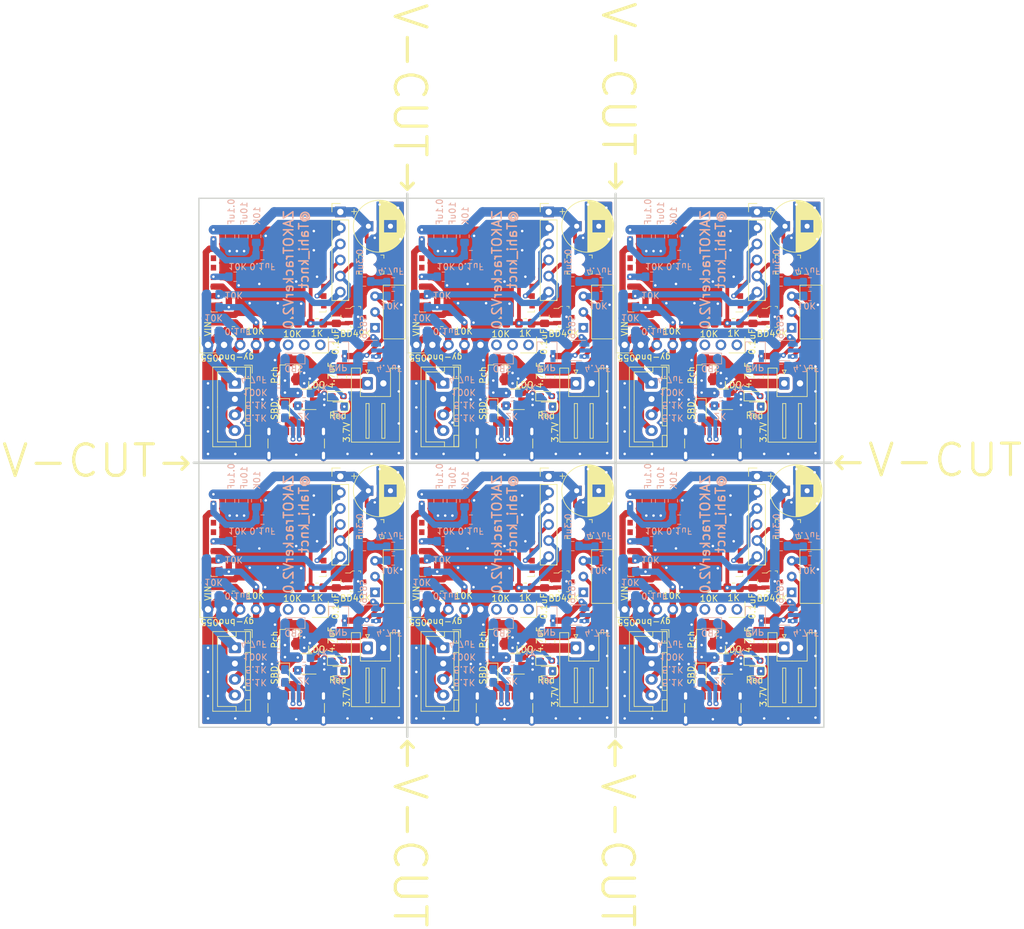
<source format=kicad_pcb>
(kicad_pcb (version 20171130) (host pcbnew "(5.1.10)-1")
  (layers (0 F.Cu signal) (31 B.Cu signal) (34 B.Paste user) (35 F.Paste user) (36 B.SilkS user) (37 F.SilkS user) (38 B.Mask user hide) (39 F.Mask user) (44 Edge.Cuts user))
  (net 0 "")
  (net 1 GND)
  (net 2 3V3)
  (net 3 5V)
  (net 4 3.7V_Power)
  (net 5 "Net-(D4-Pad2)")
  (net 6 SDA)
  (net 7 SCL)
  (net 8 RX)
  (net 9 TX)
  (net 10 "Net-(J3-PadA5)")
  (net 11 "Net-(J3-PadB5)")
  (net 12 EN)
  (net 13 IO0)
  (net 14 "Net-(D2-Pad2)")
  (net 15 "Net-(D4-Pad1)")
  (net 16 "Net-(D5-Pad2)")
  (net 17 "Net-(R8-Pad1)")
  (net 18 VD)
  (net 19 "Net-(C10-Pad1)")
  (net 20 "Net-(R14-Pad1)")
  (net 21 "Net-(C9-Pad2)")
  (net 22 "Net-(R2-Pad1)")
  (net 23 "Net-(Q1-Pad1)")
  (net 24 "Net-(C5-Pad2)")
  (module Package_TO_SOT_SMD:SOT-23-5_HandSoldering (layer F.Cu) (at 182.816 128.46 180)
    (fp_text reference U3)
    (fp_text value MCP73831T-2ATI_OT)
    (pad 5 smd rect (at 1.35 -0.95 180) (size 1.56 0.65) (layers F.Cu F.Paste F.Mask) (net 17 "Net-(R8-Pad1)"))
    (pad 4 smd rect (at 1.35 0.95 180) (size 1.56 0.65) (layers F.Cu F.Paste F.Mask) (net 3 5V))
    (pad 3 smd rect (at -1.35 0.95 180) (size 1.56 0.65) (layers F.Cu F.Paste F.Mask) (net 4 3.7V_Power))
    (pad 2 smd rect (at -1.35 0 180) (size 1.56 0.65) (layers F.Cu F.Paste F.Mask) (net 1 GND))
    (pad 1 smd rect (at -1.35 -0.95 180) (size 1.56 0.65) (layers F.Cu F.Paste F.Mask) (net 5 "Net-(D4-Pad2)"))
  )
  (module Package_TO_SOT_SMD:SOT-23-5_HandSoldering (layer F.Cu) (at 149.816 128.46 180)
    (fp_text reference U3)
    (fp_text value MCP73831T-2ATI_OT)
    (pad 5 smd rect (at 1.35 -0.95 180) (size 1.56 0.65) (layers F.Cu F.Paste F.Mask) (net 17 "Net-(R8-Pad1)"))
    (pad 4 smd rect (at 1.35 0.95 180) (size 1.56 0.65) (layers F.Cu F.Paste F.Mask) (net 3 5V))
    (pad 3 smd rect (at -1.35 0.95 180) (size 1.56 0.65) (layers F.Cu F.Paste F.Mask) (net 4 3.7V_Power))
    (pad 2 smd rect (at -1.35 0 180) (size 1.56 0.65) (layers F.Cu F.Paste F.Mask) (net 1 GND))
    (pad 1 smd rect (at -1.35 -0.95 180) (size 1.56 0.65) (layers F.Cu F.Paste F.Mask) (net 5 "Net-(D4-Pad2)"))
  )
  (module Package_TO_SOT_SMD:SOT-23-5_HandSoldering (layer F.Cu) (at 116.816 128.46 180)
    (fp_text reference U3)
    (fp_text value MCP73831T-2ATI_OT)
    (pad 5 smd rect (at 1.35 -0.95 180) (size 1.56 0.65) (layers F.Cu F.Paste F.Mask) (net 17 "Net-(R8-Pad1)"))
    (pad 4 smd rect (at 1.35 0.95 180) (size 1.56 0.65) (layers F.Cu F.Paste F.Mask) (net 3 5V))
    (pad 3 smd rect (at -1.35 0.95 180) (size 1.56 0.65) (layers F.Cu F.Paste F.Mask) (net 4 3.7V_Power))
    (pad 2 smd rect (at -1.35 0 180) (size 1.56 0.65) (layers F.Cu F.Paste F.Mask) (net 1 GND))
    (pad 1 smd rect (at -1.35 -0.95 180) (size 1.56 0.65) (layers F.Cu F.Paste F.Mask) (net 5 "Net-(D4-Pad2)"))
  )
  (module Package_TO_SOT_SMD:SOT-23-5_HandSoldering (layer F.Cu) (at 182.816 86.56 180)
    (fp_text reference U3)
    (fp_text value MCP73831T-2ATI_OT)
    (pad 5 smd rect (at 1.35 -0.95 180) (size 1.56 0.65) (layers F.Cu F.Paste F.Mask) (net 17 "Net-(R8-Pad1)"))
    (pad 4 smd rect (at 1.35 0.95 180) (size 1.56 0.65) (layers F.Cu F.Paste F.Mask) (net 3 5V))
    (pad 3 smd rect (at -1.35 0.95 180) (size 1.56 0.65) (layers F.Cu F.Paste F.Mask) (net 4 3.7V_Power))
    (pad 2 smd rect (at -1.35 0 180) (size 1.56 0.65) (layers F.Cu F.Paste F.Mask) (net 1 GND))
    (pad 1 smd rect (at -1.35 -0.95 180) (size 1.56 0.65) (layers F.Cu F.Paste F.Mask) (net 5 "Net-(D4-Pad2)"))
  )
  (module Package_TO_SOT_SMD:SOT-23-5_HandSoldering (layer F.Cu) (at 149.816 86.56 180)
    (fp_text reference U3)
    (fp_text value MCP73831T-2ATI_OT)
    (pad 5 smd rect (at 1.35 -0.95 180) (size 1.56 0.65) (layers F.Cu F.Paste F.Mask) (net 17 "Net-(R8-Pad1)"))
    (pad 4 smd rect (at 1.35 0.95 180) (size 1.56 0.65) (layers F.Cu F.Paste F.Mask) (net 3 5V))
    (pad 3 smd rect (at -1.35 0.95 180) (size 1.56 0.65) (layers F.Cu F.Paste F.Mask) (net 4 3.7V_Power))
    (pad 2 smd rect (at -1.35 0 180) (size 1.56 0.65) (layers F.Cu F.Paste F.Mask) (net 1 GND))
    (pad 1 smd rect (at -1.35 -0.95 180) (size 1.56 0.65) (layers F.Cu F.Paste F.Mask) (net 5 "Net-(D4-Pad2)"))
  )
  (module Resistor_SMD:R_0805_2012Metric_Pad1.20x1.40mm_HandSolder (layer B.Cu) (at 182.466 129.476)
    (fp_text reference R8)
    (fp_text value 2K)
    (pad 1 smd roundrect (at -1 0) (size 1.2 1.4) (layers B.Cu B.Paste B.Mask) (roundrect_rratio 0.208333) (net 17 "Net-(R8-Pad1)"))
    (pad 2 smd roundrect (at 1 0) (size 1.2 1.4) (layers B.Cu B.Paste B.Mask) (roundrect_rratio 0.208333) (net 1 GND))
  )
  (module Resistor_SMD:R_0805_2012Metric_Pad1.20x1.40mm_HandSolder (layer B.Cu) (at 149.466 129.476)
    (fp_text reference R8)
    (fp_text value 2K)
    (pad 1 smd roundrect (at -1 0) (size 1.2 1.4) (layers B.Cu B.Paste B.Mask) (roundrect_rratio 0.208333) (net 17 "Net-(R8-Pad1)"))
    (pad 2 smd roundrect (at 1 0) (size 1.2 1.4) (layers B.Cu B.Paste B.Mask) (roundrect_rratio 0.208333) (net 1 GND))
  )
  (module Resistor_SMD:R_0805_2012Metric_Pad1.20x1.40mm_HandSolder (layer B.Cu) (at 116.466 129.476)
    (fp_text reference R8)
    (fp_text value 2K)
    (pad 1 smd roundrect (at -1 0) (size 1.2 1.4) (layers B.Cu B.Paste B.Mask) (roundrect_rratio 0.208333) (net 17 "Net-(R8-Pad1)"))
    (pad 2 smd roundrect (at 1 0) (size 1.2 1.4) (layers B.Cu B.Paste B.Mask) (roundrect_rratio 0.208333) (net 1 GND))
  )
  (module Resistor_SMD:R_0805_2012Metric_Pad1.20x1.40mm_HandSolder (layer B.Cu) (at 182.466 87.576)
    (fp_text reference R8)
    (fp_text value 2K)
    (pad 1 smd roundrect (at -1 0) (size 1.2 1.4) (layers B.Cu B.Paste B.Mask) (roundrect_rratio 0.208333) (net 17 "Net-(R8-Pad1)"))
    (pad 2 smd roundrect (at 1 0) (size 1.2 1.4) (layers B.Cu B.Paste B.Mask) (roundrect_rratio 0.208333) (net 1 GND))
  )
  (module Resistor_SMD:R_0805_2012Metric_Pad1.20x1.40mm_HandSolder (layer B.Cu) (at 149.466 87.576)
    (fp_text reference R8)
    (fp_text value 2K)
    (pad 1 smd roundrect (at -1 0) (size 1.2 1.4) (layers B.Cu B.Paste B.Mask) (roundrect_rratio 0.208333) (net 17 "Net-(R8-Pad1)"))
    (pad 2 smd roundrect (at 1 0) (size 1.2 1.4) (layers B.Cu B.Paste B.Mask) (roundrect_rratio 0.208333) (net 1 GND))
  )
  (module Resistor_SMD:R_0805_2012Metric_Pad1.20x1.40mm_HandSolder (layer B.Cu) (at 182.482 127.448)
    (fp_text reference R12)
    (fp_text value 1K)
    (pad 1 smd roundrect (at -1 0) (size 1.2 1.4) (layers B.Cu B.Paste B.Mask) (roundrect_rratio 0.208333) (net 3 5V))
    (pad 2 smd roundrect (at 1 0) (size 1.2 1.4) (layers B.Cu B.Paste B.Mask) (roundrect_rratio 0.208333) (net 16 "Net-(D5-Pad2)"))
  )
  (module Resistor_SMD:R_0805_2012Metric_Pad1.20x1.40mm_HandSolder (layer B.Cu) (at 149.482 127.448)
    (fp_text reference R12)
    (fp_text value 1K)
    (pad 1 smd roundrect (at -1 0) (size 1.2 1.4) (layers B.Cu B.Paste B.Mask) (roundrect_rratio 0.208333) (net 3 5V))
    (pad 2 smd roundrect (at 1 0) (size 1.2 1.4) (layers B.Cu B.Paste B.Mask) (roundrect_rratio 0.208333) (net 16 "Net-(D5-Pad2)"))
  )
  (module Resistor_SMD:R_0805_2012Metric_Pad1.20x1.40mm_HandSolder (layer B.Cu) (at 116.482 127.448)
    (fp_text reference R12)
    (fp_text value 1K)
    (pad 1 smd roundrect (at -1 0) (size 1.2 1.4) (layers B.Cu B.Paste B.Mask) (roundrect_rratio 0.208333) (net 3 5V))
    (pad 2 smd roundrect (at 1 0) (size 1.2 1.4) (layers B.Cu B.Paste B.Mask) (roundrect_rratio 0.208333) (net 16 "Net-(D5-Pad2)"))
  )
  (module Resistor_SMD:R_0805_2012Metric_Pad1.20x1.40mm_HandSolder (layer B.Cu) (at 182.482 85.548)
    (fp_text reference R12)
    (fp_text value 1K)
    (pad 1 smd roundrect (at -1 0) (size 1.2 1.4) (layers B.Cu B.Paste B.Mask) (roundrect_rratio 0.208333) (net 3 5V))
    (pad 2 smd roundrect (at 1 0) (size 1.2 1.4) (layers B.Cu B.Paste B.Mask) (roundrect_rratio 0.208333) (net 16 "Net-(D5-Pad2)"))
  )
  (module Resistor_SMD:R_0805_2012Metric_Pad1.20x1.40mm_HandSolder (layer B.Cu) (at 149.482 85.548)
    (fp_text reference R12)
    (fp_text value 1K)
    (pad 1 smd roundrect (at -1 0) (size 1.2 1.4) (layers B.Cu B.Paste B.Mask) (roundrect_rratio 0.208333) (net 3 5V))
    (pad 2 smd roundrect (at 1 0) (size 1.2 1.4) (layers B.Cu B.Paste B.Mask) (roundrect_rratio 0.208333) (net 16 "Net-(D5-Pad2)"))
  )
  (module Resistor_SMD:R_0805_2012Metric_Pad1.20x1.40mm_HandSolder (layer B.Cu) (at 168.004 113.855)
    (fp_text reference R4)
    (fp_text value 10K)
    (pad 2 smd roundrect (at 1 0) (size 1.2 1.4) (layers B.Cu B.Paste B.Mask) (roundrect_rratio 0.208333) (net 6 SDA))
    (pad 1 smd roundrect (at -1 0) (size 1.2 1.4) (layers B.Cu B.Paste B.Mask) (roundrect_rratio 0.208333) (net 2 3V3))
  )
  (module Resistor_SMD:R_0805_2012Metric_Pad1.20x1.40mm_HandSolder (layer B.Cu) (at 135.004 113.855)
    (fp_text reference R4)
    (fp_text value 10K)
    (pad 2 smd roundrect (at 1 0) (size 1.2 1.4) (layers B.Cu B.Paste B.Mask) (roundrect_rratio 0.208333) (net 6 SDA))
    (pad 1 smd roundrect (at -1 0) (size 1.2 1.4) (layers B.Cu B.Paste B.Mask) (roundrect_rratio 0.208333) (net 2 3V3))
  )
  (module Resistor_SMD:R_0805_2012Metric_Pad1.20x1.40mm_HandSolder (layer B.Cu) (at 102.004 113.855)
    (fp_text reference R4)
    (fp_text value 10K)
    (pad 2 smd roundrect (at 1 0) (size 1.2 1.4) (layers B.Cu B.Paste B.Mask) (roundrect_rratio 0.208333) (net 6 SDA))
    (pad 1 smd roundrect (at -1 0) (size 1.2 1.4) (layers B.Cu B.Paste B.Mask) (roundrect_rratio 0.208333) (net 2 3V3))
  )
  (module Resistor_SMD:R_0805_2012Metric_Pad1.20x1.40mm_HandSolder (layer B.Cu) (at 168.004 71.955)
    (fp_text reference R4)
    (fp_text value 10K)
    (pad 2 smd roundrect (at 1 0) (size 1.2 1.4) (layers B.Cu B.Paste B.Mask) (roundrect_rratio 0.208333) (net 6 SDA))
    (pad 1 smd roundrect (at -1 0) (size 1.2 1.4) (layers B.Cu B.Paste B.Mask) (roundrect_rratio 0.208333) (net 2 3V3))
  )
  (module Resistor_SMD:R_0805_2012Metric_Pad1.20x1.40mm_HandSolder (layer B.Cu) (at 135.004 71.955)
    (fp_text reference R4)
    (fp_text value 10K)
    (pad 2 smd roundrect (at 1 0) (size 1.2 1.4) (layers B.Cu B.Paste B.Mask) (roundrect_rratio 0.208333) (net 6 SDA))
    (pad 1 smd roundrect (at -1 0) (size 1.2 1.4) (layers B.Cu B.Paste B.Mask) (roundrect_rratio 0.208333) (net 2 3V3))
  )
  (module Resistor_SMD:R_0805_2012Metric_Pad1.20x1.40mm_HandSolder (layer B.Cu) (at 178.434 131.381 180)
    (fp_text reference R7)
    (fp_text value 5.1K)
    (pad 1 smd roundrect (at -1 0 180) (size 1.2 1.4) (layers B.Cu B.Paste B.Mask) (roundrect_rratio 0.208333) (net 10 "Net-(J3-PadA5)"))
    (pad 2 smd roundrect (at 1 0 180) (size 1.2 1.4) (layers B.Cu B.Paste B.Mask) (roundrect_rratio 0.208333) (net 1 GND))
  )
  (module Resistor_SMD:R_0805_2012Metric_Pad1.20x1.40mm_HandSolder (layer B.Cu) (at 145.434 131.381 180)
    (fp_text reference R7)
    (fp_text value 5.1K)
    (pad 1 smd roundrect (at -1 0 180) (size 1.2 1.4) (layers B.Cu B.Paste B.Mask) (roundrect_rratio 0.208333) (net 10 "Net-(J3-PadA5)"))
    (pad 2 smd roundrect (at 1 0 180) (size 1.2 1.4) (layers B.Cu B.Paste B.Mask) (roundrect_rratio 0.208333) (net 1 GND))
  )
  (module Resistor_SMD:R_0805_2012Metric_Pad1.20x1.40mm_HandSolder (layer B.Cu) (at 112.434 131.381 180)
    (fp_text reference R7)
    (fp_text value 5.1K)
    (pad 1 smd roundrect (at -1 0 180) (size 1.2 1.4) (layers B.Cu B.Paste B.Mask) (roundrect_rratio 0.208333) (net 10 "Net-(J3-PadA5)"))
    (pad 2 smd roundrect (at 1 0 180) (size 1.2 1.4) (layers B.Cu B.Paste B.Mask) (roundrect_rratio 0.208333) (net 1 GND))
  )
  (module Resistor_SMD:R_0805_2012Metric_Pad1.20x1.40mm_HandSolder (layer B.Cu) (at 178.434 89.481 180)
    (fp_text reference R7)
    (fp_text value 5.1K)
    (pad 1 smd roundrect (at -1 0 180) (size 1.2 1.4) (layers B.Cu B.Paste B.Mask) (roundrect_rratio 0.208333) (net 10 "Net-(J3-PadA5)"))
    (pad 2 smd roundrect (at 1 0 180) (size 1.2 1.4) (layers B.Cu B.Paste B.Mask) (roundrect_rratio 0.208333) (net 1 GND))
  )
  (module Resistor_SMD:R_0805_2012Metric_Pad1.20x1.40mm_HandSolder (layer B.Cu) (at 145.434 89.481 180)
    (fp_text reference R7)
    (fp_text value 5.1K)
    (pad 1 smd roundrect (at -1 0 180) (size 1.2 1.4) (layers B.Cu B.Paste B.Mask) (roundrect_rratio 0.208333) (net 10 "Net-(J3-PadA5)"))
    (pad 2 smd roundrect (at 1 0 180) (size 1.2 1.4) (layers B.Cu B.Paste B.Mask) (roundrect_rratio 0.208333) (net 1 GND))
  )
  (module Diode_SMD:D_0603_1608Metric_Pad1.05x0.95mm_HandSolder (layer F.Cu) (at 187.816 127.952)
    (fp_text reference D5)
    (fp_text value LED)
    (pad 1 smd roundrect (at -0.875 0) (size 1.05 0.95) (layers F.Cu F.Paste F.Mask) (net 5 "Net-(D4-Pad2)"))
    (pad 2 smd roundrect (at 0.875 0) (size 1.05 0.95) (layers F.Cu F.Paste F.Mask) (net 16 "Net-(D5-Pad2)"))
  )
  (module Diode_SMD:D_0603_1608Metric_Pad1.05x0.95mm_HandSolder (layer F.Cu) (at 154.816 127.952)
    (fp_text reference D5)
    (fp_text value LED)
    (pad 1 smd roundrect (at -0.875 0) (size 1.05 0.95) (layers F.Cu F.Paste F.Mask) (net 5 "Net-(D4-Pad2)"))
    (pad 2 smd roundrect (at 0.875 0) (size 1.05 0.95) (layers F.Cu F.Paste F.Mask) (net 16 "Net-(D5-Pad2)"))
  )
  (module Diode_SMD:D_0603_1608Metric_Pad1.05x0.95mm_HandSolder (layer F.Cu) (at 121.816 127.952)
    (fp_text reference D5)
    (fp_text value LED)
    (pad 1 smd roundrect (at -0.875 0) (size 1.05 0.95) (layers F.Cu F.Paste F.Mask) (net 5 "Net-(D4-Pad2)"))
    (pad 2 smd roundrect (at 0.875 0) (size 1.05 0.95) (layers F.Cu F.Paste F.Mask) (net 16 "Net-(D5-Pad2)"))
  )
  (module Diode_SMD:D_0603_1608Metric_Pad1.05x0.95mm_HandSolder (layer F.Cu) (at 187.816 86.052)
    (fp_text reference D5)
    (fp_text value LED)
    (pad 1 smd roundrect (at -0.875 0) (size 1.05 0.95) (layers F.Cu F.Paste F.Mask) (net 5 "Net-(D4-Pad2)"))
    (pad 2 smd roundrect (at 0.875 0) (size 1.05 0.95) (layers F.Cu F.Paste F.Mask) (net 16 "Net-(D5-Pad2)"))
  )
  (module Diode_SMD:D_0603_1608Metric_Pad1.05x0.95mm_HandSolder (layer F.Cu) (at 154.816 86.052)
    (fp_text reference D5)
    (fp_text value LED)
    (pad 1 smd roundrect (at -0.875 0) (size 1.05 0.95) (layers F.Cu F.Paste F.Mask) (net 5 "Net-(D4-Pad2)"))
    (pad 2 smd roundrect (at 0.875 0) (size 1.05 0.95) (layers F.Cu F.Paste F.Mask) (net 16 "Net-(D5-Pad2)"))
  )
  (module Resistor_SMD:R_0805_2012Metric_Pad1.20x1.40mm_HandSolder (layer F.Cu) (at 180.5 116.4 180)
    (fp_text reference R3)
    (fp_text value 10K)
    (pad 1 smd roundrect (at -1 0 180) (size 1.2 1.4) (layers F.Cu F.Paste F.Mask) (roundrect_rratio 0.208333) (net 12 EN))
    (pad 2 smd roundrect (at 1 0 180) (size 1.2 1.4) (layers F.Cu F.Paste F.Mask) (roundrect_rratio 0.208333) (net 1 GND))
  )
  (module Resistor_SMD:R_0805_2012Metric_Pad1.20x1.40mm_HandSolder (layer F.Cu) (at 147.5 116.4 180)
    (fp_text reference R3)
    (fp_text value 10K)
    (pad 1 smd roundrect (at -1 0 180) (size 1.2 1.4) (layers F.Cu F.Paste F.Mask) (roundrect_rratio 0.208333) (net 12 EN))
    (pad 2 smd roundrect (at 1 0 180) (size 1.2 1.4) (layers F.Cu F.Paste F.Mask) (roundrect_rratio 0.208333) (net 1 GND))
  )
  (module Resistor_SMD:R_0805_2012Metric_Pad1.20x1.40mm_HandSolder (layer F.Cu) (at 114.5 116.4 180)
    (fp_text reference R3)
    (fp_text value 10K)
    (pad 1 smd roundrect (at -1 0 180) (size 1.2 1.4) (layers F.Cu F.Paste F.Mask) (roundrect_rratio 0.208333) (net 12 EN))
    (pad 2 smd roundrect (at 1 0 180) (size 1.2 1.4) (layers F.Cu F.Paste F.Mask) (roundrect_rratio 0.208333) (net 1 GND))
  )
  (module Resistor_SMD:R_0805_2012Metric_Pad1.20x1.40mm_HandSolder (layer F.Cu) (at 180.5 74.5 180)
    (fp_text reference R3)
    (fp_text value 10K)
    (pad 1 smd roundrect (at -1 0 180) (size 1.2 1.4) (layers F.Cu F.Paste F.Mask) (roundrect_rratio 0.208333) (net 12 EN))
    (pad 2 smd roundrect (at 1 0 180) (size 1.2 1.4) (layers F.Cu F.Paste F.Mask) (roundrect_rratio 0.208333) (net 1 GND))
  )
  (module Resistor_SMD:R_0805_2012Metric_Pad1.20x1.40mm_HandSolder (layer F.Cu) (at 147.5 74.5 180)
    (fp_text reference R3)
    (fp_text value 10K)
    (pad 1 smd roundrect (at -1 0 180) (size 1.2 1.4) (layers F.Cu F.Paste F.Mask) (roundrect_rratio 0.208333) (net 12 EN))
    (pad 2 smd roundrect (at 1 0 180) (size 1.2 1.4) (layers F.Cu F.Paste F.Mask) (roundrect_rratio 0.208333) (net 1 GND))
  )
  (module Connector_JST:JST_XH_S2B-XH-A_1x02_P2.50mm_Horizontal (layer F.Cu) (at 192.515 125.92)
    (fp_text reference J4)
    (fp_text value Conn_01x02)
    (pad 2 thru_hole oval (at 2.5 0) (size 1.7 2) (drill 1) (layers *.Cu *.Mask) (net 1 GND))
    (pad 1 thru_hole roundrect (at 0 0) (size 1.7 2) (drill 1) (layers *.Cu *.Mask) (roundrect_rratio 0.147059) (net 4 3.7V_Power))
  )
  (module Connector_JST:JST_XH_S2B-XH-A_1x02_P2.50mm_Horizontal (layer F.Cu) (at 159.515 125.92)
    (fp_text reference J4)
    (fp_text value Conn_01x02)
    (pad 2 thru_hole oval (at 2.5 0) (size 1.7 2) (drill 1) (layers *.Cu *.Mask) (net 1 GND))
    (pad 1 thru_hole roundrect (at 0 0) (size 1.7 2) (drill 1) (layers *.Cu *.Mask) (roundrect_rratio 0.147059) (net 4 3.7V_Power))
  )
  (module Connector_JST:JST_XH_S2B-XH-A_1x02_P2.50mm_Horizontal (layer F.Cu) (at 126.515 125.92)
    (fp_text reference J4)
    (fp_text value Conn_01x02)
    (pad 2 thru_hole oval (at 2.5 0) (size 1.7 2) (drill 1) (layers *.Cu *.Mask) (net 1 GND))
    (pad 1 thru_hole roundrect (at 0 0) (size 1.7 2) (drill 1) (layers *.Cu *.Mask) (roundrect_rratio 0.147059) (net 4 3.7V_Power))
  )
  (module Connector_JST:JST_XH_S2B-XH-A_1x02_P2.50mm_Horizontal (layer F.Cu) (at 192.515 84.02)
    (fp_text reference J4)
    (fp_text value Conn_01x02)
    (pad 2 thru_hole oval (at 2.5 0) (size 1.7 2) (drill 1) (layers *.Cu *.Mask) (net 1 GND))
    (pad 1 thru_hole roundrect (at 0 0) (size 1.7 2) (drill 1) (layers *.Cu *.Mask) (roundrect_rratio 0.147059) (net 4 3.7V_Power))
  )
  (module Connector_JST:JST_XH_S2B-XH-A_1x02_P2.50mm_Horizontal (layer F.Cu) (at 159.515 84.02)
    (fp_text reference J4)
    (fp_text value Conn_01x02)
    (pad 2 thru_hole oval (at 2.5 0) (size 1.7 2) (drill 1) (layers *.Cu *.Mask) (net 1 GND))
    (pad 1 thru_hole roundrect (at 0 0) (size 1.7 2) (drill 1) (layers *.Cu *.Mask) (roundrect_rratio 0.147059) (net 4 3.7V_Power))
  )
  (module Diode_SMD:D_0603_1608Metric_Pad1.05x0.95mm_HandSolder (layer F.Cu) (at 187.816 129.603 180)
    (fp_text reference D4)
    (fp_text value LED)
    (pad 2 smd roundrect (at 0.875 0 180) (size 1.05 0.95) (layers F.Cu F.Paste F.Mask) (net 5 "Net-(D4-Pad2)"))
    (pad 1 smd roundrect (at -0.875 0 180) (size 1.05 0.95) (layers F.Cu F.Paste F.Mask) (net 15 "Net-(D4-Pad1)"))
  )
  (module Diode_SMD:D_0603_1608Metric_Pad1.05x0.95mm_HandSolder (layer F.Cu) (at 154.816 129.603 180)
    (fp_text reference D4)
    (fp_text value LED)
    (pad 2 smd roundrect (at 0.875 0 180) (size 1.05 0.95) (layers F.Cu F.Paste F.Mask) (net 5 "Net-(D4-Pad2)"))
    (pad 1 smd roundrect (at -0.875 0 180) (size 1.05 0.95) (layers F.Cu F.Paste F.Mask) (net 15 "Net-(D4-Pad1)"))
  )
  (module Diode_SMD:D_0603_1608Metric_Pad1.05x0.95mm_HandSolder (layer F.Cu) (at 121.816 129.603 180)
    (fp_text reference D4)
    (fp_text value LED)
    (pad 2 smd roundrect (at 0.875 0 180) (size 1.05 0.95) (layers F.Cu F.Paste F.Mask) (net 5 "Net-(D4-Pad2)"))
    (pad 1 smd roundrect (at -0.875 0 180) (size 1.05 0.95) (layers F.Cu F.Paste F.Mask) (net 15 "Net-(D4-Pad1)"))
  )
  (module Diode_SMD:D_0603_1608Metric_Pad1.05x0.95mm_HandSolder (layer F.Cu) (at 187.816 87.703 180)
    (fp_text reference D4)
    (fp_text value LED)
    (pad 2 smd roundrect (at 0.875 0 180) (size 1.05 0.95) (layers F.Cu F.Paste F.Mask) (net 5 "Net-(D4-Pad2)"))
    (pad 1 smd roundrect (at -0.875 0 180) (size 1.05 0.95) (layers F.Cu F.Paste F.Mask) (net 15 "Net-(D4-Pad1)"))
  )
  (module Diode_SMD:D_0603_1608Metric_Pad1.05x0.95mm_HandSolder (layer F.Cu) (at 154.816 87.703 180)
    (fp_text reference D4)
    (fp_text value LED)
    (pad 2 smd roundrect (at 0.875 0 180) (size 1.05 0.95) (layers F.Cu F.Paste F.Mask) (net 5 "Net-(D4-Pad2)"))
    (pad 1 smd roundrect (at -0.875 0 180) (size 1.05 0.95) (layers F.Cu F.Paste F.Mask) (net 15 "Net-(D4-Pad1)"))
  )
  (module Resistor_SMD:R_0805_2012Metric_Pad1.20x1.40mm_HandSolder (layer B.Cu) (at 187.832 129.603)
    (fp_text reference R11)
    (fp_text value 1K)
    (pad 2 smd roundrect (at 1 0) (size 1.2 1.4) (layers B.Cu B.Paste B.Mask) (roundrect_rratio 0.208333) (net 15 "Net-(D4-Pad1)"))
    (pad 1 smd roundrect (at -1 0) (size 1.2 1.4) (layers B.Cu B.Paste B.Mask) (roundrect_rratio 0.208333) (net 1 GND))
  )
  (module Resistor_SMD:R_0805_2012Metric_Pad1.20x1.40mm_HandSolder (layer B.Cu) (at 154.832 129.603)
    (fp_text reference R11)
    (fp_text value 1K)
    (pad 2 smd roundrect (at 1 0) (size 1.2 1.4) (layers B.Cu B.Paste B.Mask) (roundrect_rratio 0.208333) (net 15 "Net-(D4-Pad1)"))
    (pad 1 smd roundrect (at -1 0) (size 1.2 1.4) (layers B.Cu B.Paste B.Mask) (roundrect_rratio 0.208333) (net 1 GND))
  )
  (module Resistor_SMD:R_0805_2012Metric_Pad1.20x1.40mm_HandSolder (layer B.Cu) (at 121.832 129.603)
    (fp_text reference R11)
    (fp_text value 1K)
    (pad 2 smd roundrect (at 1 0) (size 1.2 1.4) (layers B.Cu B.Paste B.Mask) (roundrect_rratio 0.208333) (net 15 "Net-(D4-Pad1)"))
    (pad 1 smd roundrect (at -1 0) (size 1.2 1.4) (layers B.Cu B.Paste B.Mask) (roundrect_rratio 0.208333) (net 1 GND))
  )
  (module Resistor_SMD:R_0805_2012Metric_Pad1.20x1.40mm_HandSolder (layer B.Cu) (at 187.832 87.703)
    (fp_text reference R11)
    (fp_text value 1K)
    (pad 2 smd roundrect (at 1 0) (size 1.2 1.4) (layers B.Cu B.Paste B.Mask) (roundrect_rratio 0.208333) (net 15 "Net-(D4-Pad1)"))
    (pad 1 smd roundrect (at -1 0) (size 1.2 1.4) (layers B.Cu B.Paste B.Mask) (roundrect_rratio 0.208333) (net 1 GND))
  )
  (module Resistor_SMD:R_0805_2012Metric_Pad1.20x1.40mm_HandSolder (layer B.Cu) (at 154.832 87.703)
    (fp_text reference R11)
    (fp_text value 1K)
    (pad 2 smd roundrect (at 1 0) (size 1.2 1.4) (layers B.Cu B.Paste B.Mask) (roundrect_rratio 0.208333) (net 15 "Net-(D4-Pad1)"))
    (pad 1 smd roundrect (at -1 0) (size 1.2 1.4) (layers B.Cu B.Paste B.Mask) (roundrect_rratio 0.208333) (net 1 GND))
  )
  (module Connector_PinHeader_2.54mm:PinHeader_1x06_P2.54mm_Vertical (layer F.Cu) (at 188.2 98.76)
    (fp_text reference J2)
    (fp_text value WriterPort)
    (pad 6 thru_hole oval (at 0 12.7) (size 1.7 1.7) (drill 1) (layers *.Cu *.Mask) (net 13 IO0))
    (pad 5 thru_hole oval (at 0 10.16) (size 1.7 1.7) (drill 1) (layers *.Cu *.Mask) (net 12 EN))
    (pad 4 thru_hole oval (at 0 7.62) (size 1.7 1.7) (drill 1) (layers *.Cu *.Mask) (net 9 TX))
    (pad 3 thru_hole oval (at 0 5.08) (size 1.7 1.7) (drill 1) (layers *.Cu *.Mask) (net 8 RX))
    (pad 2 thru_hole oval (at 0 2.54) (size 1.7 1.7) (drill 1) (layers *.Cu *.Mask) (net 1 GND))
    (pad 1 thru_hole rect (at 0 0) (size 1.7 1.7) (drill 1) (layers *.Cu *.Mask) (net 2 3V3))
  )
  (module Connector_PinHeader_2.54mm:PinHeader_1x06_P2.54mm_Vertical (layer F.Cu) (at 155.2 98.76)
    (fp_text reference J2)
    (fp_text value WriterPort)
    (pad 6 thru_hole oval (at 0 12.7) (size 1.7 1.7) (drill 1) (layers *.Cu *.Mask) (net 13 IO0))
    (pad 5 thru_hole oval (at 0 10.16) (size 1.7 1.7) (drill 1) (layers *.Cu *.Mask) (net 12 EN))
    (pad 4 thru_hole oval (at 0 7.62) (size 1.7 1.7) (drill 1) (layers *.Cu *.Mask) (net 9 TX))
    (pad 3 thru_hole oval (at 0 5.08) (size 1.7 1.7) (drill 1) (layers *.Cu *.Mask) (net 8 RX))
    (pad 2 thru_hole oval (at 0 2.54) (size 1.7 1.7) (drill 1) (layers *.Cu *.Mask) (net 1 GND))
    (pad 1 thru_hole rect (at 0 0) (size 1.7 1.7) (drill 1) (layers *.Cu *.Mask) (net 2 3V3))
  )
  (module Connector_PinHeader_2.54mm:PinHeader_1x06_P2.54mm_Vertical (layer F.Cu) (at 122.2 98.76)
    (fp_text reference J2)
    (fp_text value WriterPort)
    (pad 6 thru_hole oval (at 0 12.7) (size 1.7 1.7) (drill 1) (layers *.Cu *.Mask) (net 13 IO0))
    (pad 5 thru_hole oval (at 0 10.16) (size 1.7 1.7) (drill 1) (layers *.Cu *.Mask) (net 12 EN))
    (pad 4 thru_hole oval (at 0 7.62) (size 1.7 1.7) (drill 1) (layers *.Cu *.Mask) (net 9 TX))
    (pad 3 thru_hole oval (at 0 5.08) (size 1.7 1.7) (drill 1) (layers *.Cu *.Mask) (net 8 RX))
    (pad 2 thru_hole oval (at 0 2.54) (size 1.7 1.7) (drill 1) (layers *.Cu *.Mask) (net 1 GND))
    (pad 1 thru_hole rect (at 0 0) (size 1.7 1.7) (drill 1) (layers *.Cu *.Mask) (net 2 3V3))
  )
  (module Connector_PinHeader_2.54mm:PinHeader_1x06_P2.54mm_Vertical (layer F.Cu) (at 188.2 56.86)
    (fp_text reference J2)
    (fp_text value WriterPort)
    (pad 6 thru_hole oval (at 0 12.7) (size 1.7 1.7) (drill 1) (layers *.Cu *.Mask) (net 13 IO0))
    (pad 5 thru_hole oval (at 0 10.16) (size 1.7 1.7) (drill 1) (layers *.Cu *.Mask) (net 12 EN))
    (pad 4 thru_hole oval (at 0 7.62) (size 1.7 1.7) (drill 1) (layers *.Cu *.Mask) (net 9 TX))
    (pad 3 thru_hole oval (at 0 5.08) (size 1.7 1.7) (drill 1) (layers *.Cu *.Mask) (net 8 RX))
    (pad 2 thru_hole oval (at 0 2.54) (size 1.7 1.7) (drill 1) (layers *.Cu *.Mask) (net 1 GND))
    (pad 1 thru_hole rect (at 0 0) (size 1.7 1.7) (drill 1) (layers *.Cu *.Mask) (net 2 3V3))
  )
  (module Connector_PinHeader_2.54mm:PinHeader_1x06_P2.54mm_Vertical (layer F.Cu) (at 155.2 56.86)
    (fp_text reference J2)
    (fp_text value WriterPort)
    (pad 6 thru_hole oval (at 0 12.7) (size 1.7 1.7) (drill 1) (layers *.Cu *.Mask) (net 13 IO0))
    (pad 5 thru_hole oval (at 0 10.16) (size 1.7 1.7) (drill 1) (layers *.Cu *.Mask) (net 12 EN))
    (pad 4 thru_hole oval (at 0 7.62) (size 1.7 1.7) (drill 1) (layers *.Cu *.Mask) (net 9 TX))
    (pad 3 thru_hole oval (at 0 5.08) (size 1.7 1.7) (drill 1) (layers *.Cu *.Mask) (net 8 RX))
    (pad 2 thru_hole oval (at 0 2.54) (size 1.7 1.7) (drill 1) (layers *.Cu *.Mask) (net 1 GND))
    (pad 1 thru_hole rect (at 0 0) (size 1.7 1.7) (drill 1) (layers *.Cu *.Mask) (net 2 3V3))
  )
  (module Resistor_SMD:R_0805_2012Metric_Pad1.20x1.40mm_HandSolder (layer B.Cu) (at 178.418 127.3805 180)
    (fp_text reference R10)
    (fp_text value 100K)
    (pad 2 smd roundrect (at 1 0 180) (size 1.2 1.4) (layers B.Cu B.Paste B.Mask) (roundrect_rratio 0.208333) (net 1 GND))
    (pad 1 smd roundrect (at -1 0 180) (size 1.2 1.4) (layers B.Cu B.Paste B.Mask) (roundrect_rratio 0.208333) (net 3 5V))
  )
  (module Resistor_SMD:R_0805_2012Metric_Pad1.20x1.40mm_HandSolder (layer B.Cu) (at 145.418 127.3805 180)
    (fp_text reference R10)
    (fp_text value 100K)
    (pad 2 smd roundrect (at 1 0 180) (size 1.2 1.4) (layers B.Cu B.Paste B.Mask) (roundrect_rratio 0.208333) (net 1 GND))
    (pad 1 smd roundrect (at -1 0 180) (size 1.2 1.4) (layers B.Cu B.Paste B.Mask) (roundrect_rratio 0.208333) (net 3 5V))
  )
  (module Resistor_SMD:R_0805_2012Metric_Pad1.20x1.40mm_HandSolder (layer B.Cu) (at 112.418 127.3805 180)
    (fp_text reference R10)
    (fp_text value 100K)
    (pad 2 smd roundrect (at 1 0 180) (size 1.2 1.4) (layers B.Cu B.Paste B.Mask) (roundrect_rratio 0.208333) (net 1 GND))
    (pad 1 smd roundrect (at -1 0 180) (size 1.2 1.4) (layers B.Cu B.Paste B.Mask) (roundrect_rratio 0.208333) (net 3 5V))
  )
  (module Resistor_SMD:R_0805_2012Metric_Pad1.20x1.40mm_HandSolder (layer B.Cu) (at 178.418 85.4805 180)
    (fp_text reference R10)
    (fp_text value 100K)
    (pad 2 smd roundrect (at 1 0 180) (size 1.2 1.4) (layers B.Cu B.Paste B.Mask) (roundrect_rratio 0.208333) (net 1 GND))
    (pad 1 smd roundrect (at -1 0 180) (size 1.2 1.4) (layers B.Cu B.Paste B.Mask) (roundrect_rratio 0.208333) (net 3 5V))
  )
  (module Resistor_SMD:R_0805_2012Metric_Pad1.20x1.40mm_HandSolder (layer B.Cu) (at 145.418 85.4805 180)
    (fp_text reference R10)
    (fp_text value 100K)
    (pad 2 smd roundrect (at 1 0 180) (size 1.2 1.4) (layers B.Cu B.Paste B.Mask) (roundrect_rratio 0.208333) (net 1 GND))
    (pad 1 smd roundrect (at -1 0 180) (size 1.2 1.4) (layers B.Cu B.Paste B.Mask) (roundrect_rratio 0.208333) (net 3 5V))
  )
  (module Resistor_SMD:R_0805_2012Metric_Pad1.20x1.40mm_HandSolder (layer B.Cu) (at 178.418 129.349 180)
    (fp_text reference R9)
    (fp_text value 5.1K)
    (pad 2 smd roundrect (at 1 0 180) (size 1.2 1.4) (layers B.Cu B.Paste B.Mask) (roundrect_rratio 0.208333) (net 1 GND))
    (pad 1 smd roundrect (at -1 0 180) (size 1.2 1.4) (layers B.Cu B.Paste B.Mask) (roundrect_rratio 0.208333) (net 11 "Net-(J3-PadB5)"))
  )
  (module Resistor_SMD:R_0805_2012Metric_Pad1.20x1.40mm_HandSolder (layer B.Cu) (at 145.418 129.349 180)
    (fp_text reference R9)
    (fp_text value 5.1K)
    (pad 2 smd roundrect (at 1 0 180) (size 1.2 1.4) (layers B.Cu B.Paste B.Mask) (roundrect_rratio 0.208333) (net 1 GND))
    (pad 1 smd roundrect (at -1 0 180) (size 1.2 1.4) (layers B.Cu B.Paste B.Mask) (roundrect_rratio 0.208333) (net 11 "Net-(J3-PadB5)"))
  )
  (module Resistor_SMD:R_0805_2012Metric_Pad1.20x1.40mm_HandSolder (layer B.Cu) (at 112.418 129.349 180)
    (fp_text reference R9)
    (fp_text value 5.1K)
    (pad 2 smd roundrect (at 1 0 180) (size 1.2 1.4) (layers B.Cu B.Paste B.Mask) (roundrect_rratio 0.208333) (net 1 GND))
    (pad 1 smd roundrect (at -1 0 180) (size 1.2 1.4) (layers B.Cu B.Paste B.Mask) (roundrect_rratio 0.208333) (net 11 "Net-(J3-PadB5)"))
  )
  (module Resistor_SMD:R_0805_2012Metric_Pad1.20x1.40mm_HandSolder (layer B.Cu) (at 178.418 87.449 180)
    (fp_text reference R9)
    (fp_text value 5.1K)
    (pad 2 smd roundrect (at 1 0 180) (size 1.2 1.4) (layers B.Cu B.Paste B.Mask) (roundrect_rratio 0.208333) (net 1 GND))
    (pad 1 smd roundrect (at -1 0 180) (size 1.2 1.4) (layers B.Cu B.Paste B.Mask) (roundrect_rratio 0.208333) (net 11 "Net-(J3-PadB5)"))
  )
  (module Resistor_SMD:R_0805_2012Metric_Pad1.20x1.40mm_HandSolder (layer B.Cu) (at 145.418 87.449 180)
    (fp_text reference R9)
    (fp_text value 5.1K)
    (pad 2 smd roundrect (at 1 0 180) (size 1.2 1.4) (layers B.Cu B.Paste B.Mask) (roundrect_rratio 0.208333) (net 1 GND))
    (pad 1 smd roundrect (at -1 0 180) (size 1.2 1.4) (layers B.Cu B.Paste B.Mask) (roundrect_rratio 0.208333) (net 11 "Net-(J3-PadB5)"))
  )
  (module Resistor_SMD:R_0805_2012Metric_Pad1.20x1.40mm_HandSolder (layer F.Cu) (at 171.29 117.665 180)
    (fp_text reference R5)
    (fp_text value 10K)
    (pad 1 smd roundrect (at -1 0 180) (size 1.2 1.4) (layers F.Cu F.Paste F.Mask) (roundrect_rratio 0.208333) (net 7 SCL))
    (pad 2 smd roundrect (at 1 0 180) (size 1.2 1.4) (layers F.Cu F.Paste F.Mask) (roundrect_rratio 0.208333) (net 2 3V3))
  )
  (module Resistor_SMD:R_0805_2012Metric_Pad1.20x1.40mm_HandSolder (layer F.Cu) (at 138.29 117.665 180)
    (fp_text reference R5)
    (fp_text value 10K)
    (pad 1 smd roundrect (at -1 0 180) (size 1.2 1.4) (layers F.Cu F.Paste F.Mask) (roundrect_rratio 0.208333) (net 7 SCL))
    (pad 2 smd roundrect (at 1 0 180) (size 1.2 1.4) (layers F.Cu F.Paste F.Mask) (roundrect_rratio 0.208333) (net 2 3V3))
  )
  (module Resistor_SMD:R_0805_2012Metric_Pad1.20x1.40mm_HandSolder (layer F.Cu) (at 105.29 117.665 180)
    (fp_text reference R5)
    (fp_text value 10K)
    (pad 1 smd roundrect (at -1 0 180) (size 1.2 1.4) (layers F.Cu F.Paste F.Mask) (roundrect_rratio 0.208333) (net 7 SCL))
    (pad 2 smd roundrect (at 1 0 180) (size 1.2 1.4) (layers F.Cu F.Paste F.Mask) (roundrect_rratio 0.208333) (net 2 3V3))
  )
  (module Resistor_SMD:R_0805_2012Metric_Pad1.20x1.40mm_HandSolder (layer F.Cu) (at 171.29 75.765 180)
    (fp_text reference R5)
    (fp_text value 10K)
    (pad 1 smd roundrect (at -1 0 180) (size 1.2 1.4) (layers F.Cu F.Paste F.Mask) (roundrect_rratio 0.208333) (net 7 SCL))
    (pad 2 smd roundrect (at 1 0 180) (size 1.2 1.4) (layers F.Cu F.Paste F.Mask) (roundrect_rratio 0.208333) (net 2 3V3))
  )
  (module Resistor_SMD:R_0805_2012Metric_Pad1.20x1.40mm_HandSolder (layer F.Cu) (at 138.29 75.765 180)
    (fp_text reference R5)
    (fp_text value 10K)
    (pad 1 smd roundrect (at -1 0 180) (size 1.2 1.4) (layers F.Cu F.Paste F.Mask) (roundrect_rratio 0.208333) (net 7 SCL))
    (pad 2 smd roundrect (at 1 0 180) (size 1.2 1.4) (layers F.Cu F.Paste F.Mask) (roundrect_rratio 0.208333) (net 2 3V3))
  )
  (module Connector_JST:JST_XH_B4B-XH-A_1x04_P2.50mm_Vertical (layer F.Cu) (at 171.5 125.9 270)
    (fp_text reference J1)
    (fp_text value I2CExpansionPort)
    (pad 4 thru_hole oval (at 7.5 0 270) (size 1.7 1.95) (drill 0.95) (layers *.Cu *.Mask) (net 7 SCL))
    (pad 3 thru_hole oval (at 5 0 270) (size 1.7 1.95) (drill 0.95) (layers *.Cu *.Mask) (net 6 SDA))
    (pad 2 thru_hole oval (at 2.5 0 270) (size 1.7 1.95) (drill 0.95) (layers *.Cu *.Mask) (net 1 GND))
    (pad 1 thru_hole roundrect (at 0 0 270) (size 1.7 1.95) (drill 0.95) (layers *.Cu *.Mask) (roundrect_rratio 0.147059) (net 2 3V3))
  )
  (module Connector_JST:JST_XH_B4B-XH-A_1x04_P2.50mm_Vertical (layer F.Cu) (at 138.5 125.9 270)
    (fp_text reference J1)
    (fp_text value I2CExpansionPort)
    (pad 4 thru_hole oval (at 7.5 0 270) (size 1.7 1.95) (drill 0.95) (layers *.Cu *.Mask) (net 7 SCL))
    (pad 3 thru_hole oval (at 5 0 270) (size 1.7 1.95) (drill 0.95) (layers *.Cu *.Mask) (net 6 SDA))
    (pad 2 thru_hole oval (at 2.5 0 270) (size 1.7 1.95) (drill 0.95) (layers *.Cu *.Mask) (net 1 GND))
    (pad 1 thru_hole roundrect (at 0 0 270) (size 1.7 1.95) (drill 0.95) (layers *.Cu *.Mask) (roundrect_rratio 0.147059) (net 2 3V3))
  )
  (module Connector_JST:JST_XH_B4B-XH-A_1x04_P2.50mm_Vertical (layer F.Cu) (at 105.5 125.9 270)
    (fp_text reference J1)
    (fp_text value I2CExpansionPort)
    (pad 4 thru_hole oval (at 7.5 0 270) (size 1.7 1.95) (drill 0.95) (layers *.Cu *.Mask) (net 7 SCL))
    (pad 3 thru_hole oval (at 5 0 270) (size 1.7 1.95) (drill 0.95) (layers *.Cu *.Mask) (net 6 SDA))
    (pad 2 thru_hole oval (at 2.5 0 270) (size 1.7 1.95) (drill 0.95) (layers *.Cu *.Mask) (net 1 GND))
    (pad 1 thru_hole roundrect (at 0 0 270) (size 1.7 1.95) (drill 0.95) (layers *.Cu *.Mask) (roundrect_rratio 0.147059) (net 2 3V3))
  )
  (module Connector_JST:JST_XH_B4B-XH-A_1x04_P2.50mm_Vertical (layer F.Cu) (at 171.5 84 270)
    (fp_text reference J1)
    (fp_text value I2CExpansionPort)
    (pad 4 thru_hole oval (at 7.5 0 270) (size 1.7 1.95) (drill 0.95) (layers *.Cu *.Mask) (net 7 SCL))
    (pad 3 thru_hole oval (at 5 0 270) (size 1.7 1.95) (drill 0.95) (layers *.Cu *.Mask) (net 6 SDA))
    (pad 2 thru_hole oval (at 2.5 0 270) (size 1.7 1.95) (drill 0.95) (layers *.Cu *.Mask) (net 1 GND))
    (pad 1 thru_hole roundrect (at 0 0 270) (size 1.7 1.95) (drill 0.95) (layers *.Cu *.Mask) (roundrect_rratio 0.147059) (net 2 3V3))
  )
  (module Connector_JST:JST_XH_B4B-XH-A_1x04_P2.50mm_Vertical (layer F.Cu) (at 138.5 84 270)
    (fp_text reference J1)
    (fp_text value I2CExpansionPort)
    (pad 4 thru_hole oval (at 7.5 0 270) (size 1.7 1.95) (drill 0.95) (layers *.Cu *.Mask) (net 7 SCL))
    (pad 3 thru_hole oval (at 5 0 270) (size 1.7 1.95) (drill 0.95) (layers *.Cu *.Mask) (net 6 SDA))
    (pad 2 thru_hole oval (at 2.5 0 270) (size 1.7 1.95) (drill 0.95) (layers *.Cu *.Mask) (net 1 GND))
    (pad 1 thru_hole roundrect (at 0 0 270) (size 1.7 1.95) (drill 0.95) (layers *.Cu *.Mask) (roundrect_rratio 0.147059) (net 2 3V3))
  )
  (module Resistor_SMD:R_0805_2012Metric_Pad1.20x1.40mm_HandSolder (layer B.Cu) (at 192.023 109.791 180)
    (fp_text reference R6)
    (fp_text value 0.3)
    (pad 1 smd roundrect (at -1 0 180) (size 1.2 1.4) (layers B.Cu B.Paste B.Mask) (roundrect_rratio 0.208333) (net 21 "Net-(C9-Pad2)"))
    (pad 2 smd roundrect (at 1 0 180) (size 1.2 1.4) (layers B.Cu B.Paste B.Mask) (roundrect_rratio 0.208333) (net 2 3V3))
  )
  (module Resistor_SMD:R_0805_2012Metric_Pad1.20x1.40mm_HandSolder (layer B.Cu) (at 159.023 109.791 180)
    (fp_text reference R6)
    (fp_text value 0.3)
    (pad 1 smd roundrect (at -1 0 180) (size 1.2 1.4) (layers B.Cu B.Paste B.Mask) (roundrect_rratio 0.208333) (net 21 "Net-(C9-Pad2)"))
    (pad 2 smd roundrect (at 1 0 180) (size 1.2 1.4) (layers B.Cu B.Paste B.Mask) (roundrect_rratio 0.208333) (net 2 3V3))
  )
  (module Resistor_SMD:R_0805_2012Metric_Pad1.20x1.40mm_HandSolder (layer B.Cu) (at 126.023 109.791 180)
    (fp_text reference R6)
    (fp_text value 0.3)
    (pad 1 smd roundrect (at -1 0 180) (size 1.2 1.4) (layers B.Cu B.Paste B.Mask) (roundrect_rratio 0.208333) (net 21 "Net-(C9-Pad2)"))
    (pad 2 smd roundrect (at 1 0 180) (size 1.2 1.4) (layers B.Cu B.Paste B.Mask) (roundrect_rratio 0.208333) (net 2 3V3))
  )
  (module Resistor_SMD:R_0805_2012Metric_Pad1.20x1.40mm_HandSolder (layer B.Cu) (at 192.023 67.891 180)
    (fp_text reference R6)
    (fp_text value 0.3)
    (pad 1 smd roundrect (at -1 0 180) (size 1.2 1.4) (layers B.Cu B.Paste B.Mask) (roundrect_rratio 0.208333) (net 21 "Net-(C9-Pad2)"))
    (pad 2 smd roundrect (at 1 0 180) (size 1.2 1.4) (layers B.Cu B.Paste B.Mask) (roundrect_rratio 0.208333) (net 2 3V3))
  )
  (module Resistor_SMD:R_0805_2012Metric_Pad1.20x1.40mm_HandSolder (layer B.Cu) (at 159.023 67.891 180)
    (fp_text reference R6)
    (fp_text value 0.3)
    (pad 1 smd roundrect (at -1 0 180) (size 1.2 1.4) (layers B.Cu B.Paste B.Mask) (roundrect_rratio 0.208333) (net 21 "Net-(C9-Pad2)"))
    (pad 2 smd roundrect (at 1 0 180) (size 1.2 1.4) (layers B.Cu B.Paste B.Mask) (roundrect_rratio 0.208333) (net 2 3V3))
  )
  (module Resistor_SMD:R_0805_2012Metric_Pad1.20x1.40mm_HandSolder (layer B.Cu) (at 171.544 109.029)
    (fp_text reference R14)
    (fp_text value 10K)
    (pad 1 smd roundrect (at -1 0) (size 1.2 1.4) (layers B.Cu B.Paste B.Mask) (roundrect_rratio 0.208333) (net 20 "Net-(R14-Pad1)"))
    (pad 2 smd roundrect (at 1 0) (size 1.2 1.4) (layers B.Cu B.Paste B.Mask) (roundrect_rratio 0.208333) (net 1 GND))
  )
  (module Resistor_SMD:R_0805_2012Metric_Pad1.20x1.40mm_HandSolder (layer B.Cu) (at 138.544 109.029)
    (fp_text reference R14)
    (fp_text value 10K)
    (pad 1 smd roundrect (at -1 0) (size 1.2 1.4) (layers B.Cu B.Paste B.Mask) (roundrect_rratio 0.208333) (net 20 "Net-(R14-Pad1)"))
    (pad 2 smd roundrect (at 1 0) (size 1.2 1.4) (layers B.Cu B.Paste B.Mask) (roundrect_rratio 0.208333) (net 1 GND))
  )
  (module Resistor_SMD:R_0805_2012Metric_Pad1.20x1.40mm_HandSolder (layer B.Cu) (at 105.544 109.029)
    (fp_text reference R14)
    (fp_text value 10K)
    (pad 1 smd roundrect (at -1 0) (size 1.2 1.4) (layers B.Cu B.Paste B.Mask) (roundrect_rratio 0.208333) (net 20 "Net-(R14-Pad1)"))
    (pad 2 smd roundrect (at 1 0) (size 1.2 1.4) (layers B.Cu B.Paste B.Mask) (roundrect_rratio 0.208333) (net 1 GND))
  )
  (module Resistor_SMD:R_0805_2012Metric_Pad1.20x1.40mm_HandSolder (layer B.Cu) (at 171.544 67.129)
    (fp_text reference R14)
    (fp_text value 10K)
    (pad 1 smd roundrect (at -1 0) (size 1.2 1.4) (layers B.Cu B.Paste B.Mask) (roundrect_rratio 0.208333) (net 20 "Net-(R14-Pad1)"))
    (pad 2 smd roundrect (at 1 0) (size 1.2 1.4) (layers B.Cu B.Paste B.Mask) (roundrect_rratio 0.208333) (net 1 GND))
  )
  (module Resistor_SMD:R_0805_2012Metric_Pad1.20x1.40mm_HandSolder (layer B.Cu) (at 138.544 67.129)
    (fp_text reference R14)
    (fp_text value 10K)
    (pad 1 smd roundrect (at -1 0) (size 1.2 1.4) (layers B.Cu B.Paste B.Mask) (roundrect_rratio 0.208333) (net 20 "Net-(R14-Pad1)"))
    (pad 2 smd roundrect (at 1 0) (size 1.2 1.4) (layers B.Cu B.Paste B.Mask) (roundrect_rratio 0.208333) (net 1 GND))
  )
  (module Resistor_SMD:R_0805_2012Metric_Pad1.20x1.40mm_HandSolder (layer B.Cu) (at 168.02 111.823)
    (fp_text reference R1)
    (fp_text value 10K)
    (pad 1 smd roundrect (at -1 0) (size 1.2 1.4) (layers B.Cu B.Paste B.Mask) (roundrect_rratio 0.208333) (net 2 3V3))
    (pad 2 smd roundrect (at 1 0) (size 1.2 1.4) (layers B.Cu B.Paste B.Mask) (roundrect_rratio 0.208333) (net 13 IO0))
  )
  (module Resistor_SMD:R_0805_2012Metric_Pad1.20x1.40mm_HandSolder (layer B.Cu) (at 135.02 111.823)
    (fp_text reference R1)
    (fp_text value 10K)
    (pad 1 smd roundrect (at -1 0) (size 1.2 1.4) (layers B.Cu B.Paste B.Mask) (roundrect_rratio 0.208333) (net 2 3V3))
    (pad 2 smd roundrect (at 1 0) (size 1.2 1.4) (layers B.Cu B.Paste B.Mask) (roundrect_rratio 0.208333) (net 13 IO0))
  )
  (module Resistor_SMD:R_0805_2012Metric_Pad1.20x1.40mm_HandSolder (layer B.Cu) (at 102.02 111.823)
    (fp_text reference R1)
    (fp_text value 10K)
    (pad 1 smd roundrect (at -1 0) (size 1.2 1.4) (layers B.Cu B.Paste B.Mask) (roundrect_rratio 0.208333) (net 2 3V3))
    (pad 2 smd roundrect (at 1 0) (size 1.2 1.4) (layers B.Cu B.Paste B.Mask) (roundrect_rratio 0.208333) (net 13 IO0))
  )
  (module Resistor_SMD:R_0805_2012Metric_Pad1.20x1.40mm_HandSolder (layer B.Cu) (at 168.02 69.923)
    (fp_text reference R1)
    (fp_text value 10K)
    (pad 1 smd roundrect (at -1 0) (size 1.2 1.4) (layers B.Cu B.Paste B.Mask) (roundrect_rratio 0.208333) (net 2 3V3))
    (pad 2 smd roundrect (at 1 0) (size 1.2 1.4) (layers B.Cu B.Paste B.Mask) (roundrect_rratio 0.208333) (net 13 IO0))
  )
  (module Resistor_SMD:R_0805_2012Metric_Pad1.20x1.40mm_HandSolder (layer B.Cu) (at 135.02 69.923)
    (fp_text reference R1)
    (fp_text value 10K)
    (pad 1 smd roundrect (at -1 0) (size 1.2 1.4) (layers B.Cu B.Paste B.Mask) (roundrect_rratio 0.208333) (net 2 3V3))
    (pad 2 smd roundrect (at 1 0) (size 1.2 1.4) (layers B.Cu B.Paste B.Mask) (roundrect_rratio 0.208333) (net 13 IO0))
  )
  (module Resistor_SMD:R_0805_2012Metric_Pad1.20x1.40mm_HandSolder (layer B.Cu) (at 196.579 112.077)
    (fp_text reference R2)
    (fp_text value 10K)
    (pad 1 smd roundrect (at -1 0) (size 1.2 1.4) (layers B.Cu B.Paste B.Mask) (roundrect_rratio 0.208333) (net 22 "Net-(R2-Pad1)"))
    (pad 2 smd roundrect (at 1 0) (size 1.2 1.4) (layers B.Cu B.Paste B.Mask) (roundrect_rratio 0.208333) (net 1 GND))
  )
  (module Resistor_SMD:R_0805_2012Metric_Pad1.20x1.40mm_HandSolder (layer B.Cu) (at 163.579 112.077)
    (fp_text reference R2)
    (fp_text value 10K)
    (pad 1 smd roundrect (at -1 0) (size 1.2 1.4) (layers B.Cu B.Paste B.Mask) (roundrect_rratio 0.208333) (net 22 "Net-(R2-Pad1)"))
    (pad 2 smd roundrect (at 1 0) (size 1.2 1.4) (layers B.Cu B.Paste B.Mask) (roundrect_rratio 0.208333) (net 1 GND))
  )
  (module Resistor_SMD:R_0805_2012Metric_Pad1.20x1.40mm_HandSolder (layer B.Cu) (at 130.579 112.077)
    (fp_text reference R2)
    (fp_text value 10K)
    (pad 1 smd roundrect (at -1 0) (size 1.2 1.4) (layers B.Cu B.Paste B.Mask) (roundrect_rratio 0.208333) (net 22 "Net-(R2-Pad1)"))
    (pad 2 smd roundrect (at 1 0) (size 1.2 1.4) (layers B.Cu B.Paste B.Mask) (roundrect_rratio 0.208333) (net 1 GND))
  )
  (module Resistor_SMD:R_0805_2012Metric_Pad1.20x1.40mm_HandSolder (layer B.Cu) (at 196.579 70.177)
    (fp_text reference R2)
    (fp_text value 10K)
    (pad 1 smd roundrect (at -1 0) (size 1.2 1.4) (layers B.Cu B.Paste B.Mask) (roundrect_rratio 0.208333) (net 22 "Net-(R2-Pad1)"))
    (pad 2 smd roundrect (at 1 0) (size 1.2 1.4) (layers B.Cu B.Paste B.Mask) (roundrect_rratio 0.208333) (net 1 GND))
  )
  (module Resistor_SMD:R_0805_2012Metric_Pad1.20x1.40mm_HandSolder (layer B.Cu) (at 163.579 70.177)
    (fp_text reference R2)
    (fp_text value 10K)
    (pad 1 smd roundrect (at -1 0) (size 1.2 1.4) (layers B.Cu B.Paste B.Mask) (roundrect_rratio 0.208333) (net 22 "Net-(R2-Pad1)"))
    (pad 2 smd roundrect (at 1 0) (size 1.2 1.4) (layers B.Cu B.Paste B.Mask) (roundrect_rratio 0.208333) (net 1 GND))
  )
  (module Package_TO_SOT_SMD:SOT-23_Handsoldering (layer F.Cu) (at 180.196 123.761 90)
    (fp_text reference Q2)
    (fp_text value IRLML6402TRPBF)
    (pad 1 smd rect (at -1.5 -0.95 90) (size 1.9 0.8) (layers F.Cu F.Paste F.Mask) (net 3 5V))
    (pad 2 smd rect (at -1.5 0.95 90) (size 1.9 0.8) (layers F.Cu F.Paste F.Mask) (net 18 VD))
    (pad 3 smd rect (at 1.5 0 90) (size 1.9 0.8) (layers F.Cu F.Paste F.Mask) (net 4 3.7V_Power))
  )
  (module Package_TO_SOT_SMD:SOT-23_Handsoldering (layer F.Cu) (at 147.196 123.761 90)
    (fp_text reference Q2)
    (fp_text value IRLML6402TRPBF)
    (pad 1 smd rect (at -1.5 -0.95 90) (size 1.9 0.8) (layers F.Cu F.Paste F.Mask) (net 3 5V))
    (pad 2 smd rect (at -1.5 0.95 90) (size 1.9 0.8) (layers F.Cu F.Paste F.Mask) (net 18 VD))
    (pad 3 smd rect (at 1.5 0 90) (size 1.9 0.8) (layers F.Cu F.Paste F.Mask) (net 4 3.7V_Power))
  )
  (module Package_TO_SOT_SMD:SOT-23_Handsoldering (layer F.Cu) (at 114.196 123.761 90)
    (fp_text reference Q2)
    (fp_text value IRLML6402TRPBF)
    (pad 1 smd rect (at -1.5 -0.95 90) (size 1.9 0.8) (layers F.Cu F.Paste F.Mask) (net 3 5V))
    (pad 2 smd rect (at -1.5 0.95 90) (size 1.9 0.8) (layers F.Cu F.Paste F.Mask) (net 18 VD))
    (pad 3 smd rect (at 1.5 0 90) (size 1.9 0.8) (layers F.Cu F.Paste F.Mask) (net 4 3.7V_Power))
  )
  (module Package_TO_SOT_SMD:SOT-23_Handsoldering (layer F.Cu) (at 180.196 81.861 90)
    (fp_text reference Q2)
    (fp_text value IRLML6402TRPBF)
    (pad 1 smd rect (at -1.5 -0.95 90) (size 1.9 0.8) (layers F.Cu F.Paste F.Mask) (net 3 5V))
    (pad 2 smd rect (at -1.5 0.95 90) (size 1.9 0.8) (layers F.Cu F.Paste F.Mask) (net 18 VD))
    (pad 3 smd rect (at 1.5 0 90) (size 1.9 0.8) (layers F.Cu F.Paste F.Mask) (net 4 3.7V_Power))
  )
  (module Package_TO_SOT_SMD:SOT-23_Handsoldering (layer F.Cu) (at 147.196 81.861 90)
    (fp_text reference Q2)
    (fp_text value IRLML6402TRPBF)
    (pad 1 smd rect (at -1.5 -0.95 90) (size 1.9 0.8) (layers F.Cu F.Paste F.Mask) (net 3 5V))
    (pad 2 smd rect (at -1.5 0.95 90) (size 1.9 0.8) (layers F.Cu F.Paste F.Mask) (net 18 VD))
    (pad 3 smd rect (at 1.5 0 90) (size 1.9 0.8) (layers F.Cu F.Paste F.Mask) (net 4 3.7V_Power))
  )
  (module Diode_SMD:D_SOD-323_HandSoldering (layer F.Cu) (at 179.307 130.238 270)
    (fp_text reference D2)
    (fp_text value D_Schottky)
    (pad 1 smd rect (at -1.25 0 270) (size 1 1) (layers F.Cu F.Paste F.Mask) (net 3 5V))
    (pad 2 smd rect (at 1.25 0 270) (size 1 1) (layers F.Cu F.Paste F.Mask) (net 14 "Net-(D2-Pad2)"))
  )
  (module Diode_SMD:D_SOD-323_HandSoldering (layer F.Cu) (at 146.307 130.238 270)
    (fp_text reference D2)
    (fp_text value D_Schottky)
    (pad 1 smd rect (at -1.25 0 270) (size 1 1) (layers F.Cu F.Paste F.Mask) (net 3 5V))
    (pad 2 smd rect (at 1.25 0 270) (size 1 1) (layers F.Cu F.Paste F.Mask) (net 14 "Net-(D2-Pad2)"))
  )
  (module Diode_SMD:D_SOD-323_HandSoldering (layer F.Cu) (at 113.307 130.238 270)
    (fp_text reference D2)
    (fp_text value D_Schottky)
    (pad 1 smd rect (at -1.25 0 270) (size 1 1) (layers F.Cu F.Paste F.Mask) (net 3 5V))
    (pad 2 smd rect (at 1.25 0 270) (size 1 1) (layers F.Cu F.Paste F.Mask) (net 14 "Net-(D2-Pad2)"))
  )
  (module Diode_SMD:D_SOD-323_HandSoldering (layer F.Cu) (at 179.307 88.338 270)
    (fp_text reference D2)
    (fp_text value D_Schottky)
    (pad 1 smd rect (at -1.25 0 270) (size 1 1) (layers F.Cu F.Paste F.Mask) (net 3 5V))
    (pad 2 smd rect (at 1.25 0 270) (size 1 1) (layers F.Cu F.Paste F.Mask) (net 14 "Net-(D2-Pad2)"))
  )
  (module Diode_SMD:D_SOD-323_HandSoldering (layer F.Cu) (at 146.307 88.338 270)
    (fp_text reference D2)
    (fp_text value D_Schottky)
    (pad 1 smd rect (at -1.25 0 270) (size 1 1) (layers F.Cu F.Paste F.Mask) (net 3 5V))
    (pad 2 smd rect (at 1.25 0 270) (size 1 1) (layers F.Cu F.Paste F.Mask) (net 14 "Net-(D2-Pad2)"))
  )
  (module Diode_SMD:D_SOD-323_HandSoldering (layer B.Cu) (at 180.704 121.983 180)
    (fp_text reference D3)
    (fp_text value D_Schottky)
    (pad 2 smd rect (at 1.25 0 180) (size 1 1) (layers B.Cu B.Paste B.Mask) (net 3 5V))
    (pad 1 smd rect (at -1.25 0 180) (size 1 1) (layers B.Cu B.Paste B.Mask) (net 18 VD))
  )
  (module Diode_SMD:D_SOD-323_HandSoldering (layer B.Cu) (at 147.704 121.983 180)
    (fp_text reference D3)
    (fp_text value D_Schottky)
    (pad 2 smd rect (at 1.25 0 180) (size 1 1) (layers B.Cu B.Paste B.Mask) (net 3 5V))
    (pad 1 smd rect (at -1.25 0 180) (size 1 1) (layers B.Cu B.Paste B.Mask) (net 18 VD))
  )
  (module Diode_SMD:D_SOD-323_HandSoldering (layer B.Cu) (at 114.704 121.983 180)
    (fp_text reference D3)
    (fp_text value D_Schottky)
    (pad 2 smd rect (at 1.25 0 180) (size 1 1) (layers B.Cu B.Paste B.Mask) (net 3 5V))
    (pad 1 smd rect (at -1.25 0 180) (size 1 1) (layers B.Cu B.Paste B.Mask) (net 18 VD))
  )
  (module Diode_SMD:D_SOD-323_HandSoldering (layer B.Cu) (at 180.704 80.083 180)
    (fp_text reference D3)
    (fp_text value D_Schottky)
    (pad 2 smd rect (at 1.25 0 180) (size 1 1) (layers B.Cu B.Paste B.Mask) (net 3 5V))
    (pad 1 smd rect (at -1.25 0 180) (size 1 1) (layers B.Cu B.Paste B.Mask) (net 18 VD))
  )
  (module Diode_SMD:D_SOD-323_HandSoldering (layer B.Cu) (at 147.704 80.083 180)
    (fp_text reference D3)
    (fp_text value D_Schottky)
    (pad 2 smd rect (at 1.25 0 180) (size 1 1) (layers B.Cu B.Paste B.Mask) (net 3 5V))
    (pad 1 smd rect (at -1.25 0 180) (size 1 1) (layers B.Cu B.Paste B.Mask) (net 18 VD))
  )
  (module Package_TO_SOT_SMD:SOT-23-5_HandSoldering (layer B.Cu) (at 192.515 120.713 180)
    (fp_text reference U4)
    (fp_text value S-816)
    (pad 1 smd rect (at -1.35 0.95 180) (size 1.56 0.65) (layers B.Cu B.Paste B.Mask) (net 23 "Net-(Q1-Pad1)"))
    (pad 2 smd rect (at -1.35 0 180) (size 1.56 0.65) (layers B.Cu B.Paste B.Mask) (net 1 GND))
    (pad 3 smd rect (at -1.35 -0.95 180) (size 1.56 0.65) (layers B.Cu B.Paste B.Mask) (net 22 "Net-(R2-Pad1)"))
    (pad 4 smd rect (at 1.35 -0.95 180) (size 1.56 0.65) (layers B.Cu B.Paste B.Mask) (net 18 VD))
    (pad 5 smd rect (at 1.35 0.95 180) (size 1.56 0.65) (layers B.Cu B.Paste B.Mask) (net 2 3V3))
  )
  (module Package_TO_SOT_SMD:SOT-23-5_HandSoldering (layer B.Cu) (at 159.515 120.713 180)
    (fp_text reference U4)
    (fp_text value S-816)
    (pad 1 smd rect (at -1.35 0.95 180) (size 1.56 0.65) (layers B.Cu B.Paste B.Mask) (net 23 "Net-(Q1-Pad1)"))
    (pad 2 smd rect (at -1.35 0 180) (size 1.56 0.65) (layers B.Cu B.Paste B.Mask) (net 1 GND))
    (pad 3 smd rect (at -1.35 -0.95 180) (size 1.56 0.65) (layers B.Cu B.Paste B.Mask) (net 22 "Net-(R2-Pad1)"))
    (pad 4 smd rect (at 1.35 -0.95 180) (size 1.56 0.65) (layers B.Cu B.Paste B.Mask) (net 18 VD))
    (pad 5 smd rect (at 1.35 0.95 180) (size 1.56 0.65) (layers B.Cu B.Paste B.Mask) (net 2 3V3))
  )
  (module Package_TO_SOT_SMD:SOT-23-5_HandSoldering (layer B.Cu) (at 126.515 120.713 180)
    (fp_text reference U4)
    (fp_text value S-816)
    (pad 1 smd rect (at -1.35 0.95 180) (size 1.56 0.65) (layers B.Cu B.Paste B.Mask) (net 23 "Net-(Q1-Pad1)"))
    (pad 2 smd rect (at -1.35 0 180) (size 1.56 0.65) (layers B.Cu B.Paste B.Mask) (net 1 GND))
    (pad 3 smd rect (at -1.35 -0.95 180) (size 1.56 0.65) (layers B.Cu B.Paste B.Mask) (net 22 "Net-(R2-Pad1)"))
    (pad 4 smd rect (at 1.35 -0.95 180) (size 1.56 0.65) (layers B.Cu B.Paste B.Mask) (net 18 VD))
    (pad 5 smd rect (at 1.35 0.95 180) (size 1.56 0.65) (layers B.Cu B.Paste B.Mask) (net 2 3V3))
  )
  (module Package_TO_SOT_SMD:SOT-23-5_HandSoldering (layer B.Cu) (at 192.515 78.813 180)
    (fp_text reference U4)
    (fp_text value S-816)
    (pad 1 smd rect (at -1.35 0.95 180) (size 1.56 0.65) (layers B.Cu B.Paste B.Mask) (net 23 "Net-(Q1-Pad1)"))
    (pad 2 smd rect (at -1.35 0 180) (size 1.56 0.65) (layers B.Cu B.Paste B.Mask) (net 1 GND))
    (pad 3 smd rect (at -1.35 -0.95 180) (size 1.56 0.65) (layers B.Cu B.Paste B.Mask) (net 22 "Net-(R2-Pad1)"))
    (pad 4 smd rect (at 1.35 -0.95 180) (size 1.56 0.65) (layers B.Cu B.Paste B.Mask) (net 18 VD))
    (pad 5 smd rect (at 1.35 0.95 180) (size 1.56 0.65) (layers B.Cu B.Paste B.Mask) (net 2 3V3))
  )
  (module Package_TO_SOT_SMD:SOT-23-5_HandSoldering (layer B.Cu) (at 159.515 78.813 180)
    (fp_text reference U4)
    (fp_text value S-816)
    (pad 1 smd rect (at -1.35 0.95 180) (size 1.56 0.65) (layers B.Cu B.Paste B.Mask) (net 23 "Net-(Q1-Pad1)"))
    (pad 2 smd rect (at -1.35 0 180) (size 1.56 0.65) (layers B.Cu B.Paste B.Mask) (net 1 GND))
    (pad 3 smd rect (at -1.35 -0.95 180) (size 1.56 0.65) (layers B.Cu B.Paste B.Mask) (net 22 "Net-(R2-Pad1)"))
    (pad 4 smd rect (at 1.35 -0.95 180) (size 1.56 0.65) (layers B.Cu B.Paste B.Mask) (net 18 VD))
    (pad 5 smd rect (at 1.35 0.95 180) (size 1.56 0.65) (layers B.Cu B.Paste B.Mask) (net 2 3V3))
  )
  (module UJC-HP-3-SMT-TR:CUI_UJC-HP-3-SMT-TR (layer F.Cu) (at 181.212 133.54)
    (fp_text reference J3)
    (fp_text value UJC-HP-3-SMT-TR)
    (pad A12 smd rect (at 2.75 0) (size 0.9 1.15) (layers F.Cu F.Paste F.Mask) (net 1 GND))
    (pad B12 smd rect (at -2.75 0) (size 0.9 1.15) (layers F.Cu F.Paste F.Mask) (net 1 GND))
    (pad A9 smd rect (at 1.52 0) (size 0.8 1.15) (layers F.Cu F.Paste F.Mask) (net 14 "Net-(D2-Pad2)"))
    (pad B9 smd rect (at -1.52 0) (size 0.8 1.15) (layers F.Cu F.Paste F.Mask) (net 14 "Net-(D2-Pad2)"))
    (pad A5 smd rect (at -0.5 0) (size 0.7 1.15) (layers F.Cu F.Paste F.Mask) (net 10 "Net-(J3-PadA5)"))
    (pad B5 smd rect (at 0.5 0) (size 0.7 1.15) (layers F.Cu F.Paste F.Mask) (net 11 "Net-(J3-PadB5)"))
    (pad S1 thru_hole oval (at -4.318 0) (size 1.1 1.8) (drill oval 0.5 1.2) (layers *.Cu *.Mask) (net 1 GND))
    (pad S3 thru_hole oval (at -4.318 3.81) (size 1.1 1.8) (drill oval 0.5 1.2) (layers *.Cu *.Mask) (net 1 GND))
    (pad S2 thru_hole oval (at 4.318 0) (size 1.1 1.8) (drill oval 0.5 1.2) (layers *.Cu *.Mask) (net 1 GND))
    (pad S4 thru_hole oval (at 4.318 3.81) (size 1.1 1.8) (drill oval 0.5 1.2) (layers *.Cu *.Mask) (net 1 GND))
  )
  (module UJC-HP-3-SMT-TR:CUI_UJC-HP-3-SMT-TR (layer F.Cu) (at 148.212 133.54)
    (fp_text reference J3)
    (fp_text value UJC-HP-3-SMT-TR)
    (pad A12 smd rect (at 2.75 0) (size 0.9 1.15) (layers F.Cu F.Paste F.Mask) (net 1 GND))
    (pad B12 smd rect (at -2.75 0) (size 0.9 1.15) (layers F.Cu F.Paste F.Mask) (net 1 GND))
    (pad A9 smd rect (at 1.52 0) (size 0.8 1.15) (layers F.Cu F.Paste F.Mask) (net 14 "Net-(D2-Pad2)"))
    (pad B9 smd rect (at -1.52 0) (size 0.8 1.15) (layers F.Cu F.Paste F.Mask) (net 14 "Net-(D2-Pad2)"))
    (pad A5 smd rect (at -0.5 0) (size 0.7 1.15) (layers F.Cu F.Paste F.Mask) (net 10 "Net-(J3-PadA5)"))
    (pad B5 smd rect (at 0.5 0) (size 0.7 1.15) (layers F.Cu F.Paste F.Mask) (net 11 "Net-(J3-PadB5)"))
    (pad S1 thru_hole oval (at -4.318 0) (size 1.1 1.8) (drill oval 0.5 1.2) (layers *.Cu *.Mask) (net 1 GND))
    (pad S3 thru_hole oval (at -4.318 3.81) (size 1.1 1.8) (drill oval 0.5 1.2) (layers *.Cu *.Mask) (net 1 GND))
    (pad S2 thru_hole oval (at 4.318 0) (size 1.1 1.8) (drill oval 0.5 1.2) (layers *.Cu *.Mask) (net 1 GND))
    (pad S4 thru_hole oval (at 4.318 3.81) (size 1.1 1.8) (drill oval 0.5 1.2) (layers *.Cu *.Mask) (net 1 GND))
  )
  (module UJC-HP-3-SMT-TR:CUI_UJC-HP-3-SMT-TR (layer F.Cu) (at 115.212 133.54)
    (fp_text reference J3)
    (fp_text value UJC-HP-3-SMT-TR)
    (pad A12 smd rect (at 2.75 0) (size 0.9 1.15) (layers F.Cu F.Paste F.Mask) (net 1 GND))
    (pad B12 smd rect (at -2.75 0) (size 0.9 1.15) (layers F.Cu F.Paste F.Mask) (net 1 GND))
    (pad A9 smd rect (at 1.52 0) (size 0.8 1.15) (layers F.Cu F.Paste F.Mask) (net 14 "Net-(D2-Pad2)"))
    (pad B9 smd rect (at -1.52 0) (size 0.8 1.15) (layers F.Cu F.Paste F.Mask) (net 14 "Net-(D2-Pad2)"))
    (pad A5 smd rect (at -0.5 0) (size 0.7 1.15) (layers F.Cu F.Paste F.Mask) (net 10 "Net-(J3-PadA5)"))
    (pad B5 smd rect (at 0.5 0) (size 0.7 1.15) (layers F.Cu F.Paste F.Mask) (net 11 "Net-(J3-PadB5)"))
    (pad S1 thru_hole oval (at -4.318 0) (size 1.1 1.8) (drill oval 0.5 1.2) (layers *.Cu *.Mask) (net 1 GND))
    (pad S3 thru_hole oval (at -4.318 3.81) (size 1.1 1.8) (drill oval 0.5 1.2) (layers *.Cu *.Mask) (net 1 GND))
    (pad S2 thru_hole oval (at 4.318 0) (size 1.1 1.8) (drill oval 0.5 1.2) (layers *.Cu *.Mask) (net 1 GND))
    (pad S4 thru_hole oval (at 4.318 3.81) (size 1.1 1.8) (drill oval 0.5 1.2) (layers *.Cu *.Mask) (net 1 GND))
  )
  (module UJC-HP-3-SMT-TR:CUI_UJC-HP-3-SMT-TR (layer F.Cu) (at 181.212 91.64)
    (fp_text reference J3)
    (fp_text value UJC-HP-3-SMT-TR)
    (pad A12 smd rect (at 2.75 0) (size 0.9 1.15) (layers F.Cu F.Paste F.Mask) (net 1 GND))
    (pad B12 smd rect (at -2.75 0) (size 0.9 1.15) (layers F.Cu F.Paste F.Mask) (net 1 GND))
    (pad A9 smd rect (at 1.52 0) (size 0.8 1.15) (layers F.Cu F.Paste F.Mask) (net 14 "Net-(D2-Pad2)"))
    (pad B9 smd rect (at -1.52 0) (size 0.8 1.15) (layers F.Cu F.Paste F.Mask) (net 14 "Net-(D2-Pad2)"))
    (pad A5 smd rect (at -0.5 0) (size 0.7 1.15) (layers F.Cu F.Paste F.Mask) (net 10 "Net-(J3-PadA5)"))
    (pad B5 smd rect (at 0.5 0) (size 0.7 1.15) (layers F.Cu F.Paste F.Mask) (net 11 "Net-(J3-PadB5)"))
    (pad S1 thru_hole oval (at -4.318 0) (size 1.1 1.8) (drill oval 0.5 1.2) (layers *.Cu *.Mask) (net 1 GND))
    (pad S3 thru_hole oval (at -4.318 3.81) (size 1.1 1.8) (drill oval 0.5 1.2) (layers *.Cu *.Mask) (net 1 GND))
    (pad S2 thru_hole oval (at 4.318 0) (size 1.1 1.8) (drill oval 0.5 1.2) (layers *.Cu *.Mask) (net 1 GND))
    (pad S4 thru_hole oval (at 4.318 3.81) (size 1.1 1.8) (drill oval 0.5 1.2) (layers *.Cu *.Mask) (net 1 GND))
  )
  (module UJC-HP-3-SMT-TR:CUI_UJC-HP-3-SMT-TR (layer F.Cu) (at 148.212 91.64)
    (fp_text reference J3)
    (fp_text value UJC-HP-3-SMT-TR)
    (pad A12 smd rect (at 2.75 0) (size 0.9 1.15) (layers F.Cu F.Paste F.Mask) (net 1 GND))
    (pad B12 smd rect (at -2.75 0) (size 0.9 1.15) (layers F.Cu F.Paste F.Mask) (net 1 GND))
    (pad A9 smd rect (at 1.52 0) (size 0.8 1.15) (layers F.Cu F.Paste F.Mask) (net 14 "Net-(D2-Pad2)"))
    (pad B9 smd rect (at -1.52 0) (size 0.8 1.15) (layers F.Cu F.Paste F.Mask) (net 14 "Net-(D2-Pad2)"))
    (pad A5 smd rect (at -0.5 0) (size 0.7 1.15) (layers F.Cu F.Paste F.Mask) (net 10 "Net-(J3-PadA5)"))
    (pad B5 smd rect (at 0.5 0) (size 0.7 1.15) (layers F.Cu F.Paste F.Mask) (net 11 "Net-(J3-PadB5)"))
    (pad S1 thru_hole oval (at -4.318 0) (size 1.1 1.8) (drill oval 0.5 1.2) (layers *.Cu *.Mask) (net 1 GND))
    (pad S3 thru_hole oval (at -4.318 3.81) (size 1.1 1.8) (drill oval 0.5 1.2) (layers *.Cu *.Mask) (net 1 GND))
    (pad S2 thru_hole oval (at 4.318 0) (size 1.1 1.8) (drill oval 0.5 1.2) (layers *.Cu *.Mask) (net 1 GND))
    (pad S4 thru_hole oval (at 4.318 3.81) (size 1.1 1.8) (drill oval 0.5 1.2) (layers *.Cu *.Mask) (net 1 GND))
  )
  (module Capacitor_SMD:C_0805_2012Metric_Pad1.18x1.45mm_HandSolder (layer B.Cu) (at 196.579 109.918 180)
    (fp_text reference C9)
    (fp_text value 4.7uF)
    (pad 2 smd roundrect (at 1.0375 0 180) (size 1.175 1.45) (layers B.Cu B.Paste B.Mask) (roundrect_rratio 0.212766) (net 21 "Net-(C9-Pad2)"))
    (pad 1 smd roundrect (at -1.0375 0 180) (size 1.175 1.45) (layers B.Cu B.Paste B.Mask) (roundrect_rratio 0.212766) (net 1 GND))
  )
  (module Capacitor_SMD:C_0805_2012Metric_Pad1.18x1.45mm_HandSolder (layer B.Cu) (at 163.579 109.918 180)
    (fp_text reference C9)
    (fp_text value 4.7uF)
    (pad 2 smd roundrect (at 1.0375 0 180) (size 1.175 1.45) (layers B.Cu B.Paste B.Mask) (roundrect_rratio 0.212766) (net 21 "Net-(C9-Pad2)"))
    (pad 1 smd roundrect (at -1.0375 0 180) (size 1.175 1.45) (layers B.Cu B.Paste B.Mask) (roundrect_rratio 0.212766) (net 1 GND))
  )
  (module Capacitor_SMD:C_0805_2012Metric_Pad1.18x1.45mm_HandSolder (layer B.Cu) (at 130.579 109.918 180)
    (fp_text reference C9)
    (fp_text value 4.7uF)
    (pad 2 smd roundrect (at 1.0375 0 180) (size 1.175 1.45) (layers B.Cu B.Paste B.Mask) (roundrect_rratio 0.212766) (net 21 "Net-(C9-Pad2)"))
    (pad 1 smd roundrect (at -1.0375 0 180) (size 1.175 1.45) (layers B.Cu B.Paste B.Mask) (roundrect_rratio 0.212766) (net 1 GND))
  )
  (module Capacitor_SMD:C_0805_2012Metric_Pad1.18x1.45mm_HandSolder (layer B.Cu) (at 196.579 68.018 180)
    (fp_text reference C9)
    (fp_text value 4.7uF)
    (pad 2 smd roundrect (at 1.0375 0 180) (size 1.175 1.45) (layers B.Cu B.Paste B.Mask) (roundrect_rratio 0.212766) (net 21 "Net-(C9-Pad2)"))
    (pad 1 smd roundrect (at -1.0375 0 180) (size 1.175 1.45) (layers B.Cu B.Paste B.Mask) (roundrect_rratio 0.212766) (net 1 GND))
  )
  (module Capacitor_SMD:C_0805_2012Metric_Pad1.18x1.45mm_HandSolder (layer B.Cu) (at 163.579 68.018 180)
    (fp_text reference C9)
    (fp_text value 4.7uF)
    (pad 2 smd roundrect (at 1.0375 0 180) (size 1.175 1.45) (layers B.Cu B.Paste B.Mask) (roundrect_rratio 0.212766) (net 21 "Net-(C9-Pad2)"))
    (pad 1 smd roundrect (at -1.0375 0 180) (size 1.175 1.45) (layers B.Cu B.Paste B.Mask) (roundrect_rratio 0.212766) (net 1 GND))
  )
  (module Capacitor_SMD:C_0805_2012Metric_Pad1.18x1.45mm_HandSolder (layer F.Cu) (at 188.451 124.904 90)
    (fp_text reference C7)
    (fp_text value 4.7uF)
    (pad 1 smd roundrect (at -1.0375 0 90) (size 1.175 1.45) (layers F.Cu F.Paste F.Mask) (roundrect_rratio 0.212766) (net 4 3.7V_Power))
    (pad 2 smd roundrect (at 1.0375 0 90) (size 1.175 1.45) (layers F.Cu F.Paste F.Mask) (roundrect_rratio 0.212766) (net 1 GND))
  )
  (module Capacitor_SMD:C_0805_2012Metric_Pad1.18x1.45mm_HandSolder (layer F.Cu) (at 155.451 124.904 90)
    (fp_text reference C7)
    (fp_text value 4.7uF)
    (pad 1 smd roundrect (at -1.0375 0 90) (size 1.175 1.45) (layers F.Cu F.Paste F.Mask) (roundrect_rratio 0.212766) (net 4 3.7V_Power))
    (pad 2 smd roundrect (at 1.0375 0 90) (size 1.175 1.45) (layers F.Cu F.Paste F.Mask) (roundrect_rratio 0.212766) (net 1 GND))
  )
  (module Capacitor_SMD:C_0805_2012Metric_Pad1.18x1.45mm_HandSolder (layer F.Cu) (at 122.451 124.904 90)
    (fp_text reference C7)
    (fp_text value 4.7uF)
    (pad 1 smd roundrect (at -1.0375 0 90) (size 1.175 1.45) (layers F.Cu F.Paste F.Mask) (roundrect_rratio 0.212766) (net 4 3.7V_Power))
    (pad 2 smd roundrect (at 1.0375 0 90) (size 1.175 1.45) (layers F.Cu F.Paste F.Mask) (roundrect_rratio 0.212766) (net 1 GND))
  )
  (module Capacitor_SMD:C_0805_2012Metric_Pad1.18x1.45mm_HandSolder (layer F.Cu) (at 188.451 83.004 90)
    (fp_text reference C7)
    (fp_text value 4.7uF)
    (pad 1 smd roundrect (at -1.0375 0 90) (size 1.175 1.45) (layers F.Cu F.Paste F.Mask) (roundrect_rratio 0.212766) (net 4 3.7V_Power))
    (pad 2 smd roundrect (at 1.0375 0 90) (size 1.175 1.45) (layers F.Cu F.Paste F.Mask) (roundrect_rratio 0.212766) (net 1 GND))
  )
  (module Capacitor_SMD:C_0805_2012Metric_Pad1.18x1.45mm_HandSolder (layer F.Cu) (at 155.451 83.004 90)
    (fp_text reference C7)
    (fp_text value 4.7uF)
    (pad 1 smd roundrect (at -1.0375 0 90) (size 1.175 1.45) (layers F.Cu F.Paste F.Mask) (roundrect_rratio 0.212766) (net 4 3.7V_Power))
    (pad 2 smd roundrect (at 1.0375 0 90) (size 1.175 1.45) (layers F.Cu F.Paste F.Mask) (roundrect_rratio 0.212766) (net 1 GND))
  )
  (module Capacitor_SMD:C_0805_2012Metric_Pad1.18x1.45mm_HandSolder (layer F.Cu) (at 187.562 115.379 270)
    (fp_text reference C5)
    (fp_text value 0.1uF)
    (pad 2 smd roundrect (at 1.0375 0 270) (size 1.175 1.45) (layers F.Cu F.Paste F.Mask) (roundrect_rratio 0.212766) (net 24 "Net-(C5-Pad2)"))
    (pad 1 smd roundrect (at -1.0375 0 270) (size 1.175 1.45) (layers F.Cu F.Paste F.Mask) (roundrect_rratio 0.212766) (net 1 GND))
  )
  (module Capacitor_SMD:C_0805_2012Metric_Pad1.18x1.45mm_HandSolder (layer F.Cu) (at 154.562 115.379 270)
    (fp_text reference C5)
    (fp_text value 0.1uF)
    (pad 2 smd roundrect (at 1.0375 0 270) (size 1.175 1.45) (layers F.Cu F.Paste F.Mask) (roundrect_rratio 0.212766) (net 24 "Net-(C5-Pad2)"))
    (pad 1 smd roundrect (at -1.0375 0 270) (size 1.175 1.45) (layers F.Cu F.Paste F.Mask) (roundrect_rratio 0.212766) (net 1 GND))
  )
  (module Capacitor_SMD:C_0805_2012Metric_Pad1.18x1.45mm_HandSolder (layer F.Cu) (at 121.562 115.379 270)
    (fp_text reference C5)
    (fp_text value 0.1uF)
    (pad 2 smd roundrect (at 1.0375 0 270) (size 1.175 1.45) (layers F.Cu F.Paste F.Mask) (roundrect_rratio 0.212766) (net 24 "Net-(C5-Pad2)"))
    (pad 1 smd roundrect (at -1.0375 0 270) (size 1.175 1.45) (layers F.Cu F.Paste F.Mask) (roundrect_rratio 0.212766) (net 1 GND))
  )
  (module Capacitor_SMD:C_0805_2012Metric_Pad1.18x1.45mm_HandSolder (layer F.Cu) (at 187.562 73.479 270)
    (fp_text reference C5)
    (fp_text value 0.1uF)
    (pad 2 smd roundrect (at 1.0375 0 270) (size 1.175 1.45) (layers F.Cu F.Paste F.Mask) (roundrect_rratio 0.212766) (net 24 "Net-(C5-Pad2)"))
    (pad 1 smd roundrect (at -1.0375 0 270) (size 1.175 1.45) (layers F.Cu F.Paste F.Mask) (roundrect_rratio 0.212766) (net 1 GND))
  )
  (module Capacitor_SMD:C_0805_2012Metric_Pad1.18x1.45mm_HandSolder (layer F.Cu) (at 154.562 73.479 270)
    (fp_text reference C5)
    (fp_text value 0.1uF)
    (pad 2 smd roundrect (at 1.0375 0 270) (size 1.175 1.45) (layers F.Cu F.Paste F.Mask) (roundrect_rratio 0.212766) (net 24 "Net-(C5-Pad2)"))
    (pad 1 smd roundrect (at -1.0375 0 270) (size 1.175 1.45) (layers F.Cu F.Paste F.Mask) (roundrect_rratio 0.212766) (net 1 GND))
  )
  (module Capacitor_SMD:C_0805_2012Metric_Pad1.18x1.45mm_HandSolder (layer B.Cu) (at 192.0285 123.634)
    (fp_text reference C8)
    (fp_text value 4.7uF)
    (pad 1 smd roundrect (at -1.0375 0) (size 1.175 1.45) (layers B.Cu B.Paste B.Mask) (roundrect_rratio 0.212766) (net 18 VD))
    (pad 2 smd roundrect (at 1.0375 0) (size 1.175 1.45) (layers B.Cu B.Paste B.Mask) (roundrect_rratio 0.212766) (net 1 GND))
  )
  (module Capacitor_SMD:C_0805_2012Metric_Pad1.18x1.45mm_HandSolder (layer B.Cu) (at 159.0285 123.634)
    (fp_text reference C8)
    (fp_text value 4.7uF)
    (pad 1 smd roundrect (at -1.0375 0) (size 1.175 1.45) (layers B.Cu B.Paste B.Mask) (roundrect_rratio 0.212766) (net 18 VD))
    (pad 2 smd roundrect (at 1.0375 0) (size 1.175 1.45) (layers B.Cu B.Paste B.Mask) (roundrect_rratio 0.212766) (net 1 GND))
  )
  (module Capacitor_SMD:C_0805_2012Metric_Pad1.18x1.45mm_HandSolder (layer B.Cu) (at 126.0285 123.634)
    (fp_text reference C8)
    (fp_text value 4.7uF)
    (pad 1 smd roundrect (at -1.0375 0) (size 1.175 1.45) (layers B.Cu B.Paste B.Mask) (roundrect_rratio 0.212766) (net 18 VD))
    (pad 2 smd roundrect (at 1.0375 0) (size 1.175 1.45) (layers B.Cu B.Paste B.Mask) (roundrect_rratio 0.212766) (net 1 GND))
  )
  (module Capacitor_SMD:C_0805_2012Metric_Pad1.18x1.45mm_HandSolder (layer B.Cu) (at 192.0285 81.734)
    (fp_text reference C8)
    (fp_text value 4.7uF)
    (pad 1 smd roundrect (at -1.0375 0) (size 1.175 1.45) (layers B.Cu B.Paste B.Mask) (roundrect_rratio 0.212766) (net 18 VD))
    (pad 2 smd roundrect (at 1.0375 0) (size 1.175 1.45) (layers B.Cu B.Paste B.Mask) (roundrect_rratio 0.212766) (net 1 GND))
  )
  (module Capacitor_SMD:C_0805_2012Metric_Pad1.18x1.45mm_HandSolder (layer B.Cu) (at 159.0285 81.734)
    (fp_text reference C8)
    (fp_text value 4.7uF)
    (pad 1 smd roundrect (at -1.0375 0) (size 1.175 1.45) (layers B.Cu B.Paste B.Mask) (roundrect_rratio 0.212766) (net 18 VD))
    (pad 2 smd roundrect (at 1.0375 0) (size 1.175 1.45) (layers B.Cu B.Paste B.Mask) (roundrect_rratio 0.212766) (net 1 GND))
  )
  (module Capacitor_SMD:C_0805_2012Metric_Pad1.18x1.45mm_HandSolder (layer B.Cu) (at 178.418 125.3485)
    (fp_text reference C6)
    (fp_text value 4.7uF)
    (pad 1 smd roundrect (at -1.0375 0) (size 1.175 1.45) (layers B.Cu B.Paste B.Mask) (roundrect_rratio 0.212766) (net 1 GND))
    (pad 2 smd roundrect (at 1.0375 0) (size 1.175 1.45) (layers B.Cu B.Paste B.Mask) (roundrect_rratio 0.212766) (net 3 5V))
  )
  (module Capacitor_SMD:C_0805_2012Metric_Pad1.18x1.45mm_HandSolder (layer B.Cu) (at 145.418 125.3485)
    (fp_text reference C6)
    (fp_text value 4.7uF)
    (pad 1 smd roundrect (at -1.0375 0) (size 1.175 1.45) (layers B.Cu B.Paste B.Mask) (roundrect_rratio 0.212766) (net 1 GND))
    (pad 2 smd roundrect (at 1.0375 0) (size 1.175 1.45) (layers B.Cu B.Paste B.Mask) (roundrect_rratio 0.212766) (net 3 5V))
  )
  (module Capacitor_SMD:C_0805_2012Metric_Pad1.18x1.45mm_HandSolder (layer B.Cu) (at 112.418 125.3485)
    (fp_text reference C6)
    (fp_text value 4.7uF)
    (pad 1 smd roundrect (at -1.0375 0) (size 1.175 1.45) (layers B.Cu B.Paste B.Mask) (roundrect_rratio 0.212766) (net 1 GND))
    (pad 2 smd roundrect (at 1.0375 0) (size 1.175 1.45) (layers B.Cu B.Paste B.Mask) (roundrect_rratio 0.212766) (net 3 5V))
  )
  (module Capacitor_SMD:C_0805_2012Metric_Pad1.18x1.45mm_HandSolder (layer B.Cu) (at 178.418 83.4485)
    (fp_text reference C6)
    (fp_text value 4.7uF)
    (pad 1 smd roundrect (at -1.0375 0) (size 1.175 1.45) (layers B.Cu B.Paste B.Mask) (roundrect_rratio 0.212766) (net 1 GND))
    (pad 2 smd roundrect (at 1.0375 0) (size 1.175 1.45) (layers B.Cu B.Paste B.Mask) (roundrect_rratio 0.212766) (net 3 5V))
  )
  (module Capacitor_SMD:C_0805_2012Metric_Pad1.18x1.45mm_HandSolder (layer B.Cu) (at 145.418 83.4485)
    (fp_text reference C6)
    (fp_text value 4.7uF)
    (pad 1 smd roundrect (at -1.0375 0) (size 1.175 1.45) (layers B.Cu B.Paste B.Mask) (roundrect_rratio 0.212766) (net 1 GND))
    (pad 2 smd roundrect (at 1.0375 0) (size 1.175 1.45) (layers B.Cu B.Paste B.Mask) (roundrect_rratio 0.212766) (net 3 5V))
  )
  (module Capacitor_SMD:C_0805_2012Metric_Pad1.18x1.45mm_HandSolder (layer B.Cu) (at 167.9825 117.665 180)
    (fp_text reference C1)
    (fp_text value 0.1uF)
    (pad 2 smd roundrect (at 1.0375 0 180) (size 1.175 1.45) (layers B.Cu B.Paste B.Mask) (roundrect_rratio 0.212766) (net 2 3V3))
    (pad 1 smd roundrect (at -1.0375 0 180) (size 1.175 1.45) (layers B.Cu B.Paste B.Mask) (roundrect_rratio 0.212766) (net 1 GND))
  )
  (module Capacitor_SMD:C_0805_2012Metric_Pad1.18x1.45mm_HandSolder (layer B.Cu) (at 134.9825 117.665 180)
    (fp_text reference C1)
    (fp_text value 0.1uF)
    (pad 2 smd roundrect (at 1.0375 0 180) (size 1.175 1.45) (layers B.Cu B.Paste B.Mask) (roundrect_rratio 0.212766) (net 2 3V3))
    (pad 1 smd roundrect (at -1.0375 0 180) (size 1.175 1.45) (layers B.Cu B.Paste B.Mask) (roundrect_rratio 0.212766) (net 1 GND))
  )
  (module Capacitor_SMD:C_0805_2012Metric_Pad1.18x1.45mm_HandSolder (layer B.Cu) (at 101.9825 117.665 180)
    (fp_text reference C1)
    (fp_text value 0.1uF)
    (pad 2 smd roundrect (at 1.0375 0 180) (size 1.175 1.45) (layers B.Cu B.Paste B.Mask) (roundrect_rratio 0.212766) (net 2 3V3))
    (pad 1 smd roundrect (at -1.0375 0 180) (size 1.175 1.45) (layers B.Cu B.Paste B.Mask) (roundrect_rratio 0.212766) (net 1 GND))
  )
  (module Capacitor_SMD:C_0805_2012Metric_Pad1.18x1.45mm_HandSolder (layer B.Cu) (at 167.9825 75.765 180)
    (fp_text reference C1)
    (fp_text value 0.1uF)
    (pad 2 smd roundrect (at 1.0375 0 180) (size 1.175 1.45) (layers B.Cu B.Paste B.Mask) (roundrect_rratio 0.212766) (net 2 3V3))
    (pad 1 smd roundrect (at -1.0375 0 180) (size 1.175 1.45) (layers B.Cu B.Paste B.Mask) (roundrect_rratio 0.212766) (net 1 GND))
  )
  (module Capacitor_SMD:C_0805_2012Metric_Pad1.18x1.45mm_HandSolder (layer B.Cu) (at 134.9825 75.765 180)
    (fp_text reference C1)
    (fp_text value 0.1uF)
    (pad 2 smd roundrect (at 1.0375 0 180) (size 1.175 1.45) (layers B.Cu B.Paste B.Mask) (roundrect_rratio 0.212766) (net 2 3V3))
    (pad 1 smd roundrect (at -1.0375 0 180) (size 1.175 1.45) (layers B.Cu B.Paste B.Mask) (roundrect_rratio 0.212766) (net 1 GND))
  )
  (module MyFootprint:TVAF06-A020B-R (layer F.Cu) (at 193.1 110.1 180)
    (fp_text reference S2)
    (fp_text value TVAF06-A020B-R)
    (pad "" np_thru_hole circle (at 0 2.1 180) (size 0.75 0.75) (drill 0.75) (layers *.Cu *.Mask))
    (pad "" np_thru_hole circle (at 0 3.9 180) (size 0.75 0.75) (drill 0.75) (layers *.Cu *.Mask))
    (pad 2 smd rect (at 2.2 3 180) (size 1.05 1.6) (layers F.Cu F.Paste F.Mask) (net 12 EN))
    (pad 1 smd rect (at -2.2 3 180) (size 1.05 1.6) (layers F.Cu F.Paste F.Mask) (net 2 3V3))
  )
  (module MyFootprint:TVAF06-A020B-R (layer F.Cu) (at 160.1 110.1 180)
    (fp_text reference S2)
    (fp_text value TVAF06-A020B-R)
    (pad "" np_thru_hole circle (at 0 2.1 180) (size 0.75 0.75) (drill 0.75) (layers *.Cu *.Mask))
    (pad "" np_thru_hole circle (at 0 3.9 180) (size 0.75 0.75) (drill 0.75) (layers *.Cu *.Mask))
    (pad 2 smd rect (at 2.2 3 180) (size 1.05 1.6) (layers F.Cu F.Paste F.Mask) (net 12 EN))
    (pad 1 smd rect (at -2.2 3 180) (size 1.05 1.6) (layers F.Cu F.Paste F.Mask) (net 2 3V3))
  )
  (module MyFootprint:TVAF06-A020B-R (layer F.Cu) (at 127.1 110.1 180)
    (fp_text reference S2)
    (fp_text value TVAF06-A020B-R)
    (pad "" np_thru_hole circle (at 0 2.1 180) (size 0.75 0.75) (drill 0.75) (layers *.Cu *.Mask))
    (pad "" np_thru_hole circle (at 0 3.9 180) (size 0.75 0.75) (drill 0.75) (layers *.Cu *.Mask))
    (pad 2 smd rect (at 2.2 3 180) (size 1.05 1.6) (layers F.Cu F.Paste F.Mask) (net 12 EN))
    (pad 1 smd rect (at -2.2 3 180) (size 1.05 1.6) (layers F.Cu F.Paste F.Mask) (net 2 3V3))
  )
  (module MyFootprint:TVAF06-A020B-R (layer F.Cu) (at 193.1 68.2 180)
    (fp_text reference S2)
    (fp_text value TVAF06-A020B-R)
    (pad "" np_thru_hole circle (at 0 2.1 180) (size 0.75 0.75) (drill 0.75) (layers *.Cu *.Mask))
    (pad "" np_thru_hole circle (at 0 3.9 180) (size 0.75 0.75) (drill 0.75) (layers *.Cu *.Mask))
    (pad 2 smd rect (at 2.2 3 180) (size 1.05 1.6) (layers F.Cu F.Paste F.Mask) (net 12 EN))
    (pad 1 smd rect (at -2.2 3 180) (size 1.05 1.6) (layers F.Cu F.Paste F.Mask) (net 2 3V3))
  )
  (module MyFootprint:TVAF06-A020B-R (layer F.Cu) (at 160.1 68.2 180)
    (fp_text reference S2)
    (fp_text value TVAF06-A020B-R)
    (pad "" np_thru_hole circle (at 0 2.1 180) (size 0.75 0.75) (drill 0.75) (layers *.Cu *.Mask))
    (pad "" np_thru_hole circle (at 0 3.9 180) (size 0.75 0.75) (drill 0.75) (layers *.Cu *.Mask))
    (pad 2 smd rect (at 2.2 3 180) (size 1.05 1.6) (layers F.Cu F.Paste F.Mask) (net 12 EN))
    (pad 1 smd rect (at -2.2 3 180) (size 1.05 1.6) (layers F.Cu F.Paste F.Mask) (net 2 3V3))
  )
  (module MyFootprint:SS-12D01G3 (layer F.Cu) (at 191.499 114.617 90)
    (fp_text reference S3)
    (fp_text value Slide_SW)
    (pad 2 thru_hole circle (at 0 2.2 270) (size 1.524 1.524) (drill 0.762) (layers *.Cu *.Mask) (net 18 VD))
    (pad 1 thru_hole rect (at -2.5 2.2 270) (size 1.524 1.524) (drill 0.762) (layers *.Cu *.Mask))
    (pad 3 thru_hole circle (at 2.5 2.2 270) (size 1.524 1.524) (drill 0.762) (layers *.Cu *.Mask) (net 22 "Net-(R2-Pad1)"))
  )
  (module MyFootprint:SS-12D01G3 (layer F.Cu) (at 158.499 114.617 90)
    (fp_text reference S3)
    (fp_text value Slide_SW)
    (pad 2 thru_hole circle (at 0 2.2 270) (size 1.524 1.524) (drill 0.762) (layers *.Cu *.Mask) (net 18 VD))
    (pad 1 thru_hole rect (at -2.5 2.2 270) (size 1.524 1.524) (drill 0.762) (layers *.Cu *.Mask))
    (pad 3 thru_hole circle (at 2.5 2.2 270) (size 1.524 1.524) (drill 0.762) (layers *.Cu *.Mask) (net 22 "Net-(R2-Pad1)"))
  )
  (module MyFootprint:SS-12D01G3 (layer F.Cu) (at 125.499 114.617 90)
    (fp_text reference S3)
    (fp_text value Slide_SW)
    (pad 2 thru_hole circle (at 0 2.2 270) (size 1.524 1.524) (drill 0.762) (layers *.Cu *.Mask) (net 18 VD))
    (pad 1 thru_hole rect (at -2.5 2.2 270) (size 1.524 1.524) (drill 0.762) (layers *.Cu *.Mask))
    (pad 3 thru_hole circle (at 2.5 2.2 270) (size 1.524 1.524) (drill 0.762) (layers *.Cu *.Mask) (net 22 "Net-(R2-Pad1)"))
  )
  (module MyFootprint:SS-12D01G3 (layer F.Cu) (at 191.499 72.717 90)
    (fp_text reference S3)
    (fp_text value Slide_SW)
    (pad 2 thru_hole circle (at 0 2.2 270) (size 1.524 1.524) (drill 0.762) (layers *.Cu *.Mask) (net 18 VD))
    (pad 1 thru_hole rect (at -2.5 2.2 270) (size 1.524 1.524) (drill 0.762) (layers *.Cu *.Mask))
    (pad 3 thru_hole circle (at 2.5 2.2 270) (size 1.524 1.524) (drill 0.762) (layers *.Cu *.Mask) (net 22 "Net-(R2-Pad1)"))
  )
  (module MyFootprint:SS-12D01G3 (layer F.Cu) (at 158.499 72.717 90)
    (fp_text reference S3)
    (fp_text value Slide_SW)
    (pad 2 thru_hole circle (at 0 2.2 270) (size 1.524 1.524) (drill 0.762) (layers *.Cu *.Mask) (net 18 VD))
    (pad 1 thru_hole rect (at -2.5 2.2 270) (size 1.524 1.524) (drill 0.762) (layers *.Cu *.Mask))
    (pad 3 thru_hole circle (at 2.5 2.2 270) (size 1.524 1.524) (drill 0.762) (layers *.Cu *.Mask) (net 22 "Net-(R2-Pad1)"))
  )
  (module Resistor_SMD:R_0805_2012Metric_Pad1.20x1.40mm_HandSolder (layer B.Cu) (at 174.875 102.6118 270)
    (fp_text reference R13)
    (fp_text value 10K)
    (pad 2 smd roundrect (at 1 0 270) (size 1.2 1.4) (layers B.Cu B.Paste B.Mask) (roundrect_rratio 0.208333) (net 19 "Net-(C10-Pad1)"))
    (pad 1 smd roundrect (at -1 0 270) (size 1.2 1.4) (layers B.Cu B.Paste B.Mask) (roundrect_rratio 0.208333) (net 2 3V3))
  )
  (module Resistor_SMD:R_0805_2012Metric_Pad1.20x1.40mm_HandSolder (layer B.Cu) (at 141.875 102.6118 270)
    (fp_text reference R13)
    (fp_text value 10K)
    (pad 2 smd roundrect (at 1 0 270) (size 1.2 1.4) (layers B.Cu B.Paste B.Mask) (roundrect_rratio 0.208333) (net 19 "Net-(C10-Pad1)"))
    (pad 1 smd roundrect (at -1 0 270) (size 1.2 1.4) (layers B.Cu B.Paste B.Mask) (roundrect_rratio 0.208333) (net 2 3V3))
  )
  (module Resistor_SMD:R_0805_2012Metric_Pad1.20x1.40mm_HandSolder (layer B.Cu) (at 108.875 102.6118 270)
    (fp_text reference R13)
    (fp_text value 10K)
    (pad 2 smd roundrect (at 1 0 270) (size 1.2 1.4) (layers B.Cu B.Paste B.Mask) (roundrect_rratio 0.208333) (net 19 "Net-(C10-Pad1)"))
    (pad 1 smd roundrect (at -1 0 270) (size 1.2 1.4) (layers B.Cu B.Paste B.Mask) (roundrect_rratio 0.208333) (net 2 3V3))
  )
  (module Resistor_SMD:R_0805_2012Metric_Pad1.20x1.40mm_HandSolder (layer B.Cu) (at 174.875 60.7118 270)
    (fp_text reference R13)
    (fp_text value 10K)
    (pad 2 smd roundrect (at 1 0 270) (size 1.2 1.4) (layers B.Cu B.Paste B.Mask) (roundrect_rratio 0.208333) (net 19 "Net-(C10-Pad1)"))
    (pad 1 smd roundrect (at -1 0 270) (size 1.2 1.4) (layers B.Cu B.Paste B.Mask) (roundrect_rratio 0.208333) (net 2 3V3))
  )
  (module Resistor_SMD:R_0805_2012Metric_Pad1.20x1.40mm_HandSolder (layer B.Cu) (at 141.875 60.7118 270)
    (fp_text reference R13)
    (fp_text value 10K)
    (pad 2 smd roundrect (at 1 0 270) (size 1.2 1.4) (layers B.Cu B.Paste B.Mask) (roundrect_rratio 0.208333) (net 19 "Net-(C10-Pad1)"))
    (pad 1 smd roundrect (at -1 0 270) (size 1.2 1.4) (layers B.Cu B.Paste B.Mask) (roundrect_rratio 0.208333) (net 2 3V3))
  )
  (module Capacitor_SMD:C_0805_2012Metric_Pad1.18x1.45mm_HandSolder (layer B.Cu) (at 172.843 102.6493 90)
    (fp_text reference C3)
    (fp_text value 10uF)
    (pad 1 smd roundrect (at -1.0375 0 90) (size 1.175 1.45) (layers B.Cu B.Paste B.Mask) (roundrect_rratio 0.212766) (net 1 GND))
    (pad 2 smd roundrect (at 1.0375 0 90) (size 1.175 1.45) (layers B.Cu B.Paste B.Mask) (roundrect_rratio 0.212766) (net 2 3V3))
  )
  (module Capacitor_SMD:C_0805_2012Metric_Pad1.18x1.45mm_HandSolder (layer B.Cu) (at 139.843 102.6493 90)
    (fp_text reference C3)
    (fp_text value 10uF)
    (pad 1 smd roundrect (at -1.0375 0 90) (size 1.175 1.45) (layers B.Cu B.Paste B.Mask) (roundrect_rratio 0.212766) (net 1 GND))
    (pad 2 smd roundrect (at 1.0375 0 90) (size 1.175 1.45) (layers B.Cu B.Paste B.Mask) (roundrect_rratio 0.212766) (net 2 3V3))
  )
  (module Capacitor_SMD:C_0805_2012Metric_Pad1.18x1.45mm_HandSolder (layer B.Cu) (at 106.843 102.6493 90)
    (fp_text reference C3)
    (fp_text value 10uF)
    (pad 1 smd roundrect (at -1.0375 0 90) (size 1.175 1.45) (layers B.Cu B.Paste B.Mask) (roundrect_rratio 0.212766) (net 1 GND))
    (pad 2 smd roundrect (at 1.0375 0 90) (size 1.175 1.45) (layers B.Cu B.Paste B.Mask) (roundrect_rratio 0.212766) (net 2 3V3))
  )
  (module Capacitor_SMD:C_0805_2012Metric_Pad1.18x1.45mm_HandSolder (layer B.Cu) (at 172.843 60.7493 90)
    (fp_text reference C3)
    (fp_text value 10uF)
    (pad 1 smd roundrect (at -1.0375 0 90) (size 1.175 1.45) (layers B.Cu B.Paste B.Mask) (roundrect_rratio 0.212766) (net 1 GND))
    (pad 2 smd roundrect (at 1.0375 0 90) (size 1.175 1.45) (layers B.Cu B.Paste B.Mask) (roundrect_rratio 0.212766) (net 2 3V3))
  )
  (module Capacitor_SMD:C_0805_2012Metric_Pad1.18x1.45mm_HandSolder (layer B.Cu) (at 139.843 60.7493 90)
    (fp_text reference C3)
    (fp_text value 10uF)
    (pad 1 smd roundrect (at -1.0375 0 90) (size 1.175 1.45) (layers B.Cu B.Paste B.Mask) (roundrect_rratio 0.212766) (net 1 GND))
    (pad 2 smd roundrect (at 1.0375 0 90) (size 1.175 1.45) (layers B.Cu B.Paste B.Mask) (roundrect_rratio 0.212766) (net 2 3V3))
  )
  (module Capacitor_SMD:C_0805_2012Metric_Pad1.18x1.45mm_HandSolder (layer B.Cu) (at 170.7475 102.6405 90)
    (fp_text reference C4)
    (fp_text value 0.1uF)
    (pad 1 smd roundrect (at -1.0375 0 90) (size 1.175 1.45) (layers B.Cu B.Paste B.Mask) (roundrect_rratio 0.212766) (net 1 GND))
    (pad 2 smd roundrect (at 1.0375 0 90) (size 1.175 1.45) (layers B.Cu B.Paste B.Mask) (roundrect_rratio 0.212766) (net 2 3V3))
  )
  (module Capacitor_SMD:C_0805_2012Metric_Pad1.18x1.45mm_HandSolder (layer B.Cu) (at 137.7475 102.6405 90)
    (fp_text reference C4)
    (fp_text value 0.1uF)
    (pad 1 smd roundrect (at -1.0375 0 90) (size 1.175 1.45) (layers B.Cu B.Paste B.Mask) (roundrect_rratio 0.212766) (net 1 GND))
    (pad 2 smd roundrect (at 1.0375 0 90) (size 1.175 1.45) (layers B.Cu B.Paste B.Mask) (roundrect_rratio 0.212766) (net 2 3V3))
  )
  (module Capacitor_SMD:C_0805_2012Metric_Pad1.18x1.45mm_HandSolder (layer B.Cu) (at 104.7475 102.6405 90)
    (fp_text reference C4)
    (fp_text value 0.1uF)
    (pad 1 smd roundrect (at -1.0375 0 90) (size 1.175 1.45) (layers B.Cu B.Paste B.Mask) (roundrect_rratio 0.212766) (net 1 GND))
    (pad 2 smd roundrect (at 1.0375 0 90) (size 1.175 1.45) (layers B.Cu B.Paste B.Mask) (roundrect_rratio 0.212766) (net 2 3V3))
  )
  (module Capacitor_SMD:C_0805_2012Metric_Pad1.18x1.45mm_HandSolder (layer B.Cu) (at 170.7475 60.7405 90)
    (fp_text reference C4)
    (fp_text value 0.1uF)
    (pad 1 smd roundrect (at -1.0375 0 90) (size 1.175 1.45) (layers B.Cu B.Paste B.Mask) (roundrect_rratio 0.212766) (net 1 GND))
    (pad 2 smd roundrect (at 1.0375 0 90) (size 1.175 1.45) (layers B.Cu B.Paste B.Mask) (roundrect_rratio 0.212766) (net 2 3V3))
  )
  (module Capacitor_SMD:C_0805_2012Metric_Pad1.18x1.45mm_HandSolder (layer B.Cu) (at 137.7475 60.7405 90)
    (fp_text reference C4)
    (fp_text value 0.1uF)
    (pad 1 smd roundrect (at -1.0375 0 90) (size 1.175 1.45) (layers B.Cu B.Paste B.Mask) (roundrect_rratio 0.212766) (net 1 GND))
    (pad 2 smd roundrect (at 1.0375 0 90) (size 1.175 1.45) (layers B.Cu B.Paste B.Mask) (roundrect_rratio 0.212766) (net 2 3V3))
  )
  (module Resistor_SMD:R_0805_2012Metric_Pad1.20x1.40mm_HandSolder (layer F.Cu) (at 184.5 116.4 180)
    (fp_text reference R15)
    (fp_text value 1K)
    (pad 1 smd roundrect (at -1 0 180) (size 1.2 1.4) (layers F.Cu F.Paste F.Mask) (roundrect_rratio 0.208333) (net 24 "Net-(C5-Pad2)"))
    (pad 2 smd roundrect (at 1 0 180) (size 1.2 1.4) (layers F.Cu F.Paste F.Mask) (roundrect_rratio 0.208333) (net 12 EN))
  )
  (module Resistor_SMD:R_0805_2012Metric_Pad1.20x1.40mm_HandSolder (layer F.Cu) (at 151.5 116.4 180)
    (fp_text reference R15)
    (fp_text value 1K)
    (pad 1 smd roundrect (at -1 0 180) (size 1.2 1.4) (layers F.Cu F.Paste F.Mask) (roundrect_rratio 0.208333) (net 24 "Net-(C5-Pad2)"))
    (pad 2 smd roundrect (at 1 0 180) (size 1.2 1.4) (layers F.Cu F.Paste F.Mask) (roundrect_rratio 0.208333) (net 12 EN))
  )
  (module Resistor_SMD:R_0805_2012Metric_Pad1.20x1.40mm_HandSolder (layer F.Cu) (at 118.5 116.4 180)
    (fp_text reference R15)
    (fp_text value 1K)
    (pad 1 smd roundrect (at -1 0 180) (size 1.2 1.4) (layers F.Cu F.Paste F.Mask) (roundrect_rratio 0.208333) (net 24 "Net-(C5-Pad2)"))
    (pad 2 smd roundrect (at 1 0 180) (size 1.2 1.4) (layers F.Cu F.Paste F.Mask) (roundrect_rratio 0.208333) (net 12 EN))
  )
  (module Resistor_SMD:R_0805_2012Metric_Pad1.20x1.40mm_HandSolder (layer F.Cu) (at 184.5 74.5 180)
    (fp_text reference R15)
    (fp_text value 1K)
    (pad 1 smd roundrect (at -1 0 180) (size 1.2 1.4) (layers F.Cu F.Paste F.Mask) (roundrect_rratio 0.208333) (net 24 "Net-(C5-Pad2)"))
    (pad 2 smd roundrect (at 1 0 180) (size 1.2 1.4) (layers F.Cu F.Paste F.Mask) (roundrect_rratio 0.208333) (net 12 EN))
  )
  (module Resistor_SMD:R_0805_2012Metric_Pad1.20x1.40mm_HandSolder (layer F.Cu) (at 151.5 74.5 180)
    (fp_text reference R15)
    (fp_text value 1K)
    (pad 1 smd roundrect (at -1 0 180) (size 1.2 1.4) (layers F.Cu F.Paste F.Mask) (roundrect_rratio 0.208333) (net 24 "Net-(C5-Pad2)"))
    (pad 2 smd roundrect (at 1 0 180) (size 1.2 1.4) (layers F.Cu F.Paste F.Mask) (roundrect_rratio 0.208333) (net 12 EN))
  )
  (module MyFootprint:ESP-WROOM-02 (layer F.Cu) (at 176.8435 107.5935)
    (fp_text reference U5)
    (fp_text value ESP-WROOM-02)
    (pad 18 smd rect (at 8.7375 -6) (size 0.85 0.9125) (layers F.Cu F.Paste F.Mask) (net 1 GND))
    (pad 17 smd rect (at 8.7375 -4.5) (size 0.85 0.9125) (layers F.Cu F.Paste F.Mask))
    (pad 16 smd rect (at 8.7375 -3) (size 0.85 0.9125) (layers F.Cu F.Paste F.Mask))
    (pad 15 smd rect (at 8.7375 -1.5) (size 0.85 0.9125) (layers F.Cu F.Paste F.Mask) (net 12 EN))
    (pad 14 smd rect (at 8.7375 0) (size 0.85 0.9125) (layers F.Cu F.Paste F.Mask))
    (pad 13 smd rect (at 8.7375 1.5) (size 0.85 0.9125) (layers F.Cu F.Paste F.Mask) (net 1 GND))
    (pad 12 smd rect (at 8.7375 3) (size 0.85 0.9125) (layers F.Cu F.Paste F.Mask) (net 9 TX))
    (pad 11 smd rect (at 8.7375 4.5) (size 0.85 0.9125) (layers F.Cu F.Paste F.Mask) (net 8 RX))
    (pad 10 smd rect (at 8.7375 6) (size 0.85 0.9125) (layers F.Cu F.Paste F.Mask))
    (pad 9 smd rect (at -8.7375 6) (size 0.85 0.9125) (layers F.Cu F.Paste F.Mask) (net 1 GND))
    (pad 8 smd rect (at -8.7375 4.5) (size 0.85 0.9125) (layers F.Cu F.Paste F.Mask) (net 13 IO0))
    (pad 7 smd rect (at -8.7375 3) (size 0.85 0.9125) (layers F.Cu F.Paste F.Mask) (net 6 SDA))
    (pad 6 smd rect (at -8.7375 1.5) (size 0.85 0.9125) (layers F.Cu F.Paste F.Mask) (net 20 "Net-(R14-Pad1)"))
    (pad 5 smd rect (at -8.7375 0) (size 0.85 0.9125) (layers F.Cu F.Paste F.Mask))
    (pad 4 smd rect (at -8.7375 -1.5) (size 0.85 0.9125) (layers F.Cu F.Paste F.Mask))
    (pad 3 smd rect (at -8.7375 -3) (size 0.85 0.9125) (layers F.Cu F.Paste F.Mask) (net 7 SCL))
    (pad 2 smd rect (at -8.7375 -4.5) (size 0.85 0.9125) (layers F.Cu F.Paste F.Mask) (net 19 "Net-(C10-Pad1)"))
    (pad 1 smd rect (at -8.7375 -6) (size 0.85 0.9125) (layers F.Cu F.Paste F.Mask) (net 2 3V3))
    (pad 19 smd rect (at 1.12 0.58) (size 4.3 4.3) (layers F.Cu F.Paste F.Mask) (net 1 GND))
  )
  (module MyFootprint:ESP-WROOM-02 (layer F.Cu) (at 143.8435 107.5935)
    (fp_text reference U5)
    (fp_text value ESP-WROOM-02)
    (pad 18 smd rect (at 8.7375 -6) (size 0.85 0.9125) (layers F.Cu F.Paste F.Mask) (net 1 GND))
    (pad 17 smd rect (at 8.7375 -4.5) (size 0.85 0.9125) (layers F.Cu F.Paste F.Mask))
    (pad 16 smd rect (at 8.7375 -3) (size 0.85 0.9125) (layers F.Cu F.Paste F.Mask))
    (pad 15 smd rect (at 8.7375 -1.5) (size 0.85 0.9125) (layers F.Cu F.Paste F.Mask) (net 12 EN))
    (pad 14 smd rect (at 8.7375 0) (size 0.85 0.9125) (layers F.Cu F.Paste F.Mask))
    (pad 13 smd rect (at 8.7375 1.5) (size 0.85 0.9125) (layers F.Cu F.Paste F.Mask) (net 1 GND))
    (pad 12 smd rect (at 8.7375 3) (size 0.85 0.9125) (layers F.Cu F.Paste F.Mask) (net 9 TX))
    (pad 11 smd rect (at 8.7375 4.5) (size 0.85 0.9125) (layers F.Cu F.Paste F.Mask) (net 8 RX))
    (pad 10 smd rect (at 8.7375 6) (size 0.85 0.9125) (layers F.Cu F.Paste F.Mask))
    (pad 9 smd rect (at -8.7375 6) (size 0.85 0.9125) (layers F.Cu F.Paste F.Mask) (net 1 GND))
    (pad 8 smd rect (at -8.7375 4.5) (size 0.85 0.9125) (layers F.Cu F.Paste F.Mask) (net 13 IO0))
    (pad 7 smd rect (at -8.7375 3) (size 0.85 0.9125) (layers F.Cu F.Paste F.Mask) (net 6 SDA))
    (pad 6 smd rect (at -8.7375 1.5) (size 0.85 0.9125) (layers F.Cu F.Paste F.Mask) (net 20 "Net-(R14-Pad1)"))
    (pad 5 smd rect (at -8.7375 0) (size 0.85 0.9125) (layers F.Cu F.Paste F.Mask))
    (pad 4 smd rect (at -8.7375 -1.5) (size 0.85 0.9125) (layers F.Cu F.Paste F.Mask))
    (pad 3 smd rect (at -8.7375 -3) (size 0.85 0.9125) (layers F.Cu F.Paste F.Mask) (net 7 SCL))
    (pad 2 smd rect (at -8.7375 -4.5) (size 0.85 0.9125) (layers F.Cu F.Paste F.Mask) (net 19 "Net-(C10-Pad1)"))
    (pad 1 smd rect (at -8.7375 -6) (size 0.85 0.9125) (layers F.Cu F.Paste F.Mask) (net 2 3V3))
    (pad 19 smd rect (at 1.12 0.58) (size 4.3 4.3) (layers F.Cu F.Paste F.Mask) (net 1 GND))
  )
  (module MyFootprint:ESP-WROOM-02 (layer F.Cu) (at 110.8435 107.5935)
    (fp_text reference U5)
    (fp_text value ESP-WROOM-02)
    (pad 18 smd rect (at 8.7375 -6) (size 0.85 0.9125) (layers F.Cu F.Paste F.Mask) (net 1 GND))
    (pad 17 smd rect (at 8.7375 -4.5) (size 0.85 0.9125) (layers F.Cu F.Paste F.Mask))
    (pad 16 smd rect (at 8.7375 -3) (size 0.85 0.9125) (layers F.Cu F.Paste F.Mask))
    (pad 15 smd rect (at 8.7375 -1.5) (size 0.85 0.9125) (layers F.Cu F.Paste F.Mask) (net 12 EN))
    (pad 14 smd rect (at 8.7375 0) (size 0.85 0.9125) (layers F.Cu F.Paste F.Mask))
    (pad 13 smd rect (at 8.7375 1.5) (size 0.85 0.9125) (layers F.Cu F.Paste F.Mask) (net 1 GND))
    (pad 12 smd rect (at 8.7375 3) (size 0.85 0.9125) (layers F.Cu F.Paste F.Mask) (net 9 TX))
    (pad 11 smd rect (at 8.7375 4.5) (size 0.85 0.9125) (layers F.Cu F.Paste F.Mask) (net 8 RX))
    (pad 10 smd rect (at 8.7375 6) (size 0.85 0.9125) (layers F.Cu F.Paste F.Mask))
    (pad 9 smd rect (at -8.7375 6) (size 0.85 0.9125) (layers F.Cu F.Paste F.Mask) (net 1 GND))
    (pad 8 smd rect (at -8.7375 4.5) (size 0.85 0.9125) (layers F.Cu F.Paste F.Mask) (net 13 IO0))
    (pad 7 smd rect (at -8.7375 3) (size 0.85 0.9125) (layers F.Cu F.Paste F.Mask) (net 6 SDA))
    (pad 6 smd rect (at -8.7375 1.5) (size 0.85 0.9125) (layers F.Cu F.Paste F.Mask) (net 20 "Net-(R14-Pad1)"))
    (pad 5 smd rect (at -8.7375 0) (size 0.85 0.9125) (layers F.Cu F.Paste F.Mask))
    (pad 4 smd rect (at -8.7375 -1.5) (size 0.85 0.9125) (layers F.Cu F.Paste F.Mask))
    (pad 3 smd rect (at -8.7375 -3) (size 0.85 0.9125) (layers F.Cu F.Paste F.Mask) (net 7 SCL))
    (pad 2 smd rect (at -8.7375 -4.5) (size 0.85 0.9125) (layers F.Cu F.Paste F.Mask) (net 19 "Net-(C10-Pad1)"))
    (pad 1 smd rect (at -8.7375 -6) (size 0.85 0.9125) (layers F.Cu F.Paste F.Mask) (net 2 3V3))
    (pad 19 smd rect (at 1.12 0.58) (size 4.3 4.3) (layers F.Cu F.Paste F.Mask) (net 1 GND))
  )
  (module MyFootprint:ESP-WROOM-02 (layer F.Cu) (at 176.8435 65.6935)
    (fp_text reference U5)
    (fp_text value ESP-WROOM-02)
    (pad 18 smd rect (at 8.7375 -6) (size 0.85 0.9125) (layers F.Cu F.Paste F.Mask) (net 1 GND))
    (pad 17 smd rect (at 8.7375 -4.5) (size 0.85 0.9125) (layers F.Cu F.Paste F.Mask))
    (pad 16 smd rect (at 8.7375 -3) (size 0.85 0.9125) (layers F.Cu F.Paste F.Mask))
    (pad 15 smd rect (at 8.7375 -1.5) (size 0.85 0.9125) (layers F.Cu F.Paste F.Mask) (net 12 EN))
    (pad 14 smd rect (at 8.7375 0) (size 0.85 0.9125) (layers F.Cu F.Paste F.Mask))
    (pad 13 smd rect (at 8.7375 1.5) (size 0.85 0.9125) (layers F.Cu F.Paste F.Mask) (net 1 GND))
    (pad 12 smd rect (at 8.7375 3) (size 0.85 0.9125) (layers F.Cu F.Paste F.Mask) (net 9 TX))
    (pad 11 smd rect (at 8.7375 4.5) (size 0.85 0.9125) (layers F.Cu F.Paste F.Mask) (net 8 RX))
    (pad 10 smd rect (at 8.7375 6) (size 0.85 0.9125) (layers F.Cu F.Paste F.Mask))
    (pad 9 smd rect (at -8.7375 6) (size 0.85 0.9125) (layers F.Cu F.Paste F.Mask) (net 1 GND))
    (pad 8 smd rect (at -8.7375 4.5) (size 0.85 0.9125) (layers F.Cu F.Paste F.Mask) (net 13 IO0))
    (pad 7 smd rect (at -8.7375 3) (size 0.85 0.9125) (layers F.Cu F.Paste F.Mask) (net 6 SDA))
    (pad 6 smd rect (at -8.7375 1.5) (size 0.85 0.9125) (layers F.Cu F.Paste F.Mask) (net 20 "Net-(R14-Pad1)"))
    (pad 5 smd rect (at -8.7375 0) (size 0.85 0.9125) (layers F.Cu F.Paste F.Mask))
    (pad 4 smd rect (at -8.7375 -1.5) (size 0.85 0.9125) (layers F.Cu F.Paste F.Mask))
    (pad 3 smd rect (at -8.7375 -3) (size 0.85 0.9125) (layers F.Cu F.Paste F.Mask) (net 7 SCL))
    (pad 2 smd rect (at -8.7375 -4.5) (size 0.85 0.9125) (layers F.Cu F.Paste F.Mask) (net 19 "Net-(C10-Pad1)"))
    (pad 1 smd rect (at -8.7375 -6) (size 0.85 0.9125) (layers F.Cu F.Paste F.Mask) (net 2 3V3))
    (pad 19 smd rect (at 1.12 0.58) (size 4.3 4.3) (layers F.Cu F.Paste F.Mask) (net 1 GND))
  )
  (module MyFootprint:ESP-WROOM-02 (layer F.Cu) (at 143.8435 65.6935)
    (fp_text reference U5)
    (fp_text value ESP-WROOM-02)
    (pad 18 smd rect (at 8.7375 -6) (size 0.85 0.9125) (layers F.Cu F.Paste F.Mask) (net 1 GND))
    (pad 17 smd rect (at 8.7375 -4.5) (size 0.85 0.9125) (layers F.Cu F.Paste F.Mask))
    (pad 16 smd rect (at 8.7375 -3) (size 0.85 0.9125) (layers F.Cu F.Paste F.Mask))
    (pad 15 smd rect (at 8.7375 -1.5) (size 0.85 0.9125) (layers F.Cu F.Paste F.Mask) (net 12 EN))
    (pad 14 smd rect (at 8.7375 0) (size 0.85 0.9125) (layers F.Cu F.Paste F.Mask))
    (pad 13 smd rect (at 8.7375 1.5) (size 0.85 0.9125) (layers F.Cu F.Paste F.Mask) (net 1 GND))
    (pad 12 smd rect (at 8.7375 3) (size 0.85 0.9125) (layers F.Cu F.Paste F.Mask) (net 9 TX))
    (pad 11 smd rect (at 8.7375 4.5) (size 0.85 0.9125) (layers F.Cu F.Paste F.Mask) (net 8 RX))
    (pad 10 smd rect (at 8.7375 6) (size 0.85 0.9125) (layers F.Cu F.Paste F.Mask))
    (pad 9 smd rect (at -8.7375 6) (size 0.85 0.9125) (layers F.Cu F.Paste F.Mask) (net 1 GND))
    (pad 8 smd rect (at -8.7375 4.5) (size 0.85 0.9125) (layers F.Cu F.Paste F.Mask) (net 13 IO0))
    (pad 7 smd rect (at -8.7375 3) (size 0.85 0.9125) (layers F.Cu F.Paste F.Mask) (net 6 SDA))
    (pad 6 smd rect (at -8.7375 1.5) (size 0.85 0.9125) (layers F.Cu F.Paste F.Mask) (net 20 "Net-(R14-Pad1)"))
    (pad 5 smd rect (at -8.7375 0) (size 0.85 0.9125) (layers F.Cu F.Paste F.Mask))
    (pad 4 smd rect (at -8.7375 -1.5) (size 0.85 0.9125) (layers F.Cu F.Paste F.Mask))
    (pad 3 smd rect (at -8.7375 -3) (size 0.85 0.9125) (layers F.Cu F.Paste F.Mask) (net 7 SCL))
    (pad 2 smd rect (at -8.7375 -4.5) (size 0.85 0.9125) (layers F.Cu F.Paste F.Mask) (net 19 "Net-(C10-Pad1)"))
    (pad 1 smd rect (at -8.7375 -6) (size 0.85 0.9125) (layers F.Cu F.Paste F.Mask) (net 2 3V3))
    (pad 19 smd rect (at 1.12 0.58) (size 4.3 4.3) (layers F.Cu F.Paste F.Mask) (net 1 GND))
  )
  (module Package_TO_SOT_SMD:SOT-23_Handsoldering (layer B.Cu) (at 187.943 120.1 90)
    (fp_text reference Q1)
    (fp_text value 2SA1298)
    (pad 1 smd rect (at -1.5 0.95 90) (size 1.9 0.8) (layers B.Cu B.Paste B.Mask) (net 23 "Net-(Q1-Pad1)"))
    (pad 2 smd rect (at -1.5 -0.95 90) (size 1.9 0.8) (layers B.Cu B.Paste B.Mask) (net 18 VD))
    (pad 3 smd rect (at 1.5 0 90) (size 1.9 0.8) (layers B.Cu B.Paste B.Mask) (net 2 3V3))
  )
  (module Package_TO_SOT_SMD:SOT-23_Handsoldering (layer B.Cu) (at 154.943 120.1 90)
    (fp_text reference Q1)
    (fp_text value 2SA1298)
    (pad 1 smd rect (at -1.5 0.95 90) (size 1.9 0.8) (layers B.Cu B.Paste B.Mask) (net 23 "Net-(Q1-Pad1)"))
    (pad 2 smd rect (at -1.5 -0.95 90) (size 1.9 0.8) (layers B.Cu B.Paste B.Mask) (net 18 VD))
    (pad 3 smd rect (at 1.5 0 90) (size 1.9 0.8) (layers B.Cu B.Paste B.Mask) (net 2 3V3))
  )
  (module Package_TO_SOT_SMD:SOT-23_Handsoldering (layer B.Cu) (at 121.943 120.1 90)
    (fp_text reference Q1)
    (fp_text value 2SA1298)
    (pad 1 smd rect (at -1.5 0.95 90) (size 1.9 0.8) (layers B.Cu B.Paste B.Mask) (net 23 "Net-(Q1-Pad1)"))
    (pad 2 smd rect (at -1.5 -0.95 90) (size 1.9 0.8) (layers B.Cu B.Paste B.Mask) (net 18 VD))
    (pad 3 smd rect (at 1.5 0 90) (size 1.9 0.8) (layers B.Cu B.Paste B.Mask) (net 2 3V3))
  )
  (module Package_TO_SOT_SMD:SOT-23_Handsoldering (layer B.Cu) (at 187.943 78.2 90)
    (fp_text reference Q1)
    (fp_text value 2SA1298)
    (pad 1 smd rect (at -1.5 0.95 90) (size 1.9 0.8) (layers B.Cu B.Paste B.Mask) (net 23 "Net-(Q1-Pad1)"))
    (pad 2 smd rect (at -1.5 -0.95 90) (size 1.9 0.8) (layers B.Cu B.Paste B.Mask) (net 18 VD))
    (pad 3 smd rect (at 1.5 0 90) (size 1.9 0.8) (layers B.Cu B.Paste B.Mask) (net 2 3V3))
  )
  (module Package_TO_SOT_SMD:SOT-23_Handsoldering (layer B.Cu) (at 154.943 78.2 90)
    (fp_text reference Q1)
    (fp_text value 2SA1298)
    (pad 1 smd rect (at -1.5 0.95 90) (size 1.9 0.8) (layers B.Cu B.Paste B.Mask) (net 23 "Net-(Q1-Pad1)"))
    (pad 2 smd rect (at -1.5 -0.95 90) (size 1.9 0.8) (layers B.Cu B.Paste B.Mask) (net 18 VD))
    (pad 3 smd rect (at 1.5 0 90) (size 1.9 0.8) (layers B.Cu B.Paste B.Mask) (net 2 3V3))
  )
  (module Capacitor_THT:CP_Radial_D8.0mm_P3.50mm (layer F.Cu) (at 192.642 101.028)
    (fp_text reference C2)
    (fp_text value 1000uF)
    (pad 2 thru_hole circle (at 3.5 0) (size 1.6 1.6) (drill 0.8) (layers *.Cu *.Mask) (net 1 GND))
    (pad 1 thru_hole rect (at 0 0) (size 1.6 1.6) (drill 0.8) (layers *.Cu *.Mask) (net 2 3V3))
  )
  (module Capacitor_THT:CP_Radial_D8.0mm_P3.50mm (layer F.Cu) (at 159.642 101.028)
    (fp_text reference C2)
    (fp_text value 1000uF)
    (pad 2 thru_hole circle (at 3.5 0) (size 1.6 1.6) (drill 0.8) (layers *.Cu *.Mask) (net 1 GND))
    (pad 1 thru_hole rect (at 0 0) (size 1.6 1.6) (drill 0.8) (layers *.Cu *.Mask) (net 2 3V3))
  )
  (module Capacitor_THT:CP_Radial_D8.0mm_P3.50mm (layer F.Cu) (at 126.642 101.028)
    (fp_text reference C2)
    (fp_text value 1000uF)
    (pad 2 thru_hole circle (at 3.5 0) (size 1.6 1.6) (drill 0.8) (layers *.Cu *.Mask) (net 1 GND))
    (pad 1 thru_hole rect (at 0 0) (size 1.6 1.6) (drill 0.8) (layers *.Cu *.Mask) (net 2 3V3))
  )
  (module Capacitor_THT:CP_Radial_D8.0mm_P3.50mm (layer F.Cu) (at 192.642 59.128)
    (fp_text reference C2)
    (fp_text value 1000uF)
    (pad 2 thru_hole circle (at 3.5 0) (size 1.6 1.6) (drill 0.8) (layers *.Cu *.Mask) (net 1 GND))
    (pad 1 thru_hole rect (at 0 0) (size 1.6 1.6) (drill 0.8) (layers *.Cu *.Mask) (net 2 3V3))
  )
  (module Capacitor_THT:CP_Radial_D8.0mm_P3.50mm (layer F.Cu) (at 159.642 59.128)
    (fp_text reference C2)
    (fp_text value 1000uF)
    (pad 2 thru_hole circle (at 3.5 0) (size 1.6 1.6) (drill 0.8) (layers *.Cu *.Mask) (net 1 GND))
    (pad 1 thru_hole rect (at 0 0) (size 1.6 1.6) (drill 0.8) (layers *.Cu *.Mask) (net 2 3V3))
  )
  (module digikey-footprints:SOT-23-3 (layer F.Cu) (at 190.61 115.379)
    (fp_text reference U2)
    (fp_text value BD49K30G-TL)
    (pad 3 smd rect (at 1.05 0) (size 1.3 0.6) (layers F.Cu F.Paste F.Mask) (net 2 3V3))
    (pad 2 smd rect (at -1.05 0.95) (size 1.3 0.6) (layers F.Cu F.Paste F.Mask) (net 24 "Net-(C5-Pad2)"))
    (pad 1 smd rect (at -1.05 -0.95) (size 1.3 0.6) (layers F.Cu F.Paste F.Mask) (net 1 GND))
  )
  (module digikey-footprints:SOT-23-3 (layer F.Cu) (at 157.61 115.379)
    (fp_text reference U2)
    (fp_text value BD49K30G-TL)
    (pad 3 smd rect (at 1.05 0) (size 1.3 0.6) (layers F.Cu F.Paste F.Mask) (net 2 3V3))
    (pad 2 smd rect (at -1.05 0.95) (size 1.3 0.6) (layers F.Cu F.Paste F.Mask) (net 24 "Net-(C5-Pad2)"))
    (pad 1 smd rect (at -1.05 -0.95) (size 1.3 0.6) (layers F.Cu F.Paste F.Mask) (net 1 GND))
  )
  (module digikey-footprints:SOT-23-3 (layer F.Cu) (at 124.61 115.379)
    (fp_text reference U2)
    (fp_text value BD49K30G-TL)
    (pad 3 smd rect (at 1.05 0) (size 1.3 0.6) (layers F.Cu F.Paste F.Mask) (net 2 3V3))
    (pad 2 smd rect (at -1.05 0.95) (size 1.3 0.6) (layers F.Cu F.Paste F.Mask) (net 24 "Net-(C5-Pad2)"))
    (pad 1 smd rect (at -1.05 -0.95) (size 1.3 0.6) (layers F.Cu F.Paste F.Mask) (net 1 GND))
  )
  (module digikey-footprints:SOT-23-3 (layer F.Cu) (at 190.61 73.479)
    (fp_text reference U2)
    (fp_text value BD49K30G-TL)
    (pad 3 smd rect (at 1.05 0) (size 1.3 0.6) (layers F.Cu F.Paste F.Mask) (net 2 3V3))
    (pad 2 smd rect (at -1.05 0.95) (size 1.3 0.6) (layers F.Cu F.Paste F.Mask) (net 24 "Net-(C5-Pad2)"))
    (pad 1 smd rect (at -1.05 -0.95) (size 1.3 0.6) (layers F.Cu F.Paste F.Mask) (net 1 GND))
  )
  (module digikey-footprints:SOT-23-3 (layer F.Cu) (at 157.61 73.479)
    (fp_text reference U2)
    (fp_text value BD49K30G-TL)
    (pad 3 smd rect (at 1.05 0) (size 1.3 0.6) (layers F.Cu F.Paste F.Mask) (net 2 3V3))
    (pad 2 smd rect (at -1.05 0.95) (size 1.3 0.6) (layers F.Cu F.Paste F.Mask) (net 24 "Net-(C5-Pad2)"))
    (pad 1 smd rect (at -1.05 -0.95) (size 1.3 0.6) (layers F.Cu F.Paste F.Mask) (net 1 GND))
  )
  (module MyFootprint:gy-bno055-s (layer F.Cu) (at 186.292 121.094 90)
    (fp_text reference U1)
    (fp_text value gy-bno055 (at -0.762 -16.002 180 unlocked) (layer F.SilkS))
    (fp_text user VIN (at 2.54 -19.05 90) (layer F.SilkS) (effects (justify left)))
    (pad 1 thru_hole circle (at 1.27 -19.05 90) (size 1.7 1.7) (drill 1) (layers *.Cu *.Mask) (net 2 3V3))
    (pad 2 thru_hole circle (at 1.27 -16.51 90) (size 1.7 1.7) (drill 1) (layers *.Cu *.Mask) (net 1 GND))
    (pad 3 thru_hole circle (at 1.27 -13.97 90) (size 1.7 1.7) (drill 1) (layers *.Cu *.Mask) (net 7 SCL))
    (pad 4 thru_hole circle (at 1.27 -11.43 90) (size 1.7 1.7) (drill 1) (layers *.Cu *.Mask) (net 6 SDA))
    (pad 5 thru_hole circle (at 1.27 -8.89 90) (size 1.7 1.7) (drill 1) (layers *.Cu *.Mask) (net 1 GND))
    (pad 6 thru_hole circle (at 1.27 -6.35 90) (size 1.7 1.7) (drill 1) (layers *.Cu *.Mask))
    (pad 7 thru_hole circle (at 1.27 -3.81 90) (size 1.7 1.7) (drill 1) (layers *.Cu *.Mask))
    (pad 8 thru_hole circle (at 1.27 -1.27 90) (size 1.7 1.7) (drill 1) (layers *.Cu *.Mask))
  )
  (module MyFootprint:gy-bno055-s (layer F.Cu) (at 153.292 121.094 90)
    (fp_text reference U1)
    (fp_text value gy-bno055 (at -0.762 -16.002 180 unlocked) (layer F.SilkS))
    (fp_text user VIN (at 2.54 -19.05 90) (layer F.SilkS) (effects (justify left)))
    (pad 1 thru_hole circle (at 1.27 -19.05 90) (size 1.7 1.7) (drill 1) (layers *.Cu *.Mask) (net 2 3V3))
    (pad 2 thru_hole circle (at 1.27 -16.51 90) (size 1.7 1.7) (drill 1) (layers *.Cu *.Mask) (net 1 GND))
    (pad 3 thru_hole circle (at 1.27 -13.97 90) (size 1.7 1.7) (drill 1) (layers *.Cu *.Mask) (net 7 SCL))
    (pad 4 thru_hole circle (at 1.27 -11.43 90) (size 1.7 1.7) (drill 1) (layers *.Cu *.Mask) (net 6 SDA))
    (pad 5 thru_hole circle (at 1.27 -8.89 90) (size 1.7 1.7) (drill 1) (layers *.Cu *.Mask) (net 1 GND))
    (pad 6 thru_hole circle (at 1.27 -6.35 90) (size 1.7 1.7) (drill 1) (layers *.Cu *.Mask))
    (pad 7 thru_hole circle (at 1.27 -3.81 90) (size 1.7 1.7) (drill 1) (layers *.Cu *.Mask))
    (pad 8 thru_hole circle (at 1.27 -1.27 90) (size 1.7 1.7) (drill 1) (layers *.Cu *.Mask))
  )
  (module MyFootprint:gy-bno055-s (layer F.Cu) (at 120.292 121.094 90)
    (fp_text reference U1)
    (fp_text value gy-bno055 (at -0.762 -16.002 180 unlocked) (layer F.SilkS))
    (fp_text user VIN (at 2.54 -19.05 90) (layer F.SilkS) (effects (justify left)))
    (pad 1 thru_hole circle (at 1.27 -19.05 90) (size 1.7 1.7) (drill 1) (layers *.Cu *.Mask) (net 2 3V3))
    (pad 2 thru_hole circle (at 1.27 -16.51 90) (size 1.7 1.7) (drill 1) (layers *.Cu *.Mask) (net 1 GND))
    (pad 3 thru_hole circle (at 1.27 -13.97 90) (size 1.7 1.7) (drill 1) (layers *.Cu *.Mask) (net 7 SCL))
    (pad 4 thru_hole circle (at 1.27 -11.43 90) (size 1.7 1.7) (drill 1) (layers *.Cu *.Mask) (net 6 SDA))
    (pad 5 thru_hole circle (at 1.27 -8.89 90) (size 1.7 1.7) (drill 1) (layers *.Cu *.Mask) (net 1 GND))
    (pad 6 thru_hole circle (at 1.27 -6.35 90) (size 1.7 1.7) (drill 1) (layers *.Cu *.Mask))
    (pad 7 thru_hole circle (at 1.27 -3.81 90) (size 1.7 1.7) (drill 1) (layers *.Cu *.Mask))
    (pad 8 thru_hole circle (at 1.27 -1.27 90) (size 1.7 1.7) (drill 1) (layers *.Cu *.Mask))
  )
  (module MyFootprint:gy-bno055-s (layer F.Cu) (at 186.292 79.194 90)
    (fp_text reference U1)
    (fp_text value gy-bno055 (at -0.762 -16.002 180 unlocked) (layer F.SilkS))
    (fp_text user VIN (at 2.54 -19.05 90) (layer F.SilkS) (effects (justify left)))
    (pad 1 thru_hole circle (at 1.27 -19.05 90) (size 1.7 1.7) (drill 1) (layers *.Cu *.Mask) (net 2 3V3))
    (pad 2 thru_hole circle (at 1.27 -16.51 90) (size 1.7 1.7) (drill 1) (layers *.Cu *.Mask) (net 1 GND))
    (pad 3 thru_hole circle (at 1.27 -13.97 90) (size 1.7 1.7) (drill 1) (layers *.Cu *.Mask) (net 7 SCL))
    (pad 4 thru_hole circle (at 1.27 -11.43 90) (size 1.7 1.7) (drill 1) (layers *.Cu *.Mask) (net 6 SDA))
    (pad 5 thru_hole circle (at 1.27 -8.89 90) (size 1.7 1.7) (drill 1) (layers *.Cu *.Mask) (net 1 GND))
    (pad 6 thru_hole circle (at 1.27 -6.35 90) (size 1.7 1.7) (drill 1) (layers *.Cu *.Mask))
    (pad 7 thru_hole circle (at 1.27 -3.81 90) (size 1.7 1.7) (drill 1) (layers *.Cu *.Mask))
    (pad 8 thru_hole circle (at 1.27 -1.27 90) (size 1.7 1.7) (drill 1) (layers *.Cu *.Mask))
  )
  (module MyFootprint:gy-bno055-s (layer F.Cu) (at 153.292 79.194 90)
    (fp_text reference U1)
    (fp_text value gy-bno055 (at -0.762 -16.002 180 unlocked) (layer F.SilkS))
    (fp_text user VIN (at 2.54 -19.05 90) (layer F.SilkS) (effects (justify left)))
    (pad 1 thru_hole circle (at 1.27 -19.05 90) (size 1.7 1.7) (drill 1) (layers *.Cu *.Mask) (net 2 3V3))
    (pad 2 thru_hole circle (at 1.27 -16.51 90) (size 1.7 1.7) (drill 1) (layers *.Cu *.Mask) (net 1 GND))
    (pad 3 thru_hole circle (at 1.27 -13.97 90) (size 1.7 1.7) (drill 1) (layers *.Cu *.Mask) (net 7 SCL))
    (pad 4 thru_hole circle (at 1.27 -11.43 90) (size 1.7 1.7) (drill 1) (layers *.Cu *.Mask) (net 6 SDA))
    (pad 5 thru_hole circle (at 1.27 -8.89 90) (size 1.7 1.7) (drill 1) (layers *.Cu *.Mask) (net 1 GND))
    (pad 6 thru_hole circle (at 1.27 -6.35 90) (size 1.7 1.7) (drill 1) (layers *.Cu *.Mask))
    (pad 7 thru_hole circle (at 1.27 -3.81 90) (size 1.7 1.7) (drill 1) (layers *.Cu *.Mask))
    (pad 8 thru_hole circle (at 1.27 -1.27 90) (size 1.7 1.7) (drill 1) (layers *.Cu *.Mask))
  )
  (module Capacitor_SMD:C_0805_2012Metric_Pad1.18x1.45mm_HandSolder (layer B.Cu) (at 175.878 105.6)
    (fp_text reference C10)
    (fp_text value 0.1uF)
    (pad 2 smd roundrect (at 1.0375 0) (size 1.175 1.45) (layers B.Cu B.Paste B.Mask) (roundrect_rratio 0.212766) (net 1 GND))
    (pad 1 smd roundrect (at -1.0375 0) (size 1.175 1.45) (layers B.Cu B.Paste B.Mask) (roundrect_rratio 0.212766) (net 19 "Net-(C10-Pad1)"))
  )
  (module Capacitor_SMD:C_0805_2012Metric_Pad1.18x1.45mm_HandSolder (layer B.Cu) (at 142.878 105.6)
    (fp_text reference C10)
    (fp_text value 0.1uF)
    (pad 2 smd roundrect (at 1.0375 0) (size 1.175 1.45) (layers B.Cu B.Paste B.Mask) (roundrect_rratio 0.212766) (net 1 GND))
    (pad 1 smd roundrect (at -1.0375 0) (size 1.175 1.45) (layers B.Cu B.Paste B.Mask) (roundrect_rratio 0.212766) (net 19 "Net-(C10-Pad1)"))
  )
  (module Capacitor_SMD:C_0805_2012Metric_Pad1.18x1.45mm_HandSolder (layer B.Cu) (at 109.878 105.6)
    (fp_text reference C10)
    (fp_text value 0.1uF)
    (pad 2 smd roundrect (at 1.0375 0) (size 1.175 1.45) (layers B.Cu B.Paste B.Mask) (roundrect_rratio 0.212766) (net 1 GND))
    (pad 1 smd roundrect (at -1.0375 0) (size 1.175 1.45) (layers B.Cu B.Paste B.Mask) (roundrect_rratio 0.212766) (net 19 "Net-(C10-Pad1)"))
  )
  (module Capacitor_SMD:C_0805_2012Metric_Pad1.18x1.45mm_HandSolder (layer B.Cu) (at 175.878 63.7)
    (fp_text reference C10)
    (fp_text value 0.1uF)
    (pad 2 smd roundrect (at 1.0375 0) (size 1.175 1.45) (layers B.Cu B.Paste B.Mask) (roundrect_rratio 0.212766) (net 1 GND))
    (pad 1 smd roundrect (at -1.0375 0) (size 1.175 1.45) (layers B.Cu B.Paste B.Mask) (roundrect_rratio 0.212766) (net 19 "Net-(C10-Pad1)"))
  )
  (module Capacitor_SMD:C_0805_2012Metric_Pad1.18x1.45mm_HandSolder (layer B.Cu) (at 142.878 63.7)
    (fp_text reference C10)
    (fp_text value 0.1uF)
    (pad 2 smd roundrect (at 1.0375 0) (size 1.175 1.45) (layers B.Cu B.Paste B.Mask) (roundrect_rratio 0.212766) (net 1 GND))
    (pad 1 smd roundrect (at -1.0375 0) (size 1.175 1.45) (layers B.Cu B.Paste B.Mask) (roundrect_rratio 0.212766) (net 19 "Net-(C10-Pad1)"))
  )
  (module Resistor_SMD:R_0805_2012Metric_Pad1.20x1.40mm_HandSolder (layer F.Cu) (at 118.5 74.5 180)
    (fp_text reference R15)
    (fp_text value 1K)
    (pad 2 smd roundrect (at 1 0 180) (size 1.2 1.4) (layers F.Cu F.Paste F.Mask) (roundrect_rratio 0.208333) (net 12 EN))
    (pad 1 smd roundrect (at -1 0 180) (size 1.2 1.4) (layers F.Cu F.Paste F.Mask) (roundrect_rratio 0.208333) (net 24 "Net-(C5-Pad2)"))
  )
  (module Package_TO_SOT_SMD:SOT-23_Handsoldering (layer B.Cu) (at 121.943 78.2 90)
    (fp_text reference Q1)
    (fp_text value 2SA1298)
    (pad 3 smd rect (at 1.5 0 90) (size 1.9 0.8) (layers B.Cu B.Paste B.Mask) (net 2 3V3))
    (pad 2 smd rect (at -1.5 -0.95 90) (size 1.9 0.8) (layers B.Cu B.Paste B.Mask) (net 18 VD))
    (pad 1 smd rect (at -1.5 0.95 90) (size 1.9 0.8) (layers B.Cu B.Paste B.Mask) (net 23 "Net-(Q1-Pad1)"))
  )
  (module MyFootprint:ESP-WROOM-02 (layer F.Cu) (at 110.8435 65.6935)
    (fp_text reference U5)
    (fp_text value ESP-WROOM-02)
    (pad 19 smd rect (at 1.12 0.58) (size 4.3 4.3) (layers F.Cu F.Paste F.Mask) (net 1 GND))
    (pad 1 smd rect (at -8.7375 -6) (size 0.85 0.9125) (layers F.Cu F.Paste F.Mask) (net 2 3V3))
    (pad 2 smd rect (at -8.7375 -4.5) (size 0.85 0.9125) (layers F.Cu F.Paste F.Mask) (net 19 "Net-(C10-Pad1)"))
    (pad 3 smd rect (at -8.7375 -3) (size 0.85 0.9125) (layers F.Cu F.Paste F.Mask) (net 7 SCL))
    (pad 4 smd rect (at -8.7375 -1.5) (size 0.85 0.9125) (layers F.Cu F.Paste F.Mask))
    (pad 5 smd rect (at -8.7375 0) (size 0.85 0.9125) (layers F.Cu F.Paste F.Mask))
    (pad 6 smd rect (at -8.7375 1.5) (size 0.85 0.9125) (layers F.Cu F.Paste F.Mask) (net 20 "Net-(R14-Pad1)"))
    (pad 7 smd rect (at -8.7375 3) (size 0.85 0.9125) (layers F.Cu F.Paste F.Mask) (net 6 SDA))
    (pad 8 smd rect (at -8.7375 4.5) (size 0.85 0.9125) (layers F.Cu F.Paste F.Mask) (net 13 IO0))
    (pad 9 smd rect (at -8.7375 6) (size 0.85 0.9125) (layers F.Cu F.Paste F.Mask) (net 1 GND))
    (pad 10 smd rect (at 8.7375 6) (size 0.85 0.9125) (layers F.Cu F.Paste F.Mask))
    (pad 11 smd rect (at 8.7375 4.5) (size 0.85 0.9125) (layers F.Cu F.Paste F.Mask) (net 8 RX))
    (pad 12 smd rect (at 8.7375 3) (size 0.85 0.9125) (layers F.Cu F.Paste F.Mask) (net 9 TX))
    (pad 13 smd rect (at 8.7375 1.5) (size 0.85 0.9125) (layers F.Cu F.Paste F.Mask) (net 1 GND))
    (pad 14 smd rect (at 8.7375 0) (size 0.85 0.9125) (layers F.Cu F.Paste F.Mask))
    (pad 15 smd rect (at 8.7375 -1.5) (size 0.85 0.9125) (layers F.Cu F.Paste F.Mask) (net 12 EN))
    (pad 16 smd rect (at 8.7375 -3) (size 0.85 0.9125) (layers F.Cu F.Paste F.Mask))
    (pad 17 smd rect (at 8.7375 -4.5) (size 0.85 0.9125) (layers F.Cu F.Paste F.Mask))
    (pad 18 smd rect (at 8.7375 -6) (size 0.85 0.9125) (layers F.Cu F.Paste F.Mask) (net 1 GND))
  )
  (module Package_TO_SOT_SMD:SOT-23_Handsoldering (layer F.Cu) (at 114.196 81.861 90)
    (fp_text reference Q2)
    (fp_text value IRLML6402TRPBF)
    (pad 3 smd rect (at 1.5 0 90) (size 1.9 0.8) (layers F.Cu F.Paste F.Mask) (net 4 3.7V_Power))
    (pad 2 smd rect (at -1.5 0.95 90) (size 1.9 0.8) (layers F.Cu F.Paste F.Mask) (net 18 VD))
    (pad 1 smd rect (at -1.5 -0.95 90) (size 1.9 0.8) (layers F.Cu F.Paste F.Mask) (net 3 5V))
  )
  (module Resistor_SMD:R_0805_2012Metric_Pad1.20x1.40mm_HandSolder (layer B.Cu) (at 126.023 67.891 180)
    (fp_text reference R6)
    (fp_text value 0.3)
    (pad 2 smd roundrect (at 1 0 180) (size 1.2 1.4) (layers B.Cu B.Paste B.Mask) (roundrect_rratio 0.208333) (net 2 3V3))
    (pad 1 smd roundrect (at -1 0 180) (size 1.2 1.4) (layers B.Cu B.Paste B.Mask) (roundrect_rratio 0.208333) (net 21 "Net-(C9-Pad2)"))
  )
  (module Resistor_SMD:R_0805_2012Metric_Pad1.20x1.40mm_HandSolder (layer B.Cu) (at 130.579 70.177)
    (fp_text reference R2)
    (fp_text value 10K)
    (pad 2 smd roundrect (at 1 0) (size 1.2 1.4) (layers B.Cu B.Paste B.Mask) (roundrect_rratio 0.208333) (net 1 GND))
    (pad 1 smd roundrect (at -1 0) (size 1.2 1.4) (layers B.Cu B.Paste B.Mask) (roundrect_rratio 0.208333) (net 22 "Net-(R2-Pad1)"))
  )
  (module UJC-HP-3-SMT-TR:CUI_UJC-HP-3-SMT-TR (layer F.Cu) (at 115.212 91.64)
    (fp_text reference J3)
    (fp_text value UJC-HP-3-SMT-TR)
    (pad S4 thru_hole oval (at 4.318 3.81) (size 1.1 1.8) (drill oval 0.5 1.2) (layers *.Cu *.Mask) (net 1 GND))
    (pad S2 thru_hole oval (at 4.318 0) (size 1.1 1.8) (drill oval 0.5 1.2) (layers *.Cu *.Mask) (net 1 GND))
    (pad S3 thru_hole oval (at -4.318 3.81) (size 1.1 1.8) (drill oval 0.5 1.2) (layers *.Cu *.Mask) (net 1 GND))
    (pad S1 thru_hole oval (at -4.318 0) (size 1.1 1.8) (drill oval 0.5 1.2) (layers *.Cu *.Mask) (net 1 GND))
    (pad B5 smd rect (at 0.5 0) (size 0.7 1.15) (layers F.Cu F.Paste F.Mask) (net 11 "Net-(J3-PadB5)"))
    (pad A5 smd rect (at -0.5 0) (size 0.7 1.15) (layers F.Cu F.Paste F.Mask) (net 10 "Net-(J3-PadA5)"))
    (pad B9 smd rect (at -1.52 0) (size 0.8 1.15) (layers F.Cu F.Paste F.Mask) (net 14 "Net-(D2-Pad2)"))
    (pad A9 smd rect (at 1.52 0) (size 0.8 1.15) (layers F.Cu F.Paste F.Mask) (net 14 "Net-(D2-Pad2)"))
    (pad B12 smd rect (at -2.75 0) (size 0.9 1.15) (layers F.Cu F.Paste F.Mask) (net 1 GND))
    (pad A12 smd rect (at 2.75 0) (size 0.9 1.15) (layers F.Cu F.Paste F.Mask) (net 1 GND))
  )
  (module Resistor_SMD:R_0805_2012Metric_Pad1.20x1.40mm_HandSolder (layer B.Cu) (at 102.02 69.923)
    (fp_text reference R1)
    (fp_text value 10K)
    (pad 2 smd roundrect (at 1 0) (size 1.2 1.4) (layers B.Cu B.Paste B.Mask) (roundrect_rratio 0.208333) (net 13 IO0))
    (pad 1 smd roundrect (at -1 0) (size 1.2 1.4) (layers B.Cu B.Paste B.Mask) (roundrect_rratio 0.208333) (net 2 3V3))
  )
  (module Package_TO_SOT_SMD:SOT-23-5_HandSoldering (layer B.Cu) (at 126.515 78.813 180)
    (fp_text reference U4)
    (fp_text value S-816)
    (pad 5 smd rect (at 1.35 0.95 180) (size 1.56 0.65) (layers B.Cu B.Paste B.Mask) (net 2 3V3))
    (pad 4 smd rect (at 1.35 -0.95 180) (size 1.56 0.65) (layers B.Cu B.Paste B.Mask) (net 18 VD))
    (pad 3 smd rect (at -1.35 -0.95 180) (size 1.56 0.65) (layers B.Cu B.Paste B.Mask) (net 22 "Net-(R2-Pad1)"))
    (pad 2 smd rect (at -1.35 0 180) (size 1.56 0.65) (layers B.Cu B.Paste B.Mask) (net 1 GND))
    (pad 1 smd rect (at -1.35 0.95 180) (size 1.56 0.65) (layers B.Cu B.Paste B.Mask) (net 23 "Net-(Q1-Pad1)"))
  )
  (module Capacitor_SMD:C_0805_2012Metric_Pad1.18x1.45mm_HandSolder (layer B.Cu) (at 104.7475 60.7405 90)
    (fp_text reference C4)
    (fp_text value 0.1uF)
    (pad 2 smd roundrect (at 1.0375 0 90) (size 1.175 1.45) (layers B.Cu B.Paste B.Mask) (roundrect_rratio 0.212766) (net 2 3V3))
    (pad 1 smd roundrect (at -1.0375 0 90) (size 1.175 1.45) (layers B.Cu B.Paste B.Mask) (roundrect_rratio 0.212766) (net 1 GND))
  )
  (module Capacitor_SMD:C_0805_2012Metric_Pad1.18x1.45mm_HandSolder (layer B.Cu) (at 106.843 60.7493 90)
    (fp_text reference C3)
    (fp_text value 10uF)
    (pad 2 smd roundrect (at 1.0375 0 90) (size 1.175 1.45) (layers B.Cu B.Paste B.Mask) (roundrect_rratio 0.212766) (net 2 3V3))
    (pad 1 smd roundrect (at -1.0375 0 90) (size 1.175 1.45) (layers B.Cu B.Paste B.Mask) (roundrect_rratio 0.212766) (net 1 GND))
  )
  (module Resistor_SMD:R_0805_2012Metric_Pad1.20x1.40mm_HandSolder (layer B.Cu) (at 105.544 67.129)
    (fp_text reference R14)
    (fp_text value 10K)
    (pad 2 smd roundrect (at 1 0) (size 1.2 1.4) (layers B.Cu B.Paste B.Mask) (roundrect_rratio 0.208333) (net 1 GND))
    (pad 1 smd roundrect (at -1 0) (size 1.2 1.4) (layers B.Cu B.Paste B.Mask) (roundrect_rratio 0.208333) (net 20 "Net-(R14-Pad1)"))
  )
  (module Resistor_SMD:R_0805_2012Metric_Pad1.20x1.40mm_HandSolder (layer B.Cu) (at 108.875 60.7118 270)
    (fp_text reference R13)
    (fp_text value 10K)
    (pad 1 smd roundrect (at -1 0 270) (size 1.2 1.4) (layers B.Cu B.Paste B.Mask) (roundrect_rratio 0.208333) (net 2 3V3))
    (pad 2 smd roundrect (at 1 0 270) (size 1.2 1.4) (layers B.Cu B.Paste B.Mask) (roundrect_rratio 0.208333) (net 19 "Net-(C10-Pad1)"))
  )
  (module Capacitor_SMD:C_0805_2012Metric_Pad1.18x1.45mm_HandSolder (layer B.Cu) (at 109.878 63.7)
    (fp_text reference C10)
    (fp_text value 0.1uF)
    (pad 1 smd roundrect (at -1.0375 0) (size 1.175 1.45) (layers B.Cu B.Paste B.Mask) (roundrect_rratio 0.212766) (net 19 "Net-(C10-Pad1)"))
    (pad 2 smd roundrect (at 1.0375 0) (size 1.175 1.45) (layers B.Cu B.Paste B.Mask) (roundrect_rratio 0.212766) (net 1 GND))
  )
  (module MyFootprint:gy-bno055-s (layer F.Cu) (at 120.292 79.194 90)
    (fp_text reference U1)
    (fp_text value gy-bno055 (at -0.762 -16.002 180 unlocked) (layer F.SilkS))
    (fp_text user VIN (at 2.54 -19.05 90) (layer F.SilkS) (effects (justify left)))
    (pad 8 thru_hole circle (at 1.27 -1.27 90) (size 1.7 1.7) (drill 1) (layers *.Cu *.Mask))
    (pad 7 thru_hole circle (at 1.27 -3.81 90) (size 1.7 1.7) (drill 1) (layers *.Cu *.Mask))
    (pad 6 thru_hole circle (at 1.27 -6.35 90) (size 1.7 1.7) (drill 1) (layers *.Cu *.Mask))
    (pad 5 thru_hole circle (at 1.27 -8.89 90) (size 1.7 1.7) (drill 1) (layers *.Cu *.Mask) (net 1 GND))
    (pad 4 thru_hole circle (at 1.27 -11.43 90) (size 1.7 1.7) (drill 1) (layers *.Cu *.Mask) (net 6 SDA))
    (pad 3 thru_hole circle (at 1.27 -13.97 90) (size 1.7 1.7) (drill 1) (layers *.Cu *.Mask) (net 7 SCL))
    (pad 2 thru_hole circle (at 1.27 -16.51 90) (size 1.7 1.7) (drill 1) (layers *.Cu *.Mask) (net 1 GND))
    (pad 1 thru_hole circle (at 1.27 -19.05 90) (size 1.7 1.7) (drill 1) (layers *.Cu *.Mask) (net 2 3V3))
  )
  (module digikey-footprints:SOT-23-3 (layer F.Cu) (at 124.61 73.479)
    (fp_text reference U2)
    (fp_text value BD49K30G-TL)
    (pad 1 smd rect (at -1.05 -0.95) (size 1.3 0.6) (layers F.Cu F.Paste F.Mask) (net 1 GND))
    (pad 2 smd rect (at -1.05 0.95) (size 1.3 0.6) (layers F.Cu F.Paste F.Mask) (net 24 "Net-(C5-Pad2)"))
    (pad 3 smd rect (at 1.05 0) (size 1.3 0.6) (layers F.Cu F.Paste F.Mask) (net 2 3V3))
  )
  (module MyFootprint:SS-12D01G3 (layer F.Cu) (at 125.499 72.717 90)
    (fp_text reference S3)
    (fp_text value Slide_SW)
    (pad 3 thru_hole circle (at 2.5 2.2 270) (size 1.524 1.524) (drill 0.762) (layers *.Cu *.Mask) (net 22 "Net-(R2-Pad1)"))
    (pad 1 thru_hole rect (at -2.5 2.2 270) (size 1.524 1.524) (drill 0.762) (layers *.Cu *.Mask))
    (pad 2 thru_hole circle (at 0 2.2 270) (size 1.524 1.524) (drill 0.762) (layers *.Cu *.Mask) (net 18 VD))
  )
  (module MyFootprint:TVAF06-A020B-R (layer F.Cu) (at 127.1 68.2 180)
    (fp_text reference S2)
    (fp_text value TVAF06-A020B-R)
    (pad 1 smd rect (at -2.2 3 180) (size 1.05 1.6) (layers F.Cu F.Paste F.Mask) (net 2 3V3))
    (pad 2 smd rect (at 2.2 3 180) (size 1.05 1.6) (layers F.Cu F.Paste F.Mask) (net 12 EN))
    (pad "" np_thru_hole circle (at 0 3.9 180) (size 0.75 0.75) (drill 0.75) (layers *.Cu *.Mask))
    (pad "" np_thru_hole circle (at 0 2.1 180) (size 0.75 0.75) (drill 0.75) (layers *.Cu *.Mask))
  )
  (module Capacitor_SMD:C_0805_2012Metric_Pad1.18x1.45mm_HandSolder (layer B.Cu) (at 101.9825 75.765 180)
    (fp_text reference C1)
    (fp_text value 0.1uF)
    (pad 1 smd roundrect (at -1.0375 0 180) (size 1.175 1.45) (layers B.Cu B.Paste B.Mask) (roundrect_rratio 0.212766) (net 1 GND))
    (pad 2 smd roundrect (at 1.0375 0 180) (size 1.175 1.45) (layers B.Cu B.Paste B.Mask) (roundrect_rratio 0.212766) (net 2 3V3))
  )
  (module Capacitor_THT:CP_Radial_D8.0mm_P3.50mm (layer F.Cu) (at 126.642 59.128)
    (fp_text reference C2)
    (fp_text value 1000uF)
    (pad 1 thru_hole rect (at 0 0) (size 1.6 1.6) (drill 0.8) (layers *.Cu *.Mask) (net 2 3V3))
    (pad 2 thru_hole circle (at 3.5 0) (size 1.6 1.6) (drill 0.8) (layers *.Cu *.Mask) (net 1 GND))
  )
  (module Capacitor_SMD:C_0805_2012Metric_Pad1.18x1.45mm_HandSolder (layer F.Cu) (at 121.562 73.479 270)
    (fp_text reference C5)
    (fp_text value 0.1uF)
    (pad 1 smd roundrect (at -1.0375 0 270) (size 1.175 1.45) (layers F.Cu F.Paste F.Mask) (roundrect_rratio 0.212766) (net 1 GND))
    (pad 2 smd roundrect (at 1.0375 0 270) (size 1.175 1.45) (layers F.Cu F.Paste F.Mask) (roundrect_rratio 0.212766) (net 24 "Net-(C5-Pad2)"))
  )
  (module Capacitor_SMD:C_0805_2012Metric_Pad1.18x1.45mm_HandSolder (layer B.Cu) (at 112.418 83.4485)
    (fp_text reference C6)
    (fp_text value 4.7uF)
    (pad 2 smd roundrect (at 1.0375 0) (size 1.175 1.45) (layers B.Cu B.Paste B.Mask) (roundrect_rratio 0.212766) (net 3 5V))
    (pad 1 smd roundrect (at -1.0375 0) (size 1.175 1.45) (layers B.Cu B.Paste B.Mask) (roundrect_rratio 0.212766) (net 1 GND))
  )
  (module Capacitor_SMD:C_0805_2012Metric_Pad1.18x1.45mm_HandSolder (layer F.Cu) (at 122.451 83.004 90)
    (fp_text reference C7)
    (fp_text value 4.7uF)
    (pad 2 smd roundrect (at 1.0375 0 90) (size 1.175 1.45) (layers F.Cu F.Paste F.Mask) (roundrect_rratio 0.212766) (net 1 GND))
    (pad 1 smd roundrect (at -1.0375 0 90) (size 1.175 1.45) (layers F.Cu F.Paste F.Mask) (roundrect_rratio 0.212766) (net 4 3.7V_Power))
  )
  (module Capacitor_SMD:C_0805_2012Metric_Pad1.18x1.45mm_HandSolder (layer B.Cu) (at 126.0285 81.734)
    (fp_text reference C8)
    (fp_text value 4.7uF)
    (pad 2 smd roundrect (at 1.0375 0) (size 1.175 1.45) (layers B.Cu B.Paste B.Mask) (roundrect_rratio 0.212766) (net 1 GND))
    (pad 1 smd roundrect (at -1.0375 0) (size 1.175 1.45) (layers B.Cu B.Paste B.Mask) (roundrect_rratio 0.212766) (net 18 VD))
  )
  (module Capacitor_SMD:C_0805_2012Metric_Pad1.18x1.45mm_HandSolder (layer B.Cu) (at 130.579 68.018 180)
    (fp_text reference C9)
    (fp_text value 4.7uF)
    (pad 1 smd roundrect (at -1.0375 0 180) (size 1.175 1.45) (layers B.Cu B.Paste B.Mask) (roundrect_rratio 0.212766) (net 1 GND))
    (pad 2 smd roundrect (at 1.0375 0 180) (size 1.175 1.45) (layers B.Cu B.Paste B.Mask) (roundrect_rratio 0.212766) (net 21 "Net-(C9-Pad2)"))
  )
  (module Diode_SMD:D_SOD-323_HandSoldering (layer F.Cu) (at 113.307 88.338 270)
    (fp_text reference D2)
    (fp_text value D_Schottky)
    (pad 2 smd rect (at 1.25 0 270) (size 1 1) (layers F.Cu F.Paste F.Mask) (net 14 "Net-(D2-Pad2)"))
    (pad 1 smd rect (at -1.25 0 270) (size 1 1) (layers F.Cu F.Paste F.Mask) (net 3 5V))
  )
  (module Diode_SMD:D_SOD-323_HandSoldering (layer B.Cu) (at 114.704 80.083 180)
    (fp_text reference D3)
    (fp_text value D_Schottky)
    (pad 1 smd rect (at -1.25 0 180) (size 1 1) (layers B.Cu B.Paste B.Mask) (net 18 VD))
    (pad 2 smd rect (at 1.25 0 180) (size 1 1) (layers B.Cu B.Paste B.Mask) (net 3 5V))
  )
  (module Diode_SMD:D_0603_1608Metric_Pad1.05x0.95mm_HandSolder (layer F.Cu) (at 121.816 87.703 180)
    (fp_text reference D4)
    (fp_text value LED)
    (pad 1 smd roundrect (at -0.875 0 180) (size 1.05 0.95) (layers F.Cu F.Paste F.Mask) (net 15 "Net-(D4-Pad1)"))
    (pad 2 smd roundrect (at 0.875 0 180) (size 1.05 0.95) (layers F.Cu F.Paste F.Mask) (net 5 "Net-(D4-Pad2)"))
  )
  (module Diode_SMD:D_0603_1608Metric_Pad1.05x0.95mm_HandSolder (layer F.Cu) (at 121.816 86.052)
    (fp_text reference D5)
    (fp_text value LED)
    (pad 2 smd roundrect (at 0.875 0) (size 1.05 0.95) (layers F.Cu F.Paste F.Mask) (net 16 "Net-(D5-Pad2)"))
    (pad 1 smd roundrect (at -0.875 0) (size 1.05 0.95) (layers F.Cu F.Paste F.Mask) (net 5 "Net-(D4-Pad2)"))
  )
  (module Connector_JST:JST_XH_B4B-XH-A_1x04_P2.50mm_Vertical (layer F.Cu) (at 105.5 84 270)
    (fp_text reference J1)
    (fp_text value I2CExpansionPort)
    (pad 1 thru_hole roundrect (at 0 0 270) (size 1.7 1.95) (drill 0.95) (layers *.Cu *.Mask) (roundrect_rratio 0.147059) (net 2 3V3))
    (pad 2 thru_hole oval (at 2.5 0 270) (size 1.7 1.95) (drill 0.95) (layers *.Cu *.Mask) (net 1 GND))
    (pad 3 thru_hole oval (at 5 0 270) (size 1.7 1.95) (drill 0.95) (layers *.Cu *.Mask) (net 6 SDA))
    (pad 4 thru_hole oval (at 7.5 0 270) (size 1.7 1.95) (drill 0.95) (layers *.Cu *.Mask) (net 7 SCL))
  )
  (module Connector_PinHeader_2.54mm:PinHeader_1x06_P2.54mm_Vertical (layer F.Cu) (at 122.2 56.86)
    (fp_text reference J2)
    (fp_text value WriterPort)
    (pad 1 thru_hole rect (at 0 0) (size 1.7 1.7) (drill 1) (layers *.Cu *.Mask) (net 2 3V3))
    (pad 2 thru_hole oval (at 0 2.54) (size 1.7 1.7) (drill 1) (layers *.Cu *.Mask) (net 1 GND))
    (pad 3 thru_hole oval (at 0 5.08) (size 1.7 1.7) (drill 1) (layers *.Cu *.Mask) (net 8 RX))
    (pad 4 thru_hole oval (at 0 7.62) (size 1.7 1.7) (drill 1) (layers *.Cu *.Mask) (net 9 TX))
    (pad 5 thru_hole oval (at 0 10.16) (size 1.7 1.7) (drill 1) (layers *.Cu *.Mask) (net 12 EN))
    (pad 6 thru_hole oval (at 0 12.7) (size 1.7 1.7) (drill 1) (layers *.Cu *.Mask) (net 13 IO0))
  )
  (module Connector_JST:JST_XH_S2B-XH-A_1x02_P2.50mm_Horizontal (layer F.Cu) (at 126.515 84.02)
    (fp_text reference J4)
    (fp_text value Conn_01x02)
    (pad 1 thru_hole roundrect (at 0 0) (size 1.7 2) (drill 1) (layers *.Cu *.Mask) (roundrect_rratio 0.147059) (net 4 3.7V_Power))
    (pad 2 thru_hole oval (at 2.5 0) (size 1.7 2) (drill 1) (layers *.Cu *.Mask) (net 1 GND))
  )
  (module Resistor_SMD:R_0805_2012Metric_Pad1.20x1.40mm_HandSolder (layer B.Cu) (at 102.004 71.955)
    (fp_text reference R4)
    (fp_text value 10K)
    (pad 1 smd roundrect (at -1 0) (size 1.2 1.4) (layers B.Cu B.Paste B.Mask) (roundrect_rratio 0.208333) (net 2 3V3))
    (pad 2 smd roundrect (at 1 0) (size 1.2 1.4) (layers B.Cu B.Paste B.Mask) (roundrect_rratio 0.208333) (net 6 SDA))
  )
  (module Resistor_SMD:R_0805_2012Metric_Pad1.20x1.40mm_HandSolder (layer F.Cu) (at 105.29 75.765 180)
    (fp_text reference R5)
    (fp_text value 10K)
    (pad 2 smd roundrect (at 1 0 180) (size 1.2 1.4) (layers F.Cu F.Paste F.Mask) (roundrect_rratio 0.208333) (net 2 3V3))
    (pad 1 smd roundrect (at -1 0 180) (size 1.2 1.4) (layers F.Cu F.Paste F.Mask) (roundrect_rratio 0.208333) (net 7 SCL))
  )
  (module Resistor_SMD:R_0805_2012Metric_Pad1.20x1.40mm_HandSolder (layer F.Cu) (at 114.5 74.5 180)
    (fp_text reference R3)
    (fp_text value 10K)
    (pad 2 smd roundrect (at 1 0 180) (size 1.2 1.4) (layers F.Cu F.Paste F.Mask) (roundrect_rratio 0.208333) (net 1 GND))
    (pad 1 smd roundrect (at -1 0 180) (size 1.2 1.4) (layers F.Cu F.Paste F.Mask) (roundrect_rratio 0.208333) (net 12 EN))
  )
  (module Resistor_SMD:R_0805_2012Metric_Pad1.20x1.40mm_HandSolder (layer B.Cu) (at 112.434 89.481 180)
    (fp_text reference R7)
    (fp_text value 5.1K)
    (pad 2 smd roundrect (at 1 0 180) (size 1.2 1.4) (layers B.Cu B.Paste B.Mask) (roundrect_rratio 0.208333) (net 1 GND))
    (pad 1 smd roundrect (at -1 0 180) (size 1.2 1.4) (layers B.Cu B.Paste B.Mask) (roundrect_rratio 0.208333) (net 10 "Net-(J3-PadA5)"))
  )
  (module Resistor_SMD:R_0805_2012Metric_Pad1.20x1.40mm_HandSolder (layer B.Cu) (at 116.466 87.576)
    (fp_text reference R8)
    (fp_text value 2K)
    (pad 2 smd roundrect (at 1 0) (size 1.2 1.4) (layers B.Cu B.Paste B.Mask) (roundrect_rratio 0.208333) (net 1 GND))
    (pad 1 smd roundrect (at -1 0) (size 1.2 1.4) (layers B.Cu B.Paste B.Mask) (roundrect_rratio 0.208333) (net 17 "Net-(R8-Pad1)"))
  )
  (module Resistor_SMD:R_0805_2012Metric_Pad1.20x1.40mm_HandSolder (layer B.Cu) (at 112.418 87.449 180)
    (fp_text reference R9)
    (fp_text value 5.1K)
    (pad 1 smd roundrect (at -1 0 180) (size 1.2 1.4) (layers B.Cu B.Paste B.Mask) (roundrect_rratio 0.208333) (net 11 "Net-(J3-PadB5)"))
    (pad 2 smd roundrect (at 1 0 180) (size 1.2 1.4) (layers B.Cu B.Paste B.Mask) (roundrect_rratio 0.208333) (net 1 GND))
  )
  (module Resistor_SMD:R_0805_2012Metric_Pad1.20x1.40mm_HandSolder (layer B.Cu) (at 112.418 85.4805 180)
    (fp_text reference R10)
    (fp_text value 100K)
    (pad 1 smd roundrect (at -1 0 180) (size 1.2 1.4) (layers B.Cu B.Paste B.Mask) (roundrect_rratio 0.208333) (net 3 5V))
    (pad 2 smd roundrect (at 1 0 180) (size 1.2 1.4) (layers B.Cu B.Paste B.Mask) (roundrect_rratio 0.208333) (net 1 GND))
  )
  (module Resistor_SMD:R_0805_2012Metric_Pad1.20x1.40mm_HandSolder (layer B.Cu) (at 121.832 87.703)
    (fp_text reference R11)
    (fp_text value 1K)
    (pad 1 smd roundrect (at -1 0) (size 1.2 1.4) (layers B.Cu B.Paste B.Mask) (roundrect_rratio 0.208333) (net 1 GND))
    (pad 2 smd roundrect (at 1 0) (size 1.2 1.4) (layers B.Cu B.Paste B.Mask) (roundrect_rratio 0.208333) (net 15 "Net-(D4-Pad1)"))
  )
  (module Resistor_SMD:R_0805_2012Metric_Pad1.20x1.40mm_HandSolder (layer B.Cu) (at 116.482 85.548)
    (fp_text reference R12)
    (fp_text value 1K)
    (pad 2 smd roundrect (at 1 0) (size 1.2 1.4) (layers B.Cu B.Paste B.Mask) (roundrect_rratio 0.208333) (net 16 "Net-(D5-Pad2)"))
    (pad 1 smd roundrect (at -1 0) (size 1.2 1.4) (layers B.Cu B.Paste B.Mask) (roundrect_rratio 0.208333) (net 3 5V))
  )
  (module Package_TO_SOT_SMD:SOT-23-5_HandSoldering (layer F.Cu) (at 116.816 86.56 180)
    (fp_text reference U3)
    (fp_text value MCP73831T-2ATI_OT)
    (pad 1 smd rect (at -1.35 -0.95 180) (size 1.56 0.65) (layers F.Cu F.Paste F.Mask) (net 5 "Net-(D4-Pad2)"))
    (pad 2 smd rect (at -1.35 0 180) (size 1.56 0.65) (layers F.Cu F.Paste F.Mask) (net 1 GND))
    (pad 3 smd rect (at -1.35 0.95 180) (size 1.56 0.65) (layers F.Cu F.Paste F.Mask) (net 4 3.7V_Power))
    (pad 4 smd rect (at 1.35 0.95 180) (size 1.56 0.65) (layers F.Cu F.Paste F.Mask) (net 3 5V))
    (pad 5 smd rect (at 1.35 -0.95 180) (size 1.56 0.65) (layers F.Cu F.Paste F.Mask) (net 17 "Net-(R8-Pad1)"))
  )
  (gr_line (start 99.8 138.5) (end 99.8 54.7) (layer Edge.Cuts) (width 0.2))
  (gr_line (start 198.8 138.5) (end 99.8 138.5) (layer Edge.Cuts) (width 0.2))
  (gr_line (start 198.8 138.5) (end 198.8 54.7) (layer Edge.Cuts) (width 0.2))
  (gr_line (start 198.8 54.7) (end 99.8 54.7) (layer Edge.Cuts) (width 0.2))
  (gr_line (start 99 96.6) (end 200 96.6) (layer Edge.Cuts) (width 0.4))
  (gr_line (start 165.8 140) (end 165.8 54) (layer Edge.Cuts) (width 0.4))
  (gr_line (start 132.8 54) (end 132.8 140) (layer Edge.Cuts) (width 0.4))
  (gr_text 4.7uF (at 195.944 123.507 180) (layer B.SilkS) (effects (font (size 1 1)) (justify mirror)))
  (gr_text 4.7uF (at 162.944 123.507 180) (layer B.SilkS) (effects (font (size 1 1)) (justify mirror)))
  (gr_text 4.7uF (at 129.944 123.507 180) (layer B.SilkS) (effects (font (size 1 1)) (justify mirror)))
  (gr_text 4.7uF (at 195.944 81.607 180) (layer B.SilkS) (effects (font (size 1 1)) (justify mirror)))
  (gr_text 4.7uF (at 162.944 81.607 180) (layer B.SilkS) (effects (font (size 1 1)) (justify mirror)))
  (gr_text BD49K (at 190.61 118.046) (layer F.SilkS) (effects (font (size 1 1))))
  (gr_text BD49K (at 157.61 118.046) (layer F.SilkS) (effects (font (size 1 1))))
  (gr_text BD49K (at 124.61 118.046) (layer F.SilkS) (effects (font (size 1 1))))
  (gr_text BD49K (at 190.61 76.146) (layer F.SilkS) (effects (font (size 1 1))))
  (gr_text BD49K (at 157.61 76.146) (layer F.SilkS) (effects (font (size 1 1))))
  (gr_text 0.3uF (at 191.3 106.7 90) (layer B.SilkS) (effects (font (size 1 1)) (justify mirror)))
  (gr_text 0.3uF (at 158.3 106.7 90) (layer B.SilkS) (effects (font (size 1 1)) (justify mirror)))
  (gr_text 0.3uF (at 125.3 106.7 90) (layer B.SilkS) (effects (font (size 1 1)) (justify mirror)))
  (gr_text 0.3uF (at 191.3 64.8 90) (layer B.SilkS) (effects (font (size 1 1)) (justify mirror)))
  (gr_text 0.3uF (at 158.3 64.8 90) (layer B.SilkS) (effects (font (size 1 1)) (justify mirror)))
  (gr_text 100K (at 174.735 127.317 180) (layer B.SilkS) (effects (font (size 1 1)) (justify mirror)))
  (gr_text 100K (at 141.735 127.317 180) (layer B.SilkS) (effects (font (size 1 1)) (justify mirror)))
  (gr_text 100K (at 108.735 127.317 180) (layer B.SilkS) (effects (font (size 1 1)) (justify mirror)))
  (gr_text 100K (at 174.735 85.417 180) (layer B.SilkS) (effects (font (size 1 1)) (justify mirror)))
  (gr_text 100K (at 141.735 85.417 180) (layer B.SilkS) (effects (font (size 1 1)) (justify mirror)))
  (gr_text 1K (at 187.816 131.127 180) (layer B.SilkS) (effects (font (size 1 1)) (justify mirror)))
  (gr_text 1K (at 154.816 131.127 180) (layer B.SilkS) (effects (font (size 1 1)) (justify mirror)))
  (gr_text 1K (at 121.816 131.127 180) (layer B.SilkS) (effects (font (size 1 1)) (justify mirror)))
  (gr_text 1K (at 187.816 89.227 180) (layer B.SilkS) (effects (font (size 1 1)) (justify mirror)))
  (gr_text 1K (at 154.816 89.227 180) (layer B.SilkS) (effects (font (size 1 1)) (justify mirror)))
  (gr_text "1K\n" (at 185.276 126.555 180) (layer B.SilkS) (effects (font (size 1 1)) (justify mirror)))
  (gr_text "1K\n" (at 152.276 126.555 180) (layer B.SilkS) (effects (font (size 1 1)) (justify mirror)))
  (gr_text "1K\n" (at 119.276 126.555 180) (layer B.SilkS) (effects (font (size 1 1)) (justify mirror)))
  (gr_text "1K\n" (at 185.276 84.655 180) (layer B.SilkS) (effects (font (size 1 1)) (justify mirror)))
  (gr_text "1K\n" (at 152.276 84.655 180) (layer B.SilkS) (effects (font (size 1 1)) (justify mirror)))
  (gr_text 5.1K (at 174.862 131.381 180) (layer B.SilkS) (effects (font (size 1 1)) (justify mirror)))
  (gr_text 5.1K (at 141.862 131.381 180) (layer B.SilkS) (effects (font (size 1 1)) (justify mirror)))
  (gr_text 5.1K (at 108.862 131.381 180) (layer B.SilkS) (effects (font (size 1 1)) (justify mirror)))
  (gr_text 5.1K (at 174.862 89.481 180) (layer B.SilkS) (effects (font (size 1 1)) (justify mirror)))
  (gr_text 5.1K (at 141.862 89.481 180) (layer B.SilkS) (effects (font (size 1 1)) (justify mirror)))
  (gr_text S816 (at 191.9 117 90) (layer B.SilkS) (effects (font (size 1 1)) (justify mirror)))
  (gr_text S816 (at 158.9 117 90) (layer B.SilkS) (effects (font (size 1 1)) (justify mirror)))
  (gr_text S816 (at 125.9 117 90) (layer B.SilkS) (effects (font (size 1 1)) (justify mirror)))
  (gr_text S816 (at 191.9 75.1 90) (layer B.SilkS) (effects (font (size 1 1)) (justify mirror)))
  (gr_text S816 (at 158.9 75.1 90) (layer B.SilkS) (effects (font (size 1 1)) (justify mirror)))
  (gr_text 0.1uF (at 175.878 107.378 180) (layer B.SilkS) (effects (font (size 1 1)) (justify mirror)))
  (gr_text 0.1uF (at 142.878 107.378 180) (layer B.SilkS) (effects (font (size 1 1)) (justify mirror)))
  (gr_text 0.1uF (at 109.878 107.378 180) (layer B.SilkS) (effects (font (size 1 1)) (justify mirror)))
  (gr_text 0.1uF (at 175.878 65.478 180) (layer B.SilkS) (effects (font (size 1 1)) (justify mirror)))
  (gr_text 0.1uF (at 142.878 65.478 180) (layer B.SilkS) (effects (font (size 1 1)) (justify mirror)))
  (gr_text 4.7uF (at 196.2 108.1 180) (layer B.SilkS) (effects (font (size 1 1)) (justify mirror)))
  (gr_text 4.7uF (at 163.2 108.1 180) (layer B.SilkS) (effects (font (size 1 1)) (justify mirror)))
  (gr_text 4.7uF (at 130.2 108.1 180) (layer B.SilkS) (effects (font (size 1 1)) (justify mirror)))
  (gr_text 4.7uF (at 196.2 66.2 180) (layer B.SilkS) (effects (font (size 1 1)) (justify mirror)))
  (gr_text 4.7uF (at 163.2 66.2 180) (layer B.SilkS) (effects (font (size 1 1)) (justify mirror)))
  (gr_text "ZAKOTrackerV2.0\n@Tahi_knct" (at 181.212 98.361 90) (layer B.SilkS) (effects (font (size 1.5 1.5) (thickness 0.25)) (justify left mirror)))
  (gr_text "ZAKOTrackerV2.0\n@Tahi_knct" (at 148.212 98.361 90) (layer B.SilkS) (effects (font (size 1.5 1.5) (thickness 0.25)) (justify left mirror)))
  (gr_text "ZAKOTrackerV2.0\n@Tahi_knct" (at 115.212 98.361 90) (layer B.SilkS) (effects (font (size 1.5 1.5) (thickness 0.25)) (justify left mirror)))
  (gr_text "ZAKOTrackerV2.0\n@Tahi_knct" (at 181.212 56.461 90) (layer B.SilkS) (effects (font (size 1.5 1.5) (thickness 0.25)) (justify left mirror)))
  (gr_text "ZAKOTrackerV2.0\n@Tahi_knct" (at 148.212 56.461 90) (layer B.SilkS) (effects (font (size 1.5 1.5) (thickness 0.25)) (justify left mirror)))
  (gr_text 10K (at 174.989 99.377 90) (layer B.SilkS) (effects (font (size 1 1)) (justify mirror)))
  (gr_text 10K (at 141.989 99.377 90) (layer B.SilkS) (effects (font (size 1 1)) (justify mirror)))
  (gr_text 10K (at 108.989 99.377 90) (layer B.SilkS) (effects (font (size 1 1)) (justify mirror)))
  (gr_text 10K (at 174.989 57.477 90) (layer B.SilkS) (effects (font (size 1 1)) (justify mirror)))
  (gr_text 10K (at 141.989 57.477 90) (layer B.SilkS) (effects (font (size 1 1)) (justify mirror)))
  (gr_text "10K\n" (at 171.306 111.95 180) (layer B.SilkS) (effects (font (size 1 1)) (justify mirror)))
  (gr_text "10K\n" (at 138.306 111.95 180) (layer B.SilkS) (effects (font (size 1 1)) (justify mirror)))
  (gr_text "10K\n" (at 105.306 111.95 180) (layer B.SilkS) (effects (font (size 1 1)) (justify mirror)))
  (gr_text "10K\n" (at 171.306 70.05 180) (layer B.SilkS) (effects (font (size 1 1)) (justify mirror)))
  (gr_text "10K\n" (at 138.306 70.05 180) (layer B.SilkS) (effects (font (size 1 1)) (justify mirror)))
  (gr_text "0.1uF\n" (at 171.941 117.665 180) (layer B.SilkS) (effects (font (size 1 1)) (justify mirror)))
  (gr_text "0.1uF\n" (at 138.941 117.665 180) (layer B.SilkS) (effects (font (size 1 1)) (justify mirror)))
  (gr_text "0.1uF\n" (at 105.941 117.665 180) (layer B.SilkS) (effects (font (size 1 1)) (justify mirror)))
  (gr_text "0.1uF\n" (at 171.941 75.765 180) (layer B.SilkS) (effects (font (size 1 1)) (justify mirror)))
  (gr_text "0.1uF\n" (at 138.941 75.765 180) (layer B.SilkS) (effects (font (size 1 1)) (justify mirror)))
  (gr_text PNP (at 187.816 123.38 180) (layer B.SilkS) (effects (font (size 1 1)) (justify mirror)))
  (gr_text PNP (at 154.816 123.38 180) (layer B.SilkS) (effects (font (size 1 1)) (justify mirror)))
  (gr_text PNP (at 121.816 123.38 180) (layer B.SilkS) (effects (font (size 1 1)) (justify mirror)))
  (gr_text PNP (at 187.816 81.48 180) (layer B.SilkS) (effects (font (size 1 1)) (justify mirror)))
  (gr_text PNP (at 154.816 81.48 180) (layer B.SilkS) (effects (font (size 1 1)) (justify mirror)))
  (gr_text 10K (at 174.735 117.665) (layer F.SilkS) (effects (font (size 1 1))))
  (gr_text 10K (at 141.735 117.665) (layer F.SilkS) (effects (font (size 1 1))))
  (gr_text 10K (at 108.735 117.665) (layer F.SilkS) (effects (font (size 1 1))))
  (gr_text 10K (at 174.735 75.765) (layer F.SilkS) (effects (font (size 1 1))))
  (gr_text 10K (at 141.735 75.765) (layer F.SilkS) (effects (font (size 1 1))))
  (gr_text LDO (at 184.387 126.174) (layer F.SilkS) (effects (font (size 1 1))))
  (gr_text LDO (at 151.387 126.174) (layer F.SilkS) (effects (font (size 1 1))))
  (gr_text LDO (at 118.387 126.174) (layer F.SilkS) (effects (font (size 1 1))))
  (gr_text LDO (at 184.387 84.274) (layer F.SilkS) (effects (font (size 1 1))))
  (gr_text LDO (at 151.387 84.274) (layer F.SilkS) (effects (font (size 1 1))))
  (gr_text 0.1uF (at 187.435 119.316 90) (layer F.SilkS) (effects (font (size 1 1))))
  (gr_text 0.1uF (at 154.435 119.316 90) (layer F.SilkS) (effects (font (size 1 1))))
  (gr_text 0.1uF (at 121.435 119.316 90) (layer F.SilkS) (effects (font (size 1 1))))
  (gr_text 0.1uF (at 187.435 77.416 90) (layer F.SilkS) (effects (font (size 1 1))))
  (gr_text 0.1uF (at 154.435 77.416 90) (layer F.SilkS) (effects (font (size 1 1))))
  (gr_text "4.7uF\n" (at 174.481 125.285 180) (layer B.SilkS) (effects (font (size 1 1)) (justify mirror)))
  (gr_text "4.7uF\n" (at 141.481 125.285 180) (layer B.SilkS) (effects (font (size 1 1)) (justify mirror)))
  (gr_text "4.7uF\n" (at 108.481 125.285 180) (layer B.SilkS) (effects (font (size 1 1)) (justify mirror)))
  (gr_text "4.7uF\n" (at 174.481 83.385 180) (layer B.SilkS) (effects (font (size 1 1)) (justify mirror)))
  (gr_text "4.7uF\n" (at 141.481 83.385 180) (layer B.SilkS) (effects (font (size 1 1)) (justify mirror)))
  (gr_text 10K (at 168.131 115.506 180) (layer B.SilkS) (effects (font (size 1 1)) (justify mirror)))
  (gr_text 10K (at 135.131 115.506 180) (layer B.SilkS) (effects (font (size 1 1)) (justify mirror)))
  (gr_text 10K (at 102.131 115.506 180) (layer B.SilkS) (effects (font (size 1 1)) (justify mirror)))
  (gr_text 10K (at 168.131 73.606 180) (layer B.SilkS) (effects (font (size 1 1)) (justify mirror)))
  (gr_text 10K (at 135.131 73.606 180) (layer B.SilkS) (effects (font (size 1 1)) (justify mirror)))
  (gr_text 2K (at 182.355 131.127 180) (layer B.SilkS) (effects (font (size 1 1)) (justify mirror)))
  (gr_text 2K (at 149.355 131.127 180) (layer B.SilkS) (effects (font (size 1 1)) (justify mirror)))
  (gr_text 2K (at 116.355 131.127 180) (layer B.SilkS) (effects (font (size 1 1)) (justify mirror)))
  (gr_text 2K (at 182.355 89.227 180) (layer B.SilkS) (effects (font (size 1 1)) (justify mirror)))
  (gr_text 2K (at 149.355 89.227 180) (layer B.SilkS) (effects (font (size 1 1)) (justify mirror)))
  (gr_text 10uF (at 172.957 98.996 90) (layer B.SilkS) (effects (font (size 1 1)) (justify mirror)))
  (gr_text 10uF (at 139.957 98.996 90) (layer B.SilkS) (effects (font (size 1 1)) (justify mirror)))
  (gr_text 10uF (at 106.957 98.996 90) (layer B.SilkS) (effects (font (size 1 1)) (justify mirror)))
  (gr_text 10uF (at 172.957 57.096 90) (layer B.SilkS) (effects (font (size 1 1)) (justify mirror)))
  (gr_text 10uF (at 139.957 57.096 90) (layer B.SilkS) (effects (font (size 1 1)) (justify mirror)))
  (gr_text 10K (at 171.941 107.378 180) (layer B.SilkS) (effects (font (size 1 1)) (justify mirror)))
  (gr_text 10K (at 138.941 107.378 180) (layer B.SilkS) (effects (font (size 1 1)) (justify mirror)))
  (gr_text 10K (at 105.941 107.378 180) (layer B.SilkS) (effects (font (size 1 1)) (justify mirror)))
  (gr_text 10K (at 171.941 65.478 180) (layer B.SilkS) (effects (font (size 1 1)) (justify mirror)))
  (gr_text 10K (at 138.941 65.478 180) (layer B.SilkS) (effects (font (size 1 1)) (justify mirror)))
  (gr_text Pch (at 177.8 124.6 90) (layer F.SilkS) (effects (font (size 1 1))))
  (gr_text Pch (at 144.8 124.6 90) (layer F.SilkS) (effects (font (size 1 1))))
  (gr_text Pch (at 111.8 124.6 90) (layer F.SilkS) (effects (font (size 1 1))))
  (gr_text Pch (at 177.8 82.7 90) (layer F.SilkS) (effects (font (size 1 1))))
  (gr_text Pch (at 144.8 82.7 90) (layer F.SilkS) (effects (font (size 1 1))))
  (gr_text 4.7uF (at 186.8 124.65 90) (layer F.SilkS) (effects (font (size 1 1))))
  (gr_text 4.7uF (at 153.8 124.65 90) (layer F.SilkS) (effects (font (size 1 1))))
  (gr_text 4.7uF (at 120.8 124.65 90) (layer F.SilkS) (effects (font (size 1 1))))
  (gr_text 4.7uF (at 186.8 82.75 90) (layer F.SilkS) (effects (font (size 1 1))))
  (gr_text 4.7uF (at 153.8 82.75 90) (layer F.SilkS) (effects (font (size 1 1))))
  (gr_text 3.7V (at 189.213 133.667 90) (layer F.SilkS) (effects (font (size 1 1))))
  (gr_text 3.7V (at 156.213 133.667 90) (layer F.SilkS) (effects (font (size 1 1))))
  (gr_text 3.7V (at 123.213 133.667 90) (layer F.SilkS) (effects (font (size 1 1))))
  (gr_text 3.7V (at 189.213 91.767 90) (layer F.SilkS) (effects (font (size 1 1))))
  (gr_text 3.7V (at 156.213 91.767 90) (layer F.SilkS) (effects (font (size 1 1))))
  (gr_text 10K (at 196.071 113.601 180) (layer B.SilkS) (effects (font (size 1 1)) (justify mirror)))
  (gr_text 10K (at 163.071 113.601 180) (layer B.SilkS) (effects (font (size 1 1)) (justify mirror)))
  (gr_text 10K (at 130.071 113.601 180) (layer B.SilkS) (effects (font (size 1 1)) (justify mirror)))
  (gr_text 10K (at 196.071 71.701 180) (layer B.SilkS) (effects (font (size 1 1)) (justify mirror)))
  (gr_text 10K (at 163.071 71.701 180) (layer B.SilkS) (effects (font (size 1 1)) (justify mirror)))
  (gr_text 5.1K (at 174.862 129.349 180) (layer B.SilkS) (effects (font (size 1 1)) (justify mirror)))
  (gr_text 5.1K (at 141.862 129.349 180) (layer B.SilkS) (effects (font (size 1 1)) (justify mirror)))
  (gr_text 5.1K (at 108.862 129.349 180) (layer B.SilkS) (effects (font (size 1 1)) (justify mirror)))
  (gr_text 5.1K (at 174.862 87.449 180) (layer B.SilkS) (effects (font (size 1 1)) (justify mirror)))
  (gr_text 5.1K (at 141.862 87.449 180) (layer B.SilkS) (effects (font (size 1 1)) (justify mirror)))
  (gr_text 10K (at 180.6 118.1) (layer F.SilkS) (effects (font (size 1 1))))
  (gr_text 10K (at 147.6 118.1) (layer F.SilkS) (effects (font (size 1 1))))
  (gr_text 10K (at 114.6 118.1) (layer F.SilkS) (effects (font (size 1 1))))
  (gr_text 10K (at 180.6 76.2) (layer F.SilkS) (effects (font (size 1 1))))
  (gr_text 10K (at 147.6 76.2) (layer F.SilkS) (effects (font (size 1 1))))
  (gr_text 0.1uF (at 170.925 98.742 90) (layer B.SilkS) (effects (font (size 1 1)) (justify mirror)))
  (gr_text 0.1uF (at 137.925 98.742 90) (layer B.SilkS) (effects (font (size 1 1)) (justify mirror)))
  (gr_text 0.1uF (at 104.925 98.742 90) (layer B.SilkS) (effects (font (size 1 1)) (justify mirror)))
  (gr_text 0.1uF (at 170.925 56.842 90) (layer B.SilkS) (effects (font (size 1 1)) (justify mirror)))
  (gr_text 0.1uF (at 137.925 56.842 90) (layer B.SilkS) (effects (font (size 1 1)) (justify mirror)))
  (gr_text "Red\n" (at 187.816 131) (layer F.SilkS) (effects (font (size 1 1))))
  (gr_text "Red\n" (at 154.816 131) (layer F.SilkS) (effects (font (size 1 1))))
  (gr_text "Red\n" (at 121.816 131) (layer F.SilkS) (effects (font (size 1 1))))
  (gr_text "Red\n" (at 187.816 89.1) (layer F.SilkS) (effects (font (size 1 1))))
  (gr_text "Red\n" (at 154.816 89.1) (layer F.SilkS) (effects (font (size 1 1))))
  (gr_text SBD (at 177.783 130.238 90) (layer F.SilkS) (effects (font (size 1 1))))
  (gr_text SBD (at 144.783 130.238 90) (layer F.SilkS) (effects (font (size 1 1))))
  (gr_text SBD (at 111.783 130.238 90) (layer F.SilkS) (effects (font (size 1 1))))
  (gr_text SBD (at 177.783 88.338 90) (layer F.SilkS) (effects (font (size 1 1))))
  (gr_text SBD (at 144.783 88.338 90) (layer F.SilkS) (effects (font (size 1 1))))
  (gr_text SBD (at 180.831 123.634) (layer B.SilkS) (effects (font (size 1 1)) (justify mirror)))
  (gr_text SBD (at 147.831 123.634) (layer B.SilkS) (effects (font (size 1 1)) (justify mirror)))
  (gr_text SBD (at 114.831 123.634) (layer B.SilkS) (effects (font (size 1 1)) (justify mirror)))
  (gr_text SBD (at 180.831 81.734) (layer B.SilkS) (effects (font (size 1 1)) (justify mirror)))
  (gr_text SBD (at 147.831 81.734) (layer B.SilkS) (effects (font (size 1 1)) (justify mirror)))
  (gr_text "1K\n" (at 184.5 118) (layer F.SilkS) (effects (font (size 1 1))))
  (gr_text "1K\n" (at 151.5 118) (layer F.SilkS) (effects (font (size 1 1))))
  (gr_text "1K\n" (at 118.5 118) (layer F.SilkS) (effects (font (size 1 1))))
  (gr_text "1K\n" (at 184.5 76.1) (layer F.SilkS) (effects (font (size 1 1))))
  (gr_text "1K\n" (at 151.5 76.1) (layer F.SilkS) (effects (font (size 1 1))))
  (gr_text ←V-CUT (at 133.2 154.9 270) (layer F.SilkS) (effects (font (size 5 5) (thickness 0.5))))
  (gr_text ←V-CUT (at 166.1 154.9 270) (layer F.SilkS) (effects (font (size 5 5) (thickness 0.5))))
  (gr_text V-CUT→ (at 166.2 38.9 270) (layer F.SilkS) (effects (font (size 5 5) (thickness 0.5))))
  (gr_text V-CUT→ (at 133.2 39.1 270) (layer F.SilkS) (effects (font (size 5 5) (thickness 0.5))))
  (gr_text ←V-CUT (at 214.9 96.2) (layer F.SilkS) (effects (font (size 5 5) (thickness 0.5))))
  (gr_text V-CUT→ (at 83.9 96.3) (layer F.SilkS) (effects (font (size 5 5) (thickness 0.5))))
  (gr_text "1K\n" (at 118.5 76.1) (layer F.SilkS) (effects (font (size 1 1))))
  (gr_text SBD (at 114.831 81.734) (layer B.SilkS) (effects (font (size 1 1)) (justify mirror)))
  (gr_text SBD (at 111.783 88.338 90) (layer F.SilkS) (effects (font (size 1 1))))
  (gr_text "Red\n" (at 121.816 89.1) (layer F.SilkS) (effects (font (size 1 1))))
  (gr_text S816 (at 125.9 75.1 90) (layer B.SilkS) (effects (font (size 1 1)) (justify mirror)))
  (gr_text BD49K (at 124.61 76.146) (layer F.SilkS) (effects (font (size 1 1))))
  (gr_text PNP (at 121.816 81.48 180) (layer B.SilkS) (effects (font (size 1 1)) (justify mirror)))
  (gr_text 10K (at 108.735 75.765) (layer F.SilkS) (effects (font (size 1 1))))
  (gr_text LDO (at 118.387 84.274) (layer F.SilkS) (effects (font (size 1 1))))
  (gr_text Pch (at 111.8 82.7 90) (layer F.SilkS) (effects (font (size 1 1))))
  (gr_text 2K (at 116.355 89.227 180) (layer B.SilkS) (effects (font (size 1 1)) (justify mirror)))
  (gr_text 4.7uF (at 120.8 82.75 90) (layer F.SilkS) (effects (font (size 1 1))))
  (gr_text 0.1uF (at 121.435 77.416 90) (layer F.SilkS) (effects (font (size 1 1))))
  (gr_text 10K (at 114.6 76.2) (layer F.SilkS) (effects (font (size 1 1))))
  (gr_text 1K (at 121.816 89.227 180) (layer B.SilkS) (effects (font (size 1 1)) (justify mirror)))
  (gr_text "1K\n" (at 119.276 84.655 180) (layer B.SilkS) (effects (font (size 1 1)) (justify mirror)))
  (gr_text 5.1K (at 108.862 89.481 180) (layer B.SilkS) (effects (font (size 1 1)) (justify mirror)))
  (gr_text 5.1K (at 108.862 87.449 180) (layer B.SilkS) (effects (font (size 1 1)) (justify mirror)))
  (gr_text 100K (at 108.735 85.417 180) (layer B.SilkS) (effects (font (size 1 1)) (justify mirror)))
  (gr_text "4.7uF\n" (at 108.481 83.385 180) (layer B.SilkS) (effects (font (size 1 1)) (justify mirror)))
  (gr_text 4.7uF (at 129.944 81.607 180) (layer B.SilkS) (effects (font (size 1 1)) (justify mirror)))
  (gr_text 10K (at 130.071 71.701 180) (layer B.SilkS) (effects (font (size 1 1)) (justify mirror)))
  (gr_text 4.7uF (at 130.2 66.2 180) (layer B.SilkS) (effects (font (size 1 1)) (justify mirror)))
  (gr_text 0.3uF (at 125.3 64.8 90) (layer B.SilkS) (effects (font (size 1 1)) (justify mirror)))
  (gr_text "0.1uF\n" (at 105.941 75.765 180) (layer B.SilkS) (effects (font (size 1 1)) (justify mirror)))
  (gr_text 10K (at 102.131 73.606 180) (layer B.SilkS) (effects (font (size 1 1)) (justify mirror)))
  (gr_text "10K\n" (at 105.306 70.05 180) (layer B.SilkS) (effects (font (size 1 1)) (justify mirror)))
  (gr_text 10K (at 105.941 65.478 180) (layer B.SilkS) (effects (font (size 1 1)) (justify mirror)))
  (gr_text 0.1uF (at 109.878 65.478 180) (layer B.SilkS) (effects (font (size 1 1)) (justify mirror)))
  (gr_text 10K (at 108.989 57.477 90) (layer B.SilkS) (effects (font (size 1 1)) (justify mirror)))
  (gr_text 10uF (at 106.957 57.096 90) (layer B.SilkS) (effects (font (size 1 1)) (justify mirror)))
  (gr_text 0.1uF (at 104.925 56.842 90) (layer B.SilkS) (effects (font (size 1 1)) (justify mirror)))
  (gr_text "ZAKOTrackerV2.0\n@Tahi_knct" (at 115.212 56.461 90) (layer B.SilkS) (effects (font (size 1.5 1.5) (thickness 0.25)) (justify left mirror)))
  (gr_text 3.7V (at 123.213 91.767 90) (layer F.SilkS) (effects (font (size 1 1))))
  (via (at 119.657 87.449) (size 0.8) (drill 0.4) (layers F.Cu B.Cu) (net 1))
  (via (at 104.671 63.065) (size 0.8) (drill 0.4) (layers F.Cu B.Cu) (net 1))
  (via (at 106.957 63.065) (size 0.8) (drill 0.4) (layers F.Cu B.Cu) (net 1))
  (via (at 105.814 63.065) (size 0.8) (drill 0.4) (layers F.Cu B.Cu) (net 1))
  (via (at 118.514 67.129) (size 0.8) (drill 0.4) (layers F.Cu B.Cu) (net 1))
  (via (at 119.657 85.671) (size 0.8) (drill 0.4) (layers F.Cu B.Cu) (net 1))
  (via (at 119.657 86.56) (size 0.8) (drill 0.4) (layers F.Cu B.Cu) (net 1))
  (segment (start 117.962 92.815) (end 117.962 91.64) (width 0.6) (layer F.Cu) (net 1))
  (segment (start 117.030499 93.746501) (end 117.962 92.815) (width 0.6) (layer F.Cu) (net 1))
  (segment (start 113.393501 93.746501) (end 117.030499 93.746501) (width 0.6) (layer F.Cu) (net 1))
  (segment (start 112.462 92.815) (end 113.393501 93.746501) (width 0.6) (layer F.Cu) (net 1))
  (segment (start 112.462 91.64) (end 112.462 92.815) (width 0.6) (layer F.Cu) (net 1))
  (segment (start 111.3805 89.4275) (end 111.434 89.481) (width 1.5) (layer B.Cu) (net 1))
  (segment (start 111.3805 83.4485) (end 111.3805 86.5815) (width 1.5) (layer B.Cu) (net 1))
  (segment (start 118.166 86.56) (end 119.657 86.56) (width 0.6) (layer F.Cu) (net 1))
  (segment (start 123.4725 72.4415) (end 123.56 72.529) (width 0.6) (layer F.Cu) (net 1))
  (segment (start 121.562 72.4415) (end 123.4725 72.4415) (width 0.6) (layer F.Cu) (net 1))
  (segment (start 119.5165 67.129) (end 119.581 67.1935) (width 1) (layer F.Cu) (net 1))
  (segment (start 118.514 67.129) (end 119.5165 67.129) (width 1) (layer F.Cu) (net 1))
  (segment (start 121.9065 59.6935) (end 122.2 59.4) (width 1) (layer F.Cu) (net 1))
  (segment (start 119.581 59.6935) (end 121.9065 59.6935) (width 1) (layer F.Cu) (net 1))
  (segment (start 130.257001 59.243001) (end 130.142 59.128) (width 1) (layer B.Cu) (net 1))
  (segment (start 103.02 77.162) (end 103.782 77.924) (width 1.5) (layer B.Cu) (net 1))
  (segment (start 103.02 75.765) (end 103.02 77.162) (width 1.5) (layer B.Cu) (net 1))
  (segment (start 104.7475 62.9885) (end 104.671 63.065) (width 1.5) (layer B.Cu) (net 1))
  (segment (start 104.7475 61.778) (end 104.7475 62.9885) (width 1.5) (layer B.Cu) (net 1))
  (segment (start 106.843 62.951) (end 106.957 63.065) (width 1.5) (layer B.Cu) (net 1))
  (segment (start 106.843 61.7868) (end 106.843 62.951) (width 1.5) (layer B.Cu) (net 1))
  (segment (start 106.957 63.065) (end 104.671 63.065) (width 1.5) (layer B.Cu) (net 1))
  (segment (start 106.8342 61.778) (end 106.843 61.7868) (width 1.5) (layer B.Cu) (net 1))
  (segment (start 104.7475 61.778) (end 106.8342 61.778) (width 1.5) (layer B.Cu) (net 1))
  (via (at 131.468 81.353) (size 0.8) (drill 0.4) (layers F.Cu B.Cu) (net 1))
  (via (at 128.42 55.699) (size 0.8) (drill 0.4) (layers F.Cu B.Cu) (net 1))
  (via (at 131.341 56.207) (size 0.8) (drill 0.4) (layers F.Cu B.Cu) (net 1))
  (via (at 127.658 60.9695) (size 0.8) (drill 0.4) (layers F.Cu B.Cu) (net 1))
  (segment (start 111.3805 86.5815) (end 111.3805 89.4275) (width 1.5) (layer B.Cu) (net 1))
  (via (at 111.3805 86.5815) (size 0.8) (drill 0.4) (layers F.Cu B.Cu) (net 1))
  (via (at 109.878 86.56) (size 0.8) (drill 0.4) (layers F.Cu B.Cu) (net 1))
  (via (at 106.957 90.243) (size 0.8) (drill 0.4) (layers F.Cu B.Cu) (net 1))
  (via (at 101.242 95.196) (size 0.8) (drill 0.4) (layers F.Cu B.Cu) (net 1))
  (via (at 131.468 95.069) (size 0.8) (drill 0.4) (layers F.Cu B.Cu) (net 1))
  (via (at 131.468 90.37) (size 0.8) (drill 0.4) (layers F.Cu B.Cu) (net 1))
  (via (at 131.468 85.29) (size 0.8) (drill 0.4) (layers F.Cu B.Cu) (net 1))
  (via (at 127.15 95.196) (size 0.8) (drill 0.4) (layers F.Cu B.Cu) (net 1))
  (via (at 123.34 95.196) (size 0.8) (drill 0.4) (layers F.Cu B.Cu) (net 1))
  (via (at 115.212 95.323) (size 0.8) (drill 0.4) (layers F.Cu B.Cu) (net 1))
  (via (at 105.56 95.196) (size 0.8) (drill 0.4) (layers F.Cu B.Cu) (net 1))
  (via (at 101.242 91.64) (size 0.8) (drill 0.4) (layers F.Cu B.Cu) (net 1))
  (via (at 101.242 87.83) (size 0.8) (drill 0.4) (layers F.Cu B.Cu) (net 1))
  (via (at 101.242 84.02) (size 0.8) (drill 0.4) (layers F.Cu B.Cu) (net 1))
  (via (at 110.386 60.652) (size 0.8) (drill 0.4) (layers F.Cu B.Cu) (net 1))
  (via (at 131.849 71.574) (size 0.8) (drill 0.4) (layers F.Cu B.Cu) (net 1))
  (via (at 131.722 61.16) (size 0.8) (drill 0.4) (layers F.Cu B.Cu) (net 1))
  (via (at 107.846 71.32) (size 0.8) (drill 0.4) (layers F.Cu B.Cu) (net 1))
  (via (at 112.291 71.32) (size 0.8) (drill 0.4) (layers F.Cu B.Cu) (net 1))
  (segment (start 102.12123 73.16498) (end 105.49302 73.16498) (width 1) (layer F.Cu) (net 1))
  (segment (start 102.106 73.14975) (end 102.12123 73.16498) (width 1) (layer F.Cu) (net 1))
  (segment (start 102.106 71.6935) (end 102.106 73.14975) (width 1) (layer F.Cu) (net 1))
  (segment (start 105.941 72.717) (end 110.386 72.717) (width 1) (layer F.Cu) (net 1))
  (segment (start 105.49302 73.16498) (end 105.941 72.717) (width 1) (layer F.Cu) (net 1))
  (via (at 106.1 68.5) (size 0.8) (drill 0.4) (layers F.Cu B.Cu) (net 1))
  (via (at 109.37 68.272) (size 0.8) (drill 0.4) (layers F.Cu B.Cu) (net 1))
  (via (at 115.212 67.891) (size 0.8) (drill 0.4) (layers F.Cu B.Cu) (net 1))
  (via (at 118.006 59.89) (size 0.8) (drill 0.4) (layers F.Cu B.Cu) (net 1))
  (via (at 118.006 62.938) (size 0.8) (drill 0.4) (layers F.Cu B.Cu) (net 1))
  (via (at 111.8465 80.337) (size 0.8) (drill 0.4) (layers F.Cu B.Cu) (net 1))
  (via (at 110.3 74.4) (size 0.8) (drill 0.4) (layers F.Cu B.Cu) (net 1))
  (via (at 116 71.4) (size 0.8) (drill 0.4) (layers F.Cu B.Cu) (net 1))
  (segment (start 127.899002 81.734) (end 127.066 81.734) (width 0.6) (layer B.Cu) (net 1))
  (segment (start 129.2 80.433002) (end 127.899002 81.734) (width 0.6) (layer B.Cu) (net 1))
  (segment (start 129.2 79.092998) (end 129.2 80.433002) (width 0.6) (layer B.Cu) (net 1))
  (segment (start 128.920002 78.813) (end 129.2 79.092998) (width 0.6) (layer B.Cu) (net 1))
  (segment (start 127.865 78.813) (end 128.920002 78.813) (width 0.6) (layer B.Cu) (net 1))
  (segment (start 119.657 87.449) (end 119.657 85.671) (width 1) (layer F.Cu) (net 1))
  (segment (start 146.393501 93.746501) (end 150.030499 93.746501) (width 0.6) (layer F.Cu) (net 1))
  (segment (start 179.393501 93.746501) (end 183.030499 93.746501) (width 0.6) (layer F.Cu) (net 1))
  (segment (start 113.393501 135.646501) (end 117.030499 135.646501) (width 0.6) (layer F.Cu) (net 1))
  (segment (start 146.393501 135.646501) (end 150.030499 135.646501) (width 0.6) (layer F.Cu) (net 1))
  (segment (start 179.393501 135.646501) (end 183.030499 135.646501) (width 0.6) (layer F.Cu) (net 1))
  (segment (start 145.462 92.815) (end 146.393501 93.746501) (width 0.6) (layer F.Cu) (net 1))
  (segment (start 178.462 92.815) (end 179.393501 93.746501) (width 0.6) (layer F.Cu) (net 1))
  (segment (start 112.462 134.715) (end 113.393501 135.646501) (width 0.6) (layer F.Cu) (net 1))
  (segment (start 145.462 134.715) (end 146.393501 135.646501) (width 0.6) (layer F.Cu) (net 1))
  (segment (start 178.462 134.715) (end 179.393501 135.646501) (width 0.6) (layer F.Cu) (net 1))
  (segment (start 144.3805 83.4485) (end 144.3805 86.5815) (width 1.5) (layer B.Cu) (net 1))
  (segment (start 177.3805 83.4485) (end 177.3805 86.5815) (width 1.5) (layer B.Cu) (net 1))
  (segment (start 111.3805 125.3485) (end 111.3805 128.4815) (width 1.5) (layer B.Cu) (net 1))
  (segment (start 144.3805 125.3485) (end 144.3805 128.4815) (width 1.5) (layer B.Cu) (net 1))
  (segment (start 177.3805 125.3485) (end 177.3805 128.4815) (width 1.5) (layer B.Cu) (net 1))
  (segment (start 156.4725 72.4415) (end 156.56 72.529) (width 0.6) (layer F.Cu) (net 1))
  (segment (start 189.4725 72.4415) (end 189.56 72.529) (width 0.6) (layer F.Cu) (net 1))
  (segment (start 123.4725 114.3415) (end 123.56 114.429) (width 0.6) (layer F.Cu) (net 1))
  (segment (start 156.4725 114.3415) (end 156.56 114.429) (width 0.6) (layer F.Cu) (net 1))
  (segment (start 189.4725 114.3415) (end 189.56 114.429) (width 0.6) (layer F.Cu) (net 1))
  (segment (start 151.166 86.56) (end 152.657 86.56) (width 0.6) (layer F.Cu) (net 1))
  (segment (start 184.166 86.56) (end 185.657 86.56) (width 0.6) (layer F.Cu) (net 1))
  (segment (start 118.166 128.46) (end 119.657 128.46) (width 0.6) (layer F.Cu) (net 1))
  (segment (start 151.166 128.46) (end 152.657 128.46) (width 0.6) (layer F.Cu) (net 1))
  (segment (start 184.166 128.46) (end 185.657 128.46) (width 0.6) (layer F.Cu) (net 1))
  (segment (start 145.462 91.64) (end 145.462 92.815) (width 0.6) (layer F.Cu) (net 1))
  (segment (start 178.462 91.64) (end 178.462 92.815) (width 0.6) (layer F.Cu) (net 1))
  (segment (start 112.462 133.54) (end 112.462 134.715) (width 0.6) (layer F.Cu) (net 1))
  (segment (start 145.462 133.54) (end 145.462 134.715) (width 0.6) (layer F.Cu) (net 1))
  (segment (start 178.462 133.54) (end 178.462 134.715) (width 0.6) (layer F.Cu) (net 1))
  (segment (start 144.3805 89.4275) (end 144.434 89.481) (width 1.5) (layer B.Cu) (net 1))
  (segment (start 177.3805 89.4275) (end 177.434 89.481) (width 1.5) (layer B.Cu) (net 1))
  (segment (start 111.3805 131.3275) (end 111.434 131.381) (width 1.5) (layer B.Cu) (net 1))
  (segment (start 144.3805 131.3275) (end 144.434 131.381) (width 1.5) (layer B.Cu) (net 1))
  (segment (start 177.3805 131.3275) (end 177.434 131.381) (width 1.5) (layer B.Cu) (net 1))
  (segment (start 154.562 72.4415) (end 156.4725 72.4415) (width 0.6) (layer F.Cu) (net 1))
  (segment (start 187.562 72.4415) (end 189.4725 72.4415) (width 0.6) (layer F.Cu) (net 1))
  (segment (start 121.562 114.3415) (end 123.4725 114.3415) (width 0.6) (layer F.Cu) (net 1))
  (segment (start 154.562 114.3415) (end 156.4725 114.3415) (width 0.6) (layer F.Cu) (net 1))
  (segment (start 187.562 114.3415) (end 189.4725 114.3415) (width 0.6) (layer F.Cu) (net 1))
  (segment (start 152.5165 67.129) (end 152.581 67.1935) (width 1) (layer F.Cu) (net 1))
  (segment (start 185.5165 67.129) (end 185.581 67.1935) (width 1) (layer F.Cu) (net 1))
  (segment (start 119.5165 109.029) (end 119.581 109.0935) (width 1) (layer F.Cu) (net 1))
  (segment (start 152.5165 109.029) (end 152.581 109.0935) (width 1) (layer F.Cu) (net 1))
  (segment (start 185.5165 109.029) (end 185.581 109.0935) (width 1) (layer F.Cu) (net 1))
  (segment (start 150.962 92.815) (end 150.962 91.64) (width 0.6) (layer F.Cu) (net 1))
  (segment (start 183.962 92.815) (end 183.962 91.64) (width 0.6) (layer F.Cu) (net 1))
  (segment (start 117.962 134.715) (end 117.962 133.54) (width 0.6) (layer F.Cu) (net 1))
  (segment (start 150.962 134.715) (end 150.962 133.54) (width 0.6) (layer F.Cu) (net 1))
  (segment (start 183.962 134.715) (end 183.962 133.54) (width 0.6) (layer F.Cu) (net 1))
  (segment (start 150.030499 93.746501) (end 150.962 92.815) (width 0.6) (layer F.Cu) (net 1))
  (segment (start 183.030499 93.746501) (end 183.962 92.815) (width 0.6) (layer F.Cu) (net 1))
  (segment (start 117.030499 135.646501) (end 117.962 134.715) (width 0.6) (layer F.Cu) (net 1))
  (segment (start 150.030499 135.646501) (end 150.962 134.715) (width 0.6) (layer F.Cu) (net 1))
  (segment (start 183.030499 135.646501) (end 183.962 134.715) (width 0.6) (layer F.Cu) (net 1))
  (segment (start 137.7475 61.778) (end 139.8342 61.778) (width 1.5) (layer B.Cu) (net 1))
  (segment (start 170.7475 61.778) (end 172.8342 61.778) (width 1.5) (layer B.Cu) (net 1))
  (segment (start 104.7475 103.678) (end 106.8342 103.678) (width 1.5) (layer B.Cu) (net 1))
  (segment (start 137.7475 103.678) (end 139.8342 103.678) (width 1.5) (layer B.Cu) (net 1))
  (segment (start 170.7475 103.678) (end 172.8342 103.678) (width 1.5) (layer B.Cu) (net 1))
  (segment (start 154.9065 59.6935) (end 155.2 59.4) (width 1) (layer F.Cu) (net 1))
  (segment (start 187.9065 59.6935) (end 188.2 59.4) (width 1) (layer F.Cu) (net 1))
  (segment (start 121.9065 101.5935) (end 122.2 101.3) (width 1) (layer F.Cu) (net 1))
  (segment (start 154.9065 101.5935) (end 155.2 101.3) (width 1) (layer F.Cu) (net 1))
  (segment (start 187.9065 101.5935) (end 188.2 101.3) (width 1) (layer F.Cu) (net 1))
  (segment (start 139.8342 61.778) (end 139.843 61.7868) (width 1.5) (layer B.Cu) (net 1))
  (segment (start 172.8342 61.778) (end 172.843 61.7868) (width 1.5) (layer B.Cu) (net 1))
  (segment (start 106.8342 103.678) (end 106.843 103.6868) (width 1.5) (layer B.Cu) (net 1))
  (segment (start 139.8342 103.678) (end 139.843 103.6868) (width 1.5) (layer B.Cu) (net 1))
  (segment (start 172.8342 103.678) (end 172.843 103.6868) (width 1.5) (layer B.Cu) (net 1))
  (segment (start 135.12123 73.16498) (end 138.49302 73.16498) (width 1) (layer F.Cu) (net 1))
  (segment (start 168.12123 73.16498) (end 171.49302 73.16498) (width 1) (layer F.Cu) (net 1))
  (segment (start 102.12123 115.06498) (end 105.49302 115.06498) (width 1) (layer F.Cu) (net 1))
  (segment (start 135.12123 115.06498) (end 138.49302 115.06498) (width 1) (layer F.Cu) (net 1))
  (segment (start 168.12123 115.06498) (end 171.49302 115.06498) (width 1) (layer F.Cu) (net 1))
  (segment (start 136.02 77.162) (end 136.782 77.924) (width 1.5) (layer B.Cu) (net 1))
  (segment (start 169.02 77.162) (end 169.782 77.924) (width 1.5) (layer B.Cu) (net 1))
  (segment (start 103.02 119.062) (end 103.782 119.824) (width 1.5) (layer B.Cu) (net 1))
  (segment (start 136.02 119.062) (end 136.782 119.824) (width 1.5) (layer B.Cu) (net 1))
  (segment (start 169.02 119.062) (end 169.782 119.824) (width 1.5) (layer B.Cu) (net 1))
  (segment (start 151.514 67.129) (end 152.5165 67.129) (width 1) (layer F.Cu) (net 1))
  (segment (start 184.514 67.129) (end 185.5165 67.129) (width 1) (layer F.Cu) (net 1))
  (segment (start 118.514 109.029) (end 119.5165 109.029) (width 1) (layer F.Cu) (net 1))
  (segment (start 151.514 109.029) (end 152.5165 109.029) (width 1) (layer F.Cu) (net 1))
  (segment (start 184.514 109.029) (end 185.5165 109.029) (width 1) (layer F.Cu) (net 1))
  (segment (start 137.7475 62.9885) (end 137.671 63.065) (width 1.5) (layer B.Cu) (net 1))
  (segment (start 170.7475 62.9885) (end 170.671 63.065) (width 1.5) (layer B.Cu) (net 1))
  (segment (start 104.7475 104.8885) (end 104.671 104.965) (width 1.5) (layer B.Cu) (net 1))
  (segment (start 137.7475 104.8885) (end 137.671 104.965) (width 1.5) (layer B.Cu) (net 1))
  (segment (start 170.7475 104.8885) (end 170.671 104.965) (width 1.5) (layer B.Cu) (net 1))
  (segment (start 144.3805 86.5815) (end 144.3805 89.4275) (width 1.5) (layer B.Cu) (net 1))
  (segment (start 177.3805 86.5815) (end 177.3805 89.4275) (width 1.5) (layer B.Cu) (net 1))
  (segment (start 111.3805 128.4815) (end 111.3805 131.3275) (width 1.5) (layer B.Cu) (net 1))
  (segment (start 144.3805 128.4815) (end 144.3805 131.3275) (width 1.5) (layer B.Cu) (net 1))
  (segment (start 177.3805 128.4815) (end 177.3805 131.3275) (width 1.5) (layer B.Cu) (net 1))
  (segment (start 135.106 71.6935) (end 135.106 73.14975) (width 1) (layer F.Cu) (net 1))
  (segment (start 168.106 71.6935) (end 168.106 73.14975) (width 1) (layer F.Cu) (net 1))
  (segment (start 102.106 113.5935) (end 102.106 115.04975) (width 1) (layer F.Cu) (net 1))
  (segment (start 135.106 113.5935) (end 135.106 115.04975) (width 1) (layer F.Cu) (net 1))
  (segment (start 168.106 113.5935) (end 168.106 115.04975) (width 1) (layer F.Cu) (net 1))
  (segment (start 160.899002 81.734) (end 160.066 81.734) (width 0.6) (layer B.Cu) (net 1))
  (segment (start 193.899002 81.734) (end 193.066 81.734) (width 0.6) (layer B.Cu) (net 1))
  (segment (start 127.899002 123.634) (end 127.066 123.634) (width 0.6) (layer B.Cu) (net 1))
  (segment (start 160.899002 123.634) (end 160.066 123.634) (width 0.6) (layer B.Cu) (net 1))
  (segment (start 193.899002 123.634) (end 193.066 123.634) (width 0.6) (layer B.Cu) (net 1))
  (segment (start 139.843 62.951) (end 139.957 63.065) (width 1.5) (layer B.Cu) (net 1))
  (segment (start 172.843 62.951) (end 172.957 63.065) (width 1.5) (layer B.Cu) (net 1))
  (segment (start 106.843 104.851) (end 106.957 104.965) (width 1.5) (layer B.Cu) (net 1))
  (segment (start 139.843 104.851) (end 139.957 104.965) (width 1.5) (layer B.Cu) (net 1))
  (segment (start 172.843 104.851) (end 172.957 104.965) (width 1.5) (layer B.Cu) (net 1))
  (segment (start 138.49302 73.16498) (end 138.941 72.717) (width 1) (layer F.Cu) (net 1))
  (segment (start 171.49302 73.16498) (end 171.941 72.717) (width 1) (layer F.Cu) (net 1))
  (segment (start 105.49302 115.06498) (end 105.941 114.617) (width 1) (layer F.Cu) (net 1))
  (segment (start 138.49302 115.06498) (end 138.941 114.617) (width 1) (layer F.Cu) (net 1))
  (segment (start 171.49302 115.06498) (end 171.941 114.617) (width 1) (layer F.Cu) (net 1))
  (segment (start 162.2 80.433002) (end 160.899002 81.734) (width 0.6) (layer B.Cu) (net 1))
  (segment (start 195.2 80.433002) (end 193.899002 81.734) (width 0.6) (layer B.Cu) (net 1))
  (segment (start 129.2 122.333002) (end 127.899002 123.634) (width 0.6) (layer B.Cu) (net 1))
  (segment (start 162.2 122.333002) (end 160.899002 123.634) (width 0.6) (layer B.Cu) (net 1))
  (segment (start 195.2 122.333002) (end 193.899002 123.634) (width 0.6) (layer B.Cu) (net 1))
  (segment (start 152.581 59.6935) (end 154.9065 59.6935) (width 1) (layer F.Cu) (net 1))
  (segment (start 185.581 59.6935) (end 187.9065 59.6935) (width 1) (layer F.Cu) (net 1))
  (segment (start 119.581 101.5935) (end 121.9065 101.5935) (width 1) (layer F.Cu) (net 1))
  (segment (start 152.581 101.5935) (end 154.9065 101.5935) (width 1) (layer F.Cu) (net 1))
  (segment (start 185.581 101.5935) (end 187.9065 101.5935) (width 1) (layer F.Cu) (net 1))
  (segment (start 162.2 79.092998) (end 162.2 80.433002) (width 0.6) (layer B.Cu) (net 1))
  (segment (start 195.2 79.092998) (end 195.2 80.433002) (width 0.6) (layer B.Cu) (net 1))
  (segment (start 129.2 120.992998) (end 129.2 122.333002) (width 0.6) (layer B.Cu) (net 1))
  (segment (start 162.2 120.992998) (end 162.2 122.333002) (width 0.6) (layer B.Cu) (net 1))
  (segment (start 195.2 120.992998) (end 195.2 122.333002) (width 0.6) (layer B.Cu) (net 1))
  (segment (start 135.106 73.14975) (end 135.12123 73.16498) (width 1) (layer F.Cu) (net 1))
  (segment (start 168.106 73.14975) (end 168.12123 73.16498) (width 1) (layer F.Cu) (net 1))
  (segment (start 102.106 115.04975) (end 102.12123 115.06498) (width 1) (layer F.Cu) (net 1))
  (segment (start 135.106 115.04975) (end 135.12123 115.06498) (width 1) (layer F.Cu) (net 1))
  (segment (start 168.106 115.04975) (end 168.12123 115.06498) (width 1) (layer F.Cu) (net 1))
  (segment (start 163.257001 59.243001) (end 163.142 59.128) (width 1) (layer B.Cu) (net 1))
  (segment (start 196.257001 59.243001) (end 196.142 59.128) (width 1) (layer B.Cu) (net 1))
  (segment (start 130.257001 101.143001) (end 130.142 101.028) (width 1) (layer B.Cu) (net 1))
  (segment (start 163.257001 101.143001) (end 163.142 101.028) (width 1) (layer B.Cu) (net 1))
  (segment (start 196.257001 101.143001) (end 196.142 101.028) (width 1) (layer B.Cu) (net 1))
  (segment (start 138.941 72.717) (end 143.386 72.717) (width 1) (layer F.Cu) (net 1))
  (segment (start 171.941 72.717) (end 176.386 72.717) (width 1) (layer F.Cu) (net 1))
  (segment (start 105.941 114.617) (end 110.386 114.617) (width 1) (layer F.Cu) (net 1))
  (segment (start 138.941 114.617) (end 143.386 114.617) (width 1) (layer F.Cu) (net 1))
  (segment (start 171.941 114.617) (end 176.386 114.617) (width 1) (layer F.Cu) (net 1))
  (segment (start 160.865 78.813) (end 161.920002 78.813) (width 0.6) (layer B.Cu) (net 1))
  (segment (start 193.865 78.813) (end 194.920002 78.813) (width 0.6) (layer B.Cu) (net 1))
  (segment (start 127.865 120.713) (end 128.920002 120.713) (width 0.6) (layer B.Cu) (net 1))
  (segment (start 160.865 120.713) (end 161.920002 120.713) (width 0.6) (layer B.Cu) (net 1))
  (segment (start 193.865 120.713) (end 194.920002 120.713) (width 0.6) (layer B.Cu) (net 1))
  (segment (start 152.657 87.449) (end 152.657 85.671) (width 1) (layer F.Cu) (net 1))
  (segment (start 185.657 87.449) (end 185.657 85.671) (width 1) (layer F.Cu) (net 1))
  (segment (start 119.657 129.349) (end 119.657 127.571) (width 1) (layer F.Cu) (net 1))
  (segment (start 152.657 129.349) (end 152.657 127.571) (width 1) (layer F.Cu) (net 1))
  (segment (start 185.657 129.349) (end 185.657 127.571) (width 1) (layer F.Cu) (net 1))
  (segment (start 161.920002 78.813) (end 162.2 79.092998) (width 0.6) (layer B.Cu) (net 1))
  (segment (start 194.920002 78.813) (end 195.2 79.092998) (width 0.6) (layer B.Cu) (net 1))
  (segment (start 128.920002 120.713) (end 129.2 120.992998) (width 0.6) (layer B.Cu) (net 1))
  (segment (start 161.920002 120.713) (end 162.2 120.992998) (width 0.6) (layer B.Cu) (net 1))
  (segment (start 194.920002 120.713) (end 195.2 120.992998) (width 0.6) (layer B.Cu) (net 1))
  (segment (start 137.7475 61.778) (end 137.7475 62.9885) (width 1.5) (layer B.Cu) (net 1))
  (segment (start 170.7475 61.778) (end 170.7475 62.9885) (width 1.5) (layer B.Cu) (net 1))
  (segment (start 104.7475 103.678) (end 104.7475 104.8885) (width 1.5) (layer B.Cu) (net 1))
  (segment (start 137.7475 103.678) (end 137.7475 104.8885) (width 1.5) (layer B.Cu) (net 1))
  (segment (start 170.7475 103.678) (end 170.7475 104.8885) (width 1.5) (layer B.Cu) (net 1))
  (segment (start 136.02 75.765) (end 136.02 77.162) (width 1.5) (layer B.Cu) (net 1))
  (segment (start 169.02 75.765) (end 169.02 77.162) (width 1.5) (layer B.Cu) (net 1))
  (segment (start 103.02 117.665) (end 103.02 119.062) (width 1.5) (layer B.Cu) (net 1))
  (segment (start 136.02 117.665) (end 136.02 119.062) (width 1.5) (layer B.Cu) (net 1))
  (segment (start 169.02 117.665) (end 169.02 119.062) (width 1.5) (layer B.Cu) (net 1))
  (segment (start 139.843 61.7868) (end 139.843 62.951) (width 1.5) (layer B.Cu) (net 1))
  (segment (start 172.843 61.7868) (end 172.843 62.951) (width 1.5) (layer B.Cu) (net 1))
  (segment (start 106.843 103.6868) (end 106.843 104.851) (width 1.5) (layer B.Cu) (net 1))
  (segment (start 139.843 103.6868) (end 139.843 104.851) (width 1.5) (layer B.Cu) (net 1))
  (segment (start 172.843 103.6868) (end 172.843 104.851) (width 1.5) (layer B.Cu) (net 1))
  (segment (start 139.957 63.065) (end 137.671 63.065) (width 1.5) (layer B.Cu) (net 1))
  (segment (start 172.957 63.065) (end 170.671 63.065) (width 1.5) (layer B.Cu) (net 1))
  (segment (start 106.957 104.965) (end 104.671 104.965) (width 1.5) (layer B.Cu) (net 1))
  (segment (start 139.957 104.965) (end 137.671 104.965) (width 1.5) (layer B.Cu) (net 1))
  (segment (start 172.957 104.965) (end 170.671 104.965) (width 1.5) (layer B.Cu) (net 1))
  (via (at 143.3 74.4) (size 0.8) (drill 0.4) (layers F.Cu B.Cu) (net 1))
  (via (at 176.3 74.4) (size 0.8) (drill 0.4) (layers F.Cu B.Cu) (net 1))
  (via (at 110.3 116.3) (size 0.8) (drill 0.4) (layers F.Cu B.Cu) (net 1))
  (via (at 143.3 116.3) (size 0.8) (drill 0.4) (layers F.Cu B.Cu) (net 1))
  (via (at 176.3 116.3) (size 0.8) (drill 0.4) (layers F.Cu B.Cu) (net 1))
  (via (at 139.1 68.5) (size 0.8) (drill 0.4) (layers F.Cu B.Cu) (net 1))
  (via (at 172.1 68.5) (size 0.8) (drill 0.4) (layers F.Cu B.Cu) (net 1))
  (via (at 106.1 110.4) (size 0.8) (drill 0.4) (layers F.Cu B.Cu) (net 1))
  (via (at 139.1 110.4) (size 0.8) (drill 0.4) (layers F.Cu B.Cu) (net 1))
  (via (at 172.1 110.4) (size 0.8) (drill 0.4) (layers F.Cu B.Cu) (net 1))
  (via (at 149 71.4) (size 0.8) (drill 0.4) (layers F.Cu B.Cu) (net 1))
  (via (at 182 71.4) (size 0.8) (drill 0.4) (layers F.Cu B.Cu) (net 1))
  (via (at 116 113.3) (size 0.8) (drill 0.4) (layers F.Cu B.Cu) (net 1))
  (via (at 149 113.3) (size 0.8) (drill 0.4) (layers F.Cu B.Cu) (net 1))
  (via (at 182 113.3) (size 0.8) (drill 0.4) (layers F.Cu B.Cu) (net 1))
  (via (at 142.37 68.272) (size 0.8) (drill 0.4) (layers F.Cu B.Cu) (net 1))
  (via (at 175.37 68.272) (size 0.8) (drill 0.4) (layers F.Cu B.Cu) (net 1))
  (via (at 109.37 110.172) (size 0.8) (drill 0.4) (layers F.Cu B.Cu) (net 1))
  (via (at 142.37 110.172) (size 0.8) (drill 0.4) (layers F.Cu B.Cu) (net 1))
  (via (at 175.37 110.172) (size 0.8) (drill 0.4) (layers F.Cu B.Cu) (net 1))
  (via (at 143.386 60.652) (size 0.8) (drill 0.4) (layers F.Cu B.Cu) (net 1))
  (via (at 176.386 60.652) (size 0.8) (drill 0.4) (layers F.Cu B.Cu) (net 1))
  (via (at 110.386 102.552) (size 0.8) (drill 0.4) (layers F.Cu B.Cu) (net 1))
  (via (at 143.386 102.552) (size 0.8) (drill 0.4) (layers F.Cu B.Cu) (net 1))
  (via (at 176.386 102.552) (size 0.8) (drill 0.4) (layers F.Cu B.Cu) (net 1))
  (via (at 164.722 61.16) (size 0.8) (drill 0.4) (layers F.Cu B.Cu) (net 1))
  (via (at 197.722 61.16) (size 0.8) (drill 0.4) (layers F.Cu B.Cu) (net 1))
  (via (at 131.722 103.06) (size 0.8) (drill 0.4) (layers F.Cu B.Cu) (net 1))
  (via (at 164.722 103.06) (size 0.8) (drill 0.4) (layers F.Cu B.Cu) (net 1))
  (via (at 197.722 103.06) (size 0.8) (drill 0.4) (layers F.Cu B.Cu) (net 1))
  (via (at 144.8465 80.337) (size 0.8) (drill 0.4) (layers F.Cu B.Cu) (net 1))
  (via (at 177.8465 80.337) (size 0.8) (drill 0.4) (layers F.Cu B.Cu) (net 1))
  (via (at 111.8465 122.237) (size 0.8) (drill 0.4) (layers F.Cu B.Cu) (net 1))
  (via (at 144.8465 122.237) (size 0.8) (drill 0.4) (layers F.Cu B.Cu) (net 1))
  (via (at 177.8465 122.237) (size 0.8) (drill 0.4) (layers F.Cu B.Cu) (net 1))
  (via (at 134.242 84.02) (size 0.8) (drill 0.4) (layers F.Cu B.Cu) (net 1))
  (via (at 167.242 84.02) (size 0.8) (drill 0.4) (layers F.Cu B.Cu) (net 1))
  (via (at 101.242 125.92) (size 0.8) (drill 0.4) (layers F.Cu B.Cu) (net 1))
  (via (at 134.242 125.92) (size 0.8) (drill 0.4) (layers F.Cu B.Cu) (net 1))
  (via (at 167.242 125.92) (size 0.8) (drill 0.4) (layers F.Cu B.Cu) (net 1))
  (via (at 148.212 67.891) (size 0.8) (drill 0.4) (layers F.Cu B.Cu) (net 1))
  (via (at 181.212 67.891) (size 0.8) (drill 0.4) (layers F.Cu B.Cu) (net 1))
  (via (at 115.212 109.791) (size 0.8) (drill 0.4) (layers F.Cu B.Cu) (net 1))
  (via (at 148.212 109.791) (size 0.8) (drill 0.4) (layers F.Cu B.Cu) (net 1))
  (via (at 181.212 109.791) (size 0.8) (drill 0.4) (layers F.Cu B.Cu) (net 1))
  (via (at 140.846 71.32) (size 0.8) (drill 0.4) (layers F.Cu B.Cu) (net 1))
  (via (at 173.846 71.32) (size 0.8) (drill 0.4) (layers F.Cu B.Cu) (net 1))
  (via (at 107.846 113.22) (size 0.8) (drill 0.4) (layers F.Cu B.Cu) (net 1))
  (via (at 140.846 113.22) (size 0.8) (drill 0.4) (layers F.Cu B.Cu) (net 1))
  (via (at 173.846 113.22) (size 0.8) (drill 0.4) (layers F.Cu B.Cu) (net 1))
  (via (at 164.849 71.574) (size 0.8) (drill 0.4) (layers F.Cu B.Cu) (net 1))
  (via (at 197.849 71.574) (size 0.8) (drill 0.4) (layers F.Cu B.Cu) (net 1))
  (via (at 131.849 113.474) (size 0.8) (drill 0.4) (layers F.Cu B.Cu) (net 1))
  (via (at 164.849 113.474) (size 0.8) (drill 0.4) (layers F.Cu B.Cu) (net 1))
  (via (at 197.849 113.474) (size 0.8) (drill 0.4) (layers F.Cu B.Cu) (net 1))
  (via (at 145.291 71.32) (size 0.8) (drill 0.4) (layers F.Cu B.Cu) (net 1))
  (via (at 178.291 71.32) (size 0.8) (drill 0.4) (layers F.Cu B.Cu) (net 1))
  (via (at 112.291 113.22) (size 0.8) (drill 0.4) (layers F.Cu B.Cu) (net 1))
  (via (at 145.291 113.22) (size 0.8) (drill 0.4) (layers F.Cu B.Cu) (net 1))
  (via (at 178.291 113.22) (size 0.8) (drill 0.4) (layers F.Cu B.Cu) (net 1))
  (via (at 151.006 59.89) (size 0.8) (drill 0.4) (layers F.Cu B.Cu) (net 1))
  (via (at 184.006 59.89) (size 0.8) (drill 0.4) (layers F.Cu B.Cu) (net 1))
  (via (at 118.006 101.79) (size 0.8) (drill 0.4) (layers F.Cu B.Cu) (net 1))
  (via (at 151.006 101.79) (size 0.8) (drill 0.4) (layers F.Cu B.Cu) (net 1))
  (via (at 184.006 101.79) (size 0.8) (drill 0.4) (layers F.Cu B.Cu) (net 1))
  (via (at 151.006 62.938) (size 0.8) (drill 0.4) (layers F.Cu B.Cu) (net 1))
  (via (at 184.006 62.938) (size 0.8) (drill 0.4) (layers F.Cu B.Cu) (net 1))
  (via (at 118.006 104.838) (size 0.8) (drill 0.4) (layers F.Cu B.Cu) (net 1))
  (via (at 151.006 104.838) (size 0.8) (drill 0.4) (layers F.Cu B.Cu) (net 1))
  (via (at 184.006 104.838) (size 0.8) (drill 0.4) (layers F.Cu B.Cu) (net 1))
  (via (at 134.242 87.83) (size 0.8) (drill 0.4) (layers F.Cu B.Cu) (net 1))
  (via (at 167.242 87.83) (size 0.8) (drill 0.4) (layers F.Cu B.Cu) (net 1))
  (via (at 101.242 129.73) (size 0.8) (drill 0.4) (layers F.Cu B.Cu) (net 1))
  (via (at 134.242 129.73) (size 0.8) (drill 0.4) (layers F.Cu B.Cu) (net 1))
  (via (at 167.242 129.73) (size 0.8) (drill 0.4) (layers F.Cu B.Cu) (net 1))
  (via (at 137.671 63.065) (size 0.8) (drill 0.4) (layers F.Cu B.Cu) (net 1))
  (via (at 170.671 63.065) (size 0.8) (drill 0.4) (layers F.Cu B.Cu) (net 1))
  (via (at 104.671 104.965) (size 0.8) (drill 0.4) (layers F.Cu B.Cu) (net 1))
  (via (at 137.671 104.965) (size 0.8) (drill 0.4) (layers F.Cu B.Cu) (net 1))
  (via (at 170.671 104.965) (size 0.8) (drill 0.4) (layers F.Cu B.Cu) (net 1))
  (via (at 156.34 95.196) (size 0.8) (drill 0.4) (layers F.Cu B.Cu) (net 1))
  (via (at 189.34 95.196) (size 0.8) (drill 0.4) (layers F.Cu B.Cu) (net 1))
  (via (at 123.34 137.096) (size 0.8) (drill 0.4) (layers F.Cu B.Cu) (net 1))
  (via (at 156.34 137.096) (size 0.8) (drill 0.4) (layers F.Cu B.Cu) (net 1))
  (via (at 189.34 137.096) (size 0.8) (drill 0.4) (layers F.Cu B.Cu) (net 1))
  (via (at 152.657 86.56) (size 0.8) (drill 0.4) (layers F.Cu B.Cu) (net 1))
  (via (at 185.657 86.56) (size 0.8) (drill 0.4) (layers F.Cu B.Cu) (net 1))
  (via (at 119.657 128.46) (size 0.8) (drill 0.4) (layers F.Cu B.Cu) (net 1))
  (via (at 152.657 128.46) (size 0.8) (drill 0.4) (layers F.Cu B.Cu) (net 1))
  (via (at 185.657 128.46) (size 0.8) (drill 0.4) (layers F.Cu B.Cu) (net 1))
  (via (at 164.468 95.069) (size 0.8) (drill 0.4) (layers F.Cu B.Cu) (net 1))
  (via (at 197.468 95.069) (size 0.8) (drill 0.4) (layers F.Cu B.Cu) (net 1))
  (via (at 131.468 136.969) (size 0.8) (drill 0.4) (layers F.Cu B.Cu) (net 1))
  (via (at 164.468 136.969) (size 0.8) (drill 0.4) (layers F.Cu B.Cu) (net 1))
  (via (at 197.468 136.969) (size 0.8) (drill 0.4) (layers F.Cu B.Cu) (net 1))
  (via (at 151.514 67.129) (size 0.8) (drill 0.4) (layers F.Cu B.Cu) (net 1))
  (via (at 184.514 67.129) (size 0.8) (drill 0.4) (layers F.Cu B.Cu) (net 1))
  (via (at 118.514 109.029) (size 0.8) (drill 0.4) (layers F.Cu B.Cu) (net 1))
  (via (at 151.514 109.029) (size 0.8) (drill 0.4) (layers F.Cu B.Cu) (net 1))
  (via (at 184.514 109.029) (size 0.8) (drill 0.4) (layers F.Cu B.Cu) (net 1))
  (via (at 164.341 56.207) (size 0.8) (drill 0.4) (layers F.Cu B.Cu) (net 1))
  (via (at 197.341 56.207) (size 0.8) (drill 0.4) (layers F.Cu B.Cu) (net 1))
  (via (at 131.341 98.107) (size 0.8) (drill 0.4) (layers F.Cu B.Cu) (net 1))
  (via (at 164.341 98.107) (size 0.8) (drill 0.4) (layers F.Cu B.Cu) (net 1))
  (via (at 197.341 98.107) (size 0.8) (drill 0.4) (layers F.Cu B.Cu) (net 1))
  (via (at 144.3805 86.5815) (size 0.8) (drill 0.4) (layers F.Cu B.Cu) (net 1))
  (via (at 177.3805 86.5815) (size 0.8) (drill 0.4) (layers F.Cu B.Cu) (net 1))
  (via (at 111.3805 128.4815) (size 0.8) (drill 0.4) (layers F.Cu B.Cu) (net 1))
  (via (at 144.3805 128.4815) (size 0.8) (drill 0.4) (layers F.Cu B.Cu) (net 1))
  (via (at 177.3805 128.4815) (size 0.8) (drill 0.4) (layers F.Cu B.Cu) (net 1))
  (via (at 161.42 55.699) (size 0.8) (drill 0.4) (layers F.Cu B.Cu) (net 1))
  (via (at 194.42 55.699) (size 0.8) (drill 0.4) (layers F.Cu B.Cu) (net 1))
  (via (at 128.42 97.599) (size 0.8) (drill 0.4) (layers F.Cu B.Cu) (net 1))
  (via (at 161.42 97.599) (size 0.8) (drill 0.4) (layers F.Cu B.Cu) (net 1))
  (via (at 194.42 97.599) (size 0.8) (drill 0.4) (layers F.Cu B.Cu) (net 1))
  (via (at 160.658 60.9695) (size 0.8) (drill 0.4) (layers F.Cu B.Cu) (net 1))
  (via (at 193.658 60.9695) (size 0.8) (drill 0.4) (layers F.Cu B.Cu) (net 1))
  (via (at 127.658 102.8695) (size 0.8) (drill 0.4) (layers F.Cu B.Cu) (net 1))
  (via (at 160.658 102.8695) (size 0.8) (drill 0.4) (layers F.Cu B.Cu) (net 1))
  (via (at 193.658 102.8695) (size 0.8) (drill 0.4) (layers F.Cu B.Cu) (net 1))
  (via (at 142.878 86.56) (size 0.8) (drill 0.4) (layers F.Cu B.Cu) (net 1))
  (via (at 175.878 86.56) (size 0.8) (drill 0.4) (layers F.Cu B.Cu) (net 1))
  (via (at 109.878 128.46) (size 0.8) (drill 0.4) (layers F.Cu B.Cu) (net 1))
  (via (at 142.878 128.46) (size 0.8) (drill 0.4) (layers F.Cu B.Cu) (net 1))
  (via (at 175.878 128.46) (size 0.8) (drill 0.4) (layers F.Cu B.Cu) (net 1))
  (via (at 134.242 95.196) (size 0.8) (drill 0.4) (layers F.Cu B.Cu) (net 1))
  (via (at 167.242 95.196) (size 0.8) (drill 0.4) (layers F.Cu B.Cu) (net 1))
  (via (at 101.242 137.096) (size 0.8) (drill 0.4) (layers F.Cu B.Cu) (net 1))
  (via (at 134.242 137.096) (size 0.8) (drill 0.4) (layers F.Cu B.Cu) (net 1))
  (via (at 167.242 137.096) (size 0.8) (drill 0.4) (layers F.Cu B.Cu) (net 1))
  (via (at 152.657 87.449) (size 0.8) (drill 0.4) (layers F.Cu B.Cu) (net 1))
  (via (at 185.657 87.449) (size 0.8) (drill 0.4) (layers F.Cu B.Cu) (net 1))
  (via (at 119.657 129.349) (size 0.8) (drill 0.4) (layers F.Cu B.Cu) (net 1))
  (via (at 152.657 129.349) (size 0.8) (drill 0.4) (layers F.Cu B.Cu) (net 1))
  (via (at 185.657 129.349) (size 0.8) (drill 0.4) (layers F.Cu B.Cu) (net 1))
  (via (at 138.814 63.065) (size 0.8) (drill 0.4) (layers F.Cu B.Cu) (net 1))
  (via (at 171.814 63.065) (size 0.8) (drill 0.4) (layers F.Cu B.Cu) (net 1))
  (via (at 105.814 104.965) (size 0.8) (drill 0.4) (layers F.Cu B.Cu) (net 1))
  (via (at 138.814 104.965) (size 0.8) (drill 0.4) (layers F.Cu B.Cu) (net 1))
  (via (at 171.814 104.965) (size 0.8) (drill 0.4) (layers F.Cu B.Cu) (net 1))
  (via (at 152.657 85.671) (size 0.8) (drill 0.4) (layers F.Cu B.Cu) (net 1))
  (via (at 185.657 85.671) (size 0.8) (drill 0.4) (layers F.Cu B.Cu) (net 1))
  (via (at 119.657 127.571) (size 0.8) (drill 0.4) (layers F.Cu B.Cu) (net 1))
  (via (at 152.657 127.571) (size 0.8) (drill 0.4) (layers F.Cu B.Cu) (net 1))
  (via (at 185.657 127.571) (size 0.8) (drill 0.4) (layers F.Cu B.Cu) (net 1))
  (via (at 164.468 90.37) (size 0.8) (drill 0.4) (layers F.Cu B.Cu) (net 1))
  (via (at 197.468 90.37) (size 0.8) (drill 0.4) (layers F.Cu B.Cu) (net 1))
  (via (at 131.468 132.27) (size 0.8) (drill 0.4) (layers F.Cu B.Cu) (net 1))
  (via (at 164.468 132.27) (size 0.8) (drill 0.4) (layers F.Cu B.Cu) (net 1))
  (via (at 197.468 132.27) (size 0.8) (drill 0.4) (layers F.Cu B.Cu) (net 1))
  (via (at 164.468 81.353) (size 0.8) (drill 0.4) (layers F.Cu B.Cu) (net 1))
  (via (at 197.468 81.353) (size 0.8) (drill 0.4) (layers F.Cu B.Cu) (net 1))
  (via (at 131.468 123.253) (size 0.8) (drill 0.4) (layers F.Cu B.Cu) (net 1))
  (via (at 164.468 123.253) (size 0.8) (drill 0.4) (layers F.Cu B.Cu) (net 1))
  (via (at 197.468 123.253) (size 0.8) (drill 0.4) (layers F.Cu B.Cu) (net 1))
  (via (at 164.468 85.29) (size 0.8) (drill 0.4) (layers F.Cu B.Cu) (net 1))
  (via (at 197.468 85.29) (size 0.8) (drill 0.4) (layers F.Cu B.Cu) (net 1))
  (via (at 131.468 127.19) (size 0.8) (drill 0.4) (layers F.Cu B.Cu) (net 1))
  (via (at 164.468 127.19) (size 0.8) (drill 0.4) (layers F.Cu B.Cu) (net 1))
  (via (at 197.468 127.19) (size 0.8) (drill 0.4) (layers F.Cu B.Cu) (net 1))
  (via (at 139.957 63.065) (size 0.8) (drill 0.4) (layers F.Cu B.Cu) (net 1))
  (via (at 172.957 63.065) (size 0.8) (drill 0.4) (layers F.Cu B.Cu) (net 1))
  (via (at 106.957 104.965) (size 0.8) (drill 0.4) (layers F.Cu B.Cu) (net 1))
  (via (at 139.957 104.965) (size 0.8) (drill 0.4) (layers F.Cu B.Cu) (net 1))
  (via (at 172.957 104.965) (size 0.8) (drill 0.4) (layers F.Cu B.Cu) (net 1))
  (via (at 160.15 95.196) (size 0.8) (drill 0.4) (layers F.Cu B.Cu) (net 1))
  (via (at 193.15 95.196) (size 0.8) (drill 0.4) (layers F.Cu B.Cu) (net 1))
  (via (at 127.15 137.096) (size 0.8) (drill 0.4) (layers F.Cu B.Cu) (net 1))
  (via (at 160.15 137.096) (size 0.8) (drill 0.4) (layers F.Cu B.Cu) (net 1))
  (via (at 193.15 137.096) (size 0.8) (drill 0.4) (layers F.Cu B.Cu) (net 1))
  (via (at 139.957 90.243) (size 0.8) (drill 0.4) (layers F.Cu B.Cu) (net 1))
  (via (at 172.957 90.243) (size 0.8) (drill 0.4) (layers F.Cu B.Cu) (net 1))
  (via (at 106.957 132.143) (size 0.8) (drill 0.4) (layers F.Cu B.Cu) (net 1))
  (via (at 139.957 132.143) (size 0.8) (drill 0.4) (layers F.Cu B.Cu) (net 1))
  (via (at 172.957 132.143) (size 0.8) (drill 0.4) (layers F.Cu B.Cu) (net 1))
  (via (at 148.212 95.323) (size 0.8) (drill 0.4) (layers F.Cu B.Cu) (net 1))
  (via (at 181.212 95.323) (size 0.8) (drill 0.4) (layers F.Cu B.Cu) (net 1))
  (via (at 115.212 137.223) (size 0.8) (drill 0.4) (layers F.Cu B.Cu) (net 1))
  (via (at 148.212 137.223) (size 0.8) (drill 0.4) (layers F.Cu B.Cu) (net 1))
  (via (at 181.212 137.223) (size 0.8) (drill 0.4) (layers F.Cu B.Cu) (net 1))
  (via (at 138.56 95.196) (size 0.8) (drill 0.4) (layers F.Cu B.Cu) (net 1))
  (via (at 171.56 95.196) (size 0.8) (drill 0.4) (layers F.Cu B.Cu) (net 1))
  (via (at 105.56 137.096) (size 0.8) (drill 0.4) (layers F.Cu B.Cu) (net 1))
  (via (at 138.56 137.096) (size 0.8) (drill 0.4) (layers F.Cu B.Cu) (net 1))
  (via (at 171.56 137.096) (size 0.8) (drill 0.4) (layers F.Cu B.Cu) (net 1))
  (via (at 134.242 91.64) (size 0.8) (drill 0.4) (layers F.Cu B.Cu) (net 1))
  (via (at 167.242 91.64) (size 0.8) (drill 0.4) (layers F.Cu B.Cu) (net 1))
  (via (at 101.242 133.54) (size 0.8) (drill 0.4) (layers F.Cu B.Cu) (net 1))
  (via (at 134.242 133.54) (size 0.8) (drill 0.4) (layers F.Cu B.Cu) (net 1))
  (via (at 167.242 133.54) (size 0.8) (drill 0.4) (layers F.Cu B.Cu) (net 1))
  (via (at 102.1 59.6864) (size 0.8) (drill 0.4) (layers F.Cu B.Cu) (net 2))
  (segment (start 125.6045 60.1655) (end 126.642 59.128) (width 1.5) (layer B.Cu) (net 2))
  (segment (start 124.374 56.86) (end 122.2 56.86) (width 1.5) (layer B.Cu) (net 2))
  (segment (start 126.642 59.128) (end 124.374 56.86) (width 1.5) (layer B.Cu) (net 2))
  (segment (start 103.401 75.765) (end 101.242 77.924) (width 1) (layer F.Cu) (net 2))
  (segment (start 104.29 75.765) (end 103.401 75.765) (width 1) (layer F.Cu) (net 2))
  (segment (start 101.001 77.683) (end 101.242 77.924) (width 1.5) (layer B.Cu) (net 2))
  (segment (start 111.7268 56.86) (end 108.875 59.7118) (width 1.5) (layer B.Cu) (net 2))
  (segment (start 122.2 56.86) (end 111.7268 56.86) (width 1.5) (layer B.Cu) (net 2))
  (segment (start 101.242 79.742) (end 105.5 84) (width 1.5) (layer B.Cu) (net 2))
  (segment (start 101.242 77.924) (end 101.242 79.742) (width 1.5) (layer B.Cu) (net 2))
  (segment (start 125.023 77.721) (end 125.165 77.863) (width 1.5) (layer B.Cu) (net 2))
  (segment (start 125.023 60.747) (end 126.642 59.128) (width 1.5) (layer B.Cu) (net 2))
  (segment (start 125.023 67.891) (end 125.023 60.747) (width 1.5) (layer B.Cu) (net 2))
  (segment (start 124.002 76.7) (end 121.943 76.7) (width 1.5) (layer B.Cu) (net 2))
  (segment (start 125.165 77.863) (end 124.002 76.7) (width 1.5) (layer B.Cu) (net 2))
  (segment (start 125.023 75.679) (end 125.023 73.477) (width 1.5) (layer B.Cu) (net 2))
  (segment (start 124.002 76.7) (end 125.023 75.679) (width 1.5) (layer B.Cu) (net 2))
  (segment (start 101.001 73.701) (end 101.001 77.683) (width 1.5) (layer B.Cu) (net 2))
  (segment (start 101.001 69.942) (end 101.02 69.923) (width 1.5) (layer B.Cu) (net 2))
  (segment (start 101.001 73.701) (end 101.001 69.942) (width 1.5) (layer B.Cu) (net 2))
  (segment (start 121.343 76.1) (end 121.943 76.7) (width 1.5) (layer B.Cu) (net 2))
  (segment (start 106.2 76.1) (end 121.343 76.1) (width 1.5) (layer B.Cu) (net 2))
  (segment (start 103.801 73.701) (end 106.2 76.1) (width 1.5) (layer B.Cu) (net 2))
  (segment (start 101.001 73.701) (end 103.801 73.701) (width 1.5) (layer B.Cu) (net 2))
  (segment (start 108.8496 59.6864) (end 108.875 59.7118) (width 1.5) (layer B.Cu) (net 2))
  (segment (start 102.106 59.6935) (end 102.1131 59.6864) (width 1.5) (layer B.Cu) (net 2))
  (segment (start 102.1131 59.6864) (end 108.8496 59.6864) (width 1.5) (layer B.Cu) (net 2))
  (segment (start 126.376999 59.393001) (end 126.642 59.128) (width 0.6) (layer F.Cu) (net 2))
  (segment (start 126.376999 61.592001) (end 126.376999 59.393001) (width 0.6) (layer F.Cu) (net 2))
  (segment (start 129.3 64.515002) (end 126.376999 61.592001) (width 0.6) (layer F.Cu) (net 2))
  (segment (start 129.3 65.2) (end 129.3 64.515002) (width 0.6) (layer F.Cu) (net 2))
  (segment (start 125.023 73.477) (end 125.023 67.891) (width 1.5) (layer B.Cu) (net 2))
  (via (at 125.023 73.477) (size 0.8) (drill 0.4) (layers F.Cu B.Cu) (net 2))
  (segment (start 157.374 56.86) (end 155.2 56.86) (width 1.5) (layer B.Cu) (net 2))
  (segment (start 190.374 56.86) (end 188.2 56.86) (width 1.5) (layer B.Cu) (net 2))
  (segment (start 124.374 98.76) (end 122.2 98.76) (width 1.5) (layer B.Cu) (net 2))
  (segment (start 157.374 98.76) (end 155.2 98.76) (width 1.5) (layer B.Cu) (net 2))
  (segment (start 190.374 98.76) (end 188.2 98.76) (width 1.5) (layer B.Cu) (net 2))
  (segment (start 158.6045 60.1655) (end 159.642 59.128) (width 1.5) (layer B.Cu) (net 2))
  (segment (start 191.6045 60.1655) (end 192.642 59.128) (width 1.5) (layer B.Cu) (net 2))
  (segment (start 125.6045 102.0655) (end 126.642 101.028) (width 1.5) (layer B.Cu) (net 2))
  (segment (start 158.6045 102.0655) (end 159.642 101.028) (width 1.5) (layer B.Cu) (net 2))
  (segment (start 191.6045 102.0655) (end 192.642 101.028) (width 1.5) (layer B.Cu) (net 2))
  (segment (start 141.8496 59.6864) (end 141.875 59.7118) (width 1.5) (layer B.Cu) (net 2))
  (segment (start 174.8496 59.6864) (end 174.875 59.7118) (width 1.5) (layer B.Cu) (net 2))
  (segment (start 108.8496 101.5864) (end 108.875 101.6118) (width 1.5) (layer B.Cu) (net 2))
  (segment (start 141.8496 101.5864) (end 141.875 101.6118) (width 1.5) (layer B.Cu) (net 2))
  (segment (start 174.8496 101.5864) (end 174.875 101.6118) (width 1.5) (layer B.Cu) (net 2))
  (segment (start 136.401 75.765) (end 134.242 77.924) (width 1) (layer F.Cu) (net 2))
  (segment (start 169.401 75.765) (end 167.242 77.924) (width 1) (layer F.Cu) (net 2))
  (segment (start 103.401 117.665) (end 101.242 119.824) (width 1) (layer F.Cu) (net 2))
  (segment (start 136.401 117.665) (end 134.242 119.824) (width 1) (layer F.Cu) (net 2))
  (segment (start 169.401 117.665) (end 167.242 119.824) (width 1) (layer F.Cu) (net 2))
  (segment (start 135.1131 59.6864) (end 141.8496 59.6864) (width 1.5) (layer B.Cu) (net 2))
  (segment (start 168.1131 59.6864) (end 174.8496 59.6864) (width 1.5) (layer B.Cu) (net 2))
  (segment (start 102.1131 101.5864) (end 108.8496 101.5864) (width 1.5) (layer B.Cu) (net 2))
  (segment (start 135.1131 101.5864) (end 141.8496 101.5864) (width 1.5) (layer B.Cu) (net 2))
  (segment (start 168.1131 101.5864) (end 174.8496 101.5864) (width 1.5) (layer B.Cu) (net 2))
  (segment (start 136.801 73.701) (end 139.2 76.1) (width 1.5) (layer B.Cu) (net 2))
  (segment (start 169.801 73.701) (end 172.2 76.1) (width 1.5) (layer B.Cu) (net 2))
  (segment (start 103.801 115.601) (end 106.2 118) (width 1.5) (layer B.Cu) (net 2))
  (segment (start 136.801 115.601) (end 139.2 118) (width 1.5) (layer B.Cu) (net 2))
  (segment (start 169.801 115.601) (end 172.2 118) (width 1.5) (layer B.Cu) (net 2))
  (segment (start 144.7268 56.86) (end 141.875 59.7118) (width 1.5) (layer B.Cu) (net 2))
  (segment (start 177.7268 56.86) (end 174.875 59.7118) (width 1.5) (layer B.Cu) (net 2))
  (segment (start 111.7268 98.76) (end 108.875 101.6118) (width 1.5) (layer B.Cu) (net 2))
  (segment (start 144.7268 98.76) (end 141.875 101.6118) (width 1.5) (layer B.Cu) (net 2))
  (segment (start 177.7268 98.76) (end 174.875 101.6118) (width 1.5) (layer B.Cu) (net 2))
  (segment (start 134.242 79.742) (end 138.5 84) (width 1.5) (layer B.Cu) (net 2))
  (segment (start 167.242 79.742) (end 171.5 84) (width 1.5) (layer B.Cu) (net 2))
  (segment (start 101.242 121.642) (end 105.5 125.9) (width 1.5) (layer B.Cu) (net 2))
  (segment (start 134.242 121.642) (end 138.5 125.9) (width 1.5) (layer B.Cu) (net 2))
  (segment (start 167.242 121.642) (end 171.5 125.9) (width 1.5) (layer B.Cu) (net 2))
  (segment (start 134.001 73.701) (end 136.801 73.701) (width 1.5) (layer B.Cu) (net 2))
  (segment (start 167.001 73.701) (end 169.801 73.701) (width 1.5) (layer B.Cu) (net 2))
  (segment (start 101.001 115.601) (end 103.801 115.601) (width 1.5) (layer B.Cu) (net 2))
  (segment (start 134.001 115.601) (end 136.801 115.601) (width 1.5) (layer B.Cu) (net 2))
  (segment (start 167.001 115.601) (end 169.801 115.601) (width 1.5) (layer B.Cu) (net 2))
  (segment (start 134.001 73.701) (end 134.001 69.942) (width 1.5) (layer B.Cu) (net 2))
  (segment (start 167.001 73.701) (end 167.001 69.942) (width 1.5) (layer B.Cu) (net 2))
  (segment (start 101.001 115.601) (end 101.001 111.842) (width 1.5) (layer B.Cu) (net 2))
  (segment (start 134.001 115.601) (end 134.001 111.842) (width 1.5) (layer B.Cu) (net 2))
  (segment (start 167.001 115.601) (end 167.001 111.842) (width 1.5) (layer B.Cu) (net 2))
  (segment (start 134.242 77.924) (end 134.242 79.742) (width 1.5) (layer B.Cu) (net 2))
  (segment (start 167.242 77.924) (end 167.242 79.742) (width 1.5) (layer B.Cu) (net 2))
  (segment (start 101.242 119.824) (end 101.242 121.642) (width 1.5) (layer B.Cu) (net 2))
  (segment (start 134.242 119.824) (end 134.242 121.642) (width 1.5) (layer B.Cu) (net 2))
  (segment (start 167.242 119.824) (end 167.242 121.642) (width 1.5) (layer B.Cu) (net 2))
  (segment (start 159.642 59.128) (end 157.374 56.86) (width 1.5) (layer B.Cu) (net 2))
  (segment (start 192.642 59.128) (end 190.374 56.86) (width 1.5) (layer B.Cu) (net 2))
  (segment (start 126.642 101.028) (end 124.374 98.76) (width 1.5) (layer B.Cu) (net 2))
  (segment (start 159.642 101.028) (end 157.374 98.76) (width 1.5) (layer B.Cu) (net 2))
  (segment (start 192.642 101.028) (end 190.374 98.76) (width 1.5) (layer B.Cu) (net 2))
  (segment (start 159.376999 59.393001) (end 159.642 59.128) (width 0.6) (layer F.Cu) (net 2))
  (segment (start 192.376999 59.393001) (end 192.642 59.128) (width 0.6) (layer F.Cu) (net 2))
  (segment (start 126.376999 101.293001) (end 126.642 101.028) (width 0.6) (layer F.Cu) (net 2))
  (segment (start 159.376999 101.293001) (end 159.642 101.028) (width 0.6) (layer F.Cu) (net 2))
  (segment (start 192.376999 101.293001) (end 192.642 101.028) (width 0.6) (layer F.Cu) (net 2))
  (segment (start 158.165 77.863) (end 157.002 76.7) (width 1.5) (layer B.Cu) (net 2))
  (segment (start 191.165 77.863) (end 190.002 76.7) (width 1.5) (layer B.Cu) (net 2))
  (segment (start 125.165 119.763) (end 124.002 118.6) (width 1.5) (layer B.Cu) (net 2))
  (segment (start 158.165 119.763) (end 157.002 118.6) (width 1.5) (layer B.Cu) (net 2))
  (segment (start 191.165 119.763) (end 190.002 118.6) (width 1.5) (layer B.Cu) (net 2))
  (segment (start 159.376999 61.592001) (end 159.376999 59.393001) (width 0.6) (layer F.Cu) (net 2))
  (segment (start 192.376999 61.592001) (end 192.376999 59.393001) (width 0.6) (layer F.Cu) (net 2))
  (segment (start 126.376999 103.492001) (end 126.376999 101.293001) (width 0.6) (layer F.Cu) (net 2))
  (segment (start 159.376999 103.492001) (end 159.376999 101.293001) (width 0.6) (layer F.Cu) (net 2))
  (segment (start 192.376999 103.492001) (end 192.376999 101.293001) (width 0.6) (layer F.Cu) (net 2))
  (segment (start 137.29 75.765) (end 136.401 75.765) (width 1) (layer F.Cu) (net 2))
  (segment (start 170.29 75.765) (end 169.401 75.765) (width 1) (layer F.Cu) (net 2))
  (segment (start 104.29 117.665) (end 103.401 117.665) (width 1) (layer F.Cu) (net 2))
  (segment (start 137.29 117.665) (end 136.401 117.665) (width 1) (layer F.Cu) (net 2))
  (segment (start 170.29 117.665) (end 169.401 117.665) (width 1) (layer F.Cu) (net 2))
  (segment (start 157.002 76.7) (end 158.023 75.679) (width 1.5) (layer B.Cu) (net 2))
  (segment (start 190.002 76.7) (end 191.023 75.679) (width 1.5) (layer B.Cu) (net 2))
  (segment (start 124.002 118.6) (end 125.023 117.579) (width 1.5) (layer B.Cu) (net 2))
  (segment (start 157.002 118.6) (end 158.023 117.579) (width 1.5) (layer B.Cu) (net 2))
  (segment (start 190.002 118.6) (end 191.023 117.579) (width 1.5) (layer B.Cu) (net 2))
  (segment (start 135.106 59.6935) (end 135.1131 59.6864) (width 1.5) (layer B.Cu) (net 2))
  (segment (start 168.106 59.6935) (end 168.1131 59.6864) (width 1.5) (layer B.Cu) (net 2))
  (segment (start 102.106 101.5935) (end 102.1131 101.5864) (width 1.5) (layer B.Cu) (net 2))
  (segment (start 135.106 101.5935) (end 135.1131 101.5864) (width 1.5) (layer B.Cu) (net 2))
  (segment (start 168.106 101.5935) (end 168.1131 101.5864) (width 1.5) (layer B.Cu) (net 2))
  (segment (start 158.023 77.721) (end 158.165 77.863) (width 1.5) (layer B.Cu) (net 2))
  (segment (start 191.023 77.721) (end 191.165 77.863) (width 1.5) (layer B.Cu) (net 2))
  (segment (start 125.023 119.621) (end 125.165 119.763) (width 1.5) (layer B.Cu) (net 2))
  (segment (start 158.023 119.621) (end 158.165 119.763) (width 1.5) (layer B.Cu) (net 2))
  (segment (start 191.023 119.621) (end 191.165 119.763) (width 1.5) (layer B.Cu) (net 2))
  (segment (start 134.001 77.683) (end 134.242 77.924) (width 1.5) (layer B.Cu) (net 2))
  (segment (start 167.001 77.683) (end 167.242 77.924) (width 1.5) (layer B.Cu) (net 2))
  (segment (start 101.001 119.583) (end 101.242 119.824) (width 1.5) (layer B.Cu) (net 2))
  (segment (start 134.001 119.583) (end 134.242 119.824) (width 1.5) (layer B.Cu) (net 2))
  (segment (start 167.001 119.583) (end 167.242 119.824) (width 1.5) (layer B.Cu) (net 2))
  (segment (start 158.023 67.891) (end 158.023 60.747) (width 1.5) (layer B.Cu) (net 2))
  (segment (start 191.023 67.891) (end 191.023 60.747) (width 1.5) (layer B.Cu) (net 2))
  (segment (start 125.023 109.791) (end 125.023 102.647) (width 1.5) (layer B.Cu) (net 2))
  (segment (start 158.023 109.791) (end 158.023 102.647) (width 1.5) (layer B.Cu) (net 2))
  (segment (start 191.023 109.791) (end 191.023 102.647) (width 1.5) (layer B.Cu) (net 2))
  (segment (start 158.023 75.679) (end 158.023 73.477) (width 1.5) (layer B.Cu) (net 2))
  (segment (start 191.023 75.679) (end 191.023 73.477) (width 1.5) (layer B.Cu) (net 2))
  (segment (start 125.023 117.579) (end 125.023 115.377) (width 1.5) (layer B.Cu) (net 2))
  (segment (start 158.023 117.579) (end 158.023 115.377) (width 1.5) (layer B.Cu) (net 2))
  (segment (start 191.023 117.579) (end 191.023 115.377) (width 1.5) (layer B.Cu) (net 2))
  (segment (start 158.023 60.747) (end 159.642 59.128) (width 1.5) (layer B.Cu) (net 2))
  (segment (start 191.023 60.747) (end 192.642 59.128) (width 1.5) (layer B.Cu) (net 2))
  (segment (start 125.023 102.647) (end 126.642 101.028) (width 1.5) (layer B.Cu) (net 2))
  (segment (start 158.023 102.647) (end 159.642 101.028) (width 1.5) (layer B.Cu) (net 2))
  (segment (start 191.023 102.647) (end 192.642 101.028) (width 1.5) (layer B.Cu) (net 2))
  (segment (start 134.001 73.701) (end 134.001 77.683) (width 1.5) (layer B.Cu) (net 2))
  (segment (start 167.001 73.701) (end 167.001 77.683) (width 1.5) (layer B.Cu) (net 2))
  (segment (start 101.001 115.601) (end 101.001 119.583) (width 1.5) (layer B.Cu) (net 2))
  (segment (start 134.001 115.601) (end 134.001 119.583) (width 1.5) (layer B.Cu) (net 2))
  (segment (start 167.001 115.601) (end 167.001 119.583) (width 1.5) (layer B.Cu) (net 2))
  (segment (start 154.343 76.1) (end 154.943 76.7) (width 1.5) (layer B.Cu) (net 2))
  (segment (start 187.343 76.1) (end 187.943 76.7) (width 1.5) (layer B.Cu) (net 2))
  (segment (start 121.343 118) (end 121.943 118.6) (width 1.5) (layer B.Cu) (net 2))
  (segment (start 154.343 118) (end 154.943 118.6) (width 1.5) (layer B.Cu) (net 2))
  (segment (start 187.343 118) (end 187.943 118.6) (width 1.5) (layer B.Cu) (net 2))
  (segment (start 155.2 56.86) (end 144.7268 56.86) (width 1.5) (layer B.Cu) (net 2))
  (segment (start 188.2 56.86) (end 177.7268 56.86) (width 1.5) (layer B.Cu) (net 2))
  (segment (start 122.2 98.76) (end 111.7268 98.76) (width 1.5) (layer B.Cu) (net 2))
  (segment (start 155.2 98.76) (end 144.7268 98.76) (width 1.5) (layer B.Cu) (net 2))
  (segment (start 188.2 98.76) (end 177.7268 98.76) (width 1.5) (layer B.Cu) (net 2))
  (segment (start 139.2 76.1) (end 154.343 76.1) (width 1.5) (layer B.Cu) (net 2))
  (segment (start 172.2 76.1) (end 187.343 76.1) (width 1.5) (layer B.Cu) (net 2))
  (segment (start 106.2 118) (end 121.343 118) (width 1.5) (layer B.Cu) (net 2))
  (segment (start 139.2 118) (end 154.343 118) (width 1.5) (layer B.Cu) (net 2))
  (segment (start 172.2 118) (end 187.343 118) (width 1.5) (layer B.Cu) (net 2))
  (segment (start 134.001 69.942) (end 134.02 69.923) (width 1.5) (layer B.Cu) (net 2))
  (segment (start 167.001 69.942) (end 167.02 69.923) (width 1.5) (layer B.Cu) (net 2))
  (segment (start 101.001 111.842) (end 101.02 111.823) (width 1.5) (layer B.Cu) (net 2))
  (segment (start 134.001 111.842) (end 134.02 111.823) (width 1.5) (layer B.Cu) (net 2))
  (segment (start 167.001 111.842) (end 167.02 111.823) (width 1.5) (layer B.Cu) (net 2))
  (segment (start 157.002 76.7) (end 154.943 76.7) (width 1.5) (layer B.Cu) (net 2))
  (segment (start 190.002 76.7) (end 187.943 76.7) (width 1.5) (layer B.Cu) (net 2))
  (segment (start 124.002 118.6) (end 121.943 118.6) (width 1.5) (layer B.Cu) (net 2))
  (segment (start 157.002 118.6) (end 154.943 118.6) (width 1.5) (layer B.Cu) (net 2))
  (segment (start 190.002 118.6) (end 187.943 118.6) (width 1.5) (layer B.Cu) (net 2))
  (via (at 158.023 73.477) (size 0.8) (drill 0.4) (layers F.Cu B.Cu) (net 2))
  (via (at 191.023 73.477) (size 0.8) (drill 0.4) (layers F.Cu B.Cu) (net 2))
  (via (at 125.023 115.377) (size 0.8) (drill 0.4) (layers F.Cu B.Cu) (net 2))
  (via (at 158.023 115.377) (size 0.8) (drill 0.4) (layers F.Cu B.Cu) (net 2))
  (via (at 191.023 115.377) (size 0.8) (drill 0.4) (layers F.Cu B.Cu) (net 2))
  (via (at 135.1 59.6864) (size 0.8) (drill 0.4) (layers F.Cu B.Cu) (net 2))
  (via (at 168.1 59.6864) (size 0.8) (drill 0.4) (layers F.Cu B.Cu) (net 2))
  (via (at 102.1 101.5864) (size 0.8) (drill 0.4) (layers F.Cu B.Cu) (net 2))
  (via (at 135.1 101.5864) (size 0.8) (drill 0.4) (layers F.Cu B.Cu) (net 2))
  (via (at 168.1 101.5864) (size 0.8) (drill 0.4) (layers F.Cu B.Cu) (net 2))
  (segment (start 162.3 65.2) (end 162.3 64.515002) (width 0.6) (layer F.Cu) (net 2))
  (segment (start 195.3 65.2) (end 195.3 64.515002) (width 0.6) (layer F.Cu) (net 2))
  (segment (start 129.3 107.1) (end 129.3 106.415002) (width 0.6) (layer F.Cu) (net 2))
  (segment (start 162.3 107.1) (end 162.3 106.415002) (width 0.6) (layer F.Cu) (net 2))
  (segment (start 195.3 107.1) (end 195.3 106.415002) (width 0.6) (layer F.Cu) (net 2))
  (segment (start 158.023 73.477) (end 158.023 67.891) (width 1.5) (layer B.Cu) (net 2))
  (segment (start 191.023 73.477) (end 191.023 67.891) (width 1.5) (layer B.Cu) (net 2))
  (segment (start 125.023 115.377) (end 125.023 109.791) (width 1.5) (layer B.Cu) (net 2))
  (segment (start 158.023 115.377) (end 158.023 109.791) (width 1.5) (layer B.Cu) (net 2))
  (segment (start 191.023 115.377) (end 191.023 109.791) (width 1.5) (layer B.Cu) (net 2))
  (segment (start 162.3 64.515002) (end 159.376999 61.592001) (width 0.6) (layer F.Cu) (net 2))
  (segment (start 195.3 64.515002) (end 192.376999 61.592001) (width 0.6) (layer F.Cu) (net 2))
  (segment (start 129.3 106.415002) (end 126.376999 103.492001) (width 0.6) (layer F.Cu) (net 2))
  (segment (start 162.3 106.415002) (end 159.376999 103.492001) (width 0.6) (layer F.Cu) (net 2))
  (segment (start 195.3 106.415002) (end 192.376999 103.492001) (width 0.6) (layer F.Cu) (net 2))
  (via (at 113.434 83.5755) (size 0.8) (drill 0.4) (layers F.Cu B.Cu) (net 3))
  (via (at 113.434 85.4805) (size 0.8) (drill 0.4) (layers F.Cu B.Cu) (net 3))
  (via (at 115.466 85.544) (size 0.8) (drill 0.4) (layers F.Cu B.Cu) (net 3))
  (segment (start 115.4145 85.4805) (end 115.482 85.548) (width 1.5) (layer B.Cu) (net 3))
  (segment (start 113.418 85.4805) (end 115.4145 85.4805) (width 1.5) (layer B.Cu) (net 3))
  (segment (start 114.785 85.61) (end 113.307 87.088) (width 1.5) (layer F.Cu) (net 3))
  (segment (start 115.466 85.61) (end 114.785 85.61) (width 1.5) (layer F.Cu) (net 3))
  (segment (start 113.4555 85.443) (end 113.418 85.4805) (width 1.5) (layer B.Cu) (net 3))
  (segment (start 113.4555 83.4485) (end 113.4555 85.443) (width 1.5) (layer B.Cu) (net 3))
  (segment (start 113.4555 83.4485) (end 113.4555 83.5215) (width 1.5) (layer B.Cu) (net 3))
  (segment (start 113.454 83.447) (end 113.4555 83.4485) (width 1.5) (layer B.Cu) (net 3))
  (segment (start 113.454 80.083) (end 113.454 83.447) (width 1.5) (layer B.Cu) (net 3))
  (segment (start 113.434 86.961) (end 113.307 87.088) (width 1.5) (layer F.Cu) (net 3))
  (segment (start 113.434 83.5755) (end 113.434 86.961) (width 1.5) (layer F.Cu) (net 3))
  (via (at 146.434 85.4805) (size 0.8) (drill 0.4) (layers F.Cu B.Cu) (net 3))
  (via (at 179.434 85.4805) (size 0.8) (drill 0.4) (layers F.Cu B.Cu) (net 3))
  (via (at 113.434 127.3805) (size 0.8) (drill 0.4) (layers F.Cu B.Cu) (net 3))
  (via (at 146.434 127.3805) (size 0.8) (drill 0.4) (layers F.Cu B.Cu) (net 3))
  (via (at 179.434 127.3805) (size 0.8) (drill 0.4) (layers F.Cu B.Cu) (net 3))
  (via (at 148.466 85.544) (size 0.8) (drill 0.4) (layers F.Cu B.Cu) (net 3))
  (via (at 181.466 85.544) (size 0.8) (drill 0.4) (layers F.Cu B.Cu) (net 3))
  (via (at 115.466 127.444) (size 0.8) (drill 0.4) (layers F.Cu B.Cu) (net 3))
  (via (at 148.466 127.444) (size 0.8) (drill 0.4) (layers F.Cu B.Cu) (net 3))
  (via (at 181.466 127.444) (size 0.8) (drill 0.4) (layers F.Cu B.Cu) (net 3))
  (via (at 146.434 83.5755) (size 0.8) (drill 0.4) (layers F.Cu B.Cu) (net 3))
  (via (at 179.434 83.5755) (size 0.8) (drill 0.4) (layers F.Cu B.Cu) (net 3))
  (via (at 113.434 125.4755) (size 0.8) (drill 0.4) (layers F.Cu B.Cu) (net 3))
  (via (at 146.434 125.4755) (size 0.8) (drill 0.4) (layers F.Cu B.Cu) (net 3))
  (via (at 179.434 125.4755) (size 0.8) (drill 0.4) (layers F.Cu B.Cu) (net 3))
  (segment (start 148.466 85.61) (end 147.785 85.61) (width 1.5) (layer F.Cu) (net 3))
  (segment (start 181.466 85.61) (end 180.785 85.61) (width 1.5) (layer F.Cu) (net 3))
  (segment (start 115.466 127.51) (end 114.785 127.51) (width 1.5) (layer F.Cu) (net 3))
  (segment (start 148.466 127.51) (end 147.785 127.51) (width 1.5) (layer F.Cu) (net 3))
  (segment (start 181.466 127.51) (end 180.785 127.51) (width 1.5) (layer F.Cu) (net 3))
  (segment (start 146.4555 83.4485) (end 146.4555 85.443) (width 1.5) (layer B.Cu) (net 3))
  (segment (start 179.4555 83.4485) (end 179.4555 85.443) (width 1.5) (layer B.Cu) (net 3))
  (segment (start 113.4555 125.3485) (end 113.4555 127.343) (width 1.5) (layer B.Cu) (net 3))
  (segment (start 146.4555 125.3485) (end 146.4555 127.343) (width 1.5) (layer B.Cu) (net 3))
  (segment (start 179.4555 125.3485) (end 179.4555 127.343) (width 1.5) (layer B.Cu) (net 3))
  (segment (start 146.434 86.961) (end 146.307 87.088) (width 1.5) (layer F.Cu) (net 3))
  (segment (start 179.434 86.961) (end 179.307 87.088) (width 1.5) (layer F.Cu) (net 3))
  (segment (start 113.434 128.861) (end 113.307 128.988) (width 1.5) (layer F.Cu) (net 3))
  (segment (start 146.434 128.861) (end 146.307 128.988) (width 1.5) (layer F.Cu) (net 3))
  (segment (start 179.434 128.861) (end 179.307 128.988) (width 1.5) (layer F.Cu) (net 3))
  (segment (start 146.434 83.5755) (end 146.434 86.961) (width 1.5) (layer F.Cu) (net 3))
  (segment (start 179.434 83.5755) (end 179.434 86.961) (width 1.5) (layer F.Cu) (net 3))
  (segment (start 113.434 125.4755) (end 113.434 128.861) (width 1.5) (layer F.Cu) (net 3))
  (segment (start 146.434 125.4755) (end 146.434 128.861) (width 1.5) (layer F.Cu) (net 3))
  (segment (start 179.434 125.4755) (end 179.434 128.861) (width 1.5) (layer F.Cu) (net 3))
  (segment (start 147.785 85.61) (end 146.307 87.088) (width 1.5) (layer F.Cu) (net 3))
  (segment (start 180.785 85.61) (end 179.307 87.088) (width 1.5) (layer F.Cu) (net 3))
  (segment (start 114.785 127.51) (end 113.307 128.988) (width 1.5) (layer F.Cu) (net 3))
  (segment (start 147.785 127.51) (end 146.307 128.988) (width 1.5) (layer F.Cu) (net 3))
  (segment (start 180.785 127.51) (end 179.307 128.988) (width 1.5) (layer F.Cu) (net 3))
  (segment (start 146.418 85.4805) (end 148.4145 85.4805) (width 1.5) (layer B.Cu) (net 3))
  (segment (start 179.418 85.4805) (end 181.4145 85.4805) (width 1.5) (layer B.Cu) (net 3))
  (segment (start 113.418 127.3805) (end 115.4145 127.3805) (width 1.5) (layer B.Cu) (net 3))
  (segment (start 146.418 127.3805) (end 148.4145 127.3805) (width 1.5) (layer B.Cu) (net 3))
  (segment (start 179.418 127.3805) (end 181.4145 127.3805) (width 1.5) (layer B.Cu) (net 3))
  (segment (start 146.4555 85.443) (end 146.418 85.4805) (width 1.5) (layer B.Cu) (net 3))
  (segment (start 179.4555 85.443) (end 179.418 85.4805) (width 1.5) (layer B.Cu) (net 3))
  (segment (start 113.4555 127.343) (end 113.418 127.3805) (width 1.5) (layer B.Cu) (net 3))
  (segment (start 146.4555 127.343) (end 146.418 127.3805) (width 1.5) (layer B.Cu) (net 3))
  (segment (start 179.4555 127.343) (end 179.418 127.3805) (width 1.5) (layer B.Cu) (net 3))
  (segment (start 148.4145 85.4805) (end 148.482 85.548) (width 1.5) (layer B.Cu) (net 3))
  (segment (start 181.4145 85.4805) (end 181.482 85.548) (width 1.5) (layer B.Cu) (net 3))
  (segment (start 115.4145 127.3805) (end 115.482 127.448) (width 1.5) (layer B.Cu) (net 3))
  (segment (start 148.4145 127.3805) (end 148.482 127.448) (width 1.5) (layer B.Cu) (net 3))
  (segment (start 181.4145 127.3805) (end 181.482 127.448) (width 1.5) (layer B.Cu) (net 3))
  (segment (start 146.454 83.447) (end 146.4555 83.4485) (width 1.5) (layer B.Cu) (net 3))
  (segment (start 179.454 83.447) (end 179.4555 83.4485) (width 1.5) (layer B.Cu) (net 3))
  (segment (start 113.454 125.347) (end 113.4555 125.3485) (width 1.5) (layer B.Cu) (net 3))
  (segment (start 146.454 125.347) (end 146.4555 125.3485) (width 1.5) (layer B.Cu) (net 3))
  (segment (start 179.454 125.347) (end 179.4555 125.3485) (width 1.5) (layer B.Cu) (net 3))
  (segment (start 146.4555 83.4485) (end 146.4555 83.5215) (width 1.5) (layer B.Cu) (net 3))
  (segment (start 179.4555 83.4485) (end 179.4555 83.5215) (width 1.5) (layer B.Cu) (net 3))
  (segment (start 113.4555 125.3485) (end 113.4555 125.4215) (width 1.5) (layer B.Cu) (net 3))
  (segment (start 146.4555 125.3485) (end 146.4555 125.4215) (width 1.5) (layer B.Cu) (net 3))
  (segment (start 179.4555 125.3485) (end 179.4555 125.4215) (width 1.5) (layer B.Cu) (net 3))
  (segment (start 146.454 80.083) (end 146.454 83.447) (width 1.5) (layer B.Cu) (net 3))
  (segment (start 179.454 80.083) (end 179.454 83.447) (width 1.5) (layer B.Cu) (net 3))
  (segment (start 113.454 121.983) (end 113.454 125.347) (width 1.5) (layer B.Cu) (net 3))
  (segment (start 146.454 121.983) (end 146.454 125.347) (width 1.5) (layer B.Cu) (net 3))
  (segment (start 179.454 121.983) (end 179.454 125.347) (width 1.5) (layer B.Cu) (net 3))
  (segment (start 126.4935 84.0415) (end 126.515 84.02) (width 1.5) (layer F.Cu) (net 4))
  (segment (start 122.451 84.0415) (end 126.4935 84.0415) (width 1.5) (layer F.Cu) (net 4))
  (segment (start 116.726002 80.361) (end 114.196 80.361) (width 1.5) (layer F.Cu) (net 4))
  (segment (start 120.558676 84.0415) (end 116.878176 80.361) (width 1.5) (layer F.Cu) (net 4))
  (segment (start 122.451 84.0415) (end 120.558676 84.0415) (width 1.5) (layer F.Cu) (net 4))
  (segment (start 118.166 85.111377) (end 118.166 85.284999) (width 1.5) (layer F.Cu) (net 4))
  (segment (start 119.235877 84.0415) (end 118.166 85.111377) (width 1.5) (layer F.Cu) (net 4))
  (segment (start 120.558676 84.0415) (end 119.235877 84.0415) (width 1.5) (layer F.Cu) (net 4))
  (segment (start 116.878176 80.361) (end 116.726002 80.361) (width 1.5) (layer F.Cu) (net 4))
  (segment (start 151.166 85.111377) (end 151.166 85.284999) (width 1.5) (layer F.Cu) (net 4))
  (segment (start 184.166 85.111377) (end 184.166 85.284999) (width 1.5) (layer F.Cu) (net 4))
  (segment (start 118.166 127.011377) (end 118.166 127.184999) (width 1.5) (layer F.Cu) (net 4))
  (segment (start 151.166 127.011377) (end 151.166 127.184999) (width 1.5) (layer F.Cu) (net 4))
  (segment (start 184.166 127.011377) (end 184.166 127.184999) (width 1.5) (layer F.Cu) (net 4))
  (segment (start 153.558676 84.0415) (end 149.878176 80.361) (width 1.5) (layer F.Cu) (net 4))
  (segment (start 186.558676 84.0415) (end 182.878176 80.361) (width 1.5) (layer F.Cu) (net 4))
  (segment (start 120.558676 125.9415) (end 116.878176 122.261) (width 1.5) (layer F.Cu) (net 4))
  (segment (start 153.558676 125.9415) (end 149.878176 122.261) (width 1.5) (layer F.Cu) (net 4))
  (segment (start 186.558676 125.9415) (end 182.878176 122.261) (width 1.5) (layer F.Cu) (net 4))
  (segment (start 159.4935 84.0415) (end 159.515 84.02) (width 1.5) (layer F.Cu) (net 4))
  (segment (start 192.4935 84.0415) (end 192.515 84.02) (width 1.5) (layer F.Cu) (net 4))
  (segment (start 126.4935 125.9415) (end 126.515 125.92) (width 1.5) (layer F.Cu) (net 4))
  (segment (start 159.4935 125.9415) (end 159.515 125.92) (width 1.5) (layer F.Cu) (net 4))
  (segment (start 192.4935 125.9415) (end 192.515 125.92) (width 1.5) (layer F.Cu) (net 4))
  (segment (start 155.451 84.0415) (end 153.558676 84.0415) (width 1.5) (layer F.Cu) (net 4))
  (segment (start 188.451 84.0415) (end 186.558676 84.0415) (width 1.5) (layer F.Cu) (net 4))
  (segment (start 122.451 125.9415) (end 120.558676 125.9415) (width 1.5) (layer F.Cu) (net 4))
  (segment (start 155.451 125.9415) (end 153.558676 125.9415) (width 1.5) (layer F.Cu) (net 4))
  (segment (start 188.451 125.9415) (end 186.558676 125.9415) (width 1.5) (layer F.Cu) (net 4))
  (segment (start 149.726002 80.361) (end 147.196 80.361) (width 1.5) (layer F.Cu) (net 4))
  (segment (start 182.726002 80.361) (end 180.196 80.361) (width 1.5) (layer F.Cu) (net 4))
  (segment (start 116.726002 122.261) (end 114.196 122.261) (width 1.5) (layer F.Cu) (net 4))
  (segment (start 149.726002 122.261) (end 147.196 122.261) (width 1.5) (layer F.Cu) (net 4))
  (segment (start 182.726002 122.261) (end 180.196 122.261) (width 1.5) (layer F.Cu) (net 4))
  (segment (start 152.235877 84.0415) (end 151.166 85.111377) (width 1.5) (layer F.Cu) (net 4))
  (segment (start 185.235877 84.0415) (end 184.166 85.111377) (width 1.5) (layer F.Cu) (net 4))
  (segment (start 119.235877 125.9415) (end 118.166 127.011377) (width 1.5) (layer F.Cu) (net 4))
  (segment (start 152.235877 125.9415) (end 151.166 127.011377) (width 1.5) (layer F.Cu) (net 4))
  (segment (start 185.235877 125.9415) (end 184.166 127.011377) (width 1.5) (layer F.Cu) (net 4))
  (segment (start 153.558676 84.0415) (end 152.235877 84.0415) (width 1.5) (layer F.Cu) (net 4))
  (segment (start 186.558676 84.0415) (end 185.235877 84.0415) (width 1.5) (layer F.Cu) (net 4))
  (segment (start 120.558676 125.9415) (end 119.235877 125.9415) (width 1.5) (layer F.Cu) (net 4))
  (segment (start 153.558676 125.9415) (end 152.235877 125.9415) (width 1.5) (layer F.Cu) (net 4))
  (segment (start 186.558676 125.9415) (end 185.235877 125.9415) (width 1.5) (layer F.Cu) (net 4))
  (segment (start 155.451 84.0415) (end 159.4935 84.0415) (width 1.5) (layer F.Cu) (net 4))
  (segment (start 188.451 84.0415) (end 192.4935 84.0415) (width 1.5) (layer F.Cu) (net 4))
  (segment (start 122.451 125.9415) (end 126.4935 125.9415) (width 1.5) (layer F.Cu) (net 4))
  (segment (start 155.451 125.9415) (end 159.4935 125.9415) (width 1.5) (layer F.Cu) (net 4))
  (segment (start 188.451 125.9415) (end 192.4935 125.9415) (width 1.5) (layer F.Cu) (net 4))
  (segment (start 149.878176 80.361) (end 149.726002 80.361) (width 1.5) (layer F.Cu) (net 4))
  (segment (start 182.878176 80.361) (end 182.726002 80.361) (width 1.5) (layer F.Cu) (net 4))
  (segment (start 116.878176 122.261) (end 116.726002 122.261) (width 1.5) (layer F.Cu) (net 4))
  (segment (start 149.878176 122.261) (end 149.726002 122.261) (width 1.5) (layer F.Cu) (net 4))
  (segment (start 182.878176 122.261) (end 182.726002 122.261) (width 1.5) (layer F.Cu) (net 4))
  (segment (start 120.748 87.51) (end 120.941 87.703) (width 0.6) (layer F.Cu) (net 5))
  (segment (start 120.941 86.052) (end 120.941 87.703) (width 1) (layer F.Cu) (net 5))
  (segment (start 120.19499 88.44901) (end 120.941 87.703) (width 0.6) (layer F.Cu) (net 5))
  (segment (start 119.10501 88.44901) (end 120.19499 88.44901) (width 0.6) (layer F.Cu) (net 5))
  (segment (start 118.166 87.51) (end 119.10501 88.44901) (width 0.6) (layer F.Cu) (net 5))
  (segment (start 151.166 87.51) (end 152.10501 88.44901) (width 0.6) (layer F.Cu) (net 5))
  (segment (start 184.166 87.51) (end 185.10501 88.44901) (width 0.6) (layer F.Cu) (net 5))
  (segment (start 118.166 129.41) (end 119.10501 130.34901) (width 0.6) (layer F.Cu) (net 5))
  (segment (start 151.166 129.41) (end 152.10501 130.34901) (width 0.6) (layer F.Cu) (net 5))
  (segment (start 184.166 129.41) (end 185.10501 130.34901) (width 0.6) (layer F.Cu) (net 5))
  (segment (start 153.748 87.51) (end 153.941 87.703) (width 0.6) (layer F.Cu) (net 5))
  (segment (start 186.748 87.51) (end 186.941 87.703) (width 0.6) (layer F.Cu) (net 5))
  (segment (start 120.748 129.41) (end 120.941 129.603) (width 0.6) (layer F.Cu) (net 5))
  (segment (start 153.748 129.41) (end 153.941 129.603) (width 0.6) (layer F.Cu) (net 5))
  (segment (start 186.748 129.41) (end 186.941 129.603) (width 0.6) (layer F.Cu) (net 5))
  (segment (start 152.10501 88.44901) (end 153.19499 88.44901) (width 0.6) (layer F.Cu) (net 5))
  (segment (start 185.10501 88.44901) (end 186.19499 88.44901) (width 0.6) (layer F.Cu) (net 5))
  (segment (start 119.10501 130.34901) (end 120.19499 130.34901) (width 0.6) (layer F.Cu) (net 5))
  (segment (start 152.10501 130.34901) (end 153.19499 130.34901) (width 0.6) (layer F.Cu) (net 5))
  (segment (start 185.10501 130.34901) (end 186.19499 130.34901) (width 0.6) (layer F.Cu) (net 5))
  (segment (start 153.941 86.052) (end 153.941 87.703) (width 1) (layer F.Cu) (net 5))
  (segment (start 186.941 86.052) (end 186.941 87.703) (width 1) (layer F.Cu) (net 5))
  (segment (start 120.941 127.952) (end 120.941 129.603) (width 1) (layer F.Cu) (net 5))
  (segment (start 153.941 127.952) (end 153.941 129.603) (width 1) (layer F.Cu) (net 5))
  (segment (start 186.941 127.952) (end 186.941 129.603) (width 1) (layer F.Cu) (net 5))
  (segment (start 153.19499 88.44901) (end 153.941 87.703) (width 0.6) (layer F.Cu) (net 5))
  (segment (start 186.19499 88.44901) (end 186.941 87.703) (width 0.6) (layer F.Cu) (net 5))
  (segment (start 120.19499 130.34901) (end 120.941 129.603) (width 0.6) (layer F.Cu) (net 5))
  (segment (start 153.19499 130.34901) (end 153.941 129.603) (width 0.6) (layer F.Cu) (net 5))
  (segment (start 186.19499 130.34901) (end 186.941 129.603) (width 0.6) (layer F.Cu) (net 5))
  (via (at 108.862 74.368) (size 0.8) (drill 0.4) (layers F.Cu B.Cu) (net 6))
  (via (at 104.544 71.955) (size 0.8) (drill 0.4) (layers F.Cu B.Cu) (net 6))
  (segment (start 108.878 77.908) (end 108.862 77.924) (width 1) (layer F.Cu) (net 6))
  (segment (start 108.878 75.765) (end 108.878 77.908) (width 1) (layer F.Cu) (net 6))
  (segment (start 105.5 88.817045) (end 105.5 89) (width 1) (layer F.Cu) (net 6))
  (segment (start 108.862 85.455045) (end 105.5 88.817045) (width 1) (layer F.Cu) (net 6))
  (segment (start 108.862 77.924) (end 108.862 85.455045) (width 1) (layer F.Cu) (net 6))
  (segment (start 108.862 75.749) (end 108.878 75.765) (width 1) (layer F.Cu) (net 6))
  (segment (start 108.862 74.368) (end 108.862 75.749) (width 1) (layer F.Cu) (net 6))
  (segment (start 103.004 71.955) (end 104.544 71.955) (width 1) (layer B.Cu) (net 6))
  (segment (start 106.449 71.955) (end 108.862 74.368) (width 1) (layer B.Cu) (net 6))
  (segment (start 104.544 71.955) (end 106.449 71.955) (width 1) (layer B.Cu) (net 6))
  (segment (start 104.544 69.744) (end 104.544 71.955) (width 1) (layer F.Cu) (net 6))
  (segment (start 102.106 68.6935) (end 103.4935 68.6935) (width 1) (layer F.Cu) (net 6))
  (segment (start 103.4935 68.6935) (end 104.544 69.744) (width 1) (layer F.Cu) (net 6))
  (via (at 141.862 74.368) (size 0.8) (drill 0.4) (layers F.Cu B.Cu) (net 6))
  (via (at 174.862 74.368) (size 0.8) (drill 0.4) (layers F.Cu B.Cu) (net 6))
  (via (at 108.862 116.268) (size 0.8) (drill 0.4) (layers F.Cu B.Cu) (net 6))
  (via (at 141.862 116.268) (size 0.8) (drill 0.4) (layers F.Cu B.Cu) (net 6))
  (via (at 174.862 116.268) (size 0.8) (drill 0.4) (layers F.Cu B.Cu) (net 6))
  (via (at 137.544 71.955) (size 0.8) (drill 0.4) (layers F.Cu B.Cu) (net 6))
  (via (at 170.544 71.955) (size 0.8) (drill 0.4) (layers F.Cu B.Cu) (net 6))
  (via (at 104.544 113.855) (size 0.8) (drill 0.4) (layers F.Cu B.Cu) (net 6))
  (via (at 137.544 113.855) (size 0.8) (drill 0.4) (layers F.Cu B.Cu) (net 6))
  (via (at 170.544 113.855) (size 0.8) (drill 0.4) (layers F.Cu B.Cu) (net 6))
  (segment (start 138.5 88.817045) (end 138.5 89) (width 1) (layer F.Cu) (net 6))
  (segment (start 171.5 88.817045) (end 171.5 89) (width 1) (layer F.Cu) (net 6))
  (segment (start 105.5 130.717045) (end 105.5 130.9) (width 1) (layer F.Cu) (net 6))
  (segment (start 138.5 130.717045) (end 138.5 130.9) (width 1) (layer F.Cu) (net 6))
  (segment (start 171.5 130.717045) (end 171.5 130.9) (width 1) (layer F.Cu) (net 6))
  (segment (start 141.862 77.924) (end 141.862 85.455045) (width 1) (layer F.Cu) (net 6))
  (segment (start 174.862 77.924) (end 174.862 85.455045) (width 1) (layer F.Cu) (net 6))
  (segment (start 108.862 119.824) (end 108.862 127.355045) (width 1) (layer F.Cu) (net 6))
  (segment (start 141.862 119.824) (end 141.862 127.355045) (width 1) (layer F.Cu) (net 6))
  (segment (start 174.862 119.824) (end 174.862 127.355045) (width 1) (layer F.Cu) (net 6))
  (segment (start 141.862 85.455045) (end 138.5 88.817045) (width 1) (layer F.Cu) (net 6))
  (segment (start 174.862 85.455045) (end 171.5 88.817045) (width 1) (layer F.Cu) (net 6))
  (segment (start 108.862 127.355045) (end 105.5 130.717045) (width 1) (layer F.Cu) (net 6))
  (segment (start 141.862 127.355045) (end 138.5 130.717045) (width 1) (layer F.Cu) (net 6))
  (segment (start 174.862 127.355045) (end 171.5 130.717045) (width 1) (layer F.Cu) (net 6))
  (segment (start 141.862 75.749) (end 141.878 75.765) (width 1) (layer F.Cu) (net 6))
  (segment (start 174.862 75.749) (end 174.878 75.765) (width 1) (layer F.Cu) (net 6))
  (segment (start 108.862 117.649) (end 108.878 117.665) (width 1) (layer F.Cu) (net 6))
  (segment (start 141.862 117.649) (end 141.878 117.665) (width 1) (layer F.Cu) (net 6))
  (segment (start 174.862 117.649) (end 174.878 117.665) (width 1) (layer F.Cu) (net 6))
  (segment (start 137.544 71.955) (end 139.449 71.955) (width 1) (layer B.Cu) (net 6))
  (segment (start 170.544 71.955) (end 172.449 71.955) (width 1) (layer B.Cu) (net 6))
  (segment (start 104.544 113.855) (end 106.449 113.855) (width 1) (layer B.Cu) (net 6))
  (segment (start 137.544 113.855) (end 139.449 113.855) (width 1) (layer B.Cu) (net 6))
  (segment (start 170.544 113.855) (end 172.449 113.855) (width 1) (layer B.Cu) (net 6))
  (segment (start 136.004 71.955) (end 137.544 71.955) (width 1) (layer B.Cu) (net 6))
  (segment (start 169.004 71.955) (end 170.544 71.955) (width 1) (layer B.Cu) (net 6))
  (segment (start 103.004 113.855) (end 104.544 113.855) (width 1) (layer B.Cu) (net 6))
  (segment (start 136.004 113.855) (end 137.544 113.855) (width 1) (layer B.Cu) (net 6))
  (segment (start 169.004 113.855) (end 170.544 113.855) (width 1) (layer B.Cu) (net 6))
  (segment (start 139.449 71.955) (end 141.862 74.368) (width 1) (layer B.Cu) (net 6))
  (segment (start 172.449 71.955) (end 174.862 74.368) (width 1) (layer B.Cu) (net 6))
  (segment (start 106.449 113.855) (end 108.862 116.268) (width 1) (layer B.Cu) (net 6))
  (segment (start 139.449 113.855) (end 141.862 116.268) (width 1) (layer B.Cu) (net 6))
  (segment (start 172.449 113.855) (end 174.862 116.268) (width 1) (layer B.Cu) (net 6))
  (segment (start 135.106 68.6935) (end 136.4935 68.6935) (width 1) (layer F.Cu) (net 6))
  (segment (start 168.106 68.6935) (end 169.4935 68.6935) (width 1) (layer F.Cu) (net 6))
  (segment (start 102.106 110.5935) (end 103.4935 110.5935) (width 1) (layer F.Cu) (net 6))
  (segment (start 135.106 110.5935) (end 136.4935 110.5935) (width 1) (layer F.Cu) (net 6))
  (segment (start 168.106 110.5935) (end 169.4935 110.5935) (width 1) (layer F.Cu) (net 6))
  (segment (start 141.862 74.368) (end 141.862 75.749) (width 1) (layer F.Cu) (net 6))
  (segment (start 174.862 74.368) (end 174.862 75.749) (width 1) (layer F.Cu) (net 6))
  (segment (start 108.862 116.268) (end 108.862 117.649) (width 1) (layer F.Cu) (net 6))
  (segment (start 141.862 116.268) (end 141.862 117.649) (width 1) (layer F.Cu) (net 6))
  (segment (start 174.862 116.268) (end 174.862 117.649) (width 1) (layer F.Cu) (net 6))
  (segment (start 136.4935 68.6935) (end 137.544 69.744) (width 1) (layer F.Cu) (net 6))
  (segment (start 169.4935 68.6935) (end 170.544 69.744) (width 1) (layer F.Cu) (net 6))
  (segment (start 103.4935 110.5935) (end 104.544 111.644) (width 1) (layer F.Cu) (net 6))
  (segment (start 136.4935 110.5935) (end 137.544 111.644) (width 1) (layer F.Cu) (net 6))
  (segment (start 169.4935 110.5935) (end 170.544 111.644) (width 1) (layer F.Cu) (net 6))
  (segment (start 141.878 77.908) (end 141.862 77.924) (width 1) (layer F.Cu) (net 6))
  (segment (start 174.878 77.908) (end 174.862 77.924) (width 1) (layer F.Cu) (net 6))
  (segment (start 108.878 119.808) (end 108.862 119.824) (width 1) (layer F.Cu) (net 6))
  (segment (start 141.878 119.808) (end 141.862 119.824) (width 1) (layer F.Cu) (net 6))
  (segment (start 174.878 119.808) (end 174.862 119.824) (width 1) (layer F.Cu) (net 6))
  (segment (start 137.544 69.744) (end 137.544 71.955) (width 1) (layer F.Cu) (net 6))
  (segment (start 170.544 69.744) (end 170.544 71.955) (width 1) (layer F.Cu) (net 6))
  (segment (start 104.544 111.644) (end 104.544 113.855) (width 1) (layer F.Cu) (net 6))
  (segment (start 137.544 111.644) (end 137.544 113.855) (width 1) (layer F.Cu) (net 6))
  (segment (start 170.544 111.644) (end 170.544 113.855) (width 1) (layer F.Cu) (net 6))
  (segment (start 141.878 75.765) (end 141.878 77.908) (width 1) (layer F.Cu) (net 6))
  (segment (start 174.878 75.765) (end 174.878 77.908) (width 1) (layer F.Cu) (net 6))
  (segment (start 108.878 117.665) (end 108.878 119.808) (width 1) (layer F.Cu) (net 6))
  (segment (start 141.878 117.665) (end 141.878 119.808) (width 1) (layer F.Cu) (net 6))
  (segment (start 174.878 117.665) (end 174.878 119.808) (width 1) (layer F.Cu) (net 6))
  (segment (start 106.29 77.892) (end 106.322 77.924) (width 1) (layer F.Cu) (net 7))
  (segment (start 106.29 75.765) (end 106.29 77.892) (width 1) (layer F.Cu) (net 7))
  (segment (start 103.82499 89.82499) (end 105.5 91.5) (width 1) (layer F.Cu) (net 7))
  (segment (start 103.82499 80.42101) (end 103.82499 89.82499) (width 1) (layer F.Cu) (net 7))
  (segment (start 106.322 77.924) (end 103.82499 80.42101) (width 1) (layer F.Cu) (net 7))
  (segment (start 100.90599 63.252258) (end 101.464748 62.6935) (width 1) (layer F.Cu) (net 7))
  (segment (start 100.90599 73.65099) (end 100.90599 63.252258) (width 1) (layer F.Cu) (net 7))
  (segment (start 101.61999 74.36499) (end 100.90599 73.65099) (width 1) (layer F.Cu) (net 7))
  (segment (start 101.464748 62.6935) (end 102.106 62.6935) (width 1) (layer F.Cu) (net 7))
  (segment (start 105.58999 74.36499) (end 101.61999 74.36499) (width 1) (layer F.Cu) (net 7))
  (segment (start 106.29 75.065) (end 105.58999 74.36499) (width 1) (layer F.Cu) (net 7))
  (segment (start 106.29 75.765) (end 106.29 75.065) (width 1) (layer F.Cu) (net 7))
  (segment (start 139.29 77.892) (end 139.322 77.924) (width 1) (layer F.Cu) (net 7))
  (segment (start 172.29 77.892) (end 172.322 77.924) (width 1) (layer F.Cu) (net 7))
  (segment (start 106.29 119.792) (end 106.322 119.824) (width 1) (layer F.Cu) (net 7))
  (segment (start 139.29 119.792) (end 139.322 119.824) (width 1) (layer F.Cu) (net 7))
  (segment (start 172.29 119.792) (end 172.322 119.824) (width 1) (layer F.Cu) (net 7))
  (segment (start 139.29 75.765) (end 139.29 77.892) (width 1) (layer F.Cu) (net 7))
  (segment (start 172.29 75.765) (end 172.29 77.892) (width 1) (layer F.Cu) (net 7))
  (segment (start 106.29 117.665) (end 106.29 119.792) (width 1) (layer F.Cu) (net 7))
  (segment (start 139.29 117.665) (end 139.29 119.792) (width 1) (layer F.Cu) (net 7))
  (segment (start 172.29 117.665) (end 172.29 119.792) (width 1) (layer F.Cu) (net 7))
  (segment (start 136.82499 89.82499) (end 138.5 91.5) (width 1) (layer F.Cu) (net 7))
  (segment (start 169.82499 89.82499) (end 171.5 91.5) (width 1) (layer F.Cu) (net 7))
  (segment (start 103.82499 131.72499) (end 105.5 133.4) (width 1) (layer F.Cu) (net 7))
  (segment (start 136.82499 131.72499) (end 138.5 133.4) (width 1) (layer F.Cu) (net 7))
  (segment (start 169.82499 131.72499) (end 171.5 133.4) (width 1) (layer F.Cu) (net 7))
  (segment (start 133.90599 63.252258) (end 134.464748 62.6935) (width 1) (layer F.Cu) (net 7))
  (segment (start 166.90599 63.252258) (end 167.464748 62.6935) (width 1) (layer F.Cu) (net 7))
  (segment (start 100.90599 105.152258) (end 101.464748 104.5935) (width 1) (layer F.Cu) (net 7))
  (segment (start 133.90599 105.152258) (end 134.464748 104.5935) (width 1) (layer F.Cu) (net 7))
  (segment (start 166.90599 105.152258) (end 167.464748 104.5935) (width 1) (layer F.Cu) (net 7))
  (segment (start 133.90599 73.65099) (end 133.90599 63.252258) (width 1) (layer F.Cu) (net 7))
  (segment (start 166.90599 73.65099) (end 166.90599 63.252258) (width 1) (layer F.Cu) (net 7))
  (segment (start 100.90599 115.55099) (end 100.90599 105.152258) (width 1) (layer F.Cu) (net 7))
  (segment (start 133.90599 115.55099) (end 133.90599 105.152258) (width 1) (layer F.Cu) (net 7))
  (segment (start 166.90599 115.55099) (end 166.90599 105.152258) (width 1) (layer F.Cu) (net 7))
  (segment (start 134.61999 74.36499) (end 133.90599 73.65099) (width 1) (layer F.Cu) (net 7))
  (segment (start 167.61999 74.36499) (end 166.90599 73.65099) (width 1) (layer F.Cu) (net 7))
  (segment (start 101.61999 116.26499) (end 100.90599 115.55099) (width 1) (layer F.Cu) (net 7))
  (segment (start 134.61999 116.26499) (end 133.90599 115.55099) (width 1) (layer F.Cu) (net 7))
  (segment (start 167.61999 116.26499) (end 166.90599 115.55099) (width 1) (layer F.Cu) (net 7))
  (segment (start 134.464748 62.6935) (end 135.106 62.6935) (width 1) (layer F.Cu) (net 7))
  (segment (start 167.464748 62.6935) (end 168.106 62.6935) (width 1) (layer F.Cu) (net 7))
  (segment (start 101.464748 104.5935) (end 102.106 104.5935) (width 1) (layer F.Cu) (net 7))
  (segment (start 134.464748 104.5935) (end 135.106 104.5935) (width 1) (layer F.Cu) (net 7))
  (segment (start 167.464748 104.5935) (end 168.106 104.5935) (width 1) (layer F.Cu) (net 7))
  (segment (start 139.29 75.065) (end 138.58999 74.36499) (width 1) (layer F.Cu) (net 7))
  (segment (start 172.29 75.065) (end 171.58999 74.36499) (width 1) (layer F.Cu) (net 7))
  (segment (start 106.29 116.965) (end 105.58999 116.26499) (width 1) (layer F.Cu) (net 7))
  (segment (start 139.29 116.965) (end 138.58999 116.26499) (width 1) (layer F.Cu) (net 7))
  (segment (start 172.29 116.965) (end 171.58999 116.26499) (width 1) (layer F.Cu) (net 7))
  (segment (start 139.29 75.765) (end 139.29 75.065) (width 1) (layer F.Cu) (net 7))
  (segment (start 172.29 75.765) (end 172.29 75.065) (width 1) (layer F.Cu) (net 7))
  (segment (start 106.29 117.665) (end 106.29 116.965) (width 1) (layer F.Cu) (net 7))
  (segment (start 139.29 117.665) (end 139.29 116.965) (width 1) (layer F.Cu) (net 7))
  (segment (start 172.29 117.665) (end 172.29 116.965) (width 1) (layer F.Cu) (net 7))
  (segment (start 138.58999 74.36499) (end 134.61999 74.36499) (width 1) (layer F.Cu) (net 7))
  (segment (start 171.58999 74.36499) (end 167.61999 74.36499) (width 1) (layer F.Cu) (net 7))
  (segment (start 105.58999 116.26499) (end 101.61999 116.26499) (width 1) (layer F.Cu) (net 7))
  (segment (start 138.58999 116.26499) (end 134.61999 116.26499) (width 1) (layer F.Cu) (net 7))
  (segment (start 171.58999 116.26499) (end 167.61999 116.26499) (width 1) (layer F.Cu) (net 7))
  (segment (start 136.82499 80.42101) (end 136.82499 89.82499) (width 1) (layer F.Cu) (net 7))
  (segment (start 169.82499 80.42101) (end 169.82499 89.82499) (width 1) (layer F.Cu) (net 7))
  (segment (start 103.82499 122.32101) (end 103.82499 131.72499) (width 1) (layer F.Cu) (net 7))
  (segment (start 136.82499 122.32101) (end 136.82499 131.72499) (width 1) (layer F.Cu) (net 7))
  (segment (start 169.82499 122.32101) (end 169.82499 131.72499) (width 1) (layer F.Cu) (net 7))
  (segment (start 139.322 77.924) (end 136.82499 80.42101) (width 1) (layer F.Cu) (net 7))
  (segment (start 172.322 77.924) (end 169.82499 80.42101) (width 1) (layer F.Cu) (net 7))
  (segment (start 106.322 119.824) (end 103.82499 122.32101) (width 1) (layer F.Cu) (net 7))
  (segment (start 139.322 119.824) (end 136.82499 122.32101) (width 1) (layer F.Cu) (net 7))
  (segment (start 172.322 119.824) (end 169.82499 122.32101) (width 1) (layer F.Cu) (net 7))
  (via (at 118.514 70.177) (size 0.8) (drill 0.4) (layers F.Cu B.Cu) (net 8))
  (segment (start 119.5645 70.177) (end 119.581 70.1935) (width 0.6) (layer F.Cu) (net 8))
  (segment (start 118.514 70.177) (end 119.5645 70.177) (width 0.6) (layer F.Cu) (net 8))
  (segment (start 120.849999 67.841001) (end 118.514 70.177) (width 0.6) (layer B.Cu) (net 8))
  (segment (start 120.849999 63.290001) (end 120.849999 67.841001) (width 0.6) (layer B.Cu) (net 8))
  (segment (start 122.2 61.94) (end 120.849999 63.290001) (width 0.6) (layer B.Cu) (net 8))
  (segment (start 155.2 61.94) (end 153.849999 63.290001) (width 0.6) (layer B.Cu) (net 8))
  (segment (start 188.2 61.94) (end 186.849999 63.290001) (width 0.6) (layer B.Cu) (net 8))
  (segment (start 122.2 103.84) (end 120.849999 105.190001) (width 0.6) (layer B.Cu) (net 8))
  (segment (start 155.2 103.84) (end 153.849999 105.190001) (width 0.6) (layer B.Cu) (net 8))
  (segment (start 188.2 103.84) (end 186.849999 105.190001) (width 0.6) (layer B.Cu) (net 8))
  (segment (start 151.514 70.177) (end 152.5645 70.177) (width 0.6) (layer F.Cu) (net 8))
  (segment (start 184.514 70.177) (end 185.5645 70.177) (width 0.6) (layer F.Cu) (net 8))
  (segment (start 118.514 112.077) (end 119.5645 112.077) (width 0.6) (layer F.Cu) (net 8))
  (segment (start 151.514 112.077) (end 152.5645 112.077) (width 0.6) (layer F.Cu) (net 8))
  (segment (start 184.514 112.077) (end 185.5645 112.077) (width 0.6) (layer F.Cu) (net 8))
  (segment (start 153.849999 63.290001) (end 153.849999 67.841001) (width 0.6) (layer B.Cu) (net 8))
  (segment (start 186.849999 63.290001) (end 186.849999 67.841001) (width 0.6) (layer B.Cu) (net 8))
  (segment (start 120.849999 105.190001) (end 120.849999 109.741001) (width 0.6) (layer B.Cu) (net 8))
  (segment (start 153.849999 105.190001) (end 153.849999 109.741001) (width 0.6) (layer B.Cu) (net 8))
  (segment (start 186.849999 105.190001) (end 186.849999 109.741001) (width 0.6) (layer B.Cu) (net 8))
  (segment (start 153.849999 67.841001) (end 151.514 70.177) (width 0.6) (layer B.Cu) (net 8))
  (segment (start 186.849999 67.841001) (end 184.514 70.177) (width 0.6) (layer B.Cu) (net 8))
  (segment (start 120.849999 109.741001) (end 118.514 112.077) (width 0.6) (layer B.Cu) (net 8))
  (segment (start 153.849999 109.741001) (end 151.514 112.077) (width 0.6) (layer B.Cu) (net 8))
  (segment (start 186.849999 109.741001) (end 184.514 112.077) (width 0.6) (layer B.Cu) (net 8))
  (via (at 151.514 70.177) (size 0.8) (drill 0.4) (layers F.Cu B.Cu) (net 8))
  (via (at 184.514 70.177) (size 0.8) (drill 0.4) (layers F.Cu B.Cu) (net 8))
  (via (at 118.514 112.077) (size 0.8) (drill 0.4) (layers F.Cu B.Cu) (net 8))
  (via (at 151.514 112.077) (size 0.8) (drill 0.4) (layers F.Cu B.Cu) (net 8))
  (via (at 184.514 112.077) (size 0.8) (drill 0.4) (layers F.Cu B.Cu) (net 8))
  (segment (start 152.5645 70.177) (end 152.581 70.1935) (width 0.6) (layer F.Cu) (net 8))
  (segment (start 185.5645 70.177) (end 185.581 70.1935) (width 0.6) (layer F.Cu) (net 8))
  (segment (start 119.5645 112.077) (end 119.581 112.0935) (width 0.6) (layer F.Cu) (net 8))
  (segment (start 152.5645 112.077) (end 152.581 112.0935) (width 0.6) (layer F.Cu) (net 8))
  (segment (start 185.5645 112.077) (end 185.581 112.0935) (width 0.6) (layer F.Cu) (net 8))
  (segment (start 120.849999 65.830001) (end 122.2 64.48) (width 0.6) (layer F.Cu) (net 9))
  (segment (start 120.849999 67.705753) (end 120.849999 65.830001) (width 0.6) (layer F.Cu) (net 9))
  (segment (start 119.862252 68.6935) (end 120.849999 67.705753) (width 0.6) (layer F.Cu) (net 9))
  (segment (start 119.581 68.6935) (end 119.862252 68.6935) (width 0.6) (layer F.Cu) (net 9))
  (segment (start 152.862252 68.6935) (end 153.849999 67.705753) (width 0.6) (layer F.Cu) (net 9))
  (segment (start 185.862252 68.6935) (end 186.849999 67.705753) (width 0.6) (layer F.Cu) (net 9))
  (segment (start 119.862252 110.5935) (end 120.849999 109.605753) (width 0.6) (layer F.Cu) (net 9))
  (segment (start 152.862252 110.5935) (end 153.849999 109.605753) (width 0.6) (layer F.Cu) (net 9))
  (segment (start 185.862252 110.5935) (end 186.849999 109.605753) (width 0.6) (layer F.Cu) (net 9))
  (segment (start 153.849999 65.830001) (end 155.2 64.48) (width 0.6) (layer F.Cu) (net 9))
  (segment (start 186.849999 65.830001) (end 188.2 64.48) (width 0.6) (layer F.Cu) (net 9))
  (segment (start 120.849999 107.730001) (end 122.2 106.38) (width 0.6) (layer F.Cu) (net 9))
  (segment (start 153.849999 107.730001) (end 155.2 106.38) (width 0.6) (layer F.Cu) (net 9))
  (segment (start 186.849999 107.730001) (end 188.2 106.38) (width 0.6) (layer F.Cu) (net 9))
  (segment (start 153.849999 67.705753) (end 153.849999 65.830001) (width 0.6) (layer F.Cu) (net 9))
  (segment (start 186.849999 67.705753) (end 186.849999 65.830001) (width 0.6) (layer F.Cu) (net 9))
  (segment (start 120.849999 109.605753) (end 120.849999 107.730001) (width 0.6) (layer F.Cu) (net 9))
  (segment (start 153.849999 109.605753) (end 153.849999 107.730001) (width 0.6) (layer F.Cu) (net 9))
  (segment (start 186.849999 109.605753) (end 186.849999 107.730001) (width 0.6) (layer F.Cu) (net 9))
  (segment (start 152.581 68.6935) (end 152.862252 68.6935) (width 0.6) (layer F.Cu) (net 9))
  (segment (start 185.581 68.6935) (end 185.862252 68.6935) (width 0.6) (layer F.Cu) (net 9))
  (segment (start 119.581 110.5935) (end 119.862252 110.5935) (width 0.6) (layer F.Cu) (net 9))
  (segment (start 152.581 110.5935) (end 152.862252 110.5935) (width 0.6) (layer F.Cu) (net 9))
  (segment (start 185.581 110.5935) (end 185.862252 110.5935) (width 0.6) (layer F.Cu) (net 9))
  (via (at 114.704 92.8465) (size 0.8) (drill 0.4) (layers F.Cu B.Cu) (net 10))
  (segment (start 114.712 92.8385) (end 114.704 92.8465) (width 0.6) (layer F.Cu) (net 10))
  (segment (start 114.712 91.64) (end 114.712 92.8385) (width 0.6) (layer F.Cu) (net 10))
  (segment (start 114.704 90.751) (end 113.434 89.481) (width 0.6) (layer B.Cu) (net 10))
  (segment (start 114.704 92.8465) (end 114.704 90.751) (width 0.6) (layer B.Cu) (net 10))
  (segment (start 147.712 92.8385) (end 147.704 92.8465) (width 0.6) (layer F.Cu) (net 10))
  (segment (start 180.712 92.8385) (end 180.704 92.8465) (width 0.6) (layer F.Cu) (net 10))
  (segment (start 114.712 134.7385) (end 114.704 134.7465) (width 0.6) (layer F.Cu) (net 10))
  (segment (start 147.712 134.7385) (end 147.704 134.7465) (width 0.6) (layer F.Cu) (net 10))
  (segment (start 180.712 134.7385) (end 180.704 134.7465) (width 0.6) (layer F.Cu) (net 10))
  (segment (start 147.712 91.64) (end 147.712 92.8385) (width 0.6) (layer F.Cu) (net 10))
  (segment (start 180.712 91.64) (end 180.712 92.8385) (width 0.6) (layer F.Cu) (net 10))
  (segment (start 114.712 133.54) (end 114.712 134.7385) (width 0.6) (layer F.Cu) (net 10))
  (segment (start 147.712 133.54) (end 147.712 134.7385) (width 0.6) (layer F.Cu) (net 10))
  (segment (start 180.712 133.54) (end 180.712 134.7385) (width 0.6) (layer F.Cu) (net 10))
  (segment (start 147.704 92.8465) (end 147.704 90.751) (width 0.6) (layer B.Cu) (net 10))
  (segment (start 180.704 92.8465) (end 180.704 90.751) (width 0.6) (layer B.Cu) (net 10))
  (segment (start 114.704 134.7465) (end 114.704 132.651) (width 0.6) (layer B.Cu) (net 10))
  (segment (start 147.704 134.7465) (end 147.704 132.651) (width 0.6) (layer B.Cu) (net 10))
  (segment (start 180.704 134.7465) (end 180.704 132.651) (width 0.6) (layer B.Cu) (net 10))
  (segment (start 147.704 90.751) (end 146.434 89.481) (width 0.6) (layer B.Cu) (net 10))
  (segment (start 180.704 90.751) (end 179.434 89.481) (width 0.6) (layer B.Cu) (net 10))
  (segment (start 114.704 132.651) (end 113.434 131.381) (width 0.6) (layer B.Cu) (net 10))
  (segment (start 147.704 132.651) (end 146.434 131.381) (width 0.6) (layer B.Cu) (net 10))
  (segment (start 180.704 132.651) (end 179.434 131.381) (width 0.6) (layer B.Cu) (net 10))
  (via (at 147.704 92.8465) (size 0.8) (drill 0.4) (layers F.Cu B.Cu) (net 10))
  (via (at 180.704 92.8465) (size 0.8) (drill 0.4) (layers F.Cu B.Cu) (net 10))
  (via (at 114.704 134.7465) (size 0.8) (drill 0.4) (layers F.Cu B.Cu) (net 10))
  (via (at 147.704 134.7465) (size 0.8) (drill 0.4) (layers F.Cu B.Cu) (net 10))
  (via (at 180.704 134.7465) (size 0.8) (drill 0.4) (layers F.Cu B.Cu) (net 10))
  (via (at 115.72 92.8465) (size 0.8) (drill 0.4) (layers F.Cu B.Cu) (net 11))
  (segment (start 115.712 92.8385) (end 115.72 92.8465) (width 0.6) (layer F.Cu) (net 11))
  (segment (start 115.712 91.64) (end 115.712 92.8385) (width 0.6) (layer F.Cu) (net 11))
  (segment (start 115.604001 89.635001) (end 113.418 87.449) (width 0.6) (layer B.Cu) (net 11))
  (segment (start 115.604001 92.794001) (end 115.604001 89.635001) (width 0.6) (layer B.Cu) (net 11))
  (segment (start 115.6565 92.8465) (end 115.604001 92.794001) (width 0.6) (layer B.Cu) (net 11))
  (segment (start 115.72 92.8465) (end 115.6565 92.8465) (width 0.6) (layer B.Cu) (net 11))
  (segment (start 148.712 92.8385) (end 148.72 92.8465) (width 0.6) (layer F.Cu) (net 11))
  (segment (start 181.712 92.8385) (end 181.72 92.8465) (width 0.6) (layer F.Cu) (net 11))
  (segment (start 115.712 134.7385) (end 115.72 134.7465) (width 0.6) (layer F.Cu) (net 11))
  (segment (start 148.712 134.7385) (end 148.72 134.7465) (width 0.6) (layer F.Cu) (net 11))
  (segment (start 181.712 134.7385) (end 181.72 134.7465) (width 0.6) (layer F.Cu) (net 11))
  (segment (start 148.604001 89.635001) (end 146.418 87.449) (width 0.6) (layer B.Cu) (net 11))
  (segment (start 181.604001 89.635001) (end 179.418 87.449) (width 0.6) (layer B.Cu) (net 11))
  (segment (start 115.604001 131.535001) (end 113.418 129.349) (width 0.6) (layer B.Cu) (net 11))
  (segment (start 148.604001 131.535001) (end 146.418 129.349) (width 0.6) (layer B.Cu) (net 11))
  (segment (start 181.604001 131.535001) (end 179.418 129.349) (width 0.6) (layer B.Cu) (net 11))
  (segment (start 148.604001 92.794001) (end 148.604001 89.635001) (width 0.6) (layer B.Cu) (net 11))
  (segment (start 181.604001 92.794001) (end 181.604001 89.635001) (width 0.6) (layer B.Cu) (net 11))
  (segment (start 115.604001 134.694001) (end 115.604001 131.535001) (width 0.6) (layer B.Cu) (net 11))
  (segment (start 148.604001 134.694001) (end 148.604001 131.535001) (width 0.6) (layer B.Cu) (net 11))
  (segment (start 181.604001 134.694001) (end 181.604001 131.535001) (width 0.6) (layer B.Cu) (net 11))
  (segment (start 148.6565 92.8465) (end 148.604001 92.794001) (width 0.6) (layer B.Cu) (net 11))
  (segment (start 181.6565 92.8465) (end 181.604001 92.794001) (width 0.6) (layer B.Cu) (net 11))
  (segment (start 115.6565 134.7465) (end 115.604001 134.694001) (width 0.6) (layer B.Cu) (net 11))
  (segment (start 148.6565 134.7465) (end 148.604001 134.694001) (width 0.6) (layer B.Cu) (net 11))
  (segment (start 181.6565 134.7465) (end 181.604001 134.694001) (width 0.6) (layer B.Cu) (net 11))
  (segment (start 148.712 91.64) (end 148.712 92.8385) (width 0.6) (layer F.Cu) (net 11))
  (segment (start 181.712 91.64) (end 181.712 92.8385) (width 0.6) (layer F.Cu) (net 11))
  (segment (start 115.712 133.54) (end 115.712 134.7385) (width 0.6) (layer F.Cu) (net 11))
  (segment (start 148.712 133.54) (end 148.712 134.7385) (width 0.6) (layer F.Cu) (net 11))
  (segment (start 181.712 133.54) (end 181.712 134.7385) (width 0.6) (layer F.Cu) (net 11))
  (segment (start 148.72 92.8465) (end 148.6565 92.8465) (width 0.6) (layer B.Cu) (net 11))
  (segment (start 181.72 92.8465) (end 181.6565 92.8465) (width 0.6) (layer B.Cu) (net 11))
  (segment (start 115.72 134.7465) (end 115.6565 134.7465) (width 0.6) (layer B.Cu) (net 11))
  (segment (start 148.72 134.7465) (end 148.6565 134.7465) (width 0.6) (layer B.Cu) (net 11))
  (segment (start 181.72 134.7465) (end 181.6565 134.7465) (width 0.6) (layer B.Cu) (net 11))
  (via (at 148.72 92.8465) (size 0.8) (drill 0.4) (layers F.Cu B.Cu) (net 11))
  (via (at 181.72 92.8465) (size 0.8) (drill 0.4) (layers F.Cu B.Cu) (net 11))
  (via (at 115.72 134.7465) (size 0.8) (drill 0.4) (layers F.Cu B.Cu) (net 11))
  (via (at 148.72 134.7465) (size 0.8) (drill 0.4) (layers F.Cu B.Cu) (net 11))
  (via (at 181.72 134.7465) (size 0.8) (drill 0.4) (layers F.Cu B.Cu) (net 11))
  (segment (start 119.5665 64.208) (end 119.581 64.1935) (width 0.6) (layer F.Cu) (net 12))
  (segment (start 117.5 74.5) (end 117.5 74.5) (width 0.6) (layer F.Cu) (net 12))
  (segment (start 117.5 65.2495) (end 117.5 74.5) (width 0.6) (layer F.Cu) (net 12))
  (segment (start 118.556 64.1935) (end 117.5 65.2495) (width 0.6) (layer F.Cu) (net 12))
  (segment (start 119.581 64.1935) (end 118.556 64.1935) (width 0.6) (layer F.Cu) (net 12))
  (segment (start 117.5 74.5) (end 115.5 74.5) (width 0.6) (layer F.Cu) (net 12))
  (via (at 117.5 74.5) (size 0.8) (drill 0.4) (layers F.Cu B.Cu) (net 12))
  (segment (start 123.550001 68.370001) (end 122.2 67.02) (width 0.6) (layer B.Cu) (net 12))
  (segment (start 119.258002 74.5) (end 123.550001 70.208001) (width 0.6) (layer B.Cu) (net 12))
  (segment (start 123.550001 70.208001) (end 123.550001 68.370001) (width 0.6) (layer B.Cu) (net 12))
  (segment (start 117.5 74.5) (end 119.258002 74.5) (width 0.6) (layer B.Cu) (net 12))
  (segment (start 124.02 65.2) (end 122.2 67.02) (width 0.6) (layer F.Cu) (net 12))
  (segment (start 124.9 65.2) (end 124.02 65.2) (width 0.6) (layer F.Cu) (net 12))
  (segment (start 157.02 65.2) (end 155.2 67.02) (width 0.6) (layer F.Cu) (net 12))
  (segment (start 190.02 65.2) (end 188.2 67.02) (width 0.6) (layer F.Cu) (net 12))
  (segment (start 124.02 107.1) (end 122.2 108.92) (width 0.6) (layer F.Cu) (net 12))
  (segment (start 157.02 107.1) (end 155.2 108.92) (width 0.6) (layer F.Cu) (net 12))
  (segment (start 190.02 107.1) (end 188.2 108.92) (width 0.6) (layer F.Cu) (net 12))
  (segment (start 150.5 74.5) (end 152.258002 74.5) (width 0.6) (layer B.Cu) (net 12))
  (segment (start 183.5 74.5) (end 185.258002 74.5) (width 0.6) (layer B.Cu) (net 12))
  (segment (start 117.5 116.4) (end 119.258002 116.4) (width 0.6) (layer B.Cu) (net 12))
  (segment (start 150.5 116.4) (end 152.258002 116.4) (width 0.6) (layer B.Cu) (net 12))
  (segment (start 183.5 116.4) (end 185.258002 116.4) (width 0.6) (layer B.Cu) (net 12))
  (segment (start 157.9 65.2) (end 157.02 65.2) (width 0.6) (layer F.Cu) (net 12))
  (segment (start 190.9 65.2) (end 190.02 65.2) (width 0.6) (layer F.Cu) (net 12))
  (segment (start 124.9 107.1) (end 124.02 107.1) (width 0.6) (layer F.Cu) (net 12))
  (segment (start 157.9 107.1) (end 157.02 107.1) (width 0.6) (layer F.Cu) (net 12))
  (segment (start 190.9 107.1) (end 190.02 107.1) (width 0.6) (layer F.Cu) (net 12))
  (segment (start 152.5665 64.208) (end 152.581 64.1935) (width 0.6) (layer F.Cu) (net 12))
  (segment (start 185.5665 64.208) (end 185.581 64.1935) (width 0.6) (layer F.Cu) (net 12))
  (segment (start 119.5665 106.108) (end 119.581 106.0935) (width 0.6) (layer F.Cu) (net 12))
  (segment (start 152.5665 106.108) (end 152.581 106.0935) (width 0.6) (layer F.Cu) (net 12))
  (segment (start 185.5665 106.108) (end 185.581 106.0935) (width 0.6) (layer F.Cu) (net 12))
  (segment (start 150.5 65.2495) (end 150.5 74.5) (width 0.6) (layer F.Cu) (net 12))
  (segment (start 183.5 65.2495) (end 183.5 74.5) (width 0.6) (layer F.Cu) (net 12))
  (segment (start 117.5 107.1495) (end 117.5 116.4) (width 0.6) (layer F.Cu) (net 12))
  (segment (start 150.5 107.1495) (end 150.5 116.4) (width 0.6) (layer F.Cu) (net 12))
  (segment (start 183.5 107.1495) (end 183.5 116.4) (width 0.6) (layer F.Cu) (net 12))
  (segment (start 151.556 64.1935) (end 150.5 65.2495) (width 0.6) (layer F.Cu) (net 12))
  (segment (start 184.556 64.1935) (end 183.5 65.2495) (width 0.6) (layer F.Cu) (net 12))
  (segment (start 118.556 106.0935) (end 117.5 107.1495) (width 0.6) (layer F.Cu) (net 12))
  (segment (start 151.556 106.0935) (end 150.5 107.1495) (width 0.6) (layer F.Cu) (net 12))
  (segment (start 184.556 106.0935) (end 183.5 107.1495) (width 0.6) (layer F.Cu) (net 12))
  (segment (start 150.5 74.5) (end 150.5 74.5) (width 0.6) (layer F.Cu) (net 12))
  (segment (start 183.5 74.5) (end 183.5 74.5) (width 0.6) (layer F.Cu) (net 12))
  (segment (start 117.5 116.4) (end 117.5 116.4) (width 0.6) (layer F.Cu) (net 12))
  (segment (start 150.5 116.4) (end 150.5 116.4) (width 0.6) (layer F.Cu) (net 12))
  (segment (start 183.5 116.4) (end 183.5 116.4) (width 0.6) (layer F.Cu) (net 12))
  (segment (start 152.581 64.1935) (end 151.556 64.1935) (width 0.6) (layer F.Cu) (net 12))
  (segment (start 185.581 64.1935) (end 184.556 64.1935) (width 0.6) (layer F.Cu) (net 12))
  (segment (start 119.581 106.0935) (end 118.556 106.0935) (width 0.6) (layer F.Cu) (net 12))
  (segment (start 152.581 106.0935) (end 151.556 106.0935) (width 0.6) (layer F.Cu) (net 12))
  (segment (start 185.581 106.0935) (end 184.556 106.0935) (width 0.6) (layer F.Cu) (net 12))
  (segment (start 150.5 74.5) (end 148.5 74.5) (width 0.6) (layer F.Cu) (net 12))
  (segment (start 183.5 74.5) (end 181.5 74.5) (width 0.6) (layer F.Cu) (net 12))
  (segment (start 117.5 116.4) (end 115.5 116.4) (width 0.6) (layer F.Cu) (net 12))
  (segment (start 150.5 116.4) (end 148.5 116.4) (width 0.6) (layer F.Cu) (net 12))
  (segment (start 183.5 116.4) (end 181.5 116.4) (width 0.6) (layer F.Cu) (net 12))
  (segment (start 156.550001 68.370001) (end 155.2 67.02) (width 0.6) (layer B.Cu) (net 12))
  (segment (start 189.550001 68.370001) (end 188.2 67.02) (width 0.6) (layer B.Cu) (net 12))
  (segment (start 123.550001 110.270001) (end 122.2 108.92) (width 0.6) (layer B.Cu) (net 12))
  (segment (start 156.550001 110.270001) (end 155.2 108.92) (width 0.6) (layer B.Cu) (net 12))
  (segment (start 189.550001 110.270001) (end 188.2 108.92) (width 0.6) (layer B.Cu) (net 12))
  (segment (start 152.258002 74.5) (end 156.550001 70.208001) (width 0.6) (layer B.Cu) (net 12))
  (segment (start 185.258002 74.5) (end 189.550001 70.208001) (width 0.6) (layer B.Cu) (net 12))
  (segment (start 119.258002 116.4) (end 123.550001 112.108001) (width 0.6) (layer B.Cu) (net 12))
  (segment (start 152.258002 116.4) (end 156.550001 112.108001) (width 0.6) (layer B.Cu) (net 12))
  (segment (start 185.258002 116.4) (end 189.550001 112.108001) (width 0.6) (layer B.Cu) (net 12))
  (segment (start 156.550001 70.208001) (end 156.550001 68.370001) (width 0.6) (layer B.Cu) (net 12))
  (segment (start 189.550001 70.208001) (end 189.550001 68.370001) (width 0.6) (layer B.Cu) (net 12))
  (segment (start 123.550001 112.108001) (end 123.550001 110.270001) (width 0.6) (layer B.Cu) (net 12))
  (segment (start 156.550001 112.108001) (end 156.550001 110.270001) (width 0.6) (layer B.Cu) (net 12))
  (segment (start 189.550001 112.108001) (end 189.550001 110.270001) (width 0.6) (layer B.Cu) (net 12))
  (via (at 150.5 74.5) (size 0.8) (drill 0.4) (layers F.Cu B.Cu) (net 12))
  (via (at 183.5 74.5) (size 0.8) (drill 0.4) (layers F.Cu B.Cu) (net 12))
  (via (at 117.5 116.4) (size 0.8) (drill 0.4) (layers F.Cu B.Cu) (net 12))
  (via (at 150.5 116.4) (size 0.8) (drill 0.4) (layers F.Cu B.Cu) (net 12))
  (via (at 183.5 116.4) (size 0.8) (drill 0.4) (layers F.Cu B.Cu) (net 12))
  (segment (start 102.106 70.1935) (end 102.9065 70.1935) (width 1) (layer F.Cu) (net 13))
  (segment (start 103.02 69.923) (end 104.544 69.923) (width 1) (layer B.Cu) (net 13))
  (segment (start 117.985999 71.277001) (end 120.482999 71.277001) (width 1) (layer B.Cu) (net 13))
  (segment (start 116.631998 69.923) (end 117.985999 71.277001) (width 1) (layer B.Cu) (net 13))
  (segment (start 120.482999 71.277001) (end 122.2 69.56) (width 1) (layer B.Cu) (net 13))
  (segment (start 104.544 69.923) (end 116.631998 69.923) (width 1) (layer B.Cu) (net 13))
  (via (at 102.9065 70.1935) (size 0.8) (drill 0.4) (layers F.Cu B.Cu) (net 13))
  (segment (start 136.02 69.923) (end 137.544 69.923) (width 1) (layer B.Cu) (net 13))
  (segment (start 169.02 69.923) (end 170.544 69.923) (width 1) (layer B.Cu) (net 13))
  (segment (start 103.02 111.823) (end 104.544 111.823) (width 1) (layer B.Cu) (net 13))
  (segment (start 136.02 111.823) (end 137.544 111.823) (width 1) (layer B.Cu) (net 13))
  (segment (start 169.02 111.823) (end 170.544 111.823) (width 1) (layer B.Cu) (net 13))
  (segment (start 150.985999 71.277001) (end 153.482999 71.277001) (width 1) (layer B.Cu) (net 13))
  (segment (start 183.985999 71.277001) (end 186.482999 71.277001) (width 1) (layer B.Cu) (net 13))
  (segment (start 117.985999 113.177001) (end 120.482999 113.177001) (width 1) (layer B.Cu) (net 13))
  (segment (start 150.985999 113.177001) (end 153.482999 113.177001) (width 1) (layer B.Cu) (net 13))
  (segment (start 183.985999 113.177001) (end 186.482999 113.177001) (width 1) (layer B.Cu) (net 13))
  (segment (start 153.482999 71.277001) (end 155.2 69.56) (width 1) (layer B.Cu) (net 13))
  (segment (start 186.482999 71.277001) (end 188.2 69.56) (width 1) (layer B.Cu) (net 13))
  (segment (start 120.482999 113.177001) (end 122.2 111.46) (width 1) (layer B.Cu) (net 13))
  (segment (start 153.482999 113.177001) (end 155.2 111.46) (width 1) (layer B.Cu) (net 13))
  (segment (start 186.482999 113.177001) (end 188.2 111.46) (width 1) (layer B.Cu) (net 13))
  (segment (start 135.106 70.1935) (end 135.9065 70.1935) (width 1) (layer F.Cu) (net 13))
  (segment (start 168.106 70.1935) (end 168.9065 70.1935) (width 1) (layer F.Cu) (net 13))
  (segment (start 102.106 112.0935) (end 102.9065 112.0935) (width 1) (layer F.Cu) (net 13))
  (segment (start 135.106 112.0935) (end 135.9065 112.0935) (width 1) (layer F.Cu) (net 13))
  (segment (start 168.106 112.0935) (end 168.9065 112.0935) (width 1) (layer F.Cu) (net 13))
  (segment (start 149.631998 69.923) (end 150.985999 71.277001) (width 1) (layer B.Cu) (net 13))
  (segment (start 182.631998 69.923) (end 183.985999 71.277001) (width 1) (layer B.Cu) (net 13))
  (segment (start 116.631998 111.823) (end 117.985999 113.177001) (width 1) (layer B.Cu) (net 13))
  (segment (start 149.631998 111.823) (end 150.985999 113.177001) (width 1) (layer B.Cu) (net 13))
  (segment (start 182.631998 111.823) (end 183.985999 113.177001) (width 1) (layer B.Cu) (net 13))
  (segment (start 137.544 69.923) (end 149.631998 69.923) (width 1) (layer B.Cu) (net 13))
  (segment (start 170.544 69.923) (end 182.631998 69.923) (width 1) (layer B.Cu) (net 13))
  (segment (start 104.544 111.823) (end 116.631998 111.823) (width 1) (layer B.Cu) (net 13))
  (segment (start 137.544 111.823) (end 149.631998 111.823) (width 1) (layer B.Cu) (net 13))
  (segment (start 170.544 111.823) (end 182.631998 111.823) (width 1) (layer B.Cu) (net 13))
  (via (at 135.9065 70.1935) (size 0.8) (drill 0.4) (layers F.Cu B.Cu) (net 13))
  (via (at 168.9065 70.1935) (size 0.8) (drill 0.4) (layers F.Cu B.Cu) (net 13))
  (via (at 102.9065 112.0935) (size 0.8) (drill 0.4) (layers F.Cu B.Cu) (net 13))
  (via (at 135.9065 112.0935) (size 0.8) (drill 0.4) (layers F.Cu B.Cu) (net 13))
  (via (at 168.9065 112.0935) (size 0.8) (drill 0.4) (layers F.Cu B.Cu) (net 13))
  (segment (start 113.692 89.973) (end 113.307 89.588) (width 0.6) (layer F.Cu) (net 14))
  (segment (start 113.692 91.64) (end 113.692 89.973) (width 0.6) (layer F.Cu) (net 14))
  (segment (start 115.485002 89.588) (end 113.307 89.588) (width 0.6) (layer F.Cu) (net 14))
  (segment (start 116.732 90.834998) (end 115.485002 89.588) (width 0.6) (layer F.Cu) (net 14))
  (segment (start 116.732 90.834998) (end 116.732 91.64) (width 0.6) (layer F.Cu) (net 14))
  (segment (start 116.462001 90.564999) (end 116.732 90.834998) (width 0.6) (layer F.Cu) (net 14))
  (segment (start 113.692 90.834998) (end 113.961999 90.564999) (width 0.6) (layer F.Cu) (net 14))
  (segment (start 113.692 91.64) (end 113.692 90.834998) (width 0.6) (layer F.Cu) (net 14))
  (segment (start 113.307 89.588) (end 114.811 89.588) (width 0.6) (layer F.Cu) (net 14))
  (segment (start 115.787999 90.564999) (end 116.462001 90.564999) (width 0.6) (layer F.Cu) (net 14))
  (segment (start 114.811 89.588) (end 115.787999 90.564999) (width 0.6) (layer F.Cu) (net 14))
  (segment (start 113.976502 89.588) (end 114.953501 90.564999) (width 0.6) (layer F.Cu) (net 14))
  (segment (start 113.307 89.588) (end 113.976502 89.588) (width 0.6) (layer F.Cu) (net 14))
  (segment (start 114.953501 90.564999) (end 115.787999 90.564999) (width 0.6) (layer F.Cu) (net 14))
  (segment (start 113.341502 89.588) (end 114.318501 90.564999) (width 0.6) (layer F.Cu) (net 14))
  (segment (start 113.307 89.588) (end 113.341502 89.588) (width 0.6) (layer F.Cu) (net 14))
  (segment (start 114.318501 90.564999) (end 114.953501 90.564999) (width 0.6) (layer F.Cu) (net 14))
  (segment (start 113.961999 90.564999) (end 114.318501 90.564999) (width 0.6) (layer F.Cu) (net 14))
  (segment (start 149.732 90.834998) (end 149.732 91.64) (width 0.6) (layer F.Cu) (net 14))
  (segment (start 182.732 90.834998) (end 182.732 91.64) (width 0.6) (layer F.Cu) (net 14))
  (segment (start 116.732 132.734998) (end 116.732 133.54) (width 0.6) (layer F.Cu) (net 14))
  (segment (start 149.732 132.734998) (end 149.732 133.54) (width 0.6) (layer F.Cu) (net 14))
  (segment (start 182.732 132.734998) (end 182.732 133.54) (width 0.6) (layer F.Cu) (net 14))
  (segment (start 149.462001 90.564999) (end 149.732 90.834998) (width 0.6) (layer F.Cu) (net 14))
  (segment (start 182.462001 90.564999) (end 182.732 90.834998) (width 0.6) (layer F.Cu) (net 14))
  (segment (start 116.462001 132.464999) (end 116.732 132.734998) (width 0.6) (layer F.Cu) (net 14))
  (segment (start 149.462001 132.464999) (end 149.732 132.734998) (width 0.6) (layer F.Cu) (net 14))
  (segment (start 182.462001 132.464999) (end 182.732 132.734998) (width 0.6) (layer F.Cu) (net 14))
  (segment (start 146.692 90.834998) (end 146.961999 90.564999) (width 0.6) (layer F.Cu) (net 14))
  (segment (start 179.692 90.834998) (end 179.961999 90.564999) (width 0.6) (layer F.Cu) (net 14))
  (segment (start 113.692 132.734998) (end 113.961999 132.464999) (width 0.6) (layer F.Cu) (net 14))
  (segment (start 146.692 132.734998) (end 146.961999 132.464999) (width 0.6) (layer F.Cu) (net 14))
  (segment (start 179.692 132.734998) (end 179.961999 132.464999) (width 0.6) (layer F.Cu) (net 14))
  (segment (start 146.692 91.64) (end 146.692 90.834998) (width 0.6) (layer F.Cu) (net 14))
  (segment (start 179.692 91.64) (end 179.692 90.834998) (width 0.6) (layer F.Cu) (net 14))
  (segment (start 113.692 133.54) (end 113.692 132.734998) (width 0.6) (layer F.Cu) (net 14))
  (segment (start 146.692 133.54) (end 146.692 132.734998) (width 0.6) (layer F.Cu) (net 14))
  (segment (start 179.692 133.54) (end 179.692 132.734998) (width 0.6) (layer F.Cu) (net 14))
  (segment (start 148.787999 90.564999) (end 149.462001 90.564999) (width 0.6) (layer F.Cu) (net 14))
  (segment (start 181.787999 90.564999) (end 182.462001 90.564999) (width 0.6) (layer F.Cu) (net 14))
  (segment (start 115.787999 132.464999) (end 116.462001 132.464999) (width 0.6) (layer F.Cu) (net 14))
  (segment (start 148.787999 132.464999) (end 149.462001 132.464999) (width 0.6) (layer F.Cu) (net 14))
  (segment (start 181.787999 132.464999) (end 182.462001 132.464999) (width 0.6) (layer F.Cu) (net 14))
  (segment (start 147.811 89.588) (end 148.787999 90.564999) (width 0.6) (layer F.Cu) (net 14))
  (segment (start 180.811 89.588) (end 181.787999 90.564999) (width 0.6) (layer F.Cu) (net 14))
  (segment (start 114.811 131.488) (end 115.787999 132.464999) (width 0.6) (layer F.Cu) (net 14))
  (segment (start 147.811 131.488) (end 148.787999 132.464999) (width 0.6) (layer F.Cu) (net 14))
  (segment (start 180.811 131.488) (end 181.787999 132.464999) (width 0.6) (layer F.Cu) (net 14))
  (segment (start 148.485002 89.588) (end 146.307 89.588) (width 0.6) (layer F.Cu) (net 14))
  (segment (start 181.485002 89.588) (end 179.307 89.588) (width 0.6) (layer F.Cu) (net 14))
  (segment (start 115.485002 131.488) (end 113.307 131.488) (width 0.6) (layer F.Cu) (net 14))
  (segment (start 148.485002 131.488) (end 146.307 131.488) (width 0.6) (layer F.Cu) (net 14))
  (segment (start 181.485002 131.488) (end 179.307 131.488) (width 0.6) (layer F.Cu) (net 14))
  (segment (start 146.307 89.588) (end 147.811 89.588) (width 0.6) (layer F.Cu) (net 14))
  (segment (start 179.307 89.588) (end 180.811 89.588) (width 0.6) (layer F.Cu) (net 14))
  (segment (start 113.307 131.488) (end 114.811 131.488) (width 0.6) (layer F.Cu) (net 14))
  (segment (start 146.307 131.488) (end 147.811 131.488) (width 0.6) (layer F.Cu) (net 14))
  (segment (start 179.307 131.488) (end 180.811 131.488) (width 0.6) (layer F.Cu) (net 14))
  (segment (start 146.692 89.973) (end 146.307 89.588) (width 0.6) (layer F.Cu) (net 14))
  (segment (start 179.692 89.973) (end 179.307 89.588) (width 0.6) (layer F.Cu) (net 14))
  (segment (start 113.692 131.873) (end 113.307 131.488) (width 0.6) (layer F.Cu) (net 14))
  (segment (start 146.692 131.873) (end 146.307 131.488) (width 0.6) (layer F.Cu) (net 14))
  (segment (start 179.692 131.873) (end 179.307 131.488) (width 0.6) (layer F.Cu) (net 14))
  (segment (start 146.976502 89.588) (end 147.953501 90.564999) (width 0.6) (layer F.Cu) (net 14))
  (segment (start 179.976502 89.588) (end 180.953501 90.564999) (width 0.6) (layer F.Cu) (net 14))
  (segment (start 113.976502 131.488) (end 114.953501 132.464999) (width 0.6) (layer F.Cu) (net 14))
  (segment (start 146.976502 131.488) (end 147.953501 132.464999) (width 0.6) (layer F.Cu) (net 14))
  (segment (start 179.976502 131.488) (end 180.953501 132.464999) (width 0.6) (layer F.Cu) (net 14))
  (segment (start 146.307 89.588) (end 146.976502 89.588) (width 0.6) (layer F.Cu) (net 14))
  (segment (start 179.307 89.588) (end 179.976502 89.588) (width 0.6) (layer F.Cu) (net 14))
  (segment (start 113.307 131.488) (end 113.976502 131.488) (width 0.6) (layer F.Cu) (net 14))
  (segment (start 146.307 131.488) (end 146.976502 131.488) (width 0.6) (layer F.Cu) (net 14))
  (segment (start 179.307 131.488) (end 179.976502 131.488) (width 0.6) (layer F.Cu) (net 14))
  (segment (start 147.953501 90.564999) (end 148.787999 90.564999) (width 0.6) (layer F.Cu) (net 14))
  (segment (start 180.953501 90.564999) (end 181.787999 90.564999) (width 0.6) (layer F.Cu) (net 14))
  (segment (start 114.953501 132.464999) (end 115.787999 132.464999) (width 0.6) (layer F.Cu) (net 14))
  (segment (start 147.953501 132.464999) (end 148.787999 132.464999) (width 0.6) (layer F.Cu) (net 14))
  (segment (start 180.953501 132.464999) (end 181.787999 132.464999) (width 0.6) (layer F.Cu) (net 14))
  (segment (start 146.341502 89.588) (end 147.318501 90.564999) (width 0.6) (layer F.Cu) (net 14))
  (segment (start 179.341502 89.588) (end 180.318501 90.564999) (width 0.6) (layer F.Cu) (net 14))
  (segment (start 113.341502 131.488) (end 114.318501 132.464999) (width 0.6) (layer F.Cu) (net 14))
  (segment (start 146.341502 131.488) (end 147.318501 132.464999) (width 0.6) (layer F.Cu) (net 14))
  (segment (start 179.341502 131.488) (end 180.318501 132.464999) (width 0.6) (layer F.Cu) (net 14))
  (segment (start 146.692 91.64) (end 146.692 89.973) (width 0.6) (layer F.Cu) (net 14))
  (segment (start 179.692 91.64) (end 179.692 89.973) (width 0.6) (layer F.Cu) (net 14))
  (segment (start 113.692 133.54) (end 113.692 131.873) (width 0.6) (layer F.Cu) (net 14))
  (segment (start 146.692 133.54) (end 146.692 131.873) (width 0.6) (layer F.Cu) (net 14))
  (segment (start 179.692 133.54) (end 179.692 131.873) (width 0.6) (layer F.Cu) (net 14))
  (segment (start 149.732 90.834998) (end 148.485002 89.588) (width 0.6) (layer F.Cu) (net 14))
  (segment (start 182.732 90.834998) (end 181.485002 89.588) (width 0.6) (layer F.Cu) (net 14))
  (segment (start 116.732 132.734998) (end 115.485002 131.488) (width 0.6) (layer F.Cu) (net 14))
  (segment (start 149.732 132.734998) (end 148.485002 131.488) (width 0.6) (layer F.Cu) (net 14))
  (segment (start 182.732 132.734998) (end 181.485002 131.488) (width 0.6) (layer F.Cu) (net 14))
  (segment (start 146.307 89.588) (end 146.341502 89.588) (width 0.6) (layer F.Cu) (net 14))
  (segment (start 179.307 89.588) (end 179.341502 89.588) (width 0.6) (layer F.Cu) (net 14))
  (segment (start 113.307 131.488) (end 113.341502 131.488) (width 0.6) (layer F.Cu) (net 14))
  (segment (start 146.307 131.488) (end 146.341502 131.488) (width 0.6) (layer F.Cu) (net 14))
  (segment (start 179.307 131.488) (end 179.341502 131.488) (width 0.6) (layer F.Cu) (net 14))
  (segment (start 147.318501 90.564999) (end 147.953501 90.564999) (width 0.6) (layer F.Cu) (net 14))
  (segment (start 180.318501 90.564999) (end 180.953501 90.564999) (width 0.6) (layer F.Cu) (net 14))
  (segment (start 114.318501 132.464999) (end 114.953501 132.464999) (width 0.6) (layer F.Cu) (net 14))
  (segment (start 147.318501 132.464999) (end 147.953501 132.464999) (width 0.6) (layer F.Cu) (net 14))
  (segment (start 180.318501 132.464999) (end 180.953501 132.464999) (width 0.6) (layer F.Cu) (net 14))
  (segment (start 146.961999 90.564999) (end 147.318501 90.564999) (width 0.6) (layer F.Cu) (net 14))
  (segment (start 179.961999 90.564999) (end 180.318501 90.564999) (width 0.6) (layer F.Cu) (net 14))
  (segment (start 113.961999 132.464999) (end 114.318501 132.464999) (width 0.6) (layer F.Cu) (net 14))
  (segment (start 146.961999 132.464999) (end 147.318501 132.464999) (width 0.6) (layer F.Cu) (net 14))
  (segment (start 179.961999 132.464999) (end 180.318501 132.464999) (width 0.6) (layer F.Cu) (net 14))
  (via (at 122.832 87.703) (size 0.8) (drill 0.4) (layers F.Cu B.Cu) (net 15))
  (via (at 155.832 87.703) (size 0.8) (drill 0.4) (layers F.Cu B.Cu) (net 15))
  (via (at 188.832 87.703) (size 0.8) (drill 0.4) (layers F.Cu B.Cu) (net 15))
  (via (at 122.832 129.603) (size 0.8) (drill 0.4) (layers F.Cu B.Cu) (net 15))
  (via (at 155.832 129.603) (size 0.8) (drill 0.4) (layers F.Cu B.Cu) (net 15))
  (via (at 188.832 129.603) (size 0.8) (drill 0.4) (layers F.Cu B.Cu) (net 15))
  (via (at 122.705 86.052) (size 0.8) (drill 0.4) (layers F.Cu B.Cu) (net 16))
  (segment (start 118.259001 84.770999) (end 117.482 85.548) (width 0.6) (layer B.Cu) (net 16))
  (segment (start 121.423999 84.770999) (end 118.259001 84.770999) (width 0.6) (layer B.Cu) (net 16))
  (segment (start 122.705 86.052) (end 121.423999 84.770999) (width 0.6) (layer B.Cu) (net 16))
  (via (at 155.705 86.052) (size 0.8) (drill 0.4) (layers F.Cu B.Cu) (net 16))
  (via (at 188.705 86.052) (size 0.8) (drill 0.4) (layers F.Cu B.Cu) (net 16))
  (via (at 122.705 127.952) (size 0.8) (drill 0.4) (layers F.Cu B.Cu) (net 16))
  (via (at 155.705 127.952) (size 0.8) (drill 0.4) (layers F.Cu B.Cu) (net 16))
  (via (at 188.705 127.952) (size 0.8) (drill 0.4) (layers F.Cu B.Cu) (net 16))
  (segment (start 155.705 86.052) (end 154.423999 84.770999) (width 0.6) (layer B.Cu) (net 16))
  (segment (start 188.705 86.052) (end 187.423999 84.770999) (width 0.6) (layer B.Cu) (net 16))
  (segment (start 122.705 127.952) (end 121.423999 126.670999) (width 0.6) (layer B.Cu) (net 16))
  (segment (start 155.705 127.952) (end 154.423999 126.670999) (width 0.6) (layer B.Cu) (net 16))
  (segment (start 188.705 127.952) (end 187.423999 126.670999) (width 0.6) (layer B.Cu) (net 16))
  (segment (start 154.423999 84.770999) (end 151.259001 84.770999) (width 0.6) (layer B.Cu) (net 16))
  (segment (start 187.423999 84.770999) (end 184.259001 84.770999) (width 0.6) (layer B.Cu) (net 16))
  (segment (start 121.423999 126.670999) (end 118.259001 126.670999) (width 0.6) (layer B.Cu) (net 16))
  (segment (start 154.423999 126.670999) (end 151.259001 126.670999) (width 0.6) (layer B.Cu) (net 16))
  (segment (start 187.423999 126.670999) (end 184.259001 126.670999) (width 0.6) (layer B.Cu) (net 16))
  (segment (start 151.259001 84.770999) (end 150.482 85.548) (width 0.6) (layer B.Cu) (net 16))
  (segment (start 184.259001 84.770999) (end 183.482 85.548) (width 0.6) (layer B.Cu) (net 16))
  (segment (start 118.259001 126.670999) (end 117.482 127.448) (width 0.6) (layer B.Cu) (net 16))
  (segment (start 151.259001 126.670999) (end 150.482 127.448) (width 0.6) (layer B.Cu) (net 16))
  (segment (start 184.259001 126.670999) (end 183.482 127.448) (width 0.6) (layer B.Cu) (net 16))
  (via (at 115.466 87.576) (size 0.8) (drill 0.4) (layers F.Cu B.Cu) (net 17))
  (via (at 148.466 87.576) (size 0.8) (drill 0.4) (layers F.Cu B.Cu) (net 17))
  (via (at 181.466 87.576) (size 0.8) (drill 0.4) (layers F.Cu B.Cu) (net 17))
  (via (at 115.466 129.476) (size 0.8) (drill 0.4) (layers F.Cu B.Cu) (net 17))
  (via (at 148.466 129.476) (size 0.8) (drill 0.4) (layers F.Cu B.Cu) (net 17))
  (via (at 181.466 129.476) (size 0.8) (drill 0.4) (layers F.Cu B.Cu) (net 17))
  (via (at 126.388 79.575) (size 0.8) (drill 0.4) (layers F.Cu B.Cu) (net 18))
  (via (at 116.482 84.02) (size 0.8) (drill 0.4) (layers F.Cu B.Cu) (net 18))
  (via (at 116.482 82.369) (size 0.8) (drill 0.4) (layers F.Cu B.Cu) (net 18))
  (segment (start 124.991 81.734) (end 124.991 79.937) (width 1.5) (layer B.Cu) (net 18))
  (segment (start 124.991 79.937) (end 125.165 79.763) (width 1.5) (layer B.Cu) (net 18))
  (via (at 117.371 83.258) (size 0.8) (drill 0.4) (layers F.Cu B.Cu) (net 18))
  (segment (start 117.268 83.361) (end 117.371 83.258) (width 1.5) (layer F.Cu) (net 18))
  (segment (start 115.146 83.361) (end 117.268 83.361) (width 1.5) (layer F.Cu) (net 18))
  (segment (start 115.49 83.361) (end 116.482 82.369) (width 1.5) (layer F.Cu) (net 18))
  (segment (start 115.146 83.361) (end 115.49 83.361) (width 1.5) (layer F.Cu) (net 18))
  (segment (start 117.371 83.258) (end 116.482 82.369) (width 1.5) (layer F.Cu) (net 18))
  (segment (start 117.244 83.258) (end 116.482 84.02) (width 1.5) (layer F.Cu) (net 18))
  (segment (start 117.371 83.258) (end 117.244 83.258) (width 1.5) (layer F.Cu) (net 18))
  (segment (start 115.823 83.361) (end 115.146 83.361) (width 1.5) (layer F.Cu) (net 18))
  (segment (start 116.482 84.02) (end 115.823 83.361) (width 1.5) (layer F.Cu) (net 18))
  (segment (start 116.482 84.02) (end 116.482 83.681) (width 1.5) (layer B.Cu) (net 18))
  (segment (start 116.482 82.369) (end 117.794 82.369) (width 1.5) (layer B.Cu) (net 18))
  (segment (start 118.895 81.734) (end 117.371 83.258) (width 1.5) (layer B.Cu) (net 18))
  (segment (start 124.991 81.734) (end 118.895 81.734) (width 1.5) (layer B.Cu) (net 18))
  (segment (start 118.768 81.734) (end 116.482 84.02) (width 1.5) (layer B.Cu) (net 18))
  (segment (start 124.991 81.734) (end 118.768 81.734) (width 1.5) (layer B.Cu) (net 18))
  (segment (start 118.768 81.732) (end 118.768 81.734) (width 1.5) (layer B.Cu) (net 18))
  (segment (start 120.8 79.7) (end 118.768 81.732) (width 1.5) (layer B.Cu) (net 18))
  (segment (start 120.993 79.7) (end 120.8 79.7) (width 1.5) (layer B.Cu) (net 18))
  (segment (start 116.482 80.611) (end 115.954 80.083) (width 1.5) (layer B.Cu) (net 18))
  (segment (start 116.482 84.02) (end 116.482 80.611) (width 1.5) (layer B.Cu) (net 18))
  (segment (start 125.353 79.575) (end 125.165 79.763) (width 0.6) (layer B.Cu) (net 18))
  (segment (start 126.388 79.575) (end 125.353 79.575) (width 0.6) (layer B.Cu) (net 18))
  (segment (start 128.961001 73.979001) (end 127.699 72.717) (width 0.6) (layer F.Cu) (net 18))
  (segment (start 128.961001 77.001999) (end 128.961001 73.979001) (width 0.6) (layer F.Cu) (net 18))
  (segment (start 126.388 79.575) (end 128.961001 77.001999) (width 0.6) (layer F.Cu) (net 18))
  (segment (start 161.961001 77.001999) (end 161.961001 73.979001) (width 0.6) (layer F.Cu) (net 18))
  (segment (start 194.961001 77.001999) (end 194.961001 73.979001) (width 0.6) (layer F.Cu) (net 18))
  (segment (start 128.961001 118.901999) (end 128.961001 115.879001) (width 0.6) (layer F.Cu) (net 18))
  (segment (start 161.961001 118.901999) (end 161.961001 115.879001) (width 0.6) (layer F.Cu) (net 18))
  (segment (start 194.961001 118.901999) (end 194.961001 115.879001) (width 0.6) (layer F.Cu) (net 18))
  (segment (start 158.353 79.575) (end 158.165 79.763) (width 0.6) (layer B.Cu) (net 18))
  (segment (start 191.353 79.575) (end 191.165 79.763) (width 0.6) (layer B.Cu) (net 18))
  (segment (start 125.353 121.475) (end 125.165 121.663) (width 0.6) (layer B.Cu) (net 18))
  (segment (start 158.353 121.475) (end 158.165 121.663) (width 0.6) (layer B.Cu) (net 18))
  (segment (start 191.353 121.475) (end 191.165 121.663) (width 0.6) (layer B.Cu) (net 18))
  (segment (start 159.388 79.575) (end 161.961001 77.001999) (width 0.6) (layer F.Cu) (net 18))
  (segment (start 192.388 79.575) (end 194.961001 77.001999) (width 0.6) (layer F.Cu) (net 18))
  (segment (start 126.388 121.475) (end 128.961001 118.901999) (width 0.6) (layer F.Cu) (net 18))
  (segment (start 159.388 121.475) (end 161.961001 118.901999) (width 0.6) (layer F.Cu) (net 18))
  (segment (start 192.388 121.475) (end 194.961001 118.901999) (width 0.6) (layer F.Cu) (net 18))
  (segment (start 149.482 84.02) (end 149.482 80.611) (width 1.5) (layer B.Cu) (net 18))
  (segment (start 182.482 84.02) (end 182.482 80.611) (width 1.5) (layer B.Cu) (net 18))
  (segment (start 116.482 125.92) (end 116.482 122.511) (width 1.5) (layer B.Cu) (net 18))
  (segment (start 149.482 125.92) (end 149.482 122.511) (width 1.5) (layer B.Cu) (net 18))
  (segment (start 182.482 125.92) (end 182.482 122.511) (width 1.5) (layer B.Cu) (net 18))
  (segment (start 159.388 79.575) (end 158.353 79.575) (width 0.6) (layer B.Cu) (net 18))
  (segment (start 192.388 79.575) (end 191.353 79.575) (width 0.6) (layer B.Cu) (net 18))
  (segment (start 126.388 121.475) (end 125.353 121.475) (width 0.6) (layer B.Cu) (net 18))
  (segment (start 159.388 121.475) (end 158.353 121.475) (width 0.6) (layer B.Cu) (net 18))
  (segment (start 192.388 121.475) (end 191.353 121.475) (width 0.6) (layer B.Cu) (net 18))
  (segment (start 161.961001 73.979001) (end 160.699 72.717) (width 0.6) (layer F.Cu) (net 18))
  (segment (start 194.961001 73.979001) (end 193.699 72.717) (width 0.6) (layer F.Cu) (net 18))
  (segment (start 128.961001 115.879001) (end 127.699 114.617) (width 0.6) (layer F.Cu) (net 18))
  (segment (start 161.961001 115.879001) (end 160.699 114.617) (width 0.6) (layer F.Cu) (net 18))
  (segment (start 194.961001 115.879001) (end 193.699 114.617) (width 0.6) (layer F.Cu) (net 18))
  (via (at 149.482 82.369) (size 0.8) (drill 0.4) (layers F.Cu B.Cu) (net 18))
  (via (at 182.482 82.369) (size 0.8) (drill 0.4) (layers F.Cu B.Cu) (net 18))
  (via (at 116.482 124.269) (size 0.8) (drill 0.4) (layers F.Cu B.Cu) (net 18))
  (via (at 149.482 124.269) (size 0.8) (drill 0.4) (layers F.Cu B.Cu) (net 18))
  (via (at 182.482 124.269) (size 0.8) (drill 0.4) (layers F.Cu B.Cu) (net 18))
  (via (at 150.371 83.258) (size 0.8) (drill 0.4) (layers F.Cu B.Cu) (net 18))
  (via (at 183.371 83.258) (size 0.8) (drill 0.4) (layers F.Cu B.Cu) (net 18))
  (via (at 117.371 125.158) (size 0.8) (drill 0.4) (layers F.Cu B.Cu) (net 18))
  (via (at 150.371 125.158) (size 0.8) (drill 0.4) (layers F.Cu B.Cu) (net 18))
  (via (at 183.371 125.158) (size 0.8) (drill 0.4) (layers F.Cu B.Cu) (net 18))
  (via (at 149.482 84.02) (size 0.8) (drill 0.4) (layers F.Cu B.Cu) (net 18))
  (via (at 182.482 84.02) (size 0.8) (drill 0.4) (layers F.Cu B.Cu) (net 18))
  (via (at 116.482 125.92) (size 0.8) (drill 0.4) (layers F.Cu B.Cu) (net 18))
  (via (at 149.482 125.92) (size 0.8) (drill 0.4) (layers F.Cu B.Cu) (net 18))
  (via (at 182.482 125.92) (size 0.8) (drill 0.4) (layers F.Cu B.Cu) (net 18))
  (via (at 159.388 79.575) (size 0.8) (drill 0.4) (layers F.Cu B.Cu) (net 18))
  (via (at 192.388 79.575) (size 0.8) (drill 0.4) (layers F.Cu B.Cu) (net 18))
  (via (at 126.388 121.475) (size 0.8) (drill 0.4) (layers F.Cu B.Cu) (net 18))
  (via (at 159.388 121.475) (size 0.8) (drill 0.4) (layers F.Cu B.Cu) (net 18))
  (via (at 192.388 121.475) (size 0.8) (drill 0.4) (layers F.Cu B.Cu) (net 18))
  (segment (start 150.371 83.258) (end 149.482 82.369) (width 1.5) (layer F.Cu) (net 18))
  (segment (start 183.371 83.258) (end 182.482 82.369) (width 1.5) (layer F.Cu) (net 18))
  (segment (start 117.371 125.158) (end 116.482 124.269) (width 1.5) (layer F.Cu) (net 18))
  (segment (start 150.371 125.158) (end 149.482 124.269) (width 1.5) (layer F.Cu) (net 18))
  (segment (start 183.371 125.158) (end 182.482 124.269) (width 1.5) (layer F.Cu) (net 18))
  (segment (start 150.244 83.258) (end 149.482 84.02) (width 1.5) (layer F.Cu) (net 18))
  (segment (start 183.244 83.258) (end 182.482 84.02) (width 1.5) (layer F.Cu) (net 18))
  (segment (start 117.244 125.158) (end 116.482 125.92) (width 1.5) (layer F.Cu) (net 18))
  (segment (start 150.244 125.158) (end 149.482 125.92) (width 1.5) (layer F.Cu) (net 18))
  (segment (start 183.244 125.158) (end 182.482 125.92) (width 1.5) (layer F.Cu) (net 18))
  (segment (start 150.371 83.258) (end 150.244 83.258) (width 1.5) (layer F.Cu) (net 18))
  (segment (start 183.371 83.258) (end 183.244 83.258) (width 1.5) (layer F.Cu) (net 18))
  (segment (start 117.371 125.158) (end 117.244 125.158) (width 1.5) (layer F.Cu) (net 18))
  (segment (start 150.371 125.158) (end 150.244 125.158) (width 1.5) (layer F.Cu) (net 18))
  (segment (start 183.371 125.158) (end 183.244 125.158) (width 1.5) (layer F.Cu) (net 18))
  (segment (start 148.823 83.361) (end 148.146 83.361) (width 1.5) (layer F.Cu) (net 18))
  (segment (start 181.823 83.361) (end 181.146 83.361) (width 1.5) (layer F.Cu) (net 18))
  (segment (start 115.823 125.261) (end 115.146 125.261) (width 1.5) (layer F.Cu) (net 18))
  (segment (start 148.823 125.261) (end 148.146 125.261) (width 1.5) (layer F.Cu) (net 18))
  (segment (start 181.823 125.261) (end 181.146 125.261) (width 1.5) (layer F.Cu) (net 18))
  (segment (start 149.482 84.02) (end 149.482 83.681) (width 1.5) (layer B.Cu) (net 18))
  (segment (start 182.482 84.02) (end 182.482 83.681) (width 1.5) (layer B.Cu) (net 18))
  (segment (start 116.482 125.92) (end 116.482 125.581) (width 1.5) (layer B.Cu) (net 18))
  (segment (start 149.482 125.92) (end 149.482 125.581) (width 1.5) (layer B.Cu) (net 18))
  (segment (start 182.482 125.92) (end 182.482 125.581) (width 1.5) (layer B.Cu) (net 18))
  (segment (start 151.895 81.734) (end 150.371 83.258) (width 1.5) (layer B.Cu) (net 18))
  (segment (start 184.895 81.734) (end 183.371 83.258) (width 1.5) (layer B.Cu) (net 18))
  (segment (start 118.895 123.634) (end 117.371 125.158) (width 1.5) (layer B.Cu) (net 18))
  (segment (start 151.895 123.634) (end 150.371 125.158) (width 1.5) (layer B.Cu) (net 18))
  (segment (start 184.895 123.634) (end 183.371 125.158) (width 1.5) (layer B.Cu) (net 18))
  (segment (start 151.768 81.734) (end 149.482 84.02) (width 1.5) (layer B.Cu) (net 18))
  (segment (start 184.768 81.734) (end 182.482 84.02) (width 1.5) (layer B.Cu) (net 18))
  (segment (start 118.768 123.634) (end 116.482 125.92) (width 1.5) (layer B.Cu) (net 18))
  (segment (start 151.768 123.634) (end 149.482 125.92) (width 1.5) (layer B.Cu) (net 18))
  (segment (start 184.768 123.634) (end 182.482 125.92) (width 1.5) (layer B.Cu) (net 18))
  (segment (start 157.991 81.734) (end 151.768 81.734) (width 1.5) (layer B.Cu) (net 18))
  (segment (start 190.991 81.734) (end 184.768 81.734) (width 1.5) (layer B.Cu) (net 18))
  (segment (start 124.991 123.634) (end 118.768 123.634) (width 1.5) (layer B.Cu) (net 18))
  (segment (start 157.991 123.634) (end 151.768 123.634) (width 1.5) (layer B.Cu) (net 18))
  (segment (start 190.991 123.634) (end 184.768 123.634) (width 1.5) (layer B.Cu) (net 18))
  (segment (start 149.482 84.02) (end 148.823 83.361) (width 1.5) (layer F.Cu) (net 18))
  (segment (start 182.482 84.02) (end 181.823 83.361) (width 1.5) (layer F.Cu) (net 18))
  (segment (start 116.482 125.92) (end 115.823 125.261) (width 1.5) (layer F.Cu) (net 18))
  (segment (start 149.482 125.92) (end 148.823 125.261) (width 1.5) (layer F.Cu) (net 18))
  (segment (start 182.482 125.92) (end 181.823 125.261) (width 1.5) (layer F.Cu) (net 18))
  (segment (start 151.768 81.732) (end 151.768 81.734) (width 1.5) (layer B.Cu) (net 18))
  (segment (start 184.768 81.732) (end 184.768 81.734) (width 1.5) (layer B.Cu) (net 18))
  (segment (start 118.768 123.632) (end 118.768 123.634) (width 1.5) (layer B.Cu) (net 18))
  (segment (start 151.768 123.632) (end 151.768 123.634) (width 1.5) (layer B.Cu) (net 18))
  (segment (start 184.768 123.632) (end 184.768 123.634) (width 1.5) (layer B.Cu) (net 18))
  (segment (start 153.8 79.7) (end 151.768 81.732) (width 1.5) (layer B.Cu) (net 18))
  (segment (start 186.8 79.7) (end 184.768 81.732) (width 1.5) (layer B.Cu) (net 18))
  (segment (start 120.8 121.6) (end 118.768 123.632) (width 1.5) (layer B.Cu) (net 18))
  (segment (start 153.8 121.6) (end 151.768 123.632) (width 1.5) (layer B.Cu) (net 18))
  (segment (start 186.8 121.6) (end 184.768 123.632) (width 1.5) (layer B.Cu) (net 18))
  (segment (start 157.991 81.734) (end 151.895 81.734) (width 1.5) (layer B.Cu) (net 18))
  (segment (start 190.991 81.734) (end 184.895 81.734) (width 1.5) (layer B.Cu) (net 18))
  (segment (start 124.991 123.634) (end 118.895 123.634) (width 1.5) (layer B.Cu) (net 18))
  (segment (start 157.991 123.634) (end 151.895 123.634) (width 1.5) (layer B.Cu) (net 18))
  (segment (start 190.991 123.634) (end 184.895 123.634) (width 1.5) (layer B.Cu) (net 18))
  (segment (start 153.993 79.7) (end 153.8 79.7) (width 1.5) (layer B.Cu) (net 18))
  (segment (start 186.993 79.7) (end 186.8 79.7) (width 1.5) (layer B.Cu) (net 18))
  (segment (start 120.993 121.6) (end 120.8 121.6) (width 1.5) (layer B.Cu) (net 18))
  (segment (start 153.993 121.6) (end 153.8 121.6) (width 1.5) (layer B.Cu) (net 18))
  (segment (start 186.993 121.6) (end 186.8 121.6) (width 1.5) (layer B.Cu) (net 18))
  (segment (start 148.49 83.361) (end 149.482 82.369) (width 1.5) (layer F.Cu) (net 18))
  (segment (start 181.49 83.361) (end 182.482 82.369) (width 1.5) (layer F.Cu) (net 18))
  (segment (start 115.49 125.261) (end 116.482 124.269) (width 1.5) (layer F.Cu) (net 18))
  (segment (start 148.49 125.261) (end 149.482 124.269) (width 1.5) (layer F.Cu) (net 18))
  (segment (start 181.49 125.261) (end 182.482 124.269) (width 1.5) (layer F.Cu) (net 18))
  (segment (start 149.482 80.611) (end 148.954 80.083) (width 1.5) (layer B.Cu) (net 18))
  (segment (start 182.482 80.611) (end 181.954 80.083) (width 1.5) (layer B.Cu) (net 18))
  (segment (start 116.482 122.511) (end 115.954 121.983) (width 1.5) (layer B.Cu) (net 18))
  (segment (start 149.482 122.511) (end 148.954 121.983) (width 1.5) (layer B.Cu) (net 18))
  (segment (start 182.482 122.511) (end 181.954 121.983) (width 1.5) (layer B.Cu) (net 18))
  (segment (start 149.482 82.369) (end 150.794 82.369) (width 1.5) (layer B.Cu) (net 18))
  (segment (start 182.482 82.369) (end 183.794 82.369) (width 1.5) (layer B.Cu) (net 18))
  (segment (start 116.482 124.269) (end 117.794 124.269) (width 1.5) (layer B.Cu) (net 18))
  (segment (start 149.482 124.269) (end 150.794 124.269) (width 1.5) (layer B.Cu) (net 18))
  (segment (start 182.482 124.269) (end 183.794 124.269) (width 1.5) (layer B.Cu) (net 18))
  (segment (start 148.146 83.361) (end 150.268 83.361) (width 1.5) (layer F.Cu) (net 18))
  (segment (start 181.146 83.361) (end 183.268 83.361) (width 1.5) (layer F.Cu) (net 18))
  (segment (start 115.146 125.261) (end 117.268 125.261) (width 1.5) (layer F.Cu) (net 18))
  (segment (start 148.146 125.261) (end 150.268 125.261) (width 1.5) (layer F.Cu) (net 18))
  (segment (start 181.146 125.261) (end 183.268 125.261) (width 1.5) (layer F.Cu) (net 18))
  (segment (start 157.991 79.937) (end 158.165 79.763) (width 1.5) (layer B.Cu) (net 18))
  (segment (start 190.991 79.937) (end 191.165 79.763) (width 1.5) (layer B.Cu) (net 18))
  (segment (start 124.991 121.837) (end 125.165 121.663) (width 1.5) (layer B.Cu) (net 18))
  (segment (start 157.991 121.837) (end 158.165 121.663) (width 1.5) (layer B.Cu) (net 18))
  (segment (start 190.991 121.837) (end 191.165 121.663) (width 1.5) (layer B.Cu) (net 18))
  (segment (start 157.991 81.734) (end 157.991 79.937) (width 1.5) (layer B.Cu) (net 18))
  (segment (start 190.991 81.734) (end 190.991 79.937) (width 1.5) (layer B.Cu) (net 18))
  (segment (start 124.991 123.634) (end 124.991 121.837) (width 1.5) (layer B.Cu) (net 18))
  (segment (start 157.991 123.634) (end 157.991 121.837) (width 1.5) (layer B.Cu) (net 18))
  (segment (start 190.991 123.634) (end 190.991 121.837) (width 1.5) (layer B.Cu) (net 18))
  (segment (start 150.268 83.361) (end 150.371 83.258) (width 1.5) (layer F.Cu) (net 18))
  (segment (start 183.268 83.361) (end 183.371 83.258) (width 1.5) (layer F.Cu) (net 18))
  (segment (start 117.268 125.261) (end 117.371 125.158) (width 1.5) (layer F.Cu) (net 18))
  (segment (start 150.268 125.261) (end 150.371 125.158) (width 1.5) (layer F.Cu) (net 18))
  (segment (start 183.268 125.261) (end 183.371 125.158) (width 1.5) (layer F.Cu) (net 18))
  (segment (start 148.146 83.361) (end 148.49 83.361) (width 1.5) (layer F.Cu) (net 18))
  (segment (start 181.146 83.361) (end 181.49 83.361) (width 1.5) (layer F.Cu) (net 18))
  (segment (start 115.146 125.261) (end 115.49 125.261) (width 1.5) (layer F.Cu) (net 18))
  (segment (start 148.146 125.261) (end 148.49 125.261) (width 1.5) (layer F.Cu) (net 18))
  (segment (start 181.146 125.261) (end 181.49 125.261) (width 1.5) (layer F.Cu) (net 18))
  (via (at 102.1 61.2) (size 0.8) (drill 0.4) (layers F.Cu B.Cu) (net 19))
  (segment (start 108.8405 61.7463) (end 108.875 61.7118) (width 1) (layer B.Cu) (net 19))
  (segment (start 108.8405 63.7) (end 108.8405 61.7463) (width 1) (layer B.Cu) (net 19))
  (segment (start 108.02549 64.51501) (end 108.8405 63.7) (width 1) (layer B.Cu) (net 19))
  (segment (start 104.070387 64.51501) (end 108.02549 64.51501) (width 1) (layer B.Cu) (net 19))
  (segment (start 102.106 61.1935) (end 102.106 62.550623) (width 1) (layer B.Cu) (net 19))
  (segment (start 102.106 62.550623) (end 104.070387 64.51501) (width 1) (layer B.Cu) (net 19))
  (segment (start 135.106 62.550623) (end 137.070387 64.51501) (width 1) (layer B.Cu) (net 19))
  (segment (start 168.106 62.550623) (end 170.070387 64.51501) (width 1) (layer B.Cu) (net 19))
  (segment (start 102.106 104.450623) (end 104.070387 106.41501) (width 1) (layer B.Cu) (net 19))
  (segment (start 135.106 104.450623) (end 137.070387 106.41501) (width 1) (layer B.Cu) (net 19))
  (segment (start 168.106 104.450623) (end 170.070387 106.41501) (width 1) (layer B.Cu) (net 19))
  (segment (start 137.070387 64.51501) (end 141.02549 64.51501) (width 1) (layer B.Cu) (net 19))
  (segment (start 170.070387 64.51501) (end 174.02549 64.51501) (width 1) (layer B.Cu) (net 19))
  (segment (start 104.070387 106.41501) (end 108.02549 106.41501) (width 1) (layer B.Cu) (net 19))
  (segment (start 137.070387 106.41501) (end 141.02549 106.41501) (width 1) (layer B.Cu) (net 19))
  (segment (start 170.070387 106.41501) (end 174.02549 106.41501) (width 1) (layer B.Cu) (net 19))
  (segment (start 141.8405 61.7463) (end 141.875 61.7118) (width 1) (layer B.Cu) (net 19))
  (segment (start 174.8405 61.7463) (end 174.875 61.7118) (width 1) (layer B.Cu) (net 19))
  (segment (start 108.8405 103.6463) (end 108.875 103.6118) (width 1) (layer B.Cu) (net 19))
  (segment (start 141.8405 103.6463) (end 141.875 103.6118) (width 1) (layer B.Cu) (net 19))
  (segment (start 174.8405 103.6463) (end 174.875 103.6118) (width 1) (layer B.Cu) (net 19))
  (segment (start 135.106 61.1935) (end 135.106 62.550623) (width 1) (layer B.Cu) (net 19))
  (segment (start 168.106 61.1935) (end 168.106 62.550623) (width 1) (layer B.Cu) (net 19))
  (segment (start 102.106 103.0935) (end 102.106 104.450623) (width 1) (layer B.Cu) (net 19))
  (segment (start 135.106 103.0935) (end 135.106 104.450623) (width 1) (layer B.Cu) (net 19))
  (segment (start 168.106 103.0935) (end 168.106 104.450623) (width 1) (layer B.Cu) (net 19))
  (segment (start 141.02549 64.51501) (end 141.8405 63.7) (width 1) (layer B.Cu) (net 19))
  (segment (start 174.02549 64.51501) (end 174.8405 63.7) (width 1) (layer B.Cu) (net 19))
  (segment (start 108.02549 106.41501) (end 108.8405 105.6) (width 1) (layer B.Cu) (net 19))
  (segment (start 141.02549 106.41501) (end 141.8405 105.6) (width 1) (layer B.Cu) (net 19))
  (segment (start 174.02549 106.41501) (end 174.8405 105.6) (width 1) (layer B.Cu) (net 19))
  (segment (start 141.8405 63.7) (end 141.8405 61.7463) (width 1) (layer B.Cu) (net 19))
  (segment (start 174.8405 63.7) (end 174.8405 61.7463) (width 1) (layer B.Cu) (net 19))
  (segment (start 108.8405 105.6) (end 108.8405 103.6463) (width 1) (layer B.Cu) (net 19))
  (segment (start 141.8405 105.6) (end 141.8405 103.6463) (width 1) (layer B.Cu) (net 19))
  (segment (start 174.8405 105.6) (end 174.8405 103.6463) (width 1) (layer B.Cu) (net 19))
  (via (at 135.1 61.2) (size 0.8) (drill 0.4) (layers F.Cu B.Cu) (net 19))
  (via (at 168.1 61.2) (size 0.8) (drill 0.4) (layers F.Cu B.Cu) (net 19))
  (via (at 102.1 103.1) (size 0.8) (drill 0.4) (layers F.Cu B.Cu) (net 19))
  (via (at 135.1 103.1) (size 0.8) (drill 0.4) (layers F.Cu B.Cu) (net 19))
  (via (at 168.1 103.1) (size 0.8) (drill 0.4) (layers F.Cu B.Cu) (net 19))
  (via (at 102.1 67.129) (size 0.8) (drill 0.4) (layers F.Cu B.Cu) (net 20))
  (segment (start 102.1 67.129) (end 104.544 67.129) (width 1) (layer B.Cu) (net 20))
  (segment (start 135.1 67.129) (end 137.544 67.129) (width 1) (layer B.Cu) (net 20))
  (segment (start 168.1 67.129) (end 170.544 67.129) (width 1) (layer B.Cu) (net 20))
  (segment (start 102.1 109.029) (end 104.544 109.029) (width 1) (layer B.Cu) (net 20))
  (segment (start 135.1 109.029) (end 137.544 109.029) (width 1) (layer B.Cu) (net 20))
  (segment (start 168.1 109.029) (end 170.544 109.029) (width 1) (layer B.Cu) (net 20))
  (via (at 135.1 67.129) (size 0.8) (drill 0.4) (layers F.Cu B.Cu) (net 20))
  (via (at 168.1 67.129) (size 0.8) (drill 0.4) (layers F.Cu B.Cu) (net 20))
  (via (at 102.1 109.029) (size 0.8) (drill 0.4) (layers F.Cu B.Cu) (net 20))
  (via (at 135.1 109.029) (size 0.8) (drill 0.4) (layers F.Cu B.Cu) (net 20))
  (via (at 168.1 109.029) (size 0.8) (drill 0.4) (layers F.Cu B.Cu) (net 20))
  (segment (start 127.15 68.018) (end 127.023 67.891) (width 1) (layer B.Cu) (net 21))
  (segment (start 129.5415 68.018) (end 127.15 68.018) (width 1) (layer B.Cu) (net 21))
  (segment (start 160.15 68.018) (end 160.023 67.891) (width 1) (layer B.Cu) (net 21))
  (segment (start 193.15 68.018) (end 193.023 67.891) (width 1) (layer B.Cu) (net 21))
  (segment (start 127.15 109.918) (end 127.023 109.791) (width 1) (layer B.Cu) (net 21))
  (segment (start 160.15 109.918) (end 160.023 109.791) (width 1) (layer B.Cu) (net 21))
  (segment (start 193.15 109.918) (end 193.023 109.791) (width 1) (layer B.Cu) (net 21))
  (segment (start 162.5415 68.018) (end 160.15 68.018) (width 1) (layer B.Cu) (net 21))
  (segment (start 195.5415 68.018) (end 193.15 68.018) (width 1) (layer B.Cu) (net 21))
  (segment (start 129.5415 109.918) (end 127.15 109.918) (width 1) (layer B.Cu) (net 21))
  (segment (start 162.5415 109.918) (end 160.15 109.918) (width 1) (layer B.Cu) (net 21))
  (segment (start 195.5415 109.918) (end 193.15 109.918) (width 1) (layer B.Cu) (net 21))
  (segment (start 127.865 79.763) (end 127.865 79.763) (width 0.6) (layer B.Cu) (net 22))
  (segment (start 129.579 70.177) (end 129.701001 70.299001) (width 0.6) (layer B.Cu) (net 22))
  (segment (start 127.739 70.177) (end 127.699 70.217) (width 0.6) (layer B.Cu) (net 22))
  (segment (start 129.539 70.217) (end 129.579 70.177) (width 1) (layer B.Cu) (net 22))
  (segment (start 127.699 70.217) (end 129.539 70.217) (width 1) (layer B.Cu) (net 22))
  (via (at 127.865 79.763) (size 0.8) (drill 0.4) (layers F.Cu B.Cu) (net 22))
  (segment (start 129.761011 72.279011) (end 127.699 70.217) (width 0.6) (layer F.Cu) (net 22))
  (segment (start 127.865 79.763) (end 127.865 79.735) (width 0.6) (layer F.Cu) (net 22))
  (segment (start 129.761011 77.838989) (end 129.761011 72.279011) (width 0.6) (layer F.Cu) (net 22))
  (segment (start 127.865 79.735) (end 129.761011 77.838989) (width 0.6) (layer F.Cu) (net 22))
  (segment (start 160.739 70.177) (end 160.699 70.217) (width 0.6) (layer B.Cu) (net 22))
  (segment (start 193.739 70.177) (end 193.699 70.217) (width 0.6) (layer B.Cu) (net 22))
  (segment (start 127.739 112.077) (end 127.699 112.117) (width 0.6) (layer B.Cu) (net 22))
  (segment (start 160.739 112.077) (end 160.699 112.117) (width 0.6) (layer B.Cu) (net 22))
  (segment (start 193.739 112.077) (end 193.699 112.117) (width 0.6) (layer B.Cu) (net 22))
  (segment (start 162.579 70.177) (end 162.701001 70.299001) (width 0.6) (layer B.Cu) (net 22))
  (segment (start 195.579 70.177) (end 195.701001 70.299001) (width 0.6) (layer B.Cu) (net 22))
  (segment (start 129.579 112.077) (end 129.701001 112.199001) (width 0.6) (layer B.Cu) (net 22))
  (segment (start 162.579 112.077) (end 162.701001 112.199001) (width 0.6) (layer B.Cu) (net 22))
  (segment (start 195.579 112.077) (end 195.701001 112.199001) (width 0.6) (layer B.Cu) (net 22))
  (segment (start 162.539 70.217) (end 162.579 70.177) (width 1) (layer B.Cu) (net 22))
  (segment (start 195.539 70.217) (end 195.579 70.177) (width 1) (layer B.Cu) (net 22))
  (segment (start 129.539 112.117) (end 129.579 112.077) (width 1) (layer B.Cu) (net 22))
  (segment (start 162.539 112.117) (end 162.579 112.077) (width 1) (layer B.Cu) (net 22))
  (segment (start 195.539 112.117) (end 195.579 112.077) (width 1) (layer B.Cu) (net 22))
  (segment (start 160.699 70.217) (end 162.539 70.217) (width 1) (layer B.Cu) (net 22))
  (segment (start 193.699 70.217) (end 195.539 70.217) (width 1) (layer B.Cu) (net 22))
  (segment (start 127.699 112.117) (end 129.539 112.117) (width 1) (layer B.Cu) (net 22))
  (segment (start 160.699 112.117) (end 162.539 112.117) (width 1) (layer B.Cu) (net 22))
  (segment (start 193.699 112.117) (end 195.539 112.117) (width 1) (layer B.Cu) (net 22))
  (segment (start 160.865 79.763) (end 160.865 79.763) (width 0.6) (layer B.Cu) (net 22))
  (segment (start 193.865 79.763) (end 193.865 79.763) (width 0.6) (layer B.Cu) (net 22))
  (segment (start 127.865 121.663) (end 127.865 121.663) (width 0.6) (layer B.Cu) (net 22))
  (segment (start 160.865 121.663) (end 160.865 121.663) (width 0.6) (layer B.Cu) (net 22))
  (segment (start 193.865 121.663) (end 193.865 121.663) (width 0.6) (layer B.Cu) (net 22))
  (segment (start 162.761011 72.279011) (end 160.699 70.217) (width 0.6) (layer F.Cu) (net 22))
  (segment (start 195.761011 72.279011) (end 193.699 70.217) (width 0.6) (layer F.Cu) (net 22))
  (segment (start 129.761011 114.179011) (end 127.699 112.117) (width 0.6) (layer F.Cu) (net 22))
  (segment (start 162.761011 114.179011) (end 160.699 112.117) (width 0.6) (layer F.Cu) (net 22))
  (segment (start 195.761011 114.179011) (end 193.699 112.117) (width 0.6) (layer F.Cu) (net 22))
  (segment (start 160.865 79.763) (end 160.865 79.735) (width 0.6) (layer F.Cu) (net 22))
  (segment (start 193.865 79.763) (end 193.865 79.735) (width 0.6) (layer F.Cu) (net 22))
  (segment (start 127.865 121.663) (end 127.865 121.635) (width 0.6) (layer F.Cu) (net 22))
  (segment (start 160.865 121.663) (end 160.865 121.635) (width 0.6) (layer F.Cu) (net 22))
  (segment (start 193.865 121.663) (end 193.865 121.635) (width 0.6) (layer F.Cu) (net 22))
  (segment (start 162.761011 77.838989) (end 162.761011 72.279011) (width 0.6) (layer F.Cu) (net 22))
  (segment (start 195.761011 77.838989) (end 195.761011 72.279011) (width 0.6) (layer F.Cu) (net 22))
  (segment (start 129.761011 119.738989) (end 129.761011 114.179011) (width 0.6) (layer F.Cu) (net 22))
  (segment (start 162.761011 119.738989) (end 162.761011 114.179011) (width 0.6) (layer F.Cu) (net 22))
  (segment (start 195.761011 119.738989) (end 195.761011 114.179011) (width 0.6) (layer F.Cu) (net 22))
  (segment (start 160.865 79.735) (end 162.761011 77.838989) (width 0.6) (layer F.Cu) (net 22))
  (segment (start 193.865 79.735) (end 195.761011 77.838989) (width 0.6) (layer F.Cu) (net 22))
  (segment (start 127.865 121.635) (end 129.761011 119.738989) (width 0.6) (layer F.Cu) (net 22))
  (segment (start 160.865 121.635) (end 162.761011 119.738989) (width 0.6) (layer F.Cu) (net 22))
  (segment (start 193.865 121.635) (end 195.761011 119.738989) (width 0.6) (layer F.Cu) (net 22))
  (via (at 160.865 79.763) (size 0.8) (drill 0.4) (layers F.Cu B.Cu) (net 22))
  (via (at 193.865 79.763) (size 0.8) (drill 0.4) (layers F.Cu B.Cu) (net 22))
  (via (at 127.865 121.663) (size 0.8) (drill 0.4) (layers F.Cu B.Cu) (net 22))
  (via (at 160.865 121.663) (size 0.8) (drill 0.4) (layers F.Cu B.Cu) (net 22))
  (via (at 193.865 121.663) (size 0.8) (drill 0.4) (layers F.Cu B.Cu) (net 22))
  (via (at 122.8955 79.7) (size 0.8) (drill 0.4) (layers F.Cu B.Cu) (net 23))
  (via (at 127.4 76.7) (size 0.8) (drill 0.4) (layers F.Cu B.Cu) (net 23))
  (segment (start 124.4 79.7) (end 127.4 76.7) (width 1) (layer F.Cu) (net 23))
  (segment (start 122.8955 79.7) (end 124.4 79.7) (width 1) (layer F.Cu) (net 23))
  (segment (start 127.4 76.7) (end 127.865 77.165) (width 1) (layer B.Cu) (net 23))
  (segment (start 127.865 77.165) (end 127.865 77.787999) (width 1) (layer B.Cu) (net 23))
  (segment (start 157.4 79.7) (end 160.4 76.7) (width 1) (layer F.Cu) (net 23))
  (segment (start 190.4 79.7) (end 193.4 76.7) (width 1) (layer F.Cu) (net 23))
  (segment (start 124.4 121.6) (end 127.4 118.6) (width 1) (layer F.Cu) (net 23))
  (segment (start 157.4 121.6) (end 160.4 118.6) (width 1) (layer F.Cu) (net 23))
  (segment (start 190.4 121.6) (end 193.4 118.6) (width 1) (layer F.Cu) (net 23))
  (segment (start 155.8955 79.7) (end 157.4 79.7) (width 1) (layer F.Cu) (net 23))
  (segment (start 188.8955 79.7) (end 190.4 79.7) (width 1) (layer F.Cu) (net 23))
  (segment (start 122.8955 121.6) (end 124.4 121.6) (width 1) (layer F.Cu) (net 23))
  (segment (start 155.8955 121.6) (end 157.4 121.6) (width 1) (layer F.Cu) (net 23))
  (segment (start 188.8955 121.6) (end 190.4 121.6) (width 1) (layer F.Cu) (net 23))
  (segment (start 160.4 76.7) (end 160.865 77.165) (width 1) (layer B.Cu) (net 23))
  (segment (start 193.4 76.7) (end 193.865 77.165) (width 1) (layer B.Cu) (net 23))
  (segment (start 127.4 118.6) (end 127.865 119.065) (width 1) (layer B.Cu) (net 23))
  (segment (start 160.4 118.6) (end 160.865 119.065) (width 1) (layer B.Cu) (net 23))
  (segment (start 193.4 118.6) (end 193.865 119.065) (width 1) (layer B.Cu) (net 23))
  (via (at 160.4 76.7) (size 0.8) (drill 0.4) (layers F.Cu B.Cu) (net 23))
  (via (at 193.4 76.7) (size 0.8) (drill 0.4) (layers F.Cu B.Cu) (net 23))
  (via (at 127.4 118.6) (size 0.8) (drill 0.4) (layers F.Cu B.Cu) (net 23))
  (via (at 160.4 118.6) (size 0.8) (drill 0.4) (layers F.Cu B.Cu) (net 23))
  (via (at 193.4 118.6) (size 0.8) (drill 0.4) (layers F.Cu B.Cu) (net 23))
  (via (at 155.8955 79.7) (size 0.8) (drill 0.4) (layers F.Cu B.Cu) (net 23))
  (via (at 188.8955 79.7) (size 0.8) (drill 0.4) (layers F.Cu B.Cu) (net 23))
  (via (at 122.8955 121.6) (size 0.8) (drill 0.4) (layers F.Cu B.Cu) (net 23))
  (via (at 155.8955 121.6) (size 0.8) (drill 0.4) (layers F.Cu B.Cu) (net 23))
  (via (at 188.8955 121.6) (size 0.8) (drill 0.4) (layers F.Cu B.Cu) (net 23))
  (segment (start 160.865 77.165) (end 160.865 77.787999) (width 1) (layer B.Cu) (net 23))
  (segment (start 193.865 77.165) (end 193.865 77.787999) (width 1) (layer B.Cu) (net 23))
  (segment (start 127.865 119.065) (end 127.865 119.687999) (width 1) (layer B.Cu) (net 23))
  (segment (start 160.865 119.065) (end 160.865 119.687999) (width 1) (layer B.Cu) (net 23))
  (segment (start 193.865 119.065) (end 193.865 119.687999) (width 1) (layer B.Cu) (net 23))
  (segment (start 123.4725 74.5165) (end 123.56 74.429) (width 0.6) (layer F.Cu) (net 24))
  (segment (start 121.562 74.5165) (end 123.4725 74.5165) (width 0.6) (layer F.Cu) (net 24))
  (segment (start 121.5405 74.495) (end 121.562 74.5165) (width 0.6) (layer F.Cu) (net 24))
  (segment (start 119.5165 74.5165) (end 119.5 74.5) (width 0.6) (layer F.Cu) (net 24))
  (segment (start 121.562 74.5165) (end 119.5165 74.5165) (width 0.6) (layer F.Cu) (net 24))
  (segment (start 154.5405 74.495) (end 154.562 74.5165) (width 0.6) (layer F.Cu) (net 24))
  (segment (start 187.5405 74.495) (end 187.562 74.5165) (width 0.6) (layer F.Cu) (net 24))
  (segment (start 121.5405 116.395) (end 121.562 116.4165) (width 0.6) (layer F.Cu) (net 24))
  (segment (start 154.5405 116.395) (end 154.562 116.4165) (width 0.6) (layer F.Cu) (net 24))
  (segment (start 187.5405 116.395) (end 187.562 116.4165) (width 0.6) (layer F.Cu) (net 24))
  (segment (start 154.562 74.5165) (end 156.4725 74.5165) (width 0.6) (layer F.Cu) (net 24))
  (segment (start 187.562 74.5165) (end 189.4725 74.5165) (width 0.6) (layer F.Cu) (net 24))
  (segment (start 121.562 116.4165) (end 123.4725 116.4165) (width 0.6) (layer F.Cu) (net 24))
  (segment (start 154.562 116.4165) (end 156.4725 116.4165) (width 0.6) (layer F.Cu) (net 24))
  (segment (start 187.562 116.4165) (end 189.4725 116.4165) (width 0.6) (layer F.Cu) (net 24))
  (segment (start 156.4725 74.5165) (end 156.56 74.429) (width 0.6) (layer F.Cu) (net 24))
  (segment (start 189.4725 74.5165) (end 189.56 74.429) (width 0.6) (layer F.Cu) (net 24))
  (segment (start 123.4725 116.4165) (end 123.56 116.329) (width 0.6) (layer F.Cu) (net 24))
  (segment (start 156.4725 116.4165) (end 156.56 116.329) (width 0.6) (layer F.Cu) (net 24))
  (segment (start 189.4725 116.4165) (end 189.56 116.329) (width 0.6) (layer F.Cu) (net 24))
  (segment (start 154.562 74.5165) (end 152.5165 74.5165) (width 0.6) (layer F.Cu) (net 24))
  (segment (start 187.562 74.5165) (end 185.5165 74.5165) (width 0.6) (layer F.Cu) (net 24))
  (segment (start 121.562 116.4165) (end 119.5165 116.4165) (width 0.6) (layer F.Cu) (net 24))
  (segment (start 154.562 116.4165) (end 152.5165 116.4165) (width 0.6) (layer F.Cu) (net 24))
  (segment (start 187.562 116.4165) (end 185.5165 116.4165) (width 0.6) (layer F.Cu) (net 24))
  (segment (start 152.5165 74.5165) (end 152.5 74.5) (width 0.6) (layer F.Cu) (net 24))
  (segment (start 185.5165 74.5165) (end 185.5 74.5) (width 0.6) (layer F.Cu) (net 24))
  (segment (start 119.5165 116.4165) (end 119.5 116.4) (width 0.6) (layer F.Cu) (net 24))
  (segment (start 152.5165 116.4165) (end 152.5 116.4) (width 0.6) (layer F.Cu) (net 24))
  (segment (start 185.5165 116.4165) (end 185.5 116.4) (width 0.6) (layer F.Cu) (net 24))
  (zone (net 1) (net_name GND) (layer F.Cu) (priority 2) (connect_pads yes (clearance 0.508)) (min_thickness 0.254) (fill yes (arc_segments 32) (thermal_gap 0.508) (thermal_bridge_width 0.508) (smoothing fillet) (radius 2))
    (polygon (pts (xy 132.8 96.6) (xy 99.8 96.6) (xy 99.8 54.7) (xy 132.8 54.7)))
  )
  (zone (net 1) (net_name GND) (layer B.Cu) (priority 2) (connect_pads yes (clearance 0.508)) (min_thickness 0.254) (fill yes (arc_segments 32) (thermal_gap 0.508) (thermal_bridge_width 0.508) (smoothing fillet) (radius 2))
    (polygon (pts (xy 132.8 96.6) (xy 99.8 96.6) (xy 99.8 54.7) (xy 132.8 54.7)))
  )
  (zone (net 0) (net_name "") (layer F.Cu) (connect_pads (clearance 0.508)) (min_thickness 0.254)
    (keepout (tracks allowed) (vias allowed) (copperpour not_allowed))
    (fill (arc_segments 32) (thermal_gap 0.508) (thermal_bridge_width 0.508))
    (polygon (pts (xy 128.039 59.255) (xy 99.718 59.128) (xy 99.718 51) (xy 128.039 51.127)))
  )
  (zone (net 0) (net_name "") (layer F.Cu) (connect_pads (clearance 0.508)) (min_thickness 0.254)
    (keepout (tracks allowed) (vias allowed) (copperpour not_allowed))
    (fill (arc_segments 32) (thermal_gap 0.508) (thermal_bridge_width 0.508))
    (polygon (pts (xy 120.546 69.923) (xy 117.625 69.923) (xy 117.625 64.843) (xy 120.546 64.843)))
  )
  (zone (net 0) (net_name "") (layer F.Cu) (connect_pads (clearance 0.508)) (min_thickness 0.254)
    (keepout (tracks allowed) (vias allowed) (copperpour not_allowed))
    (fill (arc_segments 32) (thermal_gap 0.508) (thermal_bridge_width 0.508))
    (polygon (pts (xy 123.594 70.939) (xy 120.673 70.939) (xy 120.673 73.86) (xy 117.752 70.939) (xy 117.752 67.383) (xy 123.594 67.383)))
  )
  (zone (net 0) (net_name "") (layer F.Cu) (connect_pads (clearance 0.508)) (min_thickness 0.254)
    (keepout (tracks allowed) (vias allowed) (copperpour not_allowed))
    (fill (arc_segments 32) (thermal_gap 0.508) (thermal_bridge_width 0.508))
    (polygon (pts (xy 120.546 71.955) (xy 120.546 70.812) (xy 121.689 70.812)))
  )
  (zone (net 0) (net_name "") (layer F.Cu) (connect_pads (clearance 0.508)) (min_thickness 0.254)
    (keepout (tracks allowed) (vias allowed) (copperpour not_allowed))
    (fill (arc_segments 32) (thermal_gap 0.508) (thermal_bridge_width 0.508))
    (polygon (pts (xy 123.467 69.161) (xy 123.467 66.875) (xy 125.753 66.875)))
  )
  (zone (net 0) (net_name "") (layer F.Cu) (connect_pads (clearance 0.508)) (min_thickness 0.254)
    (keepout (tracks allowed) (vias allowed) (copperpour not_allowed))
    (fill (arc_segments 32) (thermal_gap 0.508) (thermal_bridge_width 0.508))
    (polygon (pts (xy 127.785 72.717) (xy 126.388 72.717) (xy 126.388 70.05) (xy 127.785 70.05)))
  )
  (zone (net 0) (net_name "") (layer F.Cu) (connect_pads (clearance 0.508)) (min_thickness 0.254)
    (keepout (tracks allowed) (vias allowed) (copperpour not_allowed))
    (fill (arc_segments 32) (thermal_gap 0.508) (thermal_bridge_width 0.508))
    (polygon (pts (xy 126.388 66.621) (xy 119.53 66.621) (xy 119.53 60.271) (xy 126.388 60.271)))
  )
  (zone (net 0) (net_name "") (layer F.Cu) (connect_pads (clearance 0.508)) (min_thickness 0.254)
    (keepout (tracks allowed) (vias allowed) (copperpour not_allowed))
    (fill (arc_segments 32) (thermal_gap 0.508) (thermal_bridge_width 0.508))
    (polygon (pts (xy 125.499 60.525) (xy 122.197 60.525) (xy 122.197 58.112) (xy 125.499 58.112)))
  )
  (zone (net 0) (net_name "") (layer F.Cu) (connect_pads (clearance 0.508)) (min_thickness 0.254)
    (keepout (tracks allowed) (vias allowed) (copperpour not_allowed))
    (fill (arc_segments 32) (thermal_gap 0.508) (thermal_bridge_width 0.508))
    (polygon (pts (xy 107.084 76.908) (xy 104.925 79.067) (xy 102.893 77.035) (xy 105.052 74.876)))
  )
  (zone (net 0) (net_name "") (layer B.Cu) (connect_pads (clearance 0.508)) (min_thickness 0.254)
    (keepout (tracks allowed) (vias allowed) (copperpour not_allowed))
    (fill (arc_segments 32) (thermal_gap 0.508) (thermal_bridge_width 0.508))
    (polygon (pts (xy 122.705 71.955) (xy 120.165 74.495) (xy 119.276 74.495) (xy 119.276 70.685) (xy 122.705 70.685)))
  )
  (zone (net 0) (net_name "") (layer B.Cu) (connect_pads (clearance 0.508)) (min_thickness 0.254)
    (keepout (tracks allowed) (vias allowed) (copperpour not_allowed))
    (fill (arc_segments 32) (thermal_gap 0.508) (thermal_bridge_width 0.508))
    (polygon (pts (xy 124.61 78.559) (xy 119.276 78.559) (xy 119.276 71.574) (xy 124.61 71.574)))
  )
  (zone (net 0) (net_name "") (layer B.Cu) (connect_pads (clearance 0.508)) (min_thickness 0.254)
    (keepout (tracks allowed) (vias allowed) (copperpour not_allowed))
    (fill (arc_segments 32) (thermal_gap 0.508) (thermal_bridge_width 0.508))
    (polygon (pts (xy 129.055 70.431) (xy 127.023 70.431) (xy 125.499 68.907) (xy 126.515 67.891)))
  )
  (zone (net 0) (net_name "") (layer B.Cu) (connect_pads (clearance 0.508)) (min_thickness 0.254)
    (keepout (tracks allowed) (vias allowed) (copperpour not_allowed))
    (fill (arc_segments 32) (thermal_gap 0.508) (thermal_bridge_width 0.508))
    (polygon (pts (xy 127.912 58.493) (xy 124.356 58.493) (xy 124.356 57.858) (xy 111.91 57.858) (xy 111.529 58.62) (xy 99.718 58.747) (xy 99.718 54.048) (xy 127.912 54.048)))
  )
  (zone (net 0) (net_name "") (layer B.Cu) (connect_pads (clearance 0.508)) (min_thickness 0.254)
    (keepout (tracks allowed) (vias allowed) (copperpour not_allowed))
    (fill (arc_segments 32) (thermal_gap 0.508) (thermal_bridge_width 0.508))
    (polygon (pts (xy 105.687 67.129) (xy 101.496 67.129) (xy 101.496 63.7) (xy 105.687 63.7)))
  )
  (zone (net 0) (net_name "") (layer B.Cu) (connect_pads (clearance 0.508)) (min_thickness 0.254)
    (keepout (tracks allowed) (vias allowed) (copperpour not_allowed))
    (fill (arc_segments 32) (thermal_gap 0.508) (thermal_bridge_width 0.508))
    (polygon (pts (xy 105.687 70.685) (xy 103.274 70.685) (xy 103.274 67.129) (xy 105.687 67.129)))
  )
  (zone (net 0) (net_name "") (layer B.Cu) (connect_pads (clearance 0.508)) (min_thickness 0.254)
    (keepout (tracks allowed) (vias allowed) (copperpour not_allowed))
    (fill (arc_segments 32) (thermal_gap 0.508) (thermal_bridge_width 0.508))
    (polygon (pts (xy 104.417 75.384) (xy 101.75 75.384) (xy 101.75 72.844) (xy 104.417 72.844)))
  )
  (zone (net 0) (net_name "") (layer B.Cu) (connect_pads (clearance 0.508)) (min_thickness 0.254)
    (keepout (tracks allowed) (vias allowed) (copperpour not_allowed))
    (fill (arc_segments 32) (thermal_gap 0.508) (thermal_bridge_width 0.508))
    (polygon (pts (xy 129.055 77.797) (xy 128.293 77.797) (xy 128.166 69.034) (xy 128.928 69.034)))
  )
  (zone (net 0) (net_name "") (layer F.Cu) (connect_pads (clearance 0.508)) (min_thickness 0.254)
    (keepout (tracks allowed) (vias allowed) (copperpour not_allowed))
    (fill (arc_segments 32) (thermal_gap 0.508) (thermal_bridge_width 0.508))
    (polygon (pts (xy 128.928 75.638) (xy 128.166 75.638) (xy 128.166 70.177) (xy 128.928 70.177)))
  )
  (zone (net 0) (net_name "") (layer F.Cu) (connect_pads (clearance 0.508)) (min_thickness 0.254)
    (keepout (tracks allowed) (vias allowed) (copperpour not_allowed))
    (fill (arc_segments 32) (thermal_gap 0.508) (thermal_bridge_width 0.508))
    (polygon (pts (xy 126.769 72.59) (xy 125.626 72.59) (xy 126.769 71.447)))
  )
  (zone (net 0) (net_name "") (layer F.Cu) (connect_pads (clearance 0.508)) (min_thickness 0.254)
    (keepout (tracks allowed) (vias allowed) (copperpour not_allowed))
    (fill (arc_segments 32) (thermal_gap 0.508) (thermal_bridge_width 0.508))
    (polygon (pts (xy 108.862 86.687) (xy 106.322 86.687) (xy 106.322 87.957) (xy 103.909 87.957) (xy 103.909 80.845) (xy 106.195 78.051) (xy 106.322 77.924) (xy 108.862 77.924)))
  )
  (zone (net 0) (net_name "") (layer F.Cu) (connect_pads (clearance 0.508)) (min_thickness 0.254)
    (keepout (tracks allowed) (vias allowed) (copperpour not_allowed))
    (fill (arc_segments 32) (thermal_gap 0.508) (thermal_bridge_width 0.508))
    (polygon (pts (xy 113.434 88.846) (xy 112.291 88.846) (xy 112.291 85.798) (xy 113.434 85.798)))
  )
  (zone (net 0) (net_name "") (layer B.Cu) (connect_pads (clearance 0.508)) (min_thickness 0.254)
    (keepout (tracks allowed) (vias allowed) (copperpour not_allowed))
    (fill (arc_segments 32) (thermal_gap 0.508) (thermal_bridge_width 0.508))
    (polygon (pts (xy 127.277 80.591) (xy 126.515 80.591) (xy 126.515 82.75) (xy 126.007 82.75) (xy 126.007 79.829) (xy 127.277 79.829)))
  )
  (zone (net 0) (net_name "") (layer F.Cu) (connect_pads yes (clearance 0.508)) (min_thickness 0.254)
    (keepout (tracks allowed) (vias allowed) (copperpour not_allowed))
    (fill (arc_segments 32) (thermal_gap 0.508) (thermal_bridge_width 0.508))
    (polygon (pts (xy 108.862 77.543) (xy 104.925 77.543) (xy 104.925 73.352) (xy 108.862 73.352)))
  )
  (zone (net 0) (net_name "") (layer B.Cu) (connect_pads yes (clearance 0.508)) (min_thickness 0.254)
    (keepout (tracks allowed) (vias allowed) (copperpour not_allowed))
    (fill (arc_segments 32) (thermal_gap 0.508) (thermal_bridge_width 0.508))
    (polygon (pts (xy 125.753 61.033) (xy 124.356 61.033) (xy 124.356 58.112) (xy 125.753 58.112)))
  )
  (zone (net 0) (net_name "") (layer B.Cu) (connect_pads yes (clearance 0.508)) (min_thickness 0.254)
    (keepout (tracks allowed) (vias allowed) (copperpour not_allowed))
    (fill (arc_segments 32) (thermal_gap 0.508) (thermal_bridge_width 0.508))
    (polygon (pts (xy 125.118 68.145) (xy 122.197 68.145) (xy 122.197 60.525) (xy 125.118 60.525)))
  )
  (zone (net 0) (net_name "") (layer B.Cu) (connect_pads yes (clearance 0.508)) (min_thickness 0.254)
    (keepout (tracks allowed) (vias allowed) (copperpour not_allowed))
    (fill (arc_segments 32) (thermal_gap 0.508) (thermal_bridge_width 0.508))
    (polygon (pts (xy 125.499 62.049) (xy 122.197 62.049) (xy 122.197 56.842) (xy 125.499 56.842)))
  )
  (zone (net 0) (net_name "") (layer B.Cu) (connect_pads yes (clearance 0.508)) (min_thickness 0.254)
    (keepout (tracks allowed) (vias allowed) (copperpour not_allowed))
    (fill (arc_segments 32) (thermal_gap 0.508) (thermal_bridge_width 0.508))
    (polygon (pts (xy 116.5455 74.876) (xy 116.609 70.685) (xy 119.784 73.479)))
  )
  (zone (net 0) (net_name "") (layer B.Cu) (connect_pads yes (clearance 0.508)) (min_thickness 0.254)
    (keepout (tracks allowed) (vias allowed) (copperpour not_allowed))
    (fill (arc_segments 32) (thermal_gap 0.508) (thermal_bridge_width 0.508))
    (polygon (pts (xy 104.29 73.86) (xy 104.29 72.717) (xy 105.433 72.717)))
  )
  (zone (net 0) (net_name "") (layer F.Cu) (connect_pads yes (clearance 0.508)) (min_thickness 0.254)
    (keepout (tracks allowed) (vias allowed) (copperpour not_allowed))
    (fill (arc_segments 32) (thermal_gap 0.508) (thermal_bridge_width 0.508))
    (polygon (pts (xy 100.099 80.718) (xy 100.099 79.067) (xy 101.75 79.067)))
  )
  (zone (net 0) (net_name "") (layer B.Cu) (connect_pads yes (clearance 0.508)) (min_thickness 0.254)
    (keepout (tracks allowed) (vias allowed) (copperpour not_allowed))
    (fill (arc_segments 32) (thermal_gap 0.508) (thermal_bridge_width 0.508))
    (polygon (pts (xy 126.007 84.909) (xy 125.118 85.29) (xy 124.864 85.29) (xy 120.165 85.29) (xy 118.641 85.29) (xy 118.641 83.385) (xy 119.53 82.496)))
  )
  (zone (net 0) (net_name "") (layer B.Cu) (connect_pads yes (clearance 0.508)) (min_thickness 0.254)
    (keepout (tracks allowed) (vias allowed) (copperpour not_allowed))
    (fill (arc_segments 32) (thermal_gap 0.508) (thermal_bridge_width 0.508))
    (polygon (pts (xy 104.3 83.5) (xy 99.8 83.5) (xy 99.8 80.4) (xy 103.5 81)))
  )
  (zone (net 0) (net_name "") (layer F.Cu) (connect_pads yes (clearance 0.508)) (min_thickness 0.254)
    (keepout (tracks allowed) (vias allowed) (copperpour not_allowed))
    (fill (arc_segments 32) (thermal_gap 0.508) (thermal_bridge_width 0.508))
    (polygon (pts (xy 126.9595 78.94) (xy 126.896 78.94) (xy 126.9595 78.8765)))
    (polygon (pts (xy 127.048 80.71825) (xy 114.552 80.68175) (xy 114.4 73.6965) (xy 126.896 73.733)))
  )
  (zone (net 0) (net_name "") (layer F.Cu) (connect_pads yes (clearance 0.508)) (min_thickness 0.254)
    (keepout (tracks allowed) (vias allowed) (copperpour not_allowed))
    (fill (arc_segments 32) (thermal_gap 0.508) (thermal_bridge_width 0.508))
    (polygon (pts (xy 121.6255 83.146875) (xy 115.9105 83.115125) (xy 115.847 78.1145) (xy 121.6255 78.178)))
  )
  (zone (net 0) (net_name "") (layer F.Cu) (connect_pads yes (clearance 0.508)) (min_thickness 0.254)
    (keepout (tracks allowed) (vias allowed) (copperpour not_allowed))
    (fill (arc_segments 32) (thermal_gap 0.508) (thermal_bridge_width 0.508))
    (polygon (pts (xy 126.3245 79.5115) (xy 127.9 79.493394) (xy 127.9 80.706606) (xy 123.213 80.6545) (xy 124.864 78.7495)))
  )
  (zone (net 0) (net_name "") (layer B.Cu) (connect_pads yes (clearance 0.508)) (min_thickness 0.254)
    (keepout (tracks allowed) (vias allowed) (copperpour not_allowed))
    (fill (arc_segments 32) (thermal_gap 0.508) (thermal_bridge_width 0.508))
    (polygon (pts (xy 119.276 70.939) (xy 115.974 70.939) (xy 115.212 70.304) (xy 115.212 68.907) (xy 119.276 68.907)))
  )
  (zone (net 0) (net_name "") (layer F.Cu) (connect_pads yes (clearance 0.508)) (min_thickness 0.254)
    (keepout (tracks allowed) (vias allowed) (copperpour not_allowed))
    (fill (arc_segments 32) (thermal_gap 0.508) (thermal_bridge_width 0.508))
    (polygon (pts (xy 114.7675 82.369) (xy 112.672 82.369) (xy 112.672 78.305) (xy 114.7675 78.305)))
  )
  (zone (net 0) (net_name "") (layer B.Cu) (connect_pads yes (clearance 0.508)) (min_thickness 0.254)
    (keepout (tracks allowed) (vias allowed) (copperpour not_allowed))
    (fill (arc_segments 32) (thermal_gap 0.508) (thermal_bridge_width 0.508))
    (polygon (pts (xy 116.5455 92.783) (xy 115.1485 92.783) (xy 115.212 86.306) (xy 116.609 86.306)))
  )
  (zone (net 0) (net_name "") (layer F.Cu) (connect_pads yes (clearance 0.508)) (min_thickness 0.254)
    (keepout (tracks allowed) (vias allowed) (copperpour not_allowed))
    (fill (arc_segments 32) (thermal_gap 0.508) (thermal_bridge_width 0.508))
    (polygon (pts (xy 118.9585 90.84625) (xy 113.434 90.8145) (xy 113.434 87.957) (xy 118.9585 87.98875)))
  )
  (zone (net 0) (net_name "") (layer B.Cu) (connect_pads yes (clearance 0.508)) (min_thickness 0.254)
    (keepout (tracks allowed) (vias allowed) (copperpour not_allowed))
    (fill (arc_segments 32) (thermal_gap 0.508) (thermal_bridge_width 0.508))
    (polygon (pts (xy 149.5455 74.876) (xy 149.609 70.685) (xy 152.784 73.479)))
  )
  (zone (net 0) (net_name "") (layer B.Cu) (connect_pads yes (clearance 0.508)) (min_thickness 0.254)
    (keepout (tracks allowed) (vias allowed) (copperpour not_allowed))
    (fill (arc_segments 32) (thermal_gap 0.508) (thermal_bridge_width 0.508))
    (polygon (pts (xy 182.5455 74.876) (xy 182.609 70.685) (xy 185.784 73.479)))
  )
  (zone (net 0) (net_name "") (layer B.Cu) (connect_pads yes (clearance 0.508)) (min_thickness 0.254)
    (keepout (tracks allowed) (vias allowed) (copperpour not_allowed))
    (fill (arc_segments 32) (thermal_gap 0.508) (thermal_bridge_width 0.508))
    (polygon (pts (xy 116.5455 116.776) (xy 116.609 112.585) (xy 119.784 115.379)))
  )
  (zone (net 0) (net_name "") (layer B.Cu) (connect_pads yes (clearance 0.508)) (min_thickness 0.254)
    (keepout (tracks allowed) (vias allowed) (copperpour not_allowed))
    (fill (arc_segments 32) (thermal_gap 0.508) (thermal_bridge_width 0.508))
    (polygon (pts (xy 149.5455 116.776) (xy 149.609 112.585) (xy 152.784 115.379)))
  )
  (zone (net 0) (net_name "") (layer B.Cu) (connect_pads yes (clearance 0.508)) (min_thickness 0.254)
    (keepout (tracks allowed) (vias allowed) (copperpour not_allowed))
    (fill (arc_segments 32) (thermal_gap 0.508) (thermal_bridge_width 0.508))
    (polygon (pts (xy 182.5455 116.776) (xy 182.609 112.585) (xy 185.784 115.379)))
  )
  (zone (net 0) (net_name "") (layer F.Cu) (connect_pads (clearance 0.508)) (min_thickness 0.254)
    (keepout (tracks allowed) (vias allowed) (copperpour not_allowed))
    (fill (arc_segments 32) (thermal_gap 0.508) (thermal_bridge_width 0.508))
    (polygon (pts (xy 153.546 69.923) (xy 150.625 69.923) (xy 150.625 64.843) (xy 153.546 64.843)))
  )
  (zone (net 0) (net_name "") (layer F.Cu) (connect_pads (clearance 0.508)) (min_thickness 0.254)
    (keepout (tracks allowed) (vias allowed) (copperpour not_allowed))
    (fill (arc_segments 32) (thermal_gap 0.508) (thermal_bridge_width 0.508))
    (polygon (pts (xy 186.546 69.923) (xy 183.625 69.923) (xy 183.625 64.843) (xy 186.546 64.843)))
  )
  (zone (net 0) (net_name "") (layer F.Cu) (connect_pads (clearance 0.508)) (min_thickness 0.254)
    (keepout (tracks allowed) (vias allowed) (copperpour not_allowed))
    (fill (arc_segments 32) (thermal_gap 0.508) (thermal_bridge_width 0.508))
    (polygon (pts (xy 120.546 111.823) (xy 117.625 111.823) (xy 117.625 106.743) (xy 120.546 106.743)))
  )
  (zone (net 0) (net_name "") (layer F.Cu) (connect_pads (clearance 0.508)) (min_thickness 0.254)
    (keepout (tracks allowed) (vias allowed) (copperpour not_allowed))
    (fill (arc_segments 32) (thermal_gap 0.508) (thermal_bridge_width 0.508))
    (polygon (pts (xy 153.546 111.823) (xy 150.625 111.823) (xy 150.625 106.743) (xy 153.546 106.743)))
  )
  (zone (net 0) (net_name "") (layer F.Cu) (connect_pads (clearance 0.508)) (min_thickness 0.254)
    (keepout (tracks allowed) (vias allowed) (copperpour not_allowed))
    (fill (arc_segments 32) (thermal_gap 0.508) (thermal_bridge_width 0.508))
    (polygon (pts (xy 186.546 111.823) (xy 183.625 111.823) (xy 183.625 106.743) (xy 186.546 106.743)))
  )
  (zone (net 0) (net_name "") (layer B.Cu) (connect_pads (clearance 0.508)) (min_thickness 0.254)
    (keepout (tracks allowed) (vias allowed) (copperpour not_allowed))
    (fill (arc_segments 32) (thermal_gap 0.508) (thermal_bridge_width 0.508))
    (polygon (pts (xy 162.055 70.431) (xy 160.023 70.431) (xy 158.499 68.907) (xy 159.515 67.891)))
  )
  (zone (net 0) (net_name "") (layer B.Cu) (connect_pads (clearance 0.508)) (min_thickness 0.254)
    (keepout (tracks allowed) (vias allowed) (copperpour not_allowed))
    (fill (arc_segments 32) (thermal_gap 0.508) (thermal_bridge_width 0.508))
    (polygon (pts (xy 195.055 70.431) (xy 193.023 70.431) (xy 191.499 68.907) (xy 192.515 67.891)))
  )
  (zone (net 0) (net_name "") (layer B.Cu) (connect_pads (clearance 0.508)) (min_thickness 0.254)
    (keepout (tracks allowed) (vias allowed) (copperpour not_allowed))
    (fill (arc_segments 32) (thermal_gap 0.508) (thermal_bridge_width 0.508))
    (polygon (pts (xy 129.055 112.331) (xy 127.023 112.331) (xy 125.499 110.807) (xy 126.515 109.791)))
  )
  (zone (net 0) (net_name "") (layer B.Cu) (connect_pads (clearance 0.508)) (min_thickness 0.254)
    (keepout (tracks allowed) (vias allowed) (copperpour not_allowed))
    (fill (arc_segments 32) (thermal_gap 0.508) (thermal_bridge_width 0.508))
    (polygon (pts (xy 162.055 112.331) (xy 160.023 112.331) (xy 158.499 110.807) (xy 159.515 109.791)))
  )
  (zone (net 0) (net_name "") (layer B.Cu) (connect_pads (clearance 0.508)) (min_thickness 0.254)
    (keepout (tracks allowed) (vias allowed) (copperpour not_allowed))
    (fill (arc_segments 32) (thermal_gap 0.508) (thermal_bridge_width 0.508))
    (polygon (pts (xy 195.055 112.331) (xy 193.023 112.331) (xy 191.499 110.807) (xy 192.515 109.791)))
  )
  (zone (net 0) (net_name "") (layer F.Cu) (connect_pads (clearance 0.508)) (min_thickness 0.254)
    (keepout (tracks allowed) (vias allowed) (copperpour not_allowed))
    (fill (arc_segments 32) (thermal_gap 0.508) (thermal_bridge_width 0.508))
    (polygon (pts (xy 158.499 60.525) (xy 155.197 60.525) (xy 155.197 58.112) (xy 158.499 58.112)))
  )
  (zone (net 0) (net_name "") (layer F.Cu) (connect_pads (clearance 0.508)) (min_thickness 0.254)
    (keepout (tracks allowed) (vias allowed) (copperpour not_allowed))
    (fill (arc_segments 32) (thermal_gap 0.508) (thermal_bridge_width 0.508))
    (polygon (pts (xy 191.499 60.525) (xy 188.197 60.525) (xy 188.197 58.112) (xy 191.499 58.112)))
  )
  (zone (net 0) (net_name "") (layer F.Cu) (connect_pads (clearance 0.508)) (min_thickness 0.254)
    (keepout (tracks allowed) (vias allowed) (copperpour not_allowed))
    (fill (arc_segments 32) (thermal_gap 0.508) (thermal_bridge_width 0.508))
    (polygon (pts (xy 125.499 102.425) (xy 122.197 102.425) (xy 122.197 100.012) (xy 125.499 100.012)))
  )
  (zone (net 0) (net_name "") (layer F.Cu) (connect_pads (clearance 0.508)) (min_thickness 0.254)
    (keepout (tracks allowed) (vias allowed) (copperpour not_allowed))
    (fill (arc_segments 32) (thermal_gap 0.508) (thermal_bridge_width 0.508))
    (polygon (pts (xy 158.499 102.425) (xy 155.197 102.425) (xy 155.197 100.012) (xy 158.499 100.012)))
  )
  (zone (net 0) (net_name "") (layer F.Cu) (connect_pads (clearance 0.508)) (min_thickness 0.254)
    (keepout (tracks allowed) (vias allowed) (copperpour not_allowed))
    (fill (arc_segments 32) (thermal_gap 0.508) (thermal_bridge_width 0.508))
    (polygon (pts (xy 191.499 102.425) (xy 188.197 102.425) (xy 188.197 100.012) (xy 191.499 100.012)))
  )
  (zone (net 0) (net_name "") (layer F.Cu) (connect_pads (clearance 0.508)) (min_thickness 0.254)
    (keepout (tracks allowed) (vias allowed) (copperpour not_allowed))
    (fill (arc_segments 32) (thermal_gap 0.508) (thermal_bridge_width 0.508))
    (polygon (pts (xy 156.594 70.939) (xy 153.673 70.939) (xy 153.673 73.86) (xy 150.752 70.939) (xy 150.752 67.383) (xy 156.594 67.383)))
  )
  (zone (net 0) (net_name "") (layer F.Cu) (connect_pads (clearance 0.508)) (min_thickness 0.254)
    (keepout (tracks allowed) (vias allowed) (copperpour not_allowed))
    (fill (arc_segments 32) (thermal_gap 0.508) (thermal_bridge_width 0.508))
    (polygon (pts (xy 189.594 70.939) (xy 186.673 70.939) (xy 186.673 73.86) (xy 183.752 70.939) (xy 183.752 67.383) (xy 189.594 67.383)))
  )
  (zone (net 0) (net_name "") (layer F.Cu) (connect_pads (clearance 0.508)) (min_thickness 0.254)
    (keepout (tracks allowed) (vias allowed) (copperpour not_allowed))
    (fill (arc_segments 32) (thermal_gap 0.508) (thermal_bridge_width 0.508))
    (polygon (pts (xy 123.594 112.839) (xy 120.673 112.839) (xy 120.673 115.76) (xy 117.752 112.839) (xy 117.752 109.283) (xy 123.594 109.283)))
  )
  (zone (net 0) (net_name "") (layer F.Cu) (connect_pads (clearance 0.508)) (min_thickness 0.254)
    (keepout (tracks allowed) (vias allowed) (copperpour not_allowed))
    (fill (arc_segments 32) (thermal_gap 0.508) (thermal_bridge_width 0.508))
    (polygon (pts (xy 156.594 112.839) (xy 153.673 112.839) (xy 153.673 115.76) (xy 150.752 112.839) (xy 150.752 109.283) (xy 156.594 109.283)))
  )
  (zone (net 0) (net_name "") (layer F.Cu) (connect_pads (clearance 0.508)) (min_thickness 0.254)
    (keepout (tracks allowed) (vias allowed) (copperpour not_allowed))
    (fill (arc_segments 32) (thermal_gap 0.508) (thermal_bridge_width 0.508))
    (polygon (pts (xy 189.594 112.839) (xy 186.673 112.839) (xy 186.673 115.76) (xy 183.752 112.839) (xy 183.752 109.283) (xy 189.594 109.283)))
  )
  (zone (net 0) (net_name "") (layer F.Cu) (connect_pads (clearance 0.508)) (min_thickness 0.254)
    (keepout (tracks allowed) (vias allowed) (copperpour not_allowed))
    (fill (arc_segments 32) (thermal_gap 0.508) (thermal_bridge_width 0.508))
    (polygon (pts (xy 159.388 66.621) (xy 152.53 66.621) (xy 152.53 60.271) (xy 159.388 60.271)))
  )
  (zone (net 0) (net_name "") (layer F.Cu) (connect_pads (clearance 0.508)) (min_thickness 0.254)
    (keepout (tracks allowed) (vias allowed) (copperpour not_allowed))
    (fill (arc_segments 32) (thermal_gap 0.508) (thermal_bridge_width 0.508))
    (polygon (pts (xy 192.388 66.621) (xy 185.53 66.621) (xy 185.53 60.271) (xy 192.388 60.271)))
  )
  (zone (net 0) (net_name "") (layer F.Cu) (connect_pads (clearance 0.508)) (min_thickness 0.254)
    (keepout (tracks allowed) (vias allowed) (copperpour not_allowed))
    (fill (arc_segments 32) (thermal_gap 0.508) (thermal_bridge_width 0.508))
    (polygon (pts (xy 126.388 108.521) (xy 119.53 108.521) (xy 119.53 102.171) (xy 126.388 102.171)))
  )
  (zone (net 0) (net_name "") (layer F.Cu) (connect_pads (clearance 0.508)) (min_thickness 0.254)
    (keepout (tracks allowed) (vias allowed) (copperpour not_allowed))
    (fill (arc_segments 32) (thermal_gap 0.508) (thermal_bridge_width 0.508))
    (polygon (pts (xy 159.388 108.521) (xy 152.53 108.521) (xy 152.53 102.171) (xy 159.388 102.171)))
  )
  (zone (net 0) (net_name "") (layer F.Cu) (connect_pads (clearance 0.508)) (min_thickness 0.254)
    (keepout (tracks allowed) (vias allowed) (copperpour not_allowed))
    (fill (arc_segments 32) (thermal_gap 0.508) (thermal_bridge_width 0.508))
    (polygon (pts (xy 192.388 108.521) (xy 185.53 108.521) (xy 185.53 102.171) (xy 192.388 102.171)))
  )
  (zone (net 0) (net_name "") (layer F.Cu) (connect_pads (clearance 0.508)) (min_thickness 0.254)
    (keepout (tracks allowed) (vias allowed) (copperpour not_allowed))
    (fill (arc_segments 32) (thermal_gap 0.508) (thermal_bridge_width 0.508))
    (polygon (pts (xy 160.785 72.717) (xy 159.388 72.717) (xy 159.388 70.05) (xy 160.785 70.05)))
  )
  (zone (net 0) (net_name "") (layer F.Cu) (connect_pads (clearance 0.508)) (min_thickness 0.254)
    (keepout (tracks allowed) (vias allowed) (copperpour not_allowed))
    (fill (arc_segments 32) (thermal_gap 0.508) (thermal_bridge_width 0.508))
    (polygon (pts (xy 193.785 72.717) (xy 192.388 72.717) (xy 192.388 70.05) (xy 193.785 70.05)))
  )
  (zone (net 0) (net_name "") (layer F.Cu) (connect_pads (clearance 0.508)) (min_thickness 0.254)
    (keepout (tracks allowed) (vias allowed) (copperpour not_allowed))
    (fill (arc_segments 32) (thermal_gap 0.508) (thermal_bridge_width 0.508))
    (polygon (pts (xy 127.785 114.617) (xy 126.388 114.617) (xy 126.388 111.95) (xy 127.785 111.95)))
  )
  (zone (net 0) (net_name "") (layer F.Cu) (connect_pads (clearance 0.508)) (min_thickness 0.254)
    (keepout (tracks allowed) (vias allowed) (copperpour not_allowed))
    (fill (arc_segments 32) (thermal_gap 0.508) (thermal_bridge_width 0.508))
    (polygon (pts (xy 160.785 114.617) (xy 159.388 114.617) (xy 159.388 111.95) (xy 160.785 111.95)))
  )
  (zone (net 0) (net_name "") (layer F.Cu) (connect_pads (clearance 0.508)) (min_thickness 0.254)
    (keepout (tracks allowed) (vias allowed) (copperpour not_allowed))
    (fill (arc_segments 32) (thermal_gap 0.508) (thermal_bridge_width 0.508))
    (polygon (pts (xy 193.785 114.617) (xy 192.388 114.617) (xy 192.388 111.95) (xy 193.785 111.95)))
  )
  (zone (net 0) (net_name "") (layer B.Cu) (connect_pads (clearance 0.508)) (min_thickness 0.254)
    (keepout (tracks allowed) (vias allowed) (copperpour not_allowed))
    (fill (arc_segments 32) (thermal_gap 0.508) (thermal_bridge_width 0.508))
    (polygon (pts (xy 155.705 71.955) (xy 153.165 74.495) (xy 152.276 74.495) (xy 152.276 70.685) (xy 155.705 70.685)))
  )
  (zone (net 0) (net_name "") (layer B.Cu) (connect_pads (clearance 0.508)) (min_thickness 0.254)
    (keepout (tracks allowed) (vias allowed) (copperpour not_allowed))
    (fill (arc_segments 32) (thermal_gap 0.508) (thermal_bridge_width 0.508))
    (polygon (pts (xy 188.705 71.955) (xy 186.165 74.495) (xy 185.276 74.495) (xy 185.276 70.685) (xy 188.705 70.685)))
  )
  (zone (net 0) (net_name "") (layer B.Cu) (connect_pads (clearance 0.508)) (min_thickness 0.254)
    (keepout (tracks allowed) (vias allowed) (copperpour not_allowed))
    (fill (arc_segments 32) (thermal_gap 0.508) (thermal_bridge_width 0.508))
    (polygon (pts (xy 122.705 113.855) (xy 120.165 116.395) (xy 119.276 116.395) (xy 119.276 112.585) (xy 122.705 112.585)))
  )
  (zone (net 0) (net_name "") (layer B.Cu) (connect_pads (clearance 0.508)) (min_thickness 0.254)
    (keepout (tracks allowed) (vias allowed) (copperpour not_allowed))
    (fill (arc_segments 32) (thermal_gap 0.508) (thermal_bridge_width 0.508))
    (polygon (pts (xy 155.705 113.855) (xy 153.165 116.395) (xy 152.276 116.395) (xy 152.276 112.585) (xy 155.705 112.585)))
  )
  (zone (net 0) (net_name "") (layer B.Cu) (connect_pads (clearance 0.508)) (min_thickness 0.254)
    (keepout (tracks allowed) (vias allowed) (copperpour not_allowed))
    (fill (arc_segments 32) (thermal_gap 0.508) (thermal_bridge_width 0.508))
    (polygon (pts (xy 188.705 113.855) (xy 186.165 116.395) (xy 185.276 116.395) (xy 185.276 112.585) (xy 188.705 112.585)))
  )
  (zone (net 0) (net_name "") (layer B.Cu) (connect_pads (clearance 0.508)) (min_thickness 0.254)
    (keepout (tracks allowed) (vias allowed) (copperpour not_allowed))
    (fill (arc_segments 32) (thermal_gap 0.508) (thermal_bridge_width 0.508))
    (polygon (pts (xy 138.687 67.129) (xy 134.496 67.129) (xy 134.496 63.7) (xy 138.687 63.7)))
  )
  (zone (net 0) (net_name "") (layer B.Cu) (connect_pads (clearance 0.508)) (min_thickness 0.254)
    (keepout (tracks allowed) (vias allowed) (copperpour not_allowed))
    (fill (arc_segments 32) (thermal_gap 0.508) (thermal_bridge_width 0.508))
    (polygon (pts (xy 171.687 67.129) (xy 167.496 67.129) (xy 167.496 63.7) (xy 171.687 63.7)))
  )
  (zone (net 0) (net_name "") (layer B.Cu) (connect_pads (clearance 0.508)) (min_thickness 0.254)
    (keepout (tracks allowed) (vias allowed) (copperpour not_allowed))
    (fill (arc_segments 32) (thermal_gap 0.508) (thermal_bridge_width 0.508))
    (polygon (pts (xy 105.687 109.029) (xy 101.496 109.029) (xy 101.496 105.6) (xy 105.687 105.6)))
  )
  (zone (net 0) (net_name "") (layer B.Cu) (connect_pads (clearance 0.508)) (min_thickness 0.254)
    (keepout (tracks allowed) (vias allowed) (copperpour not_allowed))
    (fill (arc_segments 32) (thermal_gap 0.508) (thermal_bridge_width 0.508))
    (polygon (pts (xy 138.687 109.029) (xy 134.496 109.029) (xy 134.496 105.6) (xy 138.687 105.6)))
  )
  (zone (net 0) (net_name "") (layer B.Cu) (connect_pads (clearance 0.508)) (min_thickness 0.254)
    (keepout (tracks allowed) (vias allowed) (copperpour not_allowed))
    (fill (arc_segments 32) (thermal_gap 0.508) (thermal_bridge_width 0.508))
    (polygon (pts (xy 171.687 109.029) (xy 167.496 109.029) (xy 167.496 105.6) (xy 171.687 105.6)))
  )
  (zone (net 0) (net_name "") (layer B.Cu) (connect_pads (clearance 0.508)) (min_thickness 0.254)
    (keepout (tracks allowed) (vias allowed) (copperpour not_allowed))
    (fill (arc_segments 32) (thermal_gap 0.508) (thermal_bridge_width 0.508))
    (polygon (pts (xy 160.277 80.591) (xy 159.515 80.591) (xy 159.515 82.75) (xy 159.007 82.75) (xy 159.007 79.829) (xy 160.277 79.829)))
  )
  (zone (net 0) (net_name "") (layer B.Cu) (connect_pads (clearance 0.508)) (min_thickness 0.254)
    (keepout (tracks allowed) (vias allowed) (copperpour not_allowed))
    (fill (arc_segments 32) (thermal_gap 0.508) (thermal_bridge_width 0.508))
    (polygon (pts (xy 193.277 80.591) (xy 192.515 80.591) (xy 192.515 82.75) (xy 192.007 82.75) (xy 192.007 79.829) (xy 193.277 79.829)))
  )
  (zone (net 0) (net_name "") (layer B.Cu) (connect_pads (clearance 0.508)) (min_thickness 0.254)
    (keepout (tracks allowed) (vias allowed) (copperpour not_allowed))
    (fill (arc_segments 32) (thermal_gap 0.508) (thermal_bridge_width 0.508))
    (polygon (pts (xy 127.277 122.491) (xy 126.515 122.491) (xy 126.515 124.65) (xy 126.007 124.65) (xy 126.007 121.729) (xy 127.277 121.729)))
  )
  (zone (net 0) (net_name "") (layer B.Cu) (connect_pads (clearance 0.508)) (min_thickness 0.254)
    (keepout (tracks allowed) (vias allowed) (copperpour not_allowed))
    (fill (arc_segments 32) (thermal_gap 0.508) (thermal_bridge_width 0.508))
    (polygon (pts (xy 160.277 122.491) (xy 159.515 122.491) (xy 159.515 124.65) (xy 159.007 124.65) (xy 159.007 121.729) (xy 160.277 121.729)))
  )
  (zone (net 0) (net_name "") (layer B.Cu) (connect_pads (clearance 0.508)) (min_thickness 0.254)
    (keepout (tracks allowed) (vias allowed) (copperpour not_allowed))
    (fill (arc_segments 32) (thermal_gap 0.508) (thermal_bridge_width 0.508))
    (polygon (pts (xy 193.277 122.491) (xy 192.515 122.491) (xy 192.515 124.65) (xy 192.007 124.65) (xy 192.007 121.729) (xy 193.277 121.729)))
  )
  (zone (net 0) (net_name "") (layer F.Cu) (connect_pads (clearance 0.508)) (min_thickness 0.254)
    (keepout (tracks allowed) (vias allowed) (copperpour not_allowed))
    (fill (arc_segments 32) (thermal_gap 0.508) (thermal_bridge_width 0.508))
    (polygon (pts (xy 141.862 86.687) (xy 139.322 86.687) (xy 139.322 87.957) (xy 136.909 87.957) (xy 136.909 80.845) (xy 139.195 78.051) (xy 139.322 77.924) (xy 141.862 77.924)))
  )
  (zone (net 0) (net_name "") (layer F.Cu) (connect_pads (clearance 0.508)) (min_thickness 0.254)
    (keepout (tracks allowed) (vias allowed) (copperpour not_allowed))
    (fill (arc_segments 32) (thermal_gap 0.508) (thermal_bridge_width 0.508))
    (polygon (pts (xy 174.862 86.687) (xy 172.322 86.687) (xy 172.322 87.957) (xy 169.909 87.957) (xy 169.909 80.845) (xy 172.195 78.051) (xy 172.322 77.924) (xy 174.862 77.924)))
  )
  (zone (net 0) (net_name "") (layer F.Cu) (connect_pads (clearance 0.508)) (min_thickness 0.254)
    (keepout (tracks allowed) (vias allowed) (copperpour not_allowed))
    (fill (arc_segments 32) (thermal_gap 0.508) (thermal_bridge_width 0.508))
    (polygon (pts (xy 108.862 128.587) (xy 106.322 128.587) (xy 106.322 129.857) (xy 103.909 129.857) (xy 103.909 122.745) (xy 106.195 119.951) (xy 106.322 119.824) (xy 108.862 119.824)))
  )
  (zone (net 0) (net_name "") (layer F.Cu) (connect_pads (clearance 0.508)) (min_thickness 0.254)
    (keepout (tracks allowed) (vias allowed) (copperpour not_allowed))
    (fill (arc_segments 32) (thermal_gap 0.508) (thermal_bridge_width 0.508))
    (polygon (pts (xy 141.862 128.587) (xy 139.322 128.587) (xy 139.322 129.857) (xy 136.909 129.857) (xy 136.909 122.745) (xy 139.195 119.951) (xy 139.322 119.824) (xy 141.862 119.824)))
  )
  (zone (net 0) (net_name "") (layer F.Cu) (connect_pads (clearance 0.508)) (min_thickness 0.254)
    (keepout (tracks allowed) (vias allowed) (copperpour not_allowed))
    (fill (arc_segments 32) (thermal_gap 0.508) (thermal_bridge_width 0.508))
    (polygon (pts (xy 174.862 128.587) (xy 172.322 128.587) (xy 172.322 129.857) (xy 169.909 129.857) (xy 169.909 122.745) (xy 172.195 119.951) (xy 172.322 119.824) (xy 174.862 119.824)))
  )
  (zone (net 0) (net_name "") (layer F.Cu) (connect_pads (clearance 0.508)) (min_thickness 0.254)
    (keepout (tracks allowed) (vias allowed) (copperpour not_allowed))
    (fill (arc_segments 32) (thermal_gap 0.508) (thermal_bridge_width 0.508))
    (polygon (pts (xy 156.467 69.161) (xy 156.467 66.875) (xy 158.753 66.875)))
  )
  (zone (net 0) (net_name "") (layer F.Cu) (connect_pads (clearance 0.508)) (min_thickness 0.254)
    (keepout (tracks allowed) (vias allowed) (copperpour not_allowed))
    (fill (arc_segments 32) (thermal_gap 0.508) (thermal_bridge_width 0.508))
    (polygon (pts (xy 189.467 69.161) (xy 189.467 66.875) (xy 191.753 66.875)))
  )
  (zone (net 0) (net_name "") (layer F.Cu) (connect_pads (clearance 0.508)) (min_thickness 0.254)
    (keepout (tracks allowed) (vias allowed) (copperpour not_allowed))
    (fill (arc_segments 32) (thermal_gap 0.508) (thermal_bridge_width 0.508))
    (polygon (pts (xy 123.467 111.061) (xy 123.467 108.775) (xy 125.753 108.775)))
  )
  (zone (net 0) (net_name "") (layer F.Cu) (connect_pads (clearance 0.508)) (min_thickness 0.254)
    (keepout (tracks allowed) (vias allowed) (copperpour not_allowed))
    (fill (arc_segments 32) (thermal_gap 0.508) (thermal_bridge_width 0.508))
    (polygon (pts (xy 156.467 111.061) (xy 156.467 108.775) (xy 158.753 108.775)))
  )
  (zone (net 0) (net_name "") (layer F.Cu) (connect_pads (clearance 0.508)) (min_thickness 0.254)
    (keepout (tracks allowed) (vias allowed) (copperpour not_allowed))
    (fill (arc_segments 32) (thermal_gap 0.508) (thermal_bridge_width 0.508))
    (polygon (pts (xy 189.467 111.061) (xy 189.467 108.775) (xy 191.753 108.775)))
  )
  (zone (net 0) (net_name "") (layer B.Cu) (connect_pads (clearance 0.508)) (min_thickness 0.254)
    (keepout (tracks allowed) (vias allowed) (copperpour not_allowed))
    (fill (arc_segments 32) (thermal_gap 0.508) (thermal_bridge_width 0.508))
    (polygon (pts (xy 162.055 77.797) (xy 161.293 77.797) (xy 161.166 69.034) (xy 161.928 69.034)))
  )
  (zone (net 0) (net_name "") (layer B.Cu) (connect_pads (clearance 0.508)) (min_thickness 0.254)
    (keepout (tracks allowed) (vias allowed) (copperpour not_allowed))
    (fill (arc_segments 32) (thermal_gap 0.508) (thermal_bridge_width 0.508))
    (polygon (pts (xy 195.055 77.797) (xy 194.293 77.797) (xy 194.166 69.034) (xy 194.928 69.034)))
  )
  (zone (net 0) (net_name "") (layer B.Cu) (connect_pads (clearance 0.508)) (min_thickness 0.254)
    (keepout (tracks allowed) (vias allowed) (copperpour not_allowed))
    (fill (arc_segments 32) (thermal_gap 0.508) (thermal_bridge_width 0.508))
    (polygon (pts (xy 129.055 119.697) (xy 128.293 119.697) (xy 128.166 110.934) (xy 128.928 110.934)))
  )
  (zone (net 0) (net_name "") (layer B.Cu) (connect_pads (clearance 0.508)) (min_thickness 0.254)
    (keepout (tracks allowed) (vias allowed) (copperpour not_allowed))
    (fill (arc_segments 32) (thermal_gap 0.508) (thermal_bridge_width 0.508))
    (polygon (pts (xy 162.055 119.697) (xy 161.293 119.697) (xy 161.166 110.934) (xy 161.928 110.934)))
  )
  (zone (net 0) (net_name "") (layer B.Cu) (connect_pads (clearance 0.508)) (min_thickness 0.254)
    (keepout (tracks allowed) (vias allowed) (copperpour not_allowed))
    (fill (arc_segments 32) (thermal_gap 0.508) (thermal_bridge_width 0.508))
    (polygon (pts (xy 195.055 119.697) (xy 194.293 119.697) (xy 194.166 110.934) (xy 194.928 110.934)))
  )
  (zone (net 0) (net_name "") (layer F.Cu) (connect_pads (clearance 0.508)) (min_thickness 0.254)
    (keepout (tracks allowed) (vias allowed) (copperpour not_allowed))
    (fill (arc_segments 32) (thermal_gap 0.508) (thermal_bridge_width 0.508))
    (polygon (pts (xy 159.769 72.59) (xy 158.626 72.59) (xy 159.769 71.447)))
  )
  (zone (net 0) (net_name "") (layer F.Cu) (connect_pads (clearance 0.508)) (min_thickness 0.254)
    (keepout (tracks allowed) (vias allowed) (copperpour not_allowed))
    (fill (arc_segments 32) (thermal_gap 0.508) (thermal_bridge_width 0.508))
    (polygon (pts (xy 192.769 72.59) (xy 191.626 72.59) (xy 192.769 71.447)))
  )
  (zone (net 0) (net_name "") (layer F.Cu) (connect_pads (clearance 0.508)) (min_thickness 0.254)
    (keepout (tracks allowed) (vias allowed) (copperpour not_allowed))
    (fill (arc_segments 32) (thermal_gap 0.508) (thermal_bridge_width 0.508))
    (polygon (pts (xy 126.769 114.49) (xy 125.626 114.49) (xy 126.769 113.347)))
  )
  (zone (net 0) (net_name "") (layer F.Cu) (connect_pads (clearance 0.508)) (min_thickness 0.254)
    (keepout (tracks allowed) (vias allowed) (copperpour not_allowed))
    (fill (arc_segments 32) (thermal_gap 0.508) (thermal_bridge_width 0.508))
    (polygon (pts (xy 159.769 114.49) (xy 158.626 114.49) (xy 159.769 113.347)))
  )
  (zone (net 0) (net_name "") (layer F.Cu) (connect_pads (clearance 0.508)) (min_thickness 0.254)
    (keepout (tracks allowed) (vias allowed) (copperpour not_allowed))
    (fill (arc_segments 32) (thermal_gap 0.508) (thermal_bridge_width 0.508))
    (polygon (pts (xy 192.769 114.49) (xy 191.626 114.49) (xy 192.769 113.347)))
  )
  (zone (net 0) (net_name "") (layer B.Cu) (connect_pads (clearance 0.508)) (min_thickness 0.254)
    (keepout (tracks allowed) (vias allowed) (copperpour not_allowed))
    (fill (arc_segments 32) (thermal_gap 0.508) (thermal_bridge_width 0.508))
    (polygon (pts (xy 137.417 75.384) (xy 134.75 75.384) (xy 134.75 72.844) (xy 137.417 72.844)))
  )
  (zone (net 0) (net_name "") (layer B.Cu) (connect_pads (clearance 0.508)) (min_thickness 0.254)
    (keepout (tracks allowed) (vias allowed) (copperpour not_allowed))
    (fill (arc_segments 32) (thermal_gap 0.508) (thermal_bridge_width 0.508))
    (polygon (pts (xy 170.417 75.384) (xy 167.75 75.384) (xy 167.75 72.844) (xy 170.417 72.844)))
  )
  (zone (net 0) (net_name "") (layer B.Cu) (connect_pads (clearance 0.508)) (min_thickness 0.254)
    (keepout (tracks allowed) (vias allowed) (copperpour not_allowed))
    (fill (arc_segments 32) (thermal_gap 0.508) (thermal_bridge_width 0.508))
    (polygon (pts (xy 104.417 117.284) (xy 101.75 117.284) (xy 101.75 114.744) (xy 104.417 114.744)))
  )
  (zone (net 0) (net_name "") (layer B.Cu) (connect_pads (clearance 0.508)) (min_thickness 0.254)
    (keepout (tracks allowed) (vias allowed) (copperpour not_allowed))
    (fill (arc_segments 32) (thermal_gap 0.508) (thermal_bridge_width 0.508))
    (polygon (pts (xy 137.417 117.284) (xy 134.75 117.284) (xy 134.75 114.744) (xy 137.417 114.744)))
  )
  (zone (net 0) (net_name "") (layer B.Cu) (connect_pads (clearance 0.508)) (min_thickness 0.254)
    (keepout (tracks allowed) (vias allowed) (copperpour not_allowed))
    (fill (arc_segments 32) (thermal_gap 0.508) (thermal_bridge_width 0.508))
    (polygon (pts (xy 170.417 117.284) (xy 167.75 117.284) (xy 167.75 114.744) (xy 170.417 114.744)))
  )
  (zone (net 1) (net_name GND) (layer F.Cu) (priority 2) (connect_pads yes (clearance 0.508)) (min_thickness 0.254) (fill yes (arc_segments 32) (thermal_gap 0.508) (thermal_bridge_width 0.508) (smoothing fillet) (radius 2))
    (polygon (pts (xy 165.8 96.6) (xy 132.8 96.6) (xy 132.8 54.7) (xy 165.8 54.7)))
  )
  (zone (net 1) (net_name GND) (layer F.Cu) (priority 2) (connect_pads yes (clearance 0.508)) (min_thickness 0.254) (fill yes (arc_segments 32) (thermal_gap 0.508) (thermal_bridge_width 0.508) (smoothing fillet) (radius 2))
    (polygon (pts (xy 198.8 96.6) (xy 165.8 96.6) (xy 165.8 54.7) (xy 198.8 54.7)))
  )
  (zone (net 1) (net_name GND) (layer F.Cu) (priority 2) (connect_pads yes (clearance 0.508)) (min_thickness 0.254) (fill yes (arc_segments 32) (thermal_gap 0.508) (thermal_bridge_width 0.508) (smoothing fillet) (radius 2))
    (polygon (pts (xy 132.8 138.5) (xy 99.8 138.5) (xy 99.8 96.6) (xy 132.8 96.6)))
  )
  (zone (net 1) (net_name GND) (layer F.Cu) (priority 2) (connect_pads yes (clearance 0.508)) (min_thickness 0.254) (fill yes (arc_segments 32) (thermal_gap 0.508) (thermal_bridge_width 0.508) (smoothing fillet) (radius 2))
    (polygon (pts (xy 165.8 138.5) (xy 132.8 138.5) (xy 132.8 96.6) (xy 165.8 96.6)))
  )
  (zone (net 1) (net_name GND) (layer F.Cu) (priority 2) (connect_pads yes (clearance 0.508)) (min_thickness 0.254) (fill yes (arc_segments 32) (thermal_gap 0.508) (thermal_bridge_width 0.508) (smoothing fillet) (radius 2))
    (polygon (pts (xy 198.8 138.5) (xy 165.8 138.5) (xy 165.8 96.6) (xy 198.8 96.6)))
  )
  (zone (net 0) (net_name "") (layer B.Cu) (connect_pads (clearance 0.508)) (min_thickness 0.254)
    (keepout (tracks allowed) (vias allowed) (copperpour not_allowed))
    (fill (arc_segments 32) (thermal_gap 0.508) (thermal_bridge_width 0.508))
    (polygon (pts (xy 138.687 70.685) (xy 136.274 70.685) (xy 136.274 67.129) (xy 138.687 67.129)))
  )
  (zone (net 0) (net_name "") (layer B.Cu) (connect_pads (clearance 0.508)) (min_thickness 0.254)
    (keepout (tracks allowed) (vias allowed) (copperpour not_allowed))
    (fill (arc_segments 32) (thermal_gap 0.508) (thermal_bridge_width 0.508))
    (polygon (pts (xy 171.687 70.685) (xy 169.274 70.685) (xy 169.274 67.129) (xy 171.687 67.129)))
  )
  (zone (net 0) (net_name "") (layer B.Cu) (connect_pads (clearance 0.508)) (min_thickness 0.254)
    (keepout (tracks allowed) (vias allowed) (copperpour not_allowed))
    (fill (arc_segments 32) (thermal_gap 0.508) (thermal_bridge_width 0.508))
    (polygon (pts (xy 105.687 112.585) (xy 103.274 112.585) (xy 103.274 109.029) (xy 105.687 109.029)))
  )
  (zone (net 0) (net_name "") (layer B.Cu) (connect_pads (clearance 0.508)) (min_thickness 0.254)
    (keepout (tracks allowed) (vias allowed) (copperpour not_allowed))
    (fill (arc_segments 32) (thermal_gap 0.508) (thermal_bridge_width 0.508))
    (polygon (pts (xy 138.687 112.585) (xy 136.274 112.585) (xy 136.274 109.029) (xy 138.687 109.029)))
  )
  (zone (net 0) (net_name "") (layer B.Cu) (connect_pads (clearance 0.508)) (min_thickness 0.254)
    (keepout (tracks allowed) (vias allowed) (copperpour not_allowed))
    (fill (arc_segments 32) (thermal_gap 0.508) (thermal_bridge_width 0.508))
    (polygon (pts (xy 171.687 112.585) (xy 169.274 112.585) (xy 169.274 109.029) (xy 171.687 109.029)))
  )
  (zone (net 0) (net_name "") (layer F.Cu) (connect_pads (clearance 0.508)) (min_thickness 0.254)
    (keepout (tracks allowed) (vias allowed) (copperpour not_allowed))
    (fill (arc_segments 32) (thermal_gap 0.508) (thermal_bridge_width 0.508))
    (polygon (pts (xy 161.039 59.255) (xy 132.718 59.128) (xy 132.718 51) (xy 161.039 51.127)))
  )
  (zone (net 0) (net_name "") (layer F.Cu) (connect_pads (clearance 0.508)) (min_thickness 0.254)
    (keepout (tracks allowed) (vias allowed) (copperpour not_allowed))
    (fill (arc_segments 32) (thermal_gap 0.508) (thermal_bridge_width 0.508))
    (polygon (pts (xy 194.039 59.255) (xy 165.718 59.128) (xy 165.718 51) (xy 194.039 51.127)))
  )
  (zone (net 0) (net_name "") (layer F.Cu) (connect_pads (clearance 0.508)) (min_thickness 0.254)
    (keepout (tracks allowed) (vias allowed) (copperpour not_allowed))
    (fill (arc_segments 32) (thermal_gap 0.508) (thermal_bridge_width 0.508))
    (polygon (pts (xy 128.039 101.155) (xy 99.718 101.028) (xy 99.718 92.9) (xy 128.039 93.027)))
  )
  (zone (net 0) (net_name "") (layer F.Cu) (connect_pads (clearance 0.508)) (min_thickness 0.254)
    (keepout (tracks allowed) (vias allowed) (copperpour not_allowed))
    (fill (arc_segments 32) (thermal_gap 0.508) (thermal_bridge_width 0.508))
    (polygon (pts (xy 161.039 101.155) (xy 132.718 101.028) (xy 132.718 92.9) (xy 161.039 93.027)))
  )
  (zone (net 0) (net_name "") (layer F.Cu) (connect_pads (clearance 0.508)) (min_thickness 0.254)
    (keepout (tracks allowed) (vias allowed) (copperpour not_allowed))
    (fill (arc_segments 32) (thermal_gap 0.508) (thermal_bridge_width 0.508))
    (polygon (pts (xy 194.039 101.155) (xy 165.718 101.028) (xy 165.718 92.9) (xy 194.039 93.027)))
  )
  (zone (net 1) (net_name GND) (layer B.Cu) (priority 2) (connect_pads yes (clearance 0.508)) (min_thickness 0.254) (fill yes (arc_segments 32) (thermal_gap 0.508) (thermal_bridge_width 0.508) (smoothing fillet) (radius 2))
    (polygon (pts (xy 165.8 96.6) (xy 132.8 96.6) (xy 132.8 54.7) (xy 165.8 54.7)))
  )
  (zone (net 1) (net_name GND) (layer B.Cu) (priority 2) (connect_pads yes (clearance 0.508)) (min_thickness 0.254) (fill yes (arc_segments 32) (thermal_gap 0.508) (thermal_bridge_width 0.508) (smoothing fillet) (radius 2))
    (polygon (pts (xy 198.8 96.6) (xy 165.8 96.6) (xy 165.8 54.7) (xy 198.8 54.7)))
  )
  (zone (net 1) (net_name GND) (layer B.Cu) (priority 2) (connect_pads yes (clearance 0.508)) (min_thickness 0.254) (fill yes (arc_segments 32) (thermal_gap 0.508) (thermal_bridge_width 0.508) (smoothing fillet) (radius 2))
    (polygon (pts (xy 132.8 138.5) (xy 99.8 138.5) (xy 99.8 96.6) (xy 132.8 96.6)))
  )
  (zone (net 1) (net_name GND) (layer B.Cu) (priority 2) (connect_pads yes (clearance 0.508)) (min_thickness 0.254) (fill yes (arc_segments 32) (thermal_gap 0.508) (thermal_bridge_width 0.508) (smoothing fillet) (radius 2))
    (polygon (pts (xy 165.8 138.5) (xy 132.8 138.5) (xy 132.8 96.6) (xy 165.8 96.6)))
  )
  (zone (net 1) (net_name GND) (layer B.Cu) (priority 2) (connect_pads yes (clearance 0.508)) (min_thickness 0.254) (fill yes (arc_segments 32) (thermal_gap 0.508) (thermal_bridge_width 0.508) (smoothing fillet) (radius 2))
    (polygon (pts (xy 198.8 138.5) (xy 165.8 138.5) (xy 165.8 96.6) (xy 198.8 96.6)))
  )
  (zone (net 0) (net_name "") (layer B.Cu) (connect_pads (clearance 0.508)) (min_thickness 0.254)
    (keepout (tracks allowed) (vias allowed) (copperpour not_allowed))
    (fill (arc_segments 32) (thermal_gap 0.508) (thermal_bridge_width 0.508))
    (polygon (pts (xy 160.912 58.493) (xy 157.356 58.493) (xy 157.356 57.858) (xy 144.91 57.858) (xy 144.529 58.62) (xy 132.718 58.747) (xy 132.718 54.048) (xy 160.912 54.048)))
  )
  (zone (net 0) (net_name "") (layer B.Cu) (connect_pads (clearance 0.508)) (min_thickness 0.254)
    (keepout (tracks allowed) (vias allowed) (copperpour not_allowed))
    (fill (arc_segments 32) (thermal_gap 0.508) (thermal_bridge_width 0.508))
    (polygon (pts (xy 193.912 58.493) (xy 190.356 58.493) (xy 190.356 57.858) (xy 177.91 57.858) (xy 177.529 58.62) (xy 165.718 58.747) (xy 165.718 54.048) (xy 193.912 54.048)))
  )
  (zone (net 0) (net_name "") (layer B.Cu) (connect_pads (clearance 0.508)) (min_thickness 0.254)
    (keepout (tracks allowed) (vias allowed) (copperpour not_allowed))
    (fill (arc_segments 32) (thermal_gap 0.508) (thermal_bridge_width 0.508))
    (polygon (pts (xy 127.912 100.393) (xy 124.356 100.393) (xy 124.356 99.758) (xy 111.91 99.758) (xy 111.529 100.52) (xy 99.718 100.647) (xy 99.718 95.948) (xy 127.912 95.948)))
  )
  (zone (net 0) (net_name "") (layer B.Cu) (connect_pads (clearance 0.508)) (min_thickness 0.254)
    (keepout (tracks allowed) (vias allowed) (copperpour not_allowed))
    (fill (arc_segments 32) (thermal_gap 0.508) (thermal_bridge_width 0.508))
    (polygon (pts (xy 160.912 100.393) (xy 157.356 100.393) (xy 157.356 99.758) (xy 144.91 99.758) (xy 144.529 100.52) (xy 132.718 100.647) (xy 132.718 95.948) (xy 160.912 95.948)))
  )
  (zone (net 0) (net_name "") (layer B.Cu) (connect_pads (clearance 0.508)) (min_thickness 0.254)
    (keepout (tracks allowed) (vias allowed) (copperpour not_allowed))
    (fill (arc_segments 32) (thermal_gap 0.508) (thermal_bridge_width 0.508))
    (polygon (pts (xy 193.912 100.393) (xy 190.356 100.393) (xy 190.356 99.758) (xy 177.91 99.758) (xy 177.529 100.52) (xy 165.718 100.647) (xy 165.718 95.948) (xy 193.912 95.948)))
  )
  (zone (net 0) (net_name "") (layer F.Cu) (connect_pads (clearance 0.508)) (min_thickness 0.254)
    (keepout (tracks allowed) (vias allowed) (copperpour not_allowed))
    (fill (arc_segments 32) (thermal_gap 0.508) (thermal_bridge_width 0.508))
    (polygon (pts (xy 146.434 88.846) (xy 145.291 88.846) (xy 145.291 85.798) (xy 146.434 85.798)))
  )
  (zone (net 0) (net_name "") (layer F.Cu) (connect_pads (clearance 0.508)) (min_thickness 0.254)
    (keepout (tracks allowed) (vias allowed) (copperpour not_allowed))
    (fill (arc_segments 32) (thermal_gap 0.508) (thermal_bridge_width 0.508))
    (polygon (pts (xy 179.434 88.846) (xy 178.291 88.846) (xy 178.291 85.798) (xy 179.434 85.798)))
  )
  (zone (net 0) (net_name "") (layer F.Cu) (connect_pads (clearance 0.508)) (min_thickness 0.254)
    (keepout (tracks allowed) (vias allowed) (copperpour not_allowed))
    (fill (arc_segments 32) (thermal_gap 0.508) (thermal_bridge_width 0.508))
    (polygon (pts (xy 113.434 130.746) (xy 112.291 130.746) (xy 112.291 127.698) (xy 113.434 127.698)))
  )
  (zone (net 0) (net_name "") (layer F.Cu) (connect_pads (clearance 0.508)) (min_thickness 0.254)
    (keepout (tracks allowed) (vias allowed) (copperpour not_allowed))
    (fill (arc_segments 32) (thermal_gap 0.508) (thermal_bridge_width 0.508))
    (polygon (pts (xy 146.434 130.746) (xy 145.291 130.746) (xy 145.291 127.698) (xy 146.434 127.698)))
  )
  (zone (net 0) (net_name "") (layer F.Cu) (connect_pads (clearance 0.508)) (min_thickness 0.254)
    (keepout (tracks allowed) (vias allowed) (copperpour not_allowed))
    (fill (arc_segments 32) (thermal_gap 0.508) (thermal_bridge_width 0.508))
    (polygon (pts (xy 179.434 130.746) (xy 178.291 130.746) (xy 178.291 127.698) (xy 179.434 127.698)))
  )
  (zone (net 0) (net_name "") (layer F.Cu) (connect_pads yes (clearance 0.508)) (min_thickness 0.254)
    (keepout (tracks allowed) (vias allowed) (copperpour not_allowed))
    (fill (arc_segments 32) (thermal_gap 0.508) (thermal_bridge_width 0.508))
    (polygon (pts (xy 141.862 77.543) (xy 137.925 77.543) (xy 137.925 73.352) (xy 141.862 73.352)))
  )
  (zone (net 0) (net_name "") (layer F.Cu) (connect_pads yes (clearance 0.508)) (min_thickness 0.254)
    (keepout (tracks allowed) (vias allowed) (copperpour not_allowed))
    (fill (arc_segments 32) (thermal_gap 0.508) (thermal_bridge_width 0.508))
    (polygon (pts (xy 174.862 77.543) (xy 170.925 77.543) (xy 170.925 73.352) (xy 174.862 73.352)))
  )
  (zone (net 0) (net_name "") (layer F.Cu) (connect_pads yes (clearance 0.508)) (min_thickness 0.254)
    (keepout (tracks allowed) (vias allowed) (copperpour not_allowed))
    (fill (arc_segments 32) (thermal_gap 0.508) (thermal_bridge_width 0.508))
    (polygon (pts (xy 108.862 119.443) (xy 104.925 119.443) (xy 104.925 115.252) (xy 108.862 115.252)))
  )
  (zone (net 0) (net_name "") (layer F.Cu) (connect_pads yes (clearance 0.508)) (min_thickness 0.254)
    (keepout (tracks allowed) (vias allowed) (copperpour not_allowed))
    (fill (arc_segments 32) (thermal_gap 0.508) (thermal_bridge_width 0.508))
    (polygon (pts (xy 141.862 119.443) (xy 137.925 119.443) (xy 137.925 115.252) (xy 141.862 115.252)))
  )
  (zone (net 0) (net_name "") (layer F.Cu) (connect_pads yes (clearance 0.508)) (min_thickness 0.254)
    (keepout (tracks allowed) (vias allowed) (copperpour not_allowed))
    (fill (arc_segments 32) (thermal_gap 0.508) (thermal_bridge_width 0.508))
    (polygon (pts (xy 174.862 119.443) (xy 170.925 119.443) (xy 170.925 115.252) (xy 174.862 115.252)))
  )
  (zone (net 0) (net_name "") (layer F.Cu) (connect_pads (clearance 0.508)) (min_thickness 0.254)
    (keepout (tracks allowed) (vias allowed) (copperpour not_allowed))
    (fill (arc_segments 32) (thermal_gap 0.508) (thermal_bridge_width 0.508))
    (polygon (pts (xy 140.084 76.908) (xy 137.925 79.067) (xy 135.893 77.035) (xy 138.052 74.876)))
  )
  (zone (net 0) (net_name "") (layer F.Cu) (connect_pads (clearance 0.508)) (min_thickness 0.254)
    (keepout (tracks allowed) (vias allowed) (copperpour not_allowed))
    (fill (arc_segments 32) (thermal_gap 0.508) (thermal_bridge_width 0.508))
    (polygon (pts (xy 173.084 76.908) (xy 170.925 79.067) (xy 168.893 77.035) (xy 171.052 74.876)))
  )
  (zone (net 0) (net_name "") (layer F.Cu) (connect_pads (clearance 0.508)) (min_thickness 0.254)
    (keepout (tracks allowed) (vias allowed) (copperpour not_allowed))
    (fill (arc_segments 32) (thermal_gap 0.508) (thermal_bridge_width 0.508))
    (polygon (pts (xy 107.084 118.808) (xy 104.925 120.967) (xy 102.893 118.935) (xy 105.052 116.776)))
  )
  (zone (net 0) (net_name "") (layer F.Cu) (connect_pads (clearance 0.508)) (min_thickness 0.254)
    (keepout (tracks allowed) (vias allowed) (copperpour not_allowed))
    (fill (arc_segments 32) (thermal_gap 0.508) (thermal_bridge_width 0.508))
    (polygon (pts (xy 140.084 118.808) (xy 137.925 120.967) (xy 135.893 118.935) (xy 138.052 116.776)))
  )
  (zone (net 0) (net_name "") (layer F.Cu) (connect_pads (clearance 0.508)) (min_thickness 0.254)
    (keepout (tracks allowed) (vias allowed) (copperpour not_allowed))
    (fill (arc_segments 32) (thermal_gap 0.508) (thermal_bridge_width 0.508))
    (polygon (pts (xy 173.084 118.808) (xy 170.925 120.967) (xy 168.893 118.935) (xy 171.052 116.776)))
  )
  (zone (net 0) (net_name "") (layer B.Cu) (connect_pads yes (clearance 0.508)) (min_thickness 0.254)
    (keepout (tracks allowed) (vias allowed) (copperpour not_allowed))
    (fill (arc_segments 32) (thermal_gap 0.508) (thermal_bridge_width 0.508))
    (polygon (pts (xy 158.753 61.033) (xy 157.356 61.033) (xy 157.356 58.112) (xy 158.753 58.112)))
  )
  (zone (net 0) (net_name "") (layer B.Cu) (connect_pads yes (clearance 0.508)) (min_thickness 0.254)
    (keepout (tracks allowed) (vias allowed) (copperpour not_allowed))
    (fill (arc_segments 32) (thermal_gap 0.508) (thermal_bridge_width 0.508))
    (polygon (pts (xy 191.753 61.033) (xy 190.356 61.033) (xy 190.356 58.112) (xy 191.753 58.112)))
  )
  (zone (net 0) (net_name "") (layer B.Cu) (connect_pads yes (clearance 0.508)) (min_thickness 0.254)
    (keepout (tracks allowed) (vias allowed) (copperpour not_allowed))
    (fill (arc_segments 32) (thermal_gap 0.508) (thermal_bridge_width 0.508))
    (polygon (pts (xy 125.753 102.933) (xy 124.356 102.933) (xy 124.356 100.012) (xy 125.753 100.012)))
  )
  (zone (net 0) (net_name "") (layer B.Cu) (connect_pads yes (clearance 0.508)) (min_thickness 0.254)
    (keepout (tracks allowed) (vias allowed) (copperpour not_allowed))
    (fill (arc_segments 32) (thermal_gap 0.508) (thermal_bridge_width 0.508))
    (polygon (pts (xy 158.753 102.933) (xy 157.356 102.933) (xy 157.356 100.012) (xy 158.753 100.012)))
  )
  (zone (net 0) (net_name "") (layer B.Cu) (connect_pads yes (clearance 0.508)) (min_thickness 0.254)
    (keepout (tracks allowed) (vias allowed) (copperpour not_allowed))
    (fill (arc_segments 32) (thermal_gap 0.508) (thermal_bridge_width 0.508))
    (polygon (pts (xy 191.753 102.933) (xy 190.356 102.933) (xy 190.356 100.012) (xy 191.753 100.012)))
  )
  (zone (net 0) (net_name "") (layer F.Cu) (connect_pads (clearance 0.508)) (min_thickness 0.254)
    (keepout (tracks allowed) (vias allowed) (copperpour not_allowed))
    (fill (arc_segments 32) (thermal_gap 0.508) (thermal_bridge_width 0.508))
    (polygon (pts (xy 161.928 75.638) (xy 161.166 75.638) (xy 161.166 70.177) (xy 161.928 70.177)))
  )
  (zone (net 0) (net_name "") (layer F.Cu) (connect_pads (clearance 0.508)) (min_thickness 0.254)
    (keepout (tracks allowed) (vias allowed) (copperpour not_allowed))
    (fill (arc_segments 32) (thermal_gap 0.508) (thermal_bridge_width 0.508))
    (polygon (pts (xy 194.928 75.638) (xy 194.166 75.638) (xy 194.166 70.177) (xy 194.928 70.177)))
  )
  (zone (net 0) (net_name "") (layer F.Cu) (connect_pads (clearance 0.508)) (min_thickness 0.254)
    (keepout (tracks allowed) (vias allowed) (copperpour not_allowed))
    (fill (arc_segments 32) (thermal_gap 0.508) (thermal_bridge_width 0.508))
    (polygon (pts (xy 128.928 117.538) (xy 128.166 117.538) (xy 128.166 112.077) (xy 128.928 112.077)))
  )
  (zone (net 0) (net_name "") (layer F.Cu) (connect_pads (clearance 0.508)) (min_thickness 0.254)
    (keepout (tracks allowed) (vias allowed) (copperpour not_allowed))
    (fill (arc_segments 32) (thermal_gap 0.508) (thermal_bridge_width 0.508))
    (polygon (pts (xy 161.928 117.538) (xy 161.166 117.538) (xy 161.166 112.077) (xy 161.928 112.077)))
  )
  (zone (net 0) (net_name "") (layer F.Cu) (connect_pads (clearance 0.508)) (min_thickness 0.254)
    (keepout (tracks allowed) (vias allowed) (copperpour not_allowed))
    (fill (arc_segments 32) (thermal_gap 0.508) (thermal_bridge_width 0.508))
    (polygon (pts (xy 194.928 117.538) (xy 194.166 117.538) (xy 194.166 112.077) (xy 194.928 112.077)))
  )
  (zone (net 0) (net_name "") (layer F.Cu) (connect_pads (clearance 0.508)) (min_thickness 0.254)
    (keepout (tracks allowed) (vias allowed) (copperpour not_allowed))
    (fill (arc_segments 32) (thermal_gap 0.508) (thermal_bridge_width 0.508))
    (polygon (pts (xy 153.546 71.955) (xy 153.546 70.812) (xy 154.689 70.812)))
  )
  (zone (net 0) (net_name "") (layer F.Cu) (connect_pads (clearance 0.508)) (min_thickness 0.254)
    (keepout (tracks allowed) (vias allowed) (copperpour not_allowed))
    (fill (arc_segments 32) (thermal_gap 0.508) (thermal_bridge_width 0.508))
    (polygon (pts (xy 186.546 71.955) (xy 186.546 70.812) (xy 187.689 70.812)))
  )
  (zone (net 0) (net_name "") (layer F.Cu) (connect_pads (clearance 0.508)) (min_thickness 0.254)
    (keepout (tracks allowed) (vias allowed) (copperpour not_allowed))
    (fill (arc_segments 32) (thermal_gap 0.508) (thermal_bridge_width 0.508))
    (polygon (pts (xy 120.546 113.855) (xy 120.546 112.712) (xy 121.689 112.712)))
  )
  (zone (net 0) (net_name "") (layer F.Cu) (connect_pads (clearance 0.508)) (min_thickness 0.254)
    (keepout (tracks allowed) (vias allowed) (copperpour not_allowed))
    (fill (arc_segments 32) (thermal_gap 0.508) (thermal_bridge_width 0.508))
    (polygon (pts (xy 153.546 113.855) (xy 153.546 112.712) (xy 154.689 112.712)))
  )
  (zone (net 0) (net_name "") (layer F.Cu) (connect_pads (clearance 0.508)) (min_thickness 0.254)
    (keepout (tracks allowed) (vias allowed) (copperpour not_allowed))
    (fill (arc_segments 32) (thermal_gap 0.508) (thermal_bridge_width 0.508))
    (polygon (pts (xy 186.546 113.855) (xy 186.546 112.712) (xy 187.689 112.712)))
  )
  (zone (net 0) (net_name "") (layer B.Cu) (connect_pads yes (clearance 0.508)) (min_thickness 0.254)
    (keepout (tracks allowed) (vias allowed) (copperpour not_allowed))
    (fill (arc_segments 32) (thermal_gap 0.508) (thermal_bridge_width 0.508))
    (polygon (pts (xy 158.118 68.145) (xy 155.197 68.145) (xy 155.197 60.525) (xy 158.118 60.525)))
  )
  (zone (net 0) (net_name "") (layer B.Cu) (connect_pads yes (clearance 0.508)) (min_thickness 0.254)
    (keepout (tracks allowed) (vias allowed) (copperpour not_allowed))
    (fill (arc_segments 32) (thermal_gap 0.508) (thermal_bridge_width 0.508))
    (polygon (pts (xy 191.118 68.145) (xy 188.197 68.145) (xy 188.197 60.525) (xy 191.118 60.525)))
  )
  (zone (net 0) (net_name "") (layer B.Cu) (connect_pads yes (clearance 0.508)) (min_thickness 0.254)
    (keepout (tracks allowed) (vias allowed) (copperpour not_allowed))
    (fill (arc_segments 32) (thermal_gap 0.508) (thermal_bridge_width 0.508))
    (polygon (pts (xy 125.118 110.045) (xy 122.197 110.045) (xy 122.197 102.425) (xy 125.118 102.425)))
  )
  (zone (net 0) (net_name "") (layer B.Cu) (connect_pads yes (clearance 0.508)) (min_thickness 0.254)
    (keepout (tracks allowed) (vias allowed) (copperpour not_allowed))
    (fill (arc_segments 32) (thermal_gap 0.508) (thermal_bridge_width 0.508))
    (polygon (pts (xy 158.118 110.045) (xy 155.197 110.045) (xy 155.197 102.425) (xy 158.118 102.425)))
  )
  (zone (net 0) (net_name "") (layer B.Cu) (connect_pads yes (clearance 0.508)) (min_thickness 0.254)
    (keepout (tracks allowed) (vias allowed) (copperpour not_allowed))
    (fill (arc_segments 32) (thermal_gap 0.508) (thermal_bridge_width 0.508))
    (polygon (pts (xy 191.118 110.045) (xy 188.197 110.045) (xy 188.197 102.425) (xy 191.118 102.425)))
  )
  (zone (net 0) (net_name "") (layer B.Cu) (connect_pads (clearance 0.508)) (min_thickness 0.254)
    (keepout (tracks allowed) (vias allowed) (copperpour not_allowed))
    (fill (arc_segments 32) (thermal_gap 0.508) (thermal_bridge_width 0.508))
    (polygon (pts (xy 157.61 78.559) (xy 152.276 78.559) (xy 152.276 71.574) (xy 157.61 71.574)))
  )
  (zone (net 0) (net_name "") (layer B.Cu) (connect_pads (clearance 0.508)) (min_thickness 0.254)
    (keepout (tracks allowed) (vias allowed) (copperpour not_allowed))
    (fill (arc_segments 32) (thermal_gap 0.508) (thermal_bridge_width 0.508))
    (polygon (pts (xy 190.61 78.559) (xy 185.276 78.559) (xy 185.276 71.574) (xy 190.61 71.574)))
  )
  (zone (net 0) (net_name "") (layer B.Cu) (connect_pads (clearance 0.508)) (min_thickness 0.254)
    (keepout (tracks allowed) (vias allowed) (copperpour not_allowed))
    (fill (arc_segments 32) (thermal_gap 0.508) (thermal_bridge_width 0.508))
    (polygon (pts (xy 124.61 120.459) (xy 119.276 120.459) (xy 119.276 113.474) (xy 124.61 113.474)))
  )
  (zone (net 0) (net_name "") (layer B.Cu) (connect_pads (clearance 0.508)) (min_thickness 0.254)
    (keepout (tracks allowed) (vias allowed) (copperpour not_allowed))
    (fill (arc_segments 32) (thermal_gap 0.508) (thermal_bridge_width 0.508))
    (polygon (pts (xy 157.61 120.459) (xy 152.276 120.459) (xy 152.276 113.474) (xy 157.61 113.474)))
  )
  (zone (net 0) (net_name "") (layer B.Cu) (connect_pads (clearance 0.508)) (min_thickness 0.254)
    (keepout (tracks allowed) (vias allowed) (copperpour not_allowed))
    (fill (arc_segments 32) (thermal_gap 0.508) (thermal_bridge_width 0.508))
    (polygon (pts (xy 190.61 120.459) (xy 185.276 120.459) (xy 185.276 113.474) (xy 190.61 113.474)))
  )
  (zone (net 0) (net_name "") (layer B.Cu) (connect_pads yes (clearance 0.508)) (min_thickness 0.254)
    (keepout (tracks allowed) (vias allowed) (copperpour not_allowed))
    (fill (arc_segments 32) (thermal_gap 0.508) (thermal_bridge_width 0.508))
    (polygon (pts (xy 158.499 62.049) (xy 155.197 62.049) (xy 155.197 56.842) (xy 158.499 56.842)))
  )
  (zone (net 0) (net_name "") (layer B.Cu) (connect_pads yes (clearance 0.508)) (min_thickness 0.254)
    (keepout (tracks allowed) (vias allowed) (copperpour not_allowed))
    (fill (arc_segments 32) (thermal_gap 0.508) (thermal_bridge_width 0.508))
    (polygon (pts (xy 191.499 62.049) (xy 188.197 62.049) (xy 188.197 56.842) (xy 191.499 56.842)))
  )
  (zone (net 0) (net_name "") (layer B.Cu) (connect_pads yes (clearance 0.508)) (min_thickness 0.254)
    (keepout (tracks allowed) (vias allowed) (copperpour not_allowed))
    (fill (arc_segments 32) (thermal_gap 0.508) (thermal_bridge_width 0.508))
    (polygon (pts (xy 125.499 103.949) (xy 122.197 103.949) (xy 122.197 98.742) (xy 125.499 98.742)))
  )
  (zone (net 0) (net_name "") (layer B.Cu) (connect_pads yes (clearance 0.508)) (min_thickness 0.254)
    (keepout (tracks allowed) (vias allowed) (copperpour not_allowed))
    (fill (arc_segments 32) (thermal_gap 0.508) (thermal_bridge_width 0.508))
    (polygon (pts (xy 158.499 103.949) (xy 155.197 103.949) (xy 155.197 98.742) (xy 158.499 98.742)))
  )
  (zone (net 0) (net_name "") (layer B.Cu) (connect_pads yes (clearance 0.508)) (min_thickness 0.254)
    (keepout (tracks allowed) (vias allowed) (copperpour not_allowed))
    (fill (arc_segments 32) (thermal_gap 0.508) (thermal_bridge_width 0.508))
    (polygon (pts (xy 191.499 103.949) (xy 188.197 103.949) (xy 188.197 98.742) (xy 191.499 98.742)))
  )
  (zone (net 0) (net_name "") (layer B.Cu) (connect_pads yes (clearance 0.508)) (min_thickness 0.254)
    (keepout (tracks allowed) (vias allowed) (copperpour not_allowed))
    (fill (arc_segments 32) (thermal_gap 0.508) (thermal_bridge_width 0.508))
    (polygon (pts (xy 149.5455 92.783) (xy 148.1485 92.783) (xy 148.212 86.306) (xy 149.609 86.306)))
  )
  (zone (net 0) (net_name "") (layer B.Cu) (connect_pads yes (clearance 0.508)) (min_thickness 0.254)
    (keepout (tracks allowed) (vias allowed) (copperpour not_allowed))
    (fill (arc_segments 32) (thermal_gap 0.508) (thermal_bridge_width 0.508))
    (polygon (pts (xy 182.5455 92.783) (xy 181.1485 92.783) (xy 181.212 86.306) (xy 182.609 86.306)))
  )
  (zone (net 0) (net_name "") (layer B.Cu) (connect_pads yes (clearance 0.508)) (min_thickness 0.254)
    (keepout (tracks allowed) (vias allowed) (copperpour not_allowed))
    (fill (arc_segments 32) (thermal_gap 0.508) (thermal_bridge_width 0.508))
    (polygon (pts (xy 116.5455 134.683) (xy 115.1485 134.683) (xy 115.212 128.206) (xy 116.609 128.206)))
  )
  (zone (net 0) (net_name "") (layer B.Cu) (connect_pads yes (clearance 0.508)) (min_thickness 0.254)
    (keepout (tracks allowed) (vias allowed) (copperpour not_allowed))
    (fill (arc_segments 32) (thermal_gap 0.508) (thermal_bridge_width 0.508))
    (polygon (pts (xy 149.5455 134.683) (xy 148.1485 134.683) (xy 148.212 128.206) (xy 149.609 128.206)))
  )
  (zone (net 0) (net_name "") (layer B.Cu) (connect_pads yes (clearance 0.508)) (min_thickness 0.254)
    (keepout (tracks allowed) (vias allowed) (copperpour not_allowed))
    (fill (arc_segments 32) (thermal_gap 0.508) (thermal_bridge_width 0.508))
    (polygon (pts (xy 182.5455 134.683) (xy 181.1485 134.683) (xy 181.212 128.206) (xy 182.609 128.206)))
  )
  (zone (net 0) (net_name "") (layer F.Cu) (connect_pads yes (clearance 0.508)) (min_thickness 0.254)
    (keepout (tracks allowed) (vias allowed) (copperpour not_allowed))
    (fill (arc_segments 32) (thermal_gap 0.508) (thermal_bridge_width 0.508))
    (polygon (pts (xy 159.9595 78.94) (xy 159.896 78.94) (xy 159.9595 78.8765)))
    (polygon (pts (xy 160.048 80.71825) (xy 147.552 80.68175) (xy 147.4 73.6965) (xy 159.896 73.733)))
  )
  (zone (net 0) (net_name "") (layer F.Cu) (connect_pads yes (clearance 0.508)) (min_thickness 0.254)
    (keepout (tracks allowed) (vias allowed) (copperpour not_allowed))
    (fill (arc_segments 32) (thermal_gap 0.508) (thermal_bridge_width 0.508))
    (polygon (pts (xy 192.9595 78.94) (xy 192.896 78.94) (xy 192.9595 78.8765)))
    (polygon (pts (xy 193.048 80.71825) (xy 180.552 80.68175) (xy 180.4 73.6965) (xy 192.896 73.733)))
  )
  (zone (net 0) (net_name "") (layer F.Cu) (connect_pads yes (clearance 0.508)) (min_thickness 0.254)
    (keepout (tracks allowed) (vias allowed) (copperpour not_allowed))
    (fill (arc_segments 32) (thermal_gap 0.508) (thermal_bridge_width 0.508))
    (polygon (pts (xy 126.9595 120.84) (xy 126.896 120.84) (xy 126.9595 120.7765)))
    (polygon (pts (xy 127.048 122.61825) (xy 114.552 122.58175) (xy 114.4 115.5965) (xy 126.896 115.633)))
  )
  (zone (net 0) (net_name "") (layer F.Cu) (connect_pads yes (clearance 0.508)) (min_thickness 0.254)
    (keepout (tracks allowed) (vias allowed) (copperpour not_allowed))
    (fill (arc_segments 32) (thermal_gap 0.508) (thermal_bridge_width 0.508))
    (polygon (pts (xy 159.9595 120.84) (xy 159.896 120.84) (xy 159.9595 120.7765)))
    (polygon (pts (xy 160.048 122.61825) (xy 147.552 122.58175) (xy 147.4 115.5965) (xy 159.896 115.633)))
  )
  (zone (net 0) (net_name "") (layer F.Cu) (connect_pads yes (clearance 0.508)) (min_thickness 0.254)
    (keepout (tracks allowed) (vias allowed) (copperpour not_allowed))
    (fill (arc_segments 32) (thermal_gap 0.508) (thermal_bridge_width 0.508))
    (polygon (pts (xy 192.9595 120.84) (xy 192.896 120.84) (xy 192.9595 120.7765)))
    (polygon (pts (xy 193.048 122.61825) (xy 180.552 122.58175) (xy 180.4 115.5965) (xy 192.896 115.633)))
  )
  (zone (net 0) (net_name "") (layer F.Cu) (connect_pads yes (clearance 0.508)) (min_thickness 0.254)
    (keepout (tracks allowed) (vias allowed) (copperpour not_allowed))
    (fill (arc_segments 32) (thermal_gap 0.508) (thermal_bridge_width 0.508))
    (polygon (pts (xy 159.3245 79.5115) (xy 160.9 79.493394) (xy 160.9 80.706606) (xy 156.213 80.6545) (xy 157.864 78.7495)))
  )
  (zone (net 0) (net_name "") (layer F.Cu) (connect_pads yes (clearance 0.508)) (min_thickness 0.254)
    (keepout (tracks allowed) (vias allowed) (copperpour not_allowed))
    (fill (arc_segments 32) (thermal_gap 0.508) (thermal_bridge_width 0.508))
    (polygon (pts (xy 192.3245 79.5115) (xy 193.9 79.493394) (xy 193.9 80.706606) (xy 189.213 80.6545) (xy 190.864 78.7495)))
  )
  (zone (net 0) (net_name "") (layer F.Cu) (connect_pads yes (clearance 0.508)) (min_thickness 0.254)
    (keepout (tracks allowed) (vias allowed) (copperpour not_allowed))
    (fill (arc_segments 32) (thermal_gap 0.508) (thermal_bridge_width 0.508))
    (polygon (pts (xy 126.3245 121.4115) (xy 127.9 121.393394) (xy 127.9 122.606606) (xy 123.213 122.5545) (xy 124.864 120.6495)))
  )
  (zone (net 0) (net_name "") (layer F.Cu) (connect_pads yes (clearance 0.508)) (min_thickness 0.254)
    (keepout (tracks allowed) (vias allowed) (copperpour not_allowed))
    (fill (arc_segments 32) (thermal_gap 0.508) (thermal_bridge_width 0.508))
    (polygon (pts (xy 159.3245 121.4115) (xy 160.9 121.393394) (xy 160.9 122.606606) (xy 156.213 122.5545) (xy 157.864 120.6495)))
  )
  (zone (net 0) (net_name "") (layer F.Cu) (connect_pads yes (clearance 0.508)) (min_thickness 0.254)
    (keepout (tracks allowed) (vias allowed) (copperpour not_allowed))
    (fill (arc_segments 32) (thermal_gap 0.508) (thermal_bridge_width 0.508))
    (polygon (pts (xy 192.3245 121.4115) (xy 193.9 121.393394) (xy 193.9 122.606606) (xy 189.213 122.5545) (xy 190.864 120.6495)))
  )
  (zone (net 0) (net_name "") (layer B.Cu) (connect_pads yes (clearance 0.508)) (min_thickness 0.254)
    (keepout (tracks allowed) (vias allowed) (copperpour not_allowed))
    (fill (arc_segments 32) (thermal_gap 0.508) (thermal_bridge_width 0.508))
    (polygon (pts (xy 159.007 84.909) (xy 158.118 85.29) (xy 157.864 85.29) (xy 153.165 85.29) (xy 151.641 85.29) (xy 151.641 83.385) (xy 152.53 82.496)))
  )
  (zone (net 0) (net_name "") (layer B.Cu) (connect_pads yes (clearance 0.508)) (min_thickness 0.254)
    (keepout (tracks allowed) (vias allowed) (copperpour not_allowed))
    (fill (arc_segments 32) (thermal_gap 0.508) (thermal_bridge_width 0.508))
    (polygon (pts (xy 192.007 84.909) (xy 191.118 85.29) (xy 190.864 85.29) (xy 186.165 85.29) (xy 184.641 85.29) (xy 184.641 83.385) (xy 185.53 82.496)))
  )
  (zone (net 0) (net_name "") (layer B.Cu) (connect_pads yes (clearance 0.508)) (min_thickness 0.254)
    (keepout (tracks allowed) (vias allowed) (copperpour not_allowed))
    (fill (arc_segments 32) (thermal_gap 0.508) (thermal_bridge_width 0.508))
    (polygon (pts (xy 126.007 126.809) (xy 125.118 127.19) (xy 124.864 127.19) (xy 120.165 127.19) (xy 118.641 127.19) (xy 118.641 125.285) (xy 119.53 124.396)))
  )
  (zone (net 0) (net_name "") (layer B.Cu) (connect_pads yes (clearance 0.508)) (min_thickness 0.254)
    (keepout (tracks allowed) (vias allowed) (copperpour not_allowed))
    (fill (arc_segments 32) (thermal_gap 0.508) (thermal_bridge_width 0.508))
    (polygon (pts (xy 159.007 126.809) (xy 158.118 127.19) (xy 157.864 127.19) (xy 153.165 127.19) (xy 151.641 127.19) (xy 151.641 125.285) (xy 152.53 124.396)))
  )
  (zone (net 0) (net_name "") (layer B.Cu) (connect_pads yes (clearance 0.508)) (min_thickness 0.254)
    (keepout (tracks allowed) (vias allowed) (copperpour not_allowed))
    (fill (arc_segments 32) (thermal_gap 0.508) (thermal_bridge_width 0.508))
    (polygon (pts (xy 192.007 126.809) (xy 191.118 127.19) (xy 190.864 127.19) (xy 186.165 127.19) (xy 184.641 127.19) (xy 184.641 125.285) (xy 185.53 124.396)))
  )
  (zone (net 0) (net_name "") (layer B.Cu) (connect_pads yes (clearance 0.508)) (min_thickness 0.254)
    (keepout (tracks allowed) (vias allowed) (copperpour not_allowed))
    (fill (arc_segments 32) (thermal_gap 0.508) (thermal_bridge_width 0.508))
    (polygon (pts (xy 137.29 73.86) (xy 137.29 72.717) (xy 138.433 72.717)))
  )
  (zone (net 0) (net_name "") (layer B.Cu) (connect_pads yes (clearance 0.508)) (min_thickness 0.254)
    (keepout (tracks allowed) (vias allowed) (copperpour not_allowed))
    (fill (arc_segments 32) (thermal_gap 0.508) (thermal_bridge_width 0.508))
    (polygon (pts (xy 170.29 73.86) (xy 170.29 72.717) (xy 171.433 72.717)))
  )
  (zone (net 0) (net_name "") (layer B.Cu) (connect_pads yes (clearance 0.508)) (min_thickness 0.254)
    (keepout (tracks allowed) (vias allowed) (copperpour not_allowed))
    (fill (arc_segments 32) (thermal_gap 0.508) (thermal_bridge_width 0.508))
    (polygon (pts (xy 104.29 115.76) (xy 104.29 114.617) (xy 105.433 114.617)))
  )
  (zone (net 0) (net_name "") (layer B.Cu) (connect_pads yes (clearance 0.508)) (min_thickness 0.254)
    (keepout (tracks allowed) (vias allowed) (copperpour not_allowed))
    (fill (arc_segments 32) (thermal_gap 0.508) (thermal_bridge_width 0.508))
    (polygon (pts (xy 137.29 115.76) (xy 137.29 114.617) (xy 138.433 114.617)))
  )
  (zone (net 0) (net_name "") (layer B.Cu) (connect_pads yes (clearance 0.508)) (min_thickness 0.254)
    (keepout (tracks allowed) (vias allowed) (copperpour not_allowed))
    (fill (arc_segments 32) (thermal_gap 0.508) (thermal_bridge_width 0.508))
    (polygon (pts (xy 170.29 115.76) (xy 170.29 114.617) (xy 171.433 114.617)))
  )
  (zone (net 0) (net_name "") (layer F.Cu) (connect_pads yes (clearance 0.508)) (min_thickness 0.254)
    (keepout (tracks allowed) (vias allowed) (copperpour not_allowed))
    (fill (arc_segments 32) (thermal_gap 0.508) (thermal_bridge_width 0.508))
    (polygon (pts (xy 147.7675 82.369) (xy 145.672 82.369) (xy 145.672 78.305) (xy 147.7675 78.305)))
  )
  (zone (net 0) (net_name "") (layer F.Cu) (connect_pads yes (clearance 0.508)) (min_thickness 0.254)
    (keepout (tracks allowed) (vias allowed) (copperpour not_allowed))
    (fill (arc_segments 32) (thermal_gap 0.508) (thermal_bridge_width 0.508))
    (polygon (pts (xy 180.7675 82.369) (xy 178.672 82.369) (xy 178.672 78.305) (xy 180.7675 78.305)))
  )
  (zone (net 0) (net_name "") (layer F.Cu) (connect_pads yes (clearance 0.508)) (min_thickness 0.254)
    (keepout (tracks allowed) (vias allowed) (copperpour not_allowed))
    (fill (arc_segments 32) (thermal_gap 0.508) (thermal_bridge_width 0.508))
    (polygon (pts (xy 114.7675 124.269) (xy 112.672 124.269) (xy 112.672 120.205) (xy 114.7675 120.205)))
  )
  (zone (net 0) (net_name "") (layer F.Cu) (connect_pads yes (clearance 0.508)) (min_thickness 0.254)
    (keepout (tracks allowed) (vias allowed) (copperpour not_allowed))
    (fill (arc_segments 32) (thermal_gap 0.508) (thermal_bridge_width 0.508))
    (polygon (pts (xy 147.7675 124.269) (xy 145.672 124.269) (xy 145.672 120.205) (xy 147.7675 120.205)))
  )
  (zone (net 0) (net_name "") (layer F.Cu) (connect_pads yes (clearance 0.508)) (min_thickness 0.254)
    (keepout (tracks allowed) (vias allowed) (copperpour not_allowed))
    (fill (arc_segments 32) (thermal_gap 0.508) (thermal_bridge_width 0.508))
    (polygon (pts (xy 180.7675 124.269) (xy 178.672 124.269) (xy 178.672 120.205) (xy 180.7675 120.205)))
  )
  (zone (net 0) (net_name "") (layer B.Cu) (connect_pads yes (clearance 0.508)) (min_thickness 0.254)
    (keepout (tracks allowed) (vias allowed) (copperpour not_allowed))
    (fill (arc_segments 32) (thermal_gap 0.508) (thermal_bridge_width 0.508))
    (polygon (pts (xy 137.3 83.5) (xy 132.8 83.5) (xy 132.8 80.4) (xy 136.5 81)))
  )
  (zone (net 0) (net_name "") (layer B.Cu) (connect_pads yes (clearance 0.508)) (min_thickness 0.254)
    (keepout (tracks allowed) (vias allowed) (copperpour not_allowed))
    (fill (arc_segments 32) (thermal_gap 0.508) (thermal_bridge_width 0.508))
    (polygon (pts (xy 170.3 83.5) (xy 165.8 83.5) (xy 165.8 80.4) (xy 169.5 81)))
  )
  (zone (net 0) (net_name "") (layer B.Cu) (connect_pads yes (clearance 0.508)) (min_thickness 0.254)
    (keepout (tracks allowed) (vias allowed) (copperpour not_allowed))
    (fill (arc_segments 32) (thermal_gap 0.508) (thermal_bridge_width 0.508))
    (polygon (pts (xy 104.3 125.4) (xy 99.8 125.4) (xy 99.8 122.3) (xy 103.5 122.9)))
  )
  (zone (net 0) (net_name "") (layer B.Cu) (connect_pads yes (clearance 0.508)) (min_thickness 0.254)
    (keepout (tracks allowed) (vias allowed) (copperpour not_allowed))
    (fill (arc_segments 32) (thermal_gap 0.508) (thermal_bridge_width 0.508))
    (polygon (pts (xy 137.3 125.4) (xy 132.8 125.4) (xy 132.8 122.3) (xy 136.5 122.9)))
  )
  (zone (net 0) (net_name "") (layer B.Cu) (connect_pads yes (clearance 0.508)) (min_thickness 0.254)
    (keepout (tracks allowed) (vias allowed) (copperpour not_allowed))
    (fill (arc_segments 32) (thermal_gap 0.508) (thermal_bridge_width 0.508))
    (polygon (pts (xy 170.3 125.4) (xy 165.8 125.4) (xy 165.8 122.3) (xy 169.5 122.9)))
  )
  (zone (net 0) (net_name "") (layer F.Cu) (connect_pads yes (clearance 0.508)) (min_thickness 0.254)
    (keepout (tracks allowed) (vias allowed) (copperpour not_allowed))
    (fill (arc_segments 32) (thermal_gap 0.508) (thermal_bridge_width 0.508))
    (polygon (pts (xy 133.099 80.718) (xy 133.099 79.067) (xy 134.75 79.067)))
  )
  (zone (net 0) (net_name "") (layer F.Cu) (connect_pads yes (clearance 0.508)) (min_thickness 0.254)
    (keepout (tracks allowed) (vias allowed) (copperpour not_allowed))
    (fill (arc_segments 32) (thermal_gap 0.508) (thermal_bridge_width 0.508))
    (polygon (pts (xy 166.099 80.718) (xy 166.099 79.067) (xy 167.75 79.067)))
  )
  (zone (net 0) (net_name "") (layer F.Cu) (connect_pads yes (clearance 0.508)) (min_thickness 0.254)
    (keepout (tracks allowed) (vias allowed) (copperpour not_allowed))
    (fill (arc_segments 32) (thermal_gap 0.508) (thermal_bridge_width 0.508))
    (polygon (pts (xy 100.099 122.618) (xy 100.099 120.967) (xy 101.75 120.967)))
  )
  (zone (net 0) (net_name "") (layer F.Cu) (connect_pads yes (clearance 0.508)) (min_thickness 0.254)
    (keepout (tracks allowed) (vias allowed) (copperpour not_allowed))
    (fill (arc_segments 32) (thermal_gap 0.508) (thermal_bridge_width 0.508))
    (polygon (pts (xy 133.099 122.618) (xy 133.099 120.967) (xy 134.75 120.967)))
  )
  (zone (net 0) (net_name "") (layer F.Cu) (connect_pads yes (clearance 0.508)) (min_thickness 0.254)
    (keepout (tracks allowed) (vias allowed) (copperpour not_allowed))
    (fill (arc_segments 32) (thermal_gap 0.508) (thermal_bridge_width 0.508))
    (polygon (pts (xy 166.099 122.618) (xy 166.099 120.967) (xy 167.75 120.967)))
  )
  (zone (net 0) (net_name "") (layer B.Cu) (connect_pads yes (clearance 0.508)) (min_thickness 0.254)
    (keepout (tracks allowed) (vias allowed) (copperpour not_allowed))
    (fill (arc_segments 32) (thermal_gap 0.508) (thermal_bridge_width 0.508))
    (polygon (pts (xy 152.276 70.939) (xy 148.974 70.939) (xy 148.212 70.304) (xy 148.212 68.907) (xy 152.276 68.907)))
  )
  (zone (net 0) (net_name "") (layer B.Cu) (connect_pads yes (clearance 0.508)) (min_thickness 0.254)
    (keepout (tracks allowed) (vias allowed) (copperpour not_allowed))
    (fill (arc_segments 32) (thermal_gap 0.508) (thermal_bridge_width 0.508))
    (polygon (pts (xy 185.276 70.939) (xy 181.974 70.939) (xy 181.212 70.304) (xy 181.212 68.907) (xy 185.276 68.907)))
  )
  (zone (net 0) (net_name "") (layer B.Cu) (connect_pads yes (clearance 0.508)) (min_thickness 0.254)
    (keepout (tracks allowed) (vias allowed) (copperpour not_allowed))
    (fill (arc_segments 32) (thermal_gap 0.508) (thermal_bridge_width 0.508))
    (polygon (pts (xy 119.276 112.839) (xy 115.974 112.839) (xy 115.212 112.204) (xy 115.212 110.807) (xy 119.276 110.807)))
  )
  (zone (net 0) (net_name "") (layer B.Cu) (connect_pads yes (clearance 0.508)) (min_thickness 0.254)
    (keepout (tracks allowed) (vias allowed) (copperpour not_allowed))
    (fill (arc_segments 32) (thermal_gap 0.508) (thermal_bridge_width 0.508))
    (polygon (pts (xy 152.276 112.839) (xy 148.974 112.839) (xy 148.212 112.204) (xy 148.212 110.807) (xy 152.276 110.807)))
  )
  (zone (net 0) (net_name "") (layer B.Cu) (connect_pads yes (clearance 0.508)) (min_thickness 0.254)
    (keepout (tracks allowed) (vias allowed) (copperpour not_allowed))
    (fill (arc_segments 32) (thermal_gap 0.508) (thermal_bridge_width 0.508))
    (polygon (pts (xy 185.276 112.839) (xy 181.974 112.839) (xy 181.212 112.204) (xy 181.212 110.807) (xy 185.276 110.807)))
  )
  (zone (net 0) (net_name "") (layer F.Cu) (connect_pads yes (clearance 0.508)) (min_thickness 0.254)
    (keepout (tracks allowed) (vias allowed) (copperpour not_allowed))
    (fill (arc_segments 32) (thermal_gap 0.508) (thermal_bridge_width 0.508))
    (polygon (pts (xy 151.9585 90.84625) (xy 146.434 90.8145) (xy 146.434 87.957) (xy 151.9585 87.98875)))
  )
  (zone (net 0) (net_name "") (layer F.Cu) (connect_pads yes (clearance 0.508)) (min_thickness 0.254)
    (keepout (tracks allowed) (vias allowed) (copperpour not_allowed))
    (fill (arc_segments 32) (thermal_gap 0.508) (thermal_bridge_width 0.508))
    (polygon (pts (xy 184.9585 90.84625) (xy 179.434 90.8145) (xy 179.434 87.957) (xy 184.9585 87.98875)))
  )
  (zone (net 0) (net_name "") (layer F.Cu) (connect_pads yes (clearance 0.508)) (min_thickness 0.254)
    (keepout (tracks allowed) (vias allowed) (copperpour not_allowed))
    (fill (arc_segments 32) (thermal_gap 0.508) (thermal_bridge_width 0.508))
    (polygon (pts (xy 118.9585 132.74625) (xy 113.434 132.7145) (xy 113.434 129.857) (xy 118.9585 129.88875)))
  )
  (zone (net 0) (net_name "") (layer F.Cu) (connect_pads yes (clearance 0.508)) (min_thickness 0.254)
    (keepout (tracks allowed) (vias allowed) (copperpour not_allowed))
    (fill (arc_segments 32) (thermal_gap 0.508) (thermal_bridge_width 0.508))
    (polygon (pts (xy 151.9585 132.74625) (xy 146.434 132.7145) (xy 146.434 129.857) (xy 151.9585 129.88875)))
  )
  (zone (net 0) (net_name "") (layer F.Cu) (connect_pads yes (clearance 0.508)) (min_thickness 0.254)
    (keepout (tracks allowed) (vias allowed) (copperpour not_allowed))
    (fill (arc_segments 32) (thermal_gap 0.508) (thermal_bridge_width 0.508))
    (polygon (pts (xy 184.9585 132.74625) (xy 179.434 132.7145) (xy 179.434 129.857) (xy 184.9585 129.88875)))
  )
  (zone (net 0) (net_name "") (layer F.Cu) (connect_pads yes (clearance 0.508)) (min_thickness 0.254)
    (keepout (tracks allowed) (vias allowed) (copperpour not_allowed))
    (fill (arc_segments 32) (thermal_gap 0.508) (thermal_bridge_width 0.508))
    (polygon (pts (xy 154.6255 83.146875) (xy 148.9105 83.115125) (xy 148.847 78.1145) (xy 154.6255 78.178)))
  )
  (zone (net 0) (net_name "") (layer F.Cu) (connect_pads yes (clearance 0.508)) (min_thickness 0.254)
    (keepout (tracks allowed) (vias allowed) (copperpour not_allowed))
    (fill (arc_segments 32) (thermal_gap 0.508) (thermal_bridge_width 0.508))
    (polygon (pts (xy 187.6255 83.146875) (xy 181.9105 83.115125) (xy 181.847 78.1145) (xy 187.6255 78.178)))
  )
  (zone (net 0) (net_name "") (layer F.Cu) (connect_pads yes (clearance 0.508)) (min_thickness 0.254)
    (keepout (tracks allowed) (vias allowed) (copperpour not_allowed))
    (fill (arc_segments 32) (thermal_gap 0.508) (thermal_bridge_width 0.508))
    (polygon (pts (xy 121.6255 125.046875) (xy 115.9105 125.015125) (xy 115.847 120.0145) (xy 121.6255 120.078)))
  )
  (zone (net 0) (net_name "") (layer F.Cu) (connect_pads yes (clearance 0.508)) (min_thickness 0.254)
    (keepout (tracks allowed) (vias allowed) (copperpour not_allowed))
    (fill (arc_segments 32) (thermal_gap 0.508) (thermal_bridge_width 0.508))
    (polygon (pts (xy 154.6255 125.046875) (xy 148.9105 125.015125) (xy 148.847 120.0145) (xy 154.6255 120.078)))
  )
  (zone (net 0) (net_name "") (layer F.Cu) (connect_pads yes (clearance 0.508)) (min_thickness 0.254)
    (keepout (tracks allowed) (vias allowed) (copperpour not_allowed))
    (fill (arc_segments 32) (thermal_gap 0.508) (thermal_bridge_width 0.508))
    (polygon (pts (xy 187.6255 125.046875) (xy 181.9105 125.015125) (xy 181.847 120.0145) (xy 187.6255 120.078)))
  )
)
</source>
